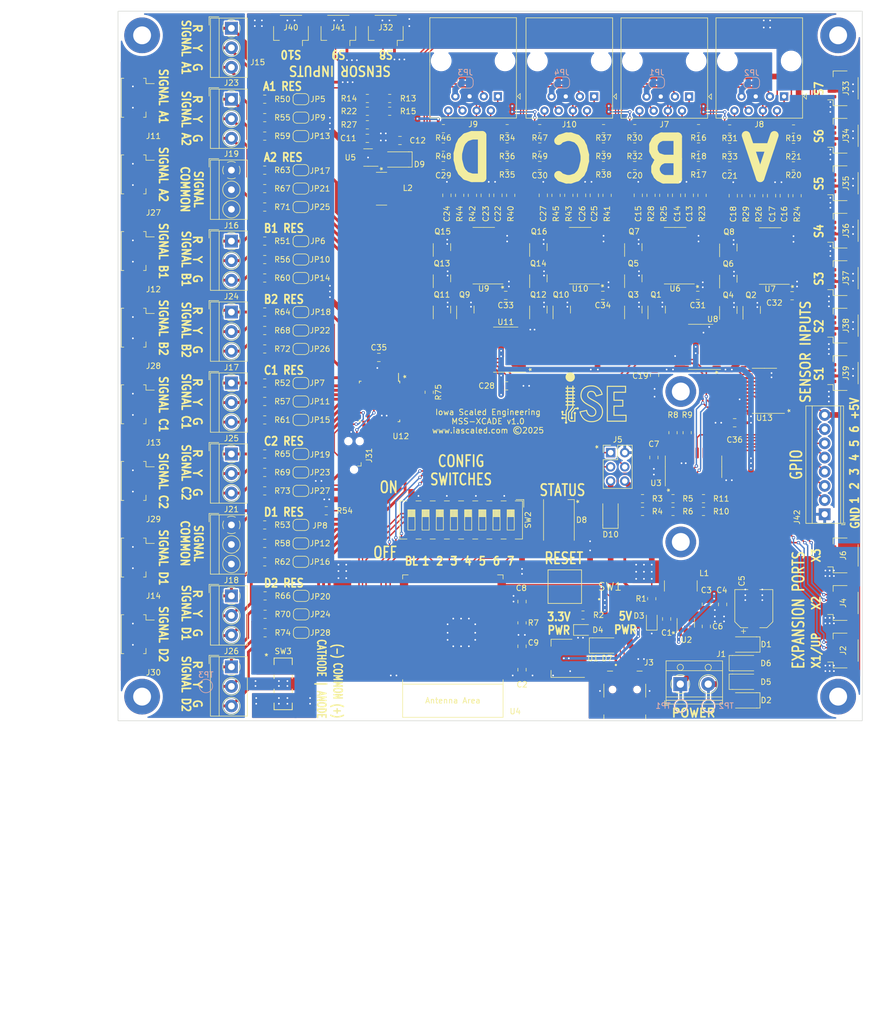
<source format=kicad_pcb>
(kicad_pcb (version 20211014) (generator pcbnew)
  (layers (0 "F.Cu" signal) (31 "B.Cu" signal) (34 "B.Paste" user) (35 "F.Paste" user) (36 "B.SilkS" user "B.Silkscreen") (37 "F.SilkS" user "F.Silkscreen") (38 "B.Mask" user) (39 "F.Mask" user) (44 "Edge.Cuts" user))
  (net 0 "")
  (net 1 "/VPWR")
  (net 2 "GND")
  (net 3 "+5V")
  (net 4 "Net-(C1-Pad1)")
  (net 5 "Net-(D1-Pad2)")
  (net 6 "Net-(D2-Pad2)")
  (net 7 "Net-(C1-Pad2)")
  (net 8 "+3.3V")
  (net 13 "/~{RST}")
  (net 14 "Net-(C13-Pad1)")
  (net 15 "+12V")
  (net 16 "Net-(C14-Pad1)")
  (net 17 "Net-(C15-Pad1)")
  (net 18 "Net-(C16-Pad1)")
  (net 19 "Net-(C17-Pad1)")
  (net 20 "Net-(D9-Pad2)")
  (net 22 "Net-(C18-Pad1)")
  (net 24 "Net-(C20-Pad1)")
  (net 25 "Net-(C21-Pad1)")
  (net 26 "Net-(C22-Pad1)")
  (net 27 "Net-(C23-Pad1)")
  (net 28 "Net-(C24-Pad1)")
  (net 29 "Net-(C25-Pad1)")
  (net 30 "Net-(C26-Pad1)")
  (net 31 "Net-(C27-Pad1)")
  (net 32 "Net-(C29-Pad1)")
  (net 33 "Net-(J7-Pad1)")
  (net 34 "Net-(J7-Pad3)")
  (net 35 "Net-(J7-Pad4)")
  (net 36 "Net-(J8-Pad1)")
  (net 37 "Net-(J8-Pad2)")
  (net 38 "Net-(J8-Pad3)")
  (net 39 "Net-(J9-Pad1)")
  (net 40 "Net-(J9-Pad2)")
  (net 41 "Net-(J9-Pad3)")
  (net 42 "Net-(C30-Pad1)")
  (net 43 "Net-(D3-Pad2)")
  (net 44 "Net-(D4-Pad2)")
  (net 45 "Net-(D7-Pad2)")
  (net 47 "Net-(D8-Pad4)")
  (net 50 "Net-(J2-Pad3)")
  (net 51 "Net-(R15-Pad1)")
  (net 52 "Net-(J2-Pad4)")
  (net 53 "/D-")
  (net 54 "/D+")
  (net 55 "Net-(J4-Pad3)")
  (net 56 "Net-(J4-Pad4)")
  (net 57 "/CAN_AUX1")
  (net 58 "/CAN_TX")
  (net 59 "/CAN_RX")
  (net 61 "Net-(J6-Pad3)")
  (net 62 "Net-(J6-Pad4)")
  (net 63 "Net-(J7-Pad2)")
  (net 64 "Net-(J7-Pad6)")
  (net 65 "Net-(J7-Pad7)")
  (net 66 "Net-(J7-Pad8)")
  (net 67 "Net-(J8-Pad4)")
  (net 68 "Net-(J8-Pad6)")
  (net 69 "Net-(J8-Pad7)")
  (net 70 "Net-(J8-Pad8)")
  (net 71 "Net-(J9-Pad4)")
  (net 72 "Net-(J9-Pad6)")
  (net 73 "Net-(J9-Pad7)")
  (net 74 "Net-(J9-Pad8)")
  (net 75 "Net-(J10-Pad1)")
  (net 76 "Net-(J10-Pad2)")
  (net 77 "Net-(J10-Pad3)")
  (net 78 "Net-(J10-Pad4)")
  (net 79 "Net-(J10-Pad6)")
  (net 80 "Net-(J10-Pad7)")
  (net 81 "Net-(J10-Pad8)")
  (net 82 "Net-(J11-Pad1)")
  (net 83 "Net-(J11-Pad2)")
  (net 84 "Net-(J11-Pad3)")
  (net 85 "Net-(J11-Pad4)")
  (net 86 "Net-(J12-Pad1)")
  (net 87 "Net-(J12-Pad2)")
  (net 88 "Net-(J12-Pad3)")
  (net 89 "Net-(J13-Pad1)")
  (net 90 "Net-(J13-Pad2)")
  (net 91 "Net-(J13-Pad3)")
  (net 92 "Net-(J14-Pad1)")
  (net 93 "Net-(J14-Pad2)")
  (net 94 "Net-(J14-Pad3)")
  (net 95 "Net-(J23-Pad1)")
  (net 96 "Net-(J23-Pad2)")
  (net 97 "Net-(J23-Pad3)")
  (net 98 "Net-(J24-Pad1)")
  (net 99 "Net-(J24-Pad2)")
  (net 100 "Net-(J24-Pad3)")
  (net 101 "Net-(J25-Pad1)")
  (net 102 "Net-(J25-Pad2)")
  (net 103 "Net-(J25-Pad3)")
  (net 104 "Net-(J26-Pad1)")
  (net 105 "Net-(J26-Pad2)")
  (net 106 "Net-(J26-Pad3)")
  (net 107 "/Signals & Sensors/A2_SIGNAL_Y")
  (net 108 "/Signals & Sensors/A2_SIGNAL_G")
  (net 109 "/Signals & Sensors/A2_SIGNAL_R")
  (net 110 "Net-(J31-Pad5)")
  (net 111 "/Signals & Sensors/SENSOR_IN_7")
  (net 113 "/Signals & Sensors/SENSOR_IN_6")
  (net 115 "/Signals & Sensors/SENSOR_IN_15")
  (net 116 "/Signals & Sensors/SENSOR_IN_5")
  (net 118 "/Signals & Sensors/SENSOR_IN_4")
  (net 120 "/Signals & Sensors/SENSOR_IN_3")
  (net 123 "/Signals & Sensors/SENSOR_IN_2")
  (net 126 "/Signals & Sensors/SENSOR_IN_1")
  (net 128 "/Signals & Sensors/SENSOR_IN_0")
  (net 130 "/Signals & Sensors/SENSOR_IN_9")
  (net 132 "/Signals & Sensors/SENSOR_IN_8")
  (net 134 "/Signals & Sensors/SENSOR_IN_10")
  (net 135 "/Signals & Sensors/SENSOR_IN_11")
  (net 136 "/Signals & Sensors/SENSOR_IN_12")
  (net 137 "/Signals & Sensors/SENSOR_IN_13")
  (net 138 "/Signals & Sensors/SENSOR_IN_14")
  (net 140 "/Signals & Sensors/A1_SIGNAL_R")
  (net 141 "/Signals & Sensors/B1_SIGNAL_R")
  (net 142 "/Signals & Sensors/C1_SIGNAL_R")
  (net 143 "/Signals & Sensors/D1_SIGNAL_R")
  (net 144 "/Signals & Sensors/A1_SIGNAL_Y")
  (net 145 "/Signals & Sensors/B1_SIGNAL_Y")
  (net 146 "/Signals & Sensors/C1_SIGNAL_Y")
  (net 147 "/Signals & Sensors/D1_SIGNAL_Y")
  (net 148 "/Signals & Sensors/A1_SIGNAL_G")
  (net 149 "/Signals & Sensors/B1_SIGNAL_G")
  (net 150 "/Signals & Sensors/C1_SIGNAL_G")
  (net 151 "/Signals & Sensors/D1_SIGNAL_G")
  (net 152 "/Signals & Sensors/B2_SIGNAL_R")
  (net 153 "/Signals & Sensors/C2_SIGNAL_R")
  (net 154 "/Signals & Sensors/D2_SIGNAL_R")
  (net 155 "/Signals & Sensors/B2_SIGNAL_Y")
  (net 156 "/Signals & Sensors/C2_SIGNAL_Y")
  (net 157 "/Signals & Sensors/D2_SIGNAL_Y")
  (net 158 "/Signals & Sensors/B2_SIGNAL_G")
  (net 159 "/Signals & Sensors/C2_SIGNAL_G")
  (net 160 "/Signals & Sensors/D2_SIGNAL_G")
  (net 161 "/MSS Bus Interface/MSS2_S_OUT")
  (net 162 "/MSS Bus Interface/MSS1_S_OUT")
  (net 163 "/MSS Bus Interface/MSS2_A_OUT")
  (net 164 "/MSS Bus Interface/MSS1_A_OUT")
  (net 165 "/MSS Bus Interface/MSS2_AA_OUT")
  (net 166 "/MSS Bus Interface/MSS1_AA_OUT")
  (net 167 "/MSS Bus Interface/MSS2_DA_OUT")
  (net 168 "/MSS Bus Interface/MSS1_DA_OUT")
  (net 169 "/MSS Bus Interface/MSS4_S_OUT")
  (net 170 "/MSS Bus Interface/MSS3_S_OUT")
  (net 171 "/MSS Bus Interface/MSS4_A_OUT")
  (net 172 "/MSS Bus Interface/MSS3_A_OUT")
  (net 173 "/MSS Bus Interface/MSS4_AA_OUT")
  (net 174 "/MSS Bus Interface/MSS3_AA_OUT")
  (net 175 "/MSS Bus Interface/MSS4_DA_OUT")
  (net 176 "/MSS Bus Interface/MSS3_DA_OUT")
  (net 177 "Net-(R3-Pad1)")
  (net 178 "Net-(R4-Pad1)")
  (net 179 "SDA")
  (net 180 "SCL")
  (net 181 "Net-(R8-Pad1)")
  (net 182 "Net-(R9-Pad1)")
  (net 183 "Net-(R13-Pad1)")
  (net 184 "Net-(R14-Pad1)")
  (net 185 "Net-(R22-Pad1)")
  (net 186 "/Signals & Sensors/COM_SENSE")
  (net 187 "/BOOT")
  (net 188 "/CONF_SW2")
  (net 189 "/CONF_SW3")
  (net 190 "/CONF_SW4")
  (net 191 "/CONF_SW5")
  (net 192 "/CONF_SW6")
  (net 193 "/CONF_SW7")
  (net 194 "/CONF_SW8")
  (net 195 "Net-(U3-Pad3)")
  (net 206 "/MSS Bus Interface/MSS2_AA_IN")
  (net 207 "/MSS Bus Interface/MSS2_A_IN")
  (net 208 "/MSS Bus Interface/MSS2_S_IN")
  (net 209 "/MSS Bus Interface/MSS2_DA_IN")
  (net 210 "/MSS Bus Interface/MSS1_AA_IN")
  (net 211 "/MSS Bus Interface/MSS1_A_IN")
  (net 212 "/MSS Bus Interface/MSS1_S_IN")
  (net 213 "/MSS Bus Interface/MSS1_DA_IN")
  (net 215 "/MSS Bus Interface/MSS4_AA_IN")
  (net 216 "/MSS Bus Interface/MSS4_A_IN")
  (net 217 "/MSS Bus Interface/MSS4_S_IN")
  (net 218 "/MSS Bus Interface/MSS4_DA_IN")
  (net 219 "/MSS Bus Interface/MSS3_AA_IN")
  (net 220 "/MSS Bus Interface/MSS3_A_IN")
  (net 221 "/MSS Bus Interface/MSS3_S_IN")
  (net 222 "/MSS Bus Interface/MSS3_DA_IN")
  (net 237 "Net-(J5-Pad5)")
  (footprint "Resistor_SMD:R_0805_2012Metric" (layer "F.Cu") (at 139.7 55.8165 -90)
    (fp_text reference "R42")
    (fp_text value "10k")
  )
  (footprint "Resistor_SMD:R_0805_2012Metric" (layer "F.Cu") (at 102.489 108.712 180)
    (fp_text reference "R73")
    (fp_text value "330")
  )
  (footprint "Resistor_SMD:R_0805_2012Metric" (layer "F.Cu") (at 102.489 89.408 180)
    (fp_text reference "R52")
    (fp_text value "330")
  )
  (footprint "Capacitor_SMD:C_0805_2012Metric" (layer "F.Cu") (at 163.068 73.7235)
    (fp_text reference "C34")
    (fp_text value "0.1uF")
  )
  (footprint "Resistor_SMD:R_0805_2012Metric" (layer "F.Cu") (at 102.489 92.71 180)
    (fp_text reference "R57")
    (fp_text value "330")
  )
  (footprint "TerminalBlock_MetzConnect:TerminalBlock_MetzConnect_Type059_RT06303HBWC_1x03_P3.50mm_Horizontal" (layer "F.Cu") (at 96.52 89.408 -90)
    (fp_text reference "J17")
    (fp_text value "Screw_Terminal_01x02")
  )
  (footprint "Resistor_SMD:R_0805_2012Metric" (layer "F.Cu") (at 102.489 38.608 180)
    (fp_text reference "R50")
    (fp_text value "330")
  )
  (footprint "Resistor_SMD:R_0805_2012Metric" (layer "F.Cu") (at 102.489 83.312 180)
    (fp_text reference "R72")
    (fp_text value "330")
  )
  (footprint "Package_TO_SOT_SMD:SOT-23" (layer "F.Cu") (at 185.547 70.739 90)
    (fp_text reference "Q6")
    (fp_text value "ZXMS6004FF")
  )
  (footprint "Jumper:SolderJumper-2_P1.3mm_Open_RoundedPad1.0x1.5mm" (layer "F.Cu") (at 108.966 96.012 180)
    (fp_text reference "JP15")
    (fp_text value "SolderJumper_2_Open")
  )
  (footprint "ISE_UltraLibrarian:MSS6132-xxxMLC" (layer "F.Cu") (at 177.038 125.73 90)
    (fp_text reference "L1")
    (fp_text value "4.7uH" hide)
  )
  (footprint "TerminalBlock_MetzConnect:TerminalBlock_MetzConnect_Type059_RT06303HBWC_1x03_P3.50mm_Horizontal" (layer "F.Cu") (at 96.52 38.608 -90)
    (fp_text reference "J23")
    (fp_text value "Screw_Terminal_01x02")
  )
  (footprint "TerminalBlock_MetzConnect:TerminalBlock_MetzConnect_Type059_RT06303HBWC_1x03_P3.50mm_Horizontal" (layer "F.Cu") (at 96.52 127.508 -90)
    (fp_text reference "J18")
    (fp_text value "Screw_Terminal_01x02")
  )
  (footprint "Package_TO_SOT_SMD:SOT-23" (layer "F.Cu") (at 172.72 76.2635 90)
    (fp_text reference "Q1")
    (fp_text value "ZXMS6004FF")
  )
  (footprint "Connector_Molex:Molex_PicoBlade_53261-0471_1x04-1MP_P1.25mm_Horizontal" (layer "F.Cu") (at 79.502 38.354 -90)
    (fp_text reference "J11")
    (fp_text value "Molex 0532610471")
  )
  (footprint "Connector_PinHeader_2.54mm:PinHeader_2x03_P2.54mm_Vertical" (layer "F.Cu") (at 164.46 101.869)
    (fp_text reference "J5")
    (fp_text value "Conn_02x03_Odd_Even")
  )
  (footprint "Jumper:SolderJumper-2_P1.3mm_Open_RoundedPad1.0x1.5mm" (layer "F.Cu") (at 108.966 80.01 180)
    (fp_text reference "JP22")
    (fp_text value "SolderJumper_2_Open")
  )
  (footprint "Package_TO_SOT_SMD:SOT-23" (layer "F.Cu") (at 138.43 76.2635 90)
    (fp_text reference "Q9")
    (fp_text value "ZXMS6004FF")
  )
  (footprint "Connector_JST:JST_SH_SM04B-SRSS-TB_1x04-1MP_P1.00mm_Horizontal" (layer "F.Cu") (at 206.121 137.287 90)
    (fp_text reference "J2")
    (fp_text value "SM04B-SRSS")
  )
  (footprint "Capacitor_SMD:C_0805_2012Metric" (layer "F.Cu") (at 178.562 55.8165 90)
    (fp_text reference "C13")
    (fp_text value "0.1uF")
  )
  (footprint "Package_TO_SOT_SMD:SOT-23" (layer "F.Cu") (at 151.511 70.6755 90)
    (fp_text reference "Q14")
    (fp_text value "ZXMS6004FF")
  )
  (footprint "Resistor_SMD:R_0805_2012Metric" (layer "F.Cu") (at 156.972 55.8165 -90)
    (fp_text reference "R43")
    (fp_text value "10k")
  )
  (footprint "Package_TO_SOT_SMD:SOT-23" (layer "F.Cu") (at 168.529 70.6755 90)
    (fp_text reference "Q5")
    (fp_text value "ZXMS6004FF")
  )
  (footprint "Connector_Molex:Molex_PicoBlade_53261-0471_1x04-1MP_P1.25mm_Horizontal" (layer "F.Cu") (at 79.502 134.366 -90)
    (fp_text reference "J30")
    (fp_text value "Molex 0532610471")
  )
  (footprint "Connector_JST:JST_SH_SM04B-SRSS-TB_1x04-1MP_P1.00mm_Horizontal" (layer "F.Cu") (at 124.177776 26.289 180)
    (fp_text reference "J32")
    (fp_text value "SM04B-SRSS")
  )
  (footprint "Package_SO:TSSOP-24_4.4x7.8mm_P0.65mm" (layer "F.Cu") (at 180.594 82.931 180)
    (fp_text reference "U8")
    (fp_text value "TCA9555PWR")
  )
  (footprint "Resistor_SMD:R_0805_2012Metric" (layer "F.Cu") (at 173.99 55.8165 -90)
    (fp_text reference "R25")
    (fp_text value "10k")
  )
  (footprint "Jumper:SolderJumper-2_P1.3mm_Open_RoundedPad1.0x1.5mm" (layer "F.Cu") (at 109.0295 130.81 180)
    (fp_text reference "JP24")
    (fp_text value "SolderJumper_2_Open")
  )
  (footprint "Capacitor_SMD:C_0805_2012Metric" (layer "F.Cu") (at 181.61 132.969 90)
    (fp_text reference "C6")
    (fp_text value "10uF")
  )
  (footprint "Capacitor_SMD:C_0805_2012Metric" (layer "F.Cu") (at 180.086 73.7235)
    (fp_text reference "C31")
    (fp_text value "0.1uF")
  )
  (footprint "Capacitor_SMD:C_0805_2012Metric" (layer "F.Cu") (at 126.71925 45.9994 180)
    (fp_text reference "C12")
    (fp_text value "10uF")
  )
  (footprint "Resistor_SMD:R_0805_2012Metric" (layer "F.Cu") (at 180.1895 50.4825)
    (fp_text reference "R17")
    (fp_text value "10k")
  )
  (footprint "Package_SO:SO-16_3.9x9.9mm_P1.27mm" (layer "F.Cu") (at 176.022 66.6115 180)
    (fp_text reference "U6")
    (fp_text value "74HC4049")
  )
  (footprint "Fiducial:Fiducial_1mm_Mask2mm" (layer "F.Cu") (at 86.36 25.4)
    (fp_text reference "REF3" hide)
    (fp_text value "Fiducial")
  )
  (footprint "Capacitor_SMD:C_0805_2012Metric" (layer "F.Cu") (at 152.4 55.8165 90)
    (fp_text reference "C27")
    (fp_text value "0.1uF")
  )
  (footprint "Capacitor_SMD:C_0805_2012Metric" (layer "F.Cu") (at 176.276 55.8165 90)
    (fp_text reference "C14")
    (fp_text value "0.1uF")
  )
  (footprint "Resistor_SMD:R_0805_2012Metric" (layer "F.Cu") (at 134.493 43.8785 180)
    (fp_text reference "R46")
    (fp_text value "10k")
  )
  (footprint "Resistor_SMD:R_0805_2012Metric" (layer "F.Cu") (at 145.8995 50.4825)
    (fp_text reference "R35")
    (fp_text value "10k")
  )
  (footprint "Connector_JST:JST_SH_SM04B-SRSS-TB_1x04-1MP_P1.00mm_Horizontal" (layer "F.Cu") (at 206.121 70.640216 90)
    (fp_text reference "J37")
    (fp_text value "SM04B-SRSS")
  )
  (footprint "Resistor_SMD:R_0805_2012Metric" (layer "F.Cu") (at 163.1715 50.4825)
    (fp_text reference "R38")
    (fp_text value "10k")
  )
  (footprint "Connector_Molex:Molex_PicoBlade_53261-0471_1x04-1MP_P1.25mm_Horizontal" (layer "F.Cu") (at 79.502 65.786 -90)
    (fp_text reference "J12")
    (fp_text value "Molex 0532610471")
  )
  (footprint "Package_TO_SOT_SMD:SOT-23" (layer "F.Cu") (at 168.529 65.0875 90)
    (fp_text reference "Q7")
    (fp_text value "ZXMS6004FF")
  )
  (footprint "Connector_RJ:RJ45_Amphenol_54602-x08_Horizontal" (layer "F.Cu") (at 195.5445 38.12 180)
    (fp_text reference "J8")
    (fp_text value "8P8C")
  )
  (footprint "Connector_RJ:RJ45_Amphenol_54602-x08_Horizontal" (layer "F.Cu") (at 144.272 38.1 180)
    (fp_text reference "J9")
    (fp_text value "8P8C")
  )
  (footprint "Jumper:SolderJumper-2_P1.3mm_Open_RoundedPad1.0x1.5mm" (layer "F.Cu") (at 108.966 83.312 180)
    (fp_text reference "JP26")
    (fp_text value "SolderJumper_2_Open")
  )
  (footprint "Resistor_SMD:R_0805_2012Metric" (layer "F.Cu") (at 124.88075 40.767)
    (fp_text reference "R15")
    (fp_text value "1k")
  )
  (footprint "Resistor_SMD:R_0805_2012Metric" (layer "F.Cu") (at 102.489 76.708 180)
    (fp_text reference "R64")
    (fp_text value "330")
  )
  (footprint "Resistor_SMD:R_0805_2012Metric" (layer "F.Cu") (at 163.195 43.8785)
    (fp_text reference "R37")
    (fp_text value "10k")
  )
  (footprint "Resistor_SMD:R_0805_2012Metric" (layer "F.Cu") (at 145.923 47.1805)
    (fp_text reference "R36")
    (fp_text value "10k")
  )
  (footprint "Capacitor_SMD:C_0805_2012Metric" (layer "F.Cu") (at 141.986 55.8165 90)
    (fp_text reference "C23")
    (fp_text value "0.1uF")
  )
  (footprint "Capacitor_SMD:C_0805_2012Metric" (layer "F.Cu") (at 144.272 55.8165 90)
    (fp_text reference "C22")
    (fp_text value "0.1uF")
  )
  (footprint "Capacitor_SMD:C_0805_2012Metric" (layer "F.Cu") (at 193.294 55.88 90)
    (fp_text reference "C17")
    (fp_text value "0.1uF")
  )
  (footprint "TerminalBlock_MetzConnect:TerminalBlock_MetzConnect_Type059_RT06303HBWC_1x03_P3.50mm_Horizontal" (layer "F.Cu") (at 96.52 25.908 -90)
    (fp_text reference "J15")
    (fp_text value "Screw_Terminal_01x02")
  )
  (footprint "Package_TO_SOT_SMD:SOT-23" (layer "F.Cu") (at 151.511 65.0875 90)
    (fp_text reference "Q16")
    (fp_text value "ZXMS6004FF")
  )
  (footprint "Package_TO_SOT_SMD:SOT-23-5" (layer "F.Cu") (at 121.00425 49.0474 180)
    (fp_text reference "U5")
    (fp_text value "AP3012")
  )
  (footprint "Resistor_SMD:R_0805_2012Metric" (layer "F.Cu") (at 120.87725 40.767)
    (fp_text reference "R22")
    (fp_text value "1k")
  )
  (footprint "TerminalBlock_MetzConnect:TerminalBlock_MetzConnect_Type059_RT06303HBWC_1x03_P3.50mm_Horizontal" (layer "F.Cu") (at 96.52 64.008 -90)
    (fp_text reference "J16")
    (fp_text value "Screw_Terminal_01x02")
  )
  (footprint "Resistor_SMD:R_0805_2012Metric" (layer "F.Cu") (at 151.765 47.1805 180)
    (fp_text reference "R49")
    (fp_text value "10k")
  )
  (footprint "Capacitor_SMD:C_0805_2012Metric" (layer "F.Cu") (at 120.87725 45.6184)
    (fp_text reference "C11")
    (fp_text value "22uF")
  )
  (footprint "Package_TO_SOT_SMD:SOT-23" (layer "F.Cu") (at 134.239 76.2635 90)
    (fp_text reference "Q11")
    (fp_text value "ZXMS6004FF")
  )
  (footprint "Resistor_SMD:R_0805_2012Metric" (layer "F.Cu") (at 175.641 98.298 90)
    (fp_text reference "R8")
    (fp_text value "10k")
  )
  (footprint "MountingHole:MountingHole_3.2mm_M3_Pad" (layer "F.Cu") (at 80.518 145.542)
    (fp_text reference "H4" hide)
    (fp_text value "MountingHole")
  )
  (footprint "Package_TO_SOT_SMD:SOT-23" (layer "F.Cu") (at 151.511 76.2635 90)
    (fp_text reference "Q12")
    (fp_text value "ZXMS6004FF")
  )
  (footprint "Jumper:SolderJumper-2_P1.3mm_Open_RoundedPad1.0x1.5mm" (layer "F.Cu") (at 108.981 92.71 180)
    (fp_text reference "JP11")
    (fp_text value "SolderJumper_2_Open")
  )
  (footprint "Package_SO:TSSOP-24_4.4x7.8mm_P0.65mm" (layer "F.Cu") (at 145.669 83.439 180)
    (fp_text reference "U11")
    (fp_text value "TCA9555PWR")
  )
  (footprint "Capacitor_SMD:C_0805_2012Metric" (layer "F.Cu") (at 186.436 55.88 90)
    (fp_text reference "C18")
    (fp_text value "0.1uF")
  )
  (footprint "ISE_Generic:SOD-123T" (layer "F.Cu") (at 126.13675 49.3776 180)
    (fp_text reference "D9")
    (fp_text value "CDBM140G")
  )
  (footprint "Resistor_SMD:R_0805_2012Metric" (layer "F.Cu") (at 185.801 47.244 180)
    (fp_text reference "R33")
    (fp_text value "10k")
  )
  (footprint "Resistor_SMD:R_0805_2012Metric" (layer "F.Cu") (at 170.18 112.395 180)
    (fp_text reference "R4")
    (fp_text value "1k")
  )
  (footprint "Connector_JST:JST_SH_SM04B-SRSS-TB_1x04-1MP_P1.00mm_Horizontal" (layer "F.Cu") (at 107.188 26.289 180)
    (fp_text reference "J40")
    (fp_text value "SM04B-SRSS")
  )
  (footprint "Resistor_SMD:R_0805_2012Metric" (layer "F.Cu") (at 188.722 55.88 -90)
    (fp_text reference "R29")
    (fp_text value "10k")
  )
  (footprint "Resistor_SMD:R_0805_2012Metric" (layer "F.Cu") (at 102.489 51.308 180)
    (fp_text reference "R63")
    (fp_text value "330")
  )
  (footprint "Resistor_SMD:R_0805_2012Metric" (layer "F.Cu") (at 180.213 47.1805)
    (fp_text reference "R18")
    (fp_text value "10k")
  )
  (footprint "Resistor_SMD:R_0805_2012Metric" (layer "F.Cu") (at 191.008 55.88 -90)
    (fp_text reference "R26")
    (fp_text value "10k")
  )
  (footprint "Resistor_SMD:R_0805_2012Metric" (layer "F.Cu") (at 102.489 96.012 180)
    (fp_text reference "R61")
    (fp_text value "330")
  )
  (footprint "Capacitor_SMD:C_0805_2012Metric" (layer "F.Cu") (at 195.58 55.88 90)
    (fp_text reference "C16")
    (fp_text value "0.1uF")
  )
  (footprint "Resistor_SMD:R_0805_2012Metric" (layer "F.Cu") (at 151.765 43.8785 180)
    (fp_text reference "R47")
    (fp_text value "10k")
  )
  (footprint "Resistor_SMD:R_0805_2012Metric" (layer "F.Cu") (at 102.489 114.808 180)
    (fp_text reference "R53")
    (fp_text value "330")
  )
  (footprint "Jumper:SolderJumper-2_P1.3mm_Open_RoundedPad1.0x1.5mm" (layer "F.Cu") (at 108.966 121.412 180)
    (fp_text reference "JP16")
    (fp_text value "SolderJumper_2_Open")
  )
  (footprint "Resistor_SMD:R_0805_2012Metric" (layer "F.Cu") (at 197.231 47.244)
    (fp_text reference "R21")
    (fp_text value "10k")
  )
  (footprint "Connector_JST:JST_SH_SM04B-SRSS-TB_1x04-1MP_P1.00mm_Horizontal" (layer "F.Cu") (at 206.121 87.63 90)
    (fp_text reference "J39")
    (fp_text value "SM04B-SRSS")
  )
  (footprint "Resistor_SMD:R_0805_2012Metric" (layer "F.Cu") (at 171.831 128.016 90)
    (fp_text reference "R1")
    (fp_text value "1k")
  )
  (footprint "Connector_JST:JST_SH_SM04B-SRSS-TB_1x04-1MP_P1.00mm_Horizontal" (layer "F.Cu") (at 206.121 36.660664 90)
    (fp_text reference "J33")
    (fp_text value "SM04B-SRSS")
  )
  (footprint "Jumper:SolderJumper-2_P1.3mm_Open_RoundedPad1.0x1.5mm" (layer "F.Cu") (at 108.966 89.408 180)
    (fp_text reference "JP7")
    (fp_text value "SolderJumper_2_Open")
  )
  (footprint "Package_TO_SOT_SMD:TSOT-23-6" (layer "F.Cu") (at 177.927 132.334 90)
    (fp_text reference "U2")
    (fp_text value "AP63205WU")
  )
  (footprint "Resistor_SMD:R_0805_2012Metric" (layer "F.Cu") (at 175.641 112.395 180)
    (fp_text reference "R6")
    (fp_text value "1k")
  )
  (footprint "ISE_Generic:SOD-123T" (layer "F.Cu") (at 188.468 136.186334 180)
    (fp_text reference "D1")
    (fp_text value "CDBM140G")
  )
  (footprint "Package_SO:SO-16_3.9x9.9mm_P1.27mm" (layer "F.Cu") (at 159.004 66.6115 180)
    (fp_text reference "U10")
    (fp_text value "74HC4049")
  )
  (footprint "Capacitor_SMD:C_0805_2012Metric" (layer "F.Cu") (at 145.796 89.916)
    (fp_text reference "C28")
    (fp_text value "0.1uF")
  )
  (footprint "Jumper:SolderJumper-2_P1.3mm_Open_RoundedPad1.0x1.5mm" (layer "F.Cu") (at 108.966 76.708 180)
    (fp_text reference "JP18")
    (fp_text value "SolderJumper_2_Open")
  )
  (footprint "MountingHole:MountingHole_3.2mm_M3_ISO14580_Pad" (layer "F.Cu") (at 177.038 117.856)
    (fp_text reference "H5" hide)
    (fp_text value "MountingHole")
  )
  (footprint "Resistor_SMD:R_0805_2012Metric" (layer "F.Cu") (at 171.704 55.8165 -90)
    (fp_text reference "R28")
    (fp_text value "10k")
  )
  (footprint "Resistor_SMD:R_0805_2012Metric" (layer "F.Cu") (at 102.489 105.41 180)
    (fp_text reference "R69")
    (fp_text value "330")
  )
  (footprint "Connector:Tag-Connect_TC2030-IDC-NL_2x03_P1.27mm_Vertical" (layer "F.Cu") (at 118.491 102.362 90)
    (fp_text reference "J31")
    (fp_text value "AVR-ISP")
  )
  (footprint "Capacitor_SMD:C_0805_2012Metric" (layer "F.Cu") (at 174.498 131.638 -90)
    (fp_text reference "C1")
    (fp_text value "0.1uF")
  )
  (footprint "ISE_Generic:SOD-123T" (layer "F.Cu") (at 188.468 139.573)
    (fp_text reference "D6")
    (fp_text value "CDBM140G")
  )
  (footprint "Connector_JST:JST_SH_SM04B-SRSS-TB_1x04-1MP_P1.00mm_Horizontal" (layer "F.Cu") (at 206.121 128.778 90)
    (fp_text reference "J4")
    (fp_text value "SM04B-SRSS")
  )
  (footprint "Resistor_SMD:R_0805_2012Metric" (layer "F.Cu") (at 113.5145 112.268 180)
    (fp_text reference "R54")
    (fp_text value "10k")
  )
  (footprint "MountingHole:MountingHole_3.2mm_M3_Pad" (layer "F.Cu") (at 205.232 145.542)
    (fp_text reference "H1" hide)
    (fp_text value "MountingHole")
  )
  (footprint "Package_TO_SOT_SMD:SOT-23" (layer "F.Cu") (at 185.547 76.327 90)
    (fp_text reference "Q4")
    (fp_text value "ZXMS6004FF")
  )
  (footprint "Capacitor_SMD:C_0805_2012Metric" (layer "F.Cu") (at 151.765 50.4825)
    (fp_text reference "C30")
    (fp_text value "0.1uF")
  )
  (footprint "Resistor_SMD:R_0805_2012Metric" (layer "F.Cu") (at 102.489 118.11 180)
    (fp_text reference "R58")
    (fp_text value "330")
  )
  (footprint "Fiducial:Fiducial_1mm_Mask2mm" (layer "F.Cu") (at 86.36 147.32)
    (fp_text reference "REF2" hide)
    (fp_text value "Fiducial")
  )
  (footprint "Capacitor_SMD:C_0805_2012Metric" (layer "F.Cu") (at 186.69 96.52 180)
    (fp_text reference "C36")
    (fp_text value "0.1uF")
  )
  (footprint "TerminalBlock_MetzConnect:TerminalBlock_MetzConnect_Type059_RT06303HBWC_1x03_P3.50mm_Horizontal" (layer "F.Cu") (at 96.52 140.208 -90)
    (fp_text reference "J26")
    (fp_text value "Screw_Terminal_01x02")
  )
  (footprint "Connector_JST:JST_SH_SM04B-SRSS-TB_1x04-1MP_P1.00mm_Horizontal" (layer "F.Cu") (at 206.121 45.155552 90)
    (fp_text reference "J34")
    (fp_text value "SM04B-SRSS")
  )
  (footprint "Capacitor_SMD:CP_Elec_6.3x5.8" (layer "F.Cu") (at 190.119 129.794 90)
    (fp_text reference "C5")
    (fp_text value "68uF")
  )
  (footprint "Resistor_SMD:R_0805_2012Metric" (layer "F.Cu") (at 180.848 55.8165 -90)
    (fp_text reference "R23")
    (fp_text value "10k")
  )
  (footprint "Resistor_SMD:R_0805_2012Metric" (layer "F.Cu") (at 146.558 55.8165 -90)
    (fp_text reference "R40")
    (fp_text value "10k")
  )
  (footprint "Resistor_SMD:R_0805_2012Metric" (layer "F.Cu") (at 148.59 132.334 -90)
    (fp_text reference "R7")
    (fp_text value "10k")
  )
  (footprint "Capacitor_SMD:C_0805_2012Metric" (layer "F.Cu") (at 148.59 128.524 90)
    (fp_text reference "C8")
    (fp_text value "1uF")
  )
  (footprint "Resistor_SMD:R_0805_2012Metric" (layer "F.Cu") (at 120.87725 43.18 180)
    (fp_text reference "R27")
    (fp_text value "330")
  )
  (footprint "Fiducial:Fiducial_1mm_Mask2mm" (layer "F.Cu") (at 199.39 143.51)
    (fp_text reference "REF1" hide)
    (fp_text value "Fiducial")
  )
  (footprint "ISE_Generic:ESP32-S2-SOLO" (layer "F.Cu") (at 136.19775 133.4955 180)
    (fp_text reference "U4")
    (fp_text value "ESP32-S2-SOLO")
  )
  (footprint "Capacitor_SMD:C_0805_2012Metric" (layer "F.Cu") (at 172.339 88.011 -90)
    (fp_text reference "C19")
    (fp_text value "0.1uF")
  )
  (footprint "Resistor_SMD:R_0805_2012Metric" (layer "F.Cu") (at 145.923 43.8785)
    (fp_text reference "R34")
    (fp_text value "10k")
  )
  (footprint "ISE_UltraLibrarian:MSS6132-xxxMLC" (layer "F.Cu") (at 123.41725 54.6354)
    (fp_text reference "L2")
    (fp_text value "4.7uH" hide)
  )
  (footprint "ISE_UltraLibrarian:SW_JS202011SCQN" (layer "F.Cu") (at 105.791 143.256)
    (fp_text reference "SW3")
    (fp_text value "JS202011SCQN")
  )
  (footprint "ISE_Generic:SOD-123T" (layer "F.Cu") (at 188.468 142.908866)
    (fp_text reference "D5")
    (fp_text value "CDBM140G")
  )
  (footprint "Resistor_SMD:R_0805_2012Metric" (layer "F.Cu") (at 163.83 55.8165 -90)
    (fp_text reference "R41")
    (fp_text value "10k")
  )
  (footprint "Package_TO_SOT_SMD:SOT-23" (layer "F.Cu") (at 134.239 65.0875 90)
    (fp_text reference "Q15")
    (fp_text value "ZXMS6004FF")
  )
  (footprint "Capacitor_SMD:C_0805_2012Metric" (layer "F.Cu") (at 196.977 73.787)
    (fp_text reference "C32")
    (fp_text value "0.1uF")
  )
  (footprint "Resistor_SMD:R_0805_2012Metric" (layer "F.Cu") (at 102.489 121.412 180)
    (fp_text reference "R62")
    (fp_text value "330")
  )
  (footprint "Connector_JST:JST_SH_SM04B-SRSS-TB_1x04-1MP_P1.00mm_Horizontal" (layer "F.Cu") (at 206.121 120.269 90)
    (fp_text reference "J6")
    (fp_text value "SM04B-SRSS")
  )
  (footprint "TerminalBlock_MetzConnect:TerminalBlock_MetzConnect_Type059_RT06303HBWC_1x03_P3.50mm_Horizontal" (layer "F.Cu") (at 96.52 102.108 -90)
    (fp_text reference "J25")
    (fp_text value "Screw_Terminal_01x02")
  )
  (footprint "Resistor_SMD:R_0805_2012Metric" (layer "F.Cu") (at 168.783 47.1805 180)
    (fp_text reference "R32")
    (fp_text value "10k")
  )
  (footprint "Capacitor_SMD:C_0805_2012Metric" (layer "F.Cu") (at 122.936 84.836 180)
    (fp_text reference "C35")
    (fp_text value "1uF")
  )
  (footprint "Package_SO:TSSOP-24_4.4x7.8mm_P0.65mm" (layer "F.Cu") (at 192.024 90.805 180)
    (fp_text reference "U13")
    (fp_text value "TCA9555PWR")
  )
  (footprint "Resistor_SMD:R_0805_2012Metric" (layer "F.Cu") (at 102.5525 134.112 180)
    (fp_text reference "R74")
    (fp_text value "330")
  )
  (footprint "Package_TO_SOT_SMD:SOT-23" (layer "F.Cu") (at 168.529 76.2635 90)
    (fp_text reference "Q3")
    (fp_text value "ZXMS6004FF")
  )
  (footprint "Resistor_SMD:R_0805_2012Metric" (layer "F.Cu") (at 102.489 64.008 180)
    (fp_text reference "R51")
    (fp_text value "330")
  )
  (footprint "Resistor_SMD:R_0805_2012Metric" (layer "F.Cu") (at 131.953 91.059 -90)
    (fp_text reference "R75")
    (fp_text value "10k")
  )
  (footprint "Jumper:SolderJumper-2_P1.3mm_Open_RoundedPad1.0x1.5mm" (layer "F.Cu") (at 108.966 102.108 180)
    (fp_text reference "JP19")
    (fp_text value "SolderJumper_2_Open")
  )
  (footprint "MountingHole:MountingHole_3.2mm_M3_ISO14580_Pad" (layer "F.Cu") (at 177.038 90.932)
    (fp_text reference "H6" hide)
    (fp_text value "MountingHole")
  )
  (footprint "Connector_JST:JST_SH_SM04B-SRSS-TB_1x04-1MP_P1.00mm_Horizontal" (layer "F.Cu") (at 115.682888 26.289 180)
    (fp_text reference "J41")
    (fp_text value "SM04B-SRSS")
  )
  (footprint "Jumper:SolderJumper-2_P1.3mm_Open_RoundedPad1.0x1.5mm" (layer "F.Cu") (at 108.966 57.912 180)
    (fp_text reference "JP25")
    (fp_text value "SolderJumper_2_Open")
  )
  (footprint "Resistor_SMD:R_0805_2012Metric" (layer "F.Cu") (at 181.102 110.109 180)
    (fp_text reference "R11")
    (fp_text value "0")
  )
  (footprint "Resistor_SMD:R_0805_2012Metric" (layer "F.Cu") (at 102.489 67.31 180)
    (fp_text reference "R56")
    (fp_text value "330")
  )
  (footprint "Package_TO_SOT_SMD:SOT-23" (layer "F.Cu") (at 155.702 76.2635 90)
    (fp_text reference "Q10")
    (fp_text value "ZXMS6004FF")
  )
  (footprint "Resistor_SMD:R_0805_2012Metric" (layer "F.Cu") (at 134.493 47.1805 180)
    (fp_text reference "R48")
    (fp_text value "10k")
  )
  (footprint "Capacitor_SMD:C_0805_2012Metric" (layer "F.Cu") (at 135.128 55.8165 90)
    (fp_text reference "C24")
    (fp_text value "0.1uF")
  )
  (footprint "Capacitor_SMD:C_0805_2012Metric" (layer "F.Cu") (at 172.212 102.743 -90)
    (fp_text reference "C7")
    (fp_text value "0.1uF")
  )
  (footprint "Package_TO_SOT_SMD:SOT-23" (layer "F.Cu") (at 134.239 70.6755 90)
    (fp_text reference "Q13")
    (fp_text value "ZXMS6004FF")
  )
  (footprint "Jumper:SolderJumper-2_P1.3mm_Open_RoundedPad1.0x1.5mm" (layer "F.Cu") (at 108.966 108.712 180)
    (fp_text reference "JP27")
    (fp_text value "SolderJumper_2_Open")
  )
  (footprint "Connector_Molex:Molex_PicoBlade_53261-0471_1x04-1MP_P1.25mm_Horizontal" (layer "F.Cu") (at 79.502 120.65 -90)
    (fp_text reference "J14")
    (fp_text value "Molex 0532610471")
  )
  (footprint "ISE_Generic:SOD-123T" (layer "F.Cu") (at 164.465 112.649 90)
    (fp_text reference "D10")
    (fp_text value "CDBM140G")
  )
  (footprint "Capacitor_SMD:C_0805_2012Metric" (layer "F.Cu") (at 169.418 55.8165 90)
    (fp_text reference "C15")
    (fp_text value "0.1uF")
  )
  (footprint "Resistor_SMD:R_0805_2012Metric" (layer "F.Cu") (at 197.866 55.88 -90)
    (fp_text reference "R24")
    (fp_text value "10k")
  )
  (footprint "ISE_Generic:SOD-123T" (layer "F.Cu") (at 163.42325 136.4234)
    (fp_text reference "D7")
    (fp_text value "CDBM140G")
  )
  (footprint "Capacitor_SMD:C_0805_2012Metric" (layer "F.Cu") (at 159.258 55.8165 90)
    (fp_text reference "C26")
    (fp_text value "0.1uF")
  )
  (footprint "LED_SMD:LED_WS2812B_PLCC4_5.0x5.0mm_P3.2mm" (layer "F.Cu") (at 155.194 113.919 90)
    (fp_text reference "D8")
    (fp_text value "WS2812B")
  )
  (footprint "Connector_JST:JST_SH_SM04B-SRSS-TB_1x04-1MP_P1.00mm_Horizontal" (layer "F.Cu") (at 206.121 62.145328 90)
    (fp_text reference "J36")
    (fp_text value "SM04B-SRSS")
  )
  (footprint "ISE_Generic:SOD-123T" (layer "F.Cu") (at 188.468 146.193934 180)
    (fp_text reference "D2")
    (fp_text value "CDBM140G")
  )
  (footprint "Capacitor_SMD:C_0805_2012Metric" (layer "F.Cu") (at 181.61 129.032 -90)
    (fp_text reference "C3")
    (fp_text value "22uF")
  )
  (footprint "Package_SO:SO-16_3.9x9.9mm_P1.27mm" (layer "F.Cu") (at 141.732 66.6115 180)
    (fp_text reference "U9")
    (fp_text value "74HC4049")
  )
  (footprint "Capacitor_SMD:C_0805_2012Metric" (layer "F.Cu") (at 134.493 50.4825)
    (fp_text reference "C29")
    (fp_text value "0.1uF")
  )
  (footprint "Resistor_SMD:R_0805_2012Metric" (layer "F.Cu") (at 170.18 110.109 180)
    (fp_text reference "R3")
    (fp_text value "1k")
  )
  (footprint "MountingHole:MountingHole_3.2mm_M3_Pad" (layer "F.Cu") (at 205.232 27.178)
    (fp_text reference "H3" hide)
    (fp_text value "MountingHole")
  )
  (footprint "Connector_JST:JST_SH_SM04B-SRSS-TB_1x04-1MP_P1.00mm_Horizontal" (layer "F.Cu") (at 206.121 53.65044 90)
    (fp_text reference "J35")
    (fp_text value "SM04B-SRSS")
  )
  (footprint "Resistor_SMD:R_0805_2012Metric" (layer "F.Cu") (at 181.102 112.395 180)
    (fp_text reference "R10")
    (fp_text value "0")
  )
  (footprint "Resistor_SMD:R_0805_2012Metric" (layer "F.Cu") (at 102.489 54.61 180)
    (fp_text reference "R67")
    (fp_text value "330")
  )
  (footprint "Connector_Molex:Molex_PicoBlade_53261-0471_1x04-1MP_P1.25mm_Horizontal" (layer "F.Cu") (at 79.502 79.502 -90)
    (fp_text reference "J28")
    (fp_text value "Molex 0532610471")
  )
  (footprint "Jumper:SolderJumper-2_P1.3mm_Open_RoundedPad1.0x1.5mm" (layer "F.Cu") (at 108.966 64.008 180)
    (fp_text reference "JP6")
    (fp_text value "SolderJumper_2_Open")
  )
  (footprint "Resistor_SMD:R_0805_2012Metric" (layer "F.Cu") (at 185.801 43.942 180)
    (fp_text reference "R31")
    (fp_text value "10k")
  )
  (footprint "Jumper:SolderJumper-2_P1.3mm_Open_RoundedPad1.0x1.5mm" (layer "F.Cu") (at 108.966 118.11 180)
    (fp_text reference "JP12")
    (fp_text value "SolderJumper_2_Open")
  )
  (footprint "Package_TO_SOT_SMD:SOT-23" (layer "F.Cu") (at 189.738 76.327 90)
    (fp_text reference "Q2")
    (fp_text value "ZXMS6004FF")
  )
  (footprint "MountingHole:MountingHole_3.2mm_M3_Pad" (layer "F.Cu") (at 80.518 27.178)
    (fp_text reference "H2" hide)
    (fp_text value "MountingHole")
  )
  (footprint "TerminalBlock_MetzConnect:TerminalBlock_MetzConnect_Type059_RT06303HBWC_1x03_P3.50mm_Horizontal" (layer "F.Cu") (at 96.52 76.708 -90)
    (fp_text reference "J24")
    (fp_text value "Screw_Terminal_01x02")
  )
  (footprint "Capacitor_SMD:C_0805_2012Metric" (layer "F.Cu") (at 184.531 129.032 -90)
    (fp_text reference "C4")
    (fp_text value "22uF")
  )
  (footprint "Capacitor_SMD:C_0805_2012Metric" (layer "F.Cu") (at 185.801 50.546)
    (fp_text reference "C21")
    (fp_text value "0.1uF")
  )
  (footprint "TerminalBlock_RND:TerminalBlock_RND_205-00012_1x02_P5.00mm_Horizontal" (layer "F.Cu") (at 176.951 143.302)
    (fp_text reference "J1")
    (fp_text value "Screw_Terminal_01x02")
  )
  (footprint "Connector_Molex:Molex_PicoBlade_53261-0471_1x04-1MP_P1.25mm_Horizontal" (layer "F.Cu") (at 79.502 106.934 -90)
    (fp_text reference "J29")
    (fp_text value "Molex 0532610471")
  )
  (footprint "Connector_JST:JST_SH_SM04B-SRSS-TB_1x04-1MP_P1.00mm_Horizontal" (layer "F.Cu") (at 206.121 79.135104 90)
    (fp_text reference "J38")
    (fp_text value "SM04B-SRSS")
  )
  (footprint "Capacitor_SMD:C_0805_2012Metric" (layer "F.Cu") (at 161.544 55.8165 90)
    (fp_text reference "C25")
    (fp_text value "0.1uF")
  )
  (footprint "TerminalBlock_MetzConnect:TerminalBlock_MetzConnect_Type059_RT06303HBWC_1x03_P3.50mm_Horizontal" (layer "F.Cu") (at 96.52 114.808 -90)
    (fp_text reference "J21")
    (fp_text value "Screw_Terminal_01x02")
  )
  (footprint "Jumper:SolderJumper-2_P1.3mm_Open_RoundedPad1.0x1.5mm" (layer "F.Cu") (at 108.981 67.31 180)
    (fp_text reference "JP10")
    (fp_text value "SolderJumper_2_Open")
  )
  (footprint "Package_SO:SOIC-16_3.9x9.9mm_P1.27mm" (layer "F.Cu") (at 179.324 104.394 90)
    (fp_text reference "U3")
    (fp_text value "PCA9546ADR")
  )
  (footprint "Resistor_SMD:R_0805_2012Metric" (layer "F.Cu") (at 154.686 55.8165 -90)
    (fp_text reference "R45")
    (fp_text value "10k")
  )
  (footprint "Resistor_SMD:R_0805_2012Metric" (layer "F.Cu") (at 159.512 130.937 180)
    (fp_text reference "R2")
    (fp_text value "1k")
  )
  (footprint "Jumper:SolderJumper-2_P1.3mm_Open_RoundedPad1.0x1.5mm" (layer "F.Cu") (at 108.966 54.61 180)
    (fp_text reference "JP21")
    (fp_text value "SolderJumper_2_Open")
  )
  (footprint "Jumper:SolderJumper-2_P1.3mm_Open_RoundedPad1.0x1.5mm" (layer "F.Cu") (at 108.966 70.612 180)
    (fp_text reference "JP14")
    (fp_text value "SolderJumper_2_Open")
  )
  (footprint "Connector_RJ:RJ45_Amphenol_54602-x08_Horizontal" (layer "F.Cu") (at 178.5265 38.14 180)
    (fp_text reference "J7")
    (fp_text value "8P8C")
  )
  (footprint "Resistor_SMD:R_0805_2012Metric" (layer "F.Cu") (at 168.783 43.8785 180)
    (fp_text reference "R30")
    (fp_text value "10k")
  )
  (footprint "Resistor_SMD:R_0805_2012Metric" (layer "F.Cu") (at 102.489 57.912 180)
    (fp_text reference "R71")
    (fp_text value "330")
  )
  (footprint "Resistor_SMD:R_0805_2012Metric" (layer "F.Cu") (at 120.87725 38.481)
    (fp_text reference "R14")
    (fp_text value "10k")
  )
  (footprint "Jumper:SolderJumper-2_P1.3mm_Open_RoundedPad1.0x1.5mm" (layer "F.Cu") (at 109.0295 127.508 180)
    (fp_text reference "JP20")
    (fp_text value "SolderJumper_2_Open")
  )
  (footprint "ISE_UltraLibrarian:EDAC_690-005-299-043" (layer "F.Cu") (at 167.005 144.272)
    (fp_text reference "J3")
    (fp_text value "690-005-299-043")
  )
  (footprint "Jumper:SolderJumper-2_P1.3mm_Open_RoundedPad1.0x1.5mm" (layer "F.Cu") (at 108.966 114.808 180)
    (fp_text reference "JP8")
    (fp_text value "SolderJumper_2_Open")
  )
  (footprint "Resistor_SMD:R_0805_2012Metric" (layer "F.Cu") (at 180.213 43.8785)
    (fp_text reference "R16")
    (fp_text value "10k")
  )
  (footprint "Resistor_SMD:R_0805_2012Metric" (layer "F.Cu") (at 178.181 98.298 90)
    (fp_text reference "R9")
    (fp_text value "10k")
  )
  (footprint "Capacitor_SMD:C_0805_2012Metric" (layer "F.Cu") (at 148.59 140.716 -90)
    (fp_text reference "C2")
    (fp_text value "22uF")
  )
  (footprint "Resistor_SMD:R_0805_2012Metric" (layer "F.Cu") (at 102.489 80.01 180)
    (fp_text reference "R68")
    (fp_text value "330")
  )
  (footprint "Resistor_SMD:R_0805_2012Metric" (layer "F.Cu") (at 102.489 41.91 180)
    (fp_text reference "R55")
    (fp_text value "330")
  )
  (footprint "Jumper:SolderJumper-2_P1.3mm_Open_RoundedPad1.0x1.5mm" (layer "F.Cu") (at 108.981 41.91 180)
    (fp_text reference "JP9")
    (fp_text value "SolderJumper_2_Open")
  )
  (footprint "Connector_RJ:RJ45_Amphenol_54602-x08_Horizontal" (layer "F.Cu") (at 161.5085 38.12 180)
    (fp_text reference "J10")
    (fp_text value "8P8C")
  )
  (footprint "Resistor_SMD:R_0805_2012Metric" (layer "F.Cu") (at 102.5525 130.81 180)
    (fp_text reference "R70")
    (fp_text value "330")
  )
  (footprint "Jumper:SolderJumper-2_P1.3mm_Open_RoundedPad1.0x1.5mm" (layer "F.Cu") (at 109.0295 134.112 180)
    (fp_text reference "JP28")
    (fp_text value "SolderJumper_2_Open")
  )
  (footprint "LED_SMD:LED_0805_2012Metric" (layer "F.Cu") (at 171.831 131.953 90)
    (fp_text reference "D3")
    (fp_text value "GREEN LED")
  )
  (footprint "Capacitor_SMD:C_0805_2012Metric" (layer "F.Cu") (at 168.783 50.4825)
    (fp_text reference "C20")
    (fp_text value "0.1uF")
  )
  (footprint "Package_SO:SO-16_3.9x9.9mm_P1.27mm" (layer "F.Cu") (at 193.04 66.675 180)
    (fp_text reference "U7")
    (fp_text value "74HC4049")
  )
  (footprint "Resistor_SMD:R_0805_2012Metric" (layer "F.Cu") (at 175.641 110.109 180)
    (fp_text reference "R5")
    (fp_text value "1k")
  )
  (footprint "Jumper:SolderJumper-2_P1.3mm_Open_RoundedPad1.0x1.5mm" (layer "F.Cu") (at 108.966 45.212 180)
    (fp_text reference "JP13")
    (fp_text value "SolderJumper_2_Open")
  )
  (footprint "ISE_Generic:TE_FSM4JSMA" (layer "F.Cu") (at 156.251 125.857 180)
    (fp_text reference "SW1")
    (fp_text value "FSM4JSMATR")
  )
  (footprint "Resistor_SMD:R_0805_2012Metric" (layer "F.Cu") (at 163.195 47.1805)
    (fp_text reference "R39")
    (fp_text value "10k")
  )
  (footprint "Resistor_SMD:R_0805_2012Metric" (layer "F.Cu") (at 102.5525 127.508 180)
    (fp_text reference "R66")
    (fp_text value "330")
  )
  (footprint "Jumper:SolderJumper-2_P1.3mm_Open_RoundedPad1.0x1.5mm" (layer "F.Cu") (at 108.966 38.608 180)
    (fp_text reference "JP5")
    (fp_text value "SolderJumper_2_Open")
  )
  (footprint "Resistor_SMD:R_0805_2012Metric" (layer "F.Cu") (at 137.414 55.8165 -90)
    (fp_text reference "R44")
    (fp_text value "10k")
  )
  (footprint "Resistor_SMD:R_0805_2012Metric" (layer "F.Cu") (at 124.88075 38.481)
    (fp_text reference "R13")
    (fp_text value "10k")
  )
  (footprint "Resistor_SMD:R_0805_2012Metric" (layer "F.Cu") (at 102.489 70.612 180)
    (fp_text reference "R60")
    (fp_text value "330")
  )
  (footprint "Package_TO_SOT_SMD:SOT-23" (layer "F.Cu") (at 185.547 65.151 90)
    (fp_text reference "Q8")
    (fp_text value "ZXMS6004FF")
  )
  (footprint "Package_TO_SOT_SMD:SOT-223-3_TabPin2" (layer "F.Cu") (at 155.702 138.684 180)
    (fp_text reference "U1")
    (fp_text value "AZ1117-3.3")
  )
  (footprint "LED_SMD:LED_0805_2012Metric" (layer "F.Cu") (at 159.512 133.604)
    (fp_text reference "D4")
    (fp_text value "GREEN LED")
  )
  (footprint "Resistor_SMD:R_0805_2012Metric" (layer "F.Cu") (at 197.2075 50.546)
    (fp_text reference "R20")
    (fp_text value "10k")
  )
  (footprint "Jumper:SolderJumper-2_P1.3mm_Open_RoundedPad1.0x1.5mm" (layer "F.Cu") (at 108.966 51.308 180)
    (fp_text reference "JP17")
    (fp_text value "SolderJumper_2_Open")
  )
  (footprint "TerminalBlock_TE-Connectivity:TerminalBlock_TE_282834-8_1x08_P2.54mm_Horizontal" (layer "F.Cu") (at 202.819 112.903 90)
    (fp_text reference "J42")
    (fp_text value "Screw_Terminal_01x08")
  )
  (footprint "Resistor_SMD:R_0805_2012Metric" (layer "F.Cu") (at 102.489 102.108 180)
    (fp_text reference "R65")
    (fp_text value "330")
  )
  (footprint "Package_QFP:TQFP-32_7x7mm_P0.8mm" (layer "F.Cu") (at 123.063 92.71 -90)
    (fp_text reference "U12")
    (fp_text value "ATtiny88-A")
  )
  (footprint "TerminalBlock_MetzConnect:TerminalBlock_MetzConnect_Type059_RT06303HBWC_1x03_P3.50mm_Horizontal" (layer "F.Cu") (at 96.52 51.308 -90)
    (fp_text reference "J19")
    (fp_text value "Screw_Terminal_01x02")
  )
  (footprint "Jumper:SolderJumper-2_P1.3mm_Open_RoundedPad1.0x1.5mm" (layer "F.Cu") (at 108.966 105.41 180)
    (fp_text reference "JP23")
    (fp_text value "SolderJumper_2_Open")
  )
  (footprint "Resistor_SMD:R_0805_2012Metric" (layer "F.Cu") (at 197.231 43.942)
    (fp_text reference "R19")
    (fp_text value "10k")
  )
  (footprint "Button_Switch_SMD:SW_DIP_SPSTx08_Slide_6.7x21.88mm_W8.61mm_P2.54mm_LowProfile" (layer "F.Cu") (at 137.668 113.919 -90)
    (fp_text reference "SW2")
    (fp_text value "SW_DIP_x08")
  )
  (footprint "Resistor_SMD:R_0805_2012Metric" (layer "F.Cu") (at 102.489 45.212 180)
    (fp_text reference "R59")
    (fp_text value "330")
  )
  (footprint "Connector_Molex:Molex_PicoBlade_53261-0471_1x04-1MP_P1.25mm_Horizontal" (layer "F.Cu") (at 79.502 93.218 -90)
    (fp_text reference "J13")
    (fp_text value "Molex 0532610471")
  )
  (footprint "Connector_Molex:Molex_PicoBlade_53261-0471_1x04-1MP_P1.25mm_Horizontal" (layer "F.Cu") (at 79.502 52.07 -90)
    (fp_text reference "J27")
    (fp_text value "Molex 0532610471")
  )
  (footprint "Capacitor_SMD:C_0805_2012Metric" (layer "F.Cu") (at 145.669 73.7235)
    (fp_text reference "C33")
    (fp_text value "0.1uF")
  )
  (footprint "Capacitor_SMD:C_0805_2012Metric" (layer "F.Cu") (at 148.59 136.525 90)
    (fp_text reference "C9")
    (fp_text value "0.1uF")
  )
  (footprint "TestPoint:TestPoint_Pad_D2.0mm" (layer "B.Cu") (at 91.948 143.637 180)
    (fp_text reference "TP3")
    (fp_text value "TestPoint")
  )
  (footprint "Jumper:SolderJumper-2_P1.3mm_Bridged_RoundedPad1.0x1.5mm" (layer "B.Cu") (at 172.72 35.6235 180)
    (fp_text reference "JP1")
    (fp_text value "SolderJumper_2_Bridged")
  )
  (footprint "Jumper:SolderJumper-2_P1.3mm_Bridged_RoundedPad1.0x1.5mm" (layer "B.Cu") (at 155.702 35.6235 180)
    (fp_text reference "JP4")
    (fp_text value "SolderJumper_2_Bridged")
  )
  (footprint "TestPoint:TestPoint_Pad_D2.0mm" (layer "B.Cu") (at 177.038 147.193 180)
    (fp_text reference "TP1")
    (fp_text value "TestPoint")
  )
  (footprint "Jumper:SolderJumper-2_P1.3mm_Bridged_RoundedPad1.0x1.5mm" (layer "B.Cu") (at 189.738 35.687 180)
    (fp_text reference "JP2")
    (fp_text value "SolderJumper_2_Bridged")
  )
  (footprint "Jumper:SolderJumper-2_P1.3mm_Bridged_RoundedPad1.0x1.5mm" (layer "B.Cu") (at 138.43 35.6235 180)
    (fp_text reference "JP3")
    (fp_text value "SolderJumper_2_Bridged")
  )
  (footprint "TestPoint:TestPoint_Pad_D2.0mm" (layer "B.Cu") (at 181.991 147.193 180)
    (fp_text reference "TP2")
    (fp_text value "TestPoint")
  )
  (gr_poly (pts (xy 161.087774 89.825603) (xy 161.157555 89.826681) (xy 161.217183 89.828585) (xy 161.261779 89.831333) (xy 161.417414 89.850591) (xy 161.567492 89.879429) (xy 161.64039 89.897397) (xy 161.71183 89.917706) (xy 161.78179 89.940339) (xy 161.850245 89.965278) (xy 161.917174 89.992506) (xy 161.982554 90.022004) (xy 162.046361 90.053754) (xy 162.108574 90.087739) (xy 162.169168 90.123941) (xy 162.228121 90.162342) (xy 162.285411 90.202925) (xy 162.341014 90.245671) (xy 162.394908 90.290562) (xy 162.447069 90.337581) (xy 162.497475 90.38671) (xy 162.546104 90.437932) (xy 162.592931 90.491227) (xy 162.637934 90.546579) (xy 162.681091 90.60397) (xy 162.722378 90.663381) (xy 162.761773 90.724796) (xy 162.799252 90.788196) (xy 162.834794 90.853562) (xy 162.868374 90.920879) (xy 162.899971 90.990127) (xy 162.929561 91.061289) (xy 162.982629 91.209283) (xy 162.993996 91.245469) (xy 163.005967 91.286177) (xy 163.017889 91.328854) (xy 163.029107 91.370943) (xy 163.03897 91.409891) (xy 163.046823 91.443141) (xy 163.052014 91.46814) (xy 163.053407 91.476747) (xy 163.05389 91.482333) (xy 163.052119 91.484247) (xy 163.046636 91.487131) (xy 163.023507 91.496113) (xy 162.921422 91.529076) (xy 162.731231 91.586116) (xy 162.436529 91.672127) (xy 162.196353 91.741558) (xy 161.999437 91.797892) (xy 161.866021 91.835441) (xy 161.829451 91.845393) (xy 161.816346 91.848516) (xy 161.815147 91.846038) (xy 161.812708 91.839939) (xy 161.804704 91.81853) (xy 161.793525 91.787596) (xy 161.780362 91.750444) (xy 161.749748 91.666927) (xy 161.718443 91.588821) (xy 161.686366 91.516029) (xy 161.653439 91.448455) (xy 161.619582 91.386004) (xy 161.584715 91.328578) (xy 161.566878 91.30172) (xy 161.548759 91.276083) (xy 161.530347 91.251654) (xy 161.511634 91.228421) (xy 161.492608 91.206373) (xy 161.47326 91.185497) (xy 161.45358 91.165782) (xy 161.433558 91.147215) (xy 161.413184 91.129784) (xy 161.392449 91.113478) (xy 161.371341 91.098284) (xy 161.349852 91.08419) (xy 161.327971 91.071185) (xy 161.305688 91.059256) (xy 161.282994 91.048391) (xy 161.259879 91.038578) (xy 161.236331 91.029806) (xy 161.212343 91.022062) (xy 161.187903 91.015334) (xy 161.163001 91.009611) (xy 161.146346 91.00637) (xy 161.128513 91.003527) (xy 161.109682 91.001082) (xy 161.090031 90.999038) (xy 161.048986 90.996154) (xy 161.006809 90.994882) (xy 160.964929 90.995231) (xy 160.924777 90.997209) (xy 160.905796 90.998811) (xy 160.887784 91.000823) (xy 160.870918 91.003247) (xy 160.855379 91.006083) (xy 160.809886 91.017181) (xy 160.767063 91.0309) (xy 160.726903 91.047251) (xy 160.689397 91.066243) (xy 160.671637 91.076732) (xy 160.654537 91.087884) (xy 160.638096 91.099702) (xy 160.622314 91.112185) (xy 160.607189 91.125335) (xy 160.592721 91.139154) (xy 160.578907 91.153643) (xy 160.565748 91.168802) (xy 160.553242 91.184632) (xy 160.541389 91.201136) (xy 160.530186 91.218314) (xy 160.519634 91.236167) (xy 160.500475 91.273904) (xy 160.483904 91.314356) (xy 160.469913 91.357532) (xy 160.458493 91.403442) (xy 160.449636 91.452094) (xy 160.443334 91.5035) (xy 160.441518 91.524954) (xy 160.440312 91.545455) (xy 160.439733 91.565093) (xy 160.439796 91.583955) (xy 160.440516 91.602131) (xy 160.441908 91.619709) (xy 160.443989 91.63678) (xy 160.446774 91.65343) (xy 160.450278 91.66975) (xy 160.454517 91.685828) (xy 160.459507 91.701753) (xy 160.465262 91.717614) (xy 160.471799 91.733499) (xy 160.479132 91.749499) (xy 160.487278 91.765701) (xy 160.496251 91.782194) (xy 160.507622 91.801419) (xy 160.520309 91.820738) (xy 160.534323 91.84016) (xy 160.549675 91.859695) (xy 160.566375 91.879354) (xy 160.584432 91.899148) (xy 160.603858 91.919087) (xy 160.624662 91.93918) (xy 160.646856 91.959439) (xy 160.670449 91.979874) (xy 160.695452 92.000494) (xy 160.721875 92.021311) (xy 160.749728 92.042335) (xy 160.779022 92.063576) (xy 160.809767 92.085044) (xy 160.841973 92.10675) (xy 160.887472 92.136448) (xy 160.933177 92.165211) (xy 160.98181 92.19462) (xy 161.036089 92.226253) (xy 161.172471 92.302508) (xy 161.364084 92.406611) (xy 161.495153 92.477374) (xy 161.607766 92.538936) (xy 161.704901 92.593006) (xy 161.789535 92.641296) (xy 161.864643 92.685519) (xy 161.933203 92.727385) (xy 161.998191 92.768606) (xy 162.062584 92.810894) (xy 162.184674 92.895919) (xy 162.298602 92.982302) (xy 162.404475 93.070211) (xy 162.502399 93.159813) (xy 162.592481 93.251275) (xy 162.674826 93.344765) (xy 162.749542 93.44045) (xy 162.816735 93.538498) (xy 162.876512 93.639076) (xy 162.928978 93.742351) (xy 162.97424 93.848492) (xy 163.012406 93.957664) (xy 163.04358 94.070037) (xy 163.06787 94.185776) (xy 163.085382 94.305051) (xy 163.096223 94.428027) (xy 163.099247 94.503607) (xy 163.099376 94.581552) (xy 163.096695 94.660919) (xy 163.091284 94.740765) (xy 163.083228 94.820148) (xy 163.072609 94.898126) (xy 163.059509 94.973755) (xy 163.044012 95.046094) (xy 163.007913 95.177372) (xy 162.962986 95.303068) (xy 162.909431 95.423004) (xy 162.847449 95.537006) (xy 162.777239 95.644898) (xy 162.699004 95.746504) (xy 162.612942 95.841648) (xy 162.519255 95.930155) (xy 162.418143 96.011849) (xy 162.309807 96.086554) (xy 162.194447 96.154095) (xy 162.072264 96.214295) (xy 161.943458 96.26698) (xy 161.808229 96.311973) (xy 161.666778 96.349099) (xy 161.519307 96.378182) (xy 161.413053 96.393521) (xy 161.303748 96.405115) (xy 161.19284 96.412922) (xy 161.081774 96.4169) (xy 160.971998 96.417009) (xy 160.864959 96.413207) (xy 160.762104 96.405453) (xy 160.712697 96.400081) (xy 160.664879 96.393705) (xy 160.55011 96.373821) (xy 160.438647 96.348573) (xy 160.330503 96.317968) (xy 160.225693 96.282018) (xy 160.124232 96.24073) (xy 160.026134 96.194114) (xy 159.931413 96.14218) (xy 159.840085 96.084936) (xy 159.752163 96.022393) (xy 159.667662 95.954558) (xy 159.586596 95.881443) (xy 159.508981 95.803056) (xy 159.434829 95.719405) (xy 159.364157 95.630502) (xy 159.296978 95.536354) (xy 159.233307 95.436972) (xy 159.209727 95.396397) (xy 159.183179 95.347719) (xy 159.154862 95.293352) (xy 159.125974 95.235712) (xy 159.097715 95.177211) (xy 159.071282 95.120265) (xy 159.047876 95.067288) (xy 159.028695 95.020694) (xy 159.001654 94.948898) (xy 158.973497 94.867941) (xy 158.945885 94.783412) (xy 158.920481 94.700901) (xy 158.90562 94.649211) (xy 159.101839 94.649211) (xy 159.102073 94.652658) (xy 159.10277 94.65699) (xy 159.103945 94.662328) (xy 159.105611 94.668792) (xy 159.107784 94.676504) (xy 159.113707 94.696153) (xy 159.121829 94.722244) (xy 159.140171 94.778829) (xy 159.159458 94.83477) (xy 159.179658 94.890002) (xy 159.200741 94.944461) (xy 159.222676 94.99808) (xy 159.245431 95.050794) (xy 159.268976 95.102539) (xy 159.293279 95.15325) (xy 159.31831 95.202861) (xy 159.344038 95.251307) (xy 159.370431 95.298523) (xy 159.397459 95.344444) (xy 159.42509 95.389006) (xy 159.453294 95.432141) (xy 159.48204 95.473787) (xy 159.511296 95.513877) (xy 159.572534 95.591402) (xy 159.636408 95.664444) (xy 159.70294 95.733017) (xy 159.772153 95.797136) (xy 159.84407 95.856814) (xy 159.918713 95.912067) (xy 159.996105 95.962908) (xy 160.076269 96.009354) (xy 160.159228 96.051416) (xy 160.245005 96.089112) (xy 160.333621 96.122454) (xy 160.4251 96.151457) (xy 160.519465 96.176136) (xy 160.616739 96.196505) (xy 160.716943 96.212579) (xy 160.820101 96.224371) (xy 160.875843 96.227961) (xy 160.94364 96.229806) (xy 161.019605 96.230014) (xy 161.099854 96.228693) (xy 161.1805 96.225949) (xy 161.257656 96.221891) (xy 161.327437 96.216625) (xy 161.385957 96.21026) (xy 161.468591 96.197891) (xy 161.549015 96.18327) (xy 161.627235 96.166396) (xy 161.703258 96.147267) (xy 161.77709 96.125881) (xy 161.848738 96.102236) (xy 161.918206 96.076329) (xy 161.985502 96.048159) (xy 162.050632 96.017723) (xy 162.113602 95.98502) (xy 162.174418 95.950047) (xy 162.233086 95.912803) (xy 162.289613 95.873284) (xy 162.344005 95.83149) (xy 162.396267 95.787418) (xy 162.446407 95.741066) (xy 162.492383 95.69463) (xy 162.535874 95.64683) (xy 162.57691 95.597608) (xy 162.615519 95.546906) (xy 162.651731 95.494666) (xy 162.685573 95.44083) (xy 162.717076 95.385341) (xy 162.746268 95.32814) (xy 162.773177 95.269169) (xy 162.797834 95.208372) (xy 162.820266 95.145689) (xy 162.840504 95.081063) (xy 162.858575 95.014436) (xy 162.874508 94.945751) (xy 162.888333 94.874948) (xy 162.900079 94.801972) (xy 162.902652 94.780674) (xy 162.904817 94.754788) (xy 162.90795 94.691861) (xy 162.90953 94.618417) (xy 162.909604 94.539681) (xy 162.908223 94.46088) (xy 162.905437 94.387237) (xy 162.901294 94.32398) (xy 162.895845 94.276333) (xy 162.889118 94.237586) (xy 162.880786 94.195756) (xy 162.871165 94.152123) (xy 162.860568 94.107969) (xy 162.849309 94.064576) (xy 162.837704 94.023226) (xy 162.826065 93.985199) (xy 162.814707 93.951777) (xy 162.803852 93.923417) (xy 162.791962 93.894495) (xy 162.779095 93.86511) (xy 162.765307 93.835361) (xy 162.750654 93.805347) (xy 162.735195 93.775168) (xy 162.702082 93.714711) (xy 162.666423 93.654782) (xy 162.628671 93.596177) (xy 162.609153 93.567619) (xy 162.589283 93.539689) (xy 162.569117 93.512486) (xy 162.548712 93.48611) (xy 162.534924 93.469378) (xy 162.518639 93.450607) (xy 162.479843 93.408191) (xy 162.434846 93.361343) (xy 162.38617 93.312544) (xy 162.336336 93.264274) (xy 162.287866 93.219014) (xy 162.243283 93.179244) (xy 162.205107 93.147444) (xy 162.117647 93.080232) (xy 162.030757 93.017071) (xy 161.94018 92.955332) (xy 161.841658 92.892386) (xy 161.730931 92.825603) (xy 161.603742 92.752355) (xy 161.455833 92.670012) (xy 161.282946 92.575944) (xy 161.109005 92.481218) (xy 160.963913 92.400084) (xy 160.900927 92.363798) (xy 160.843642 92.329931) (xy 160.791556 92.298156) (xy 160.744166 92.268145) (xy 160.700967 92.239574) (xy 160.661457 92.212114) (xy 160.625133 92.18544) (xy 160.59149 92.159225) (xy 160.560026 92.133142) (xy 160.530238 92.106865) (xy 160.501621 92.080067) (xy 160.473673 92.052422) (xy 160.446916 92.024688) (xy 160.422171 91.997506) (xy 160.39938 91.970763) (xy 160.378489 91.94435) (xy 160.359443 91.918157) (xy 160.342184 91.892072) (xy 160.326657 91.865985) (xy 160.312807 91.839785) (xy 160.300577 91.813362) (xy 160.289912 91.786605) (xy 160.280756 91.759404) (xy 160.273053 91.731648) (xy 160.266747 91.703226) (xy 160.261783 91.674028) (xy 160.258105 91.643943) (xy 160.255657 91.612861) (xy 160.253967 91.564007) (xy 160.25494 91.515451) (xy 160.258509 91.467361) (xy 160.264609 91.419902) (xy 160.273172 91.373242) (xy 160.284133 91.327545) (xy 160.297425 91.282979) (xy 160.312983 91.23971) (xy 160.330741 91.197905) (xy 160.350631 91.157729) (xy 160.372589 91.11935) (xy 160.396547 91.082933) (xy 160.422441 91.048646) (xy 160.450203 91.016654) (xy 160.479767 90.987124) (xy 160.495205 90.973334) (xy 160.511068 90.960222) (xy 160.55765 90.926788) (xy 160.60793 90.897408) (xy 160.661456 90.8721) (xy 160.717774 90.850883) (xy 160.776431 90.833775) (xy 160.836977 90.820795) (xy 160.898956 90.811961) (xy 160.961918 90.807293) (xy 161.025408 90.806808) (xy 161.088976 90.810526) (xy 161.152167 90.818464) (xy 161.214529 90.830642) (xy 161.275609 90.847078) (xy 161.334956 90.867791) (xy 161.392115 90.892799) (xy 161.446635 90.922122) (xy 161.462478 90.932136) (xy 161.479457 90.944061) (xy 161.497382 90.957709) (xy 161.516066 90.972889) (xy 161.53532 90.989412) (xy 161.554957 91.00709) (xy 161.574788 91.025734) (xy 161.594625 91.045153) (xy 161.61428 91.06516) (xy 161.633565 91.085564) (xy 161.652293 91.106177) (xy 161.670274 91.12681) (xy 161.68732 91.147273) (xy 161.703245 91.167378) (xy 161.717858 91.186935) (xy 161.730974 91.205755) (xy 161.753044 91.240708) (xy 161.776041 91.279794) (xy 161.799435 91.32199) (xy 161.822696 91.366269) (xy 161.845296 91.411607) (xy 161.866705 91.456977) (xy 161.886394 91.501356) (xy 161.903834 91.543717) (xy 161.90817 91.554603) (xy 161.912194 91.564528) (xy 161.915924 91.573522) (xy 161.919379 91.581618) (xy 161.922577 91.588845) (xy 161.925538 91.595236) (xy 161.926936 91.598126) (xy 161.92828 91.60082) (xy 161.929575 91.603319) (xy 161.930822 91.605629) (xy 161.932023 91.607752) (xy 161.933181 91.609694) (xy 161.934299 91.611457) (xy 161.935378 91.613045) (xy 161.93642 91.614463) (xy 161.937429 91.615715) (xy 161.938406 91.616804) (xy 161.939355 91.617733) (xy 161.940276 91.618508) (xy 161.941173 91.619132) (xy 161.942047 91.619608) (xy 161.942902 91.619941) (xy 161.943739 91.620134) (xy 161.94456 91.620192) (xy 161.945369 91.620118) (xy 161.946168 91.619916) (xy 162.383612 91.492916) (xy 162.6885 91.404281) (xy 162.78396 91.375938) (xy 162.811221 91.367583) (xy 162.822468 91.3638) (xy 162.824194 91.362951) (xy 162.825658 91.361938) (xy 162.826847 91.360679) (xy 162.827748 91.359092) (xy 162.828348 91.357096) (xy 162.828632 91.35461) (xy 162.828587 91.35155) (xy 162.8282 91.347836) (xy 162.827458 91.343387) (xy 162.826347 91.33812) (xy 162.822964 91.324807) (xy 162.817944 91.307244) (xy 162.811179 91.284777) (xy 162.796567 91.239362) (xy 162.780797 91.194177) (xy 162.763906 91.149285) (xy 162.745926 91.10475) (xy 162.726892 91.060638) (xy 162.706838 91.017011) (xy 162.685798 90.973934) (xy 162.663806 90.93147) (xy 162.640896 90.889685) (xy 162.617103 90.848642) (xy 162.59246 90.808405) (xy 162.567001 90.769038) (xy 162.540762 90.730606) (xy 162.513775 90.693172) (xy 162.486074 90.6568) (xy 162.457695 90.621555) (xy 162.445157 90.606857) (xy 162.431207 90.591186) (xy 162.399774 90.557592) (xy 162.364802 90.522113) (xy 162.327697 90.486089) (xy 162.289864 90.450858) (xy 162.252709 90.41776) (xy 162.217638 90.388135) (xy 162.201323 90.375043) (xy 162.186057 90.363322) (xy 162.14057 90.330388) (xy 162.094057 90.299054) (xy 162.046501 90.269313) (xy 161.997883 90.241161) (xy 161.948186 90.214593) (xy 161.897392 90.189602) (xy 161.845484 90.166185) (xy 161.792445 90.144335) (xy 161.738256 90.124048) (xy 161.682901 90.105319) (xy 161.626361 90.088142) (xy 161.568619 90.072512) (xy 161.509657 90.058424) (xy 161.449458 90.045873) (xy 161.388005 90.034854) (xy 161.325279 90.025361) (xy 161.279072 90.020682) (xy 161.216899 90.016773) (xy 161.143894 90.01374) (xy 161.065193 90.011691) (xy 160.98593 90.010733) (xy 160.911239 90.010974) (xy 160.846255 90.012522) (xy 160.796112 90.015483) (xy 160.635075 90.034241) (xy 160.557717 90.046863) (xy 160.482478 90.061636) (xy 160.409365 90.078553) (xy 160.33839 90.097605) (xy 160.269559 90.118786) (xy 160.202883 90.142086) (xy 160.13837 90.167499) (xy 160.07603 90.195017) (xy 160.01587 90.224632) (xy 159.9579 90.256337) (xy 159.902129 90.290122) (xy 159.848566 90.325982) (xy 159.797219 90.363908) (xy 159.748098 90.403891) (xy 159.701211 90.445926) (xy 159.656568 90.490003) (xy 159.614177 90.536115) (xy 159.574047 90.584254) (xy 159.536188 90.634413) (xy 159.500607 90.686584) (xy 159.467315 90.740759) (xy 159.436319 90.79693) (xy 159.40763 90.855089) (xy 159.381255 90.91523) (xy 159.357203 90.977343) (xy 159.335484 91.041421) (xy 159.316107 91.107457) (xy 159.29908 91.175443) (xy 159.284412 91.245371) (xy 159.272112 91.317233) (xy 159.264596 91.371172) (xy 159.258451 91.424729) (xy 159.253673 91.477839) (xy 159.250262 91.530432) (xy 159.248216 91.582442) (xy 159.247531 91.633803) (xy 159.248207 91.684446) (xy 159.25024 91.734304) (xy 159.25363 91.783311) (xy 159.258373 91.8314) (xy 159.264469 91.878502) (xy 159.271914 91.924551) (xy 159.280707 91.96948) (xy 159.290846 92.013221) (xy 159.302328 92.055707) (xy 159.315151 92.096872) (xy 159.329469 92.137734) (xy 159.345657 92.178767) (xy 159.363649 92.219877) (xy 159.383381 92.260968) (xy 159.404787 92.301949) (xy 159.427802 92.342723) (xy 159.452361 92.383198) (xy 159.478399 92.423279) (xy 159.505851 92.462873) (xy 159.534652 92.501884) (xy 159.564737 92.540219) (xy 159.59604 92.577785) (xy 159.628496 92.614486) (xy 159.662041 92.65023) (xy 159.696609 92.684921) (xy 159.732135 92.718466) (xy 159.816206 92.792398) (xy 159.903188 92.862907) (xy 159.99685 92.932456) (xy 160.100964 93.00351) (xy 160.219299 93.078534) (xy 160.355625 93.15999) (xy 160.513714 93.250342) (xy 160.697334 93.352055) (xy 160.903092 93.465638) (xy 160.985118 93.51171) (xy 161.055933 93.552168) (xy 161.117553 93.588161) (xy 161.171997 93.620839) (xy 161.221281 93.65135) (xy 161.267423 93.680844) (xy 161.327634 93.721121) (xy 161.384248 93.760802) (xy 161.437373 93.800001) (xy 161.487116 93.838833) (xy 161.533584 93.877413) (xy 161.576887 93.915856) (xy 161.617129 93.954276) (xy 161.654421 93.992788) (xy 161.688867 94.031506) (xy 161.720577 94.070546) (xy 161.749658 94.110022) (xy 161.776217 94.150049) (xy 161.800362 94.190742) (xy 161.822199 94.232215) (xy 161.841838 94.274583) (xy 161.859384 94.317961) (xy 161.869148 94.346109) (xy 161.8778 94.375433) (xy 161.885336 94.405803) (xy 161.891752 94.437089) (xy 161.897043 94.469161) (xy 161.901205 94.501887) (xy 161.904235 94.535139) (xy 161.906127 94.568786) (xy 161.906879 94.602697) (xy 161.906486 94.636742) (xy 161.904943 94.670792) (xy 161.902247 94.704715) (xy 161.898393 94.738383) (xy 161.893378 94.771663) (xy 161.887197 94.804427) (xy 161.879846 94.836544) (xy 161.860553 94.901763) (xy 161.836893 94.963734) (xy 161.808999 95.022353) (xy 161.777 95.077514) (xy 161.741028 95.12911) (xy 161.701215 95.177038) (xy 161.657691 95.221191) (xy 161.610588 95.261465) (xy 161.560037 95.297753) (xy 161.50617 95.329951) (xy 161.449117 95.357952) (xy 161.389011 95.381652) (xy 161.325981 95.400945) (xy 161.26016 95.415725) (xy 161.191678 95.425888) (xy 161.120668 95.431327) (xy 161.076995 95.432116) (xy 161.033837 95.430796) (xy 160.991218 95.427388) (xy 160.949165 95.421916) (xy 160.907705 95.414404) (xy 160.866863 95.404874) (xy 160.826666 95.39335) (xy 160.787139 95.379855) (xy 160.748308 95.364411) (xy 160.7102 95.347042) (xy 160.672841 95.327771) (xy 160.636257 95.306622) (xy 160.600474 95.283616) (xy 160.565518 95.258778) (xy 160.531415 95.232131) (xy 160.498192 95.203697) (xy 160.465873 95.1735) (xy 160.434487 95.141563) (xy 160.404057 95.107909) (xy 160.374612 95.072562) (xy 160.318776 94.996877) (xy 160.267188 94.914695) (xy 160.220057 94.8262) (xy 160.177591 94.731577) (xy 160.139999 94.631012) (xy 160.10749 94.524688) (xy 160.10278 94.506859) (xy 160.098252 94.490138) (xy 160.094021 94.474905) (xy 160.090204 94.461541) (xy 160.086916 94.450426) (xy 160.084273 94.44194) (xy 160.082391 94.436464) (xy 160.081771 94.434973) (xy 160.081385 94.434378) (xy 159.616512 94.531479) (xy 159.111951 94.639694) (xy 159.107109 94.641013) (xy 159.105245 94.64185) (xy 159.103771 94.642968) (xy 159.102703 94.644487) (xy 159.102054 94.646527) (xy 159.101839 94.649211) (xy 158.90562 94.649211) (xy 158.898946 94.625996) (xy 158.882943 94.564287) (xy 158.877535 94.540128) (xy 158.874133 94.521364) (xy 158.872945 94.508694) (xy 158.873246 94.504862) (xy 158.874179 94.502816) (xy 159.088414 94.454055) (xy 159.552482 94.354032) (xy 160.015889 94.256257) (xy 160.22814 94.214243) (xy 160.22905 94.216656) (xy 160.230654 94.222567) (xy 160.235548 94.24326) (xy 160.242031 94.27308) (xy 160.249307 94.308788) (xy 160.265937 94.387039) (xy 160.284853 94.462219) (xy 160.306024 94.534281) (xy 160.32942 94.603181) (xy 160.355012 94.668873) (xy 160.382768 94.731311) (xy 160.41266 94.790451) (xy 160.444657 94.846245) (xy 160.461436 94.872874) (xy 160.47873 94.89865) (xy 160.496535 94.923567) (xy 160.514848 94.947619) (xy 160.533664 94.970801) (xy 160.552981 94.993108) (xy 160.572794 95.014532) (xy 160.5931 95.035069) (xy 160.613894 95.054714) (xy 160.635174 95.073459) (xy 160.656935 95.091301) (xy 160.679173 95.108232) (xy 160.701886 95.124248) (xy 160.725068 95.139342) (xy 160.748717 95.153509) (xy 160.772829 95.166743) (xy 160.80362 95.182073) (xy 160.834606 95.195782) (xy 160.865788 95.20787) (xy 160.897161 95.218337) (xy 160.928725 95.227185) (xy 160.960476 95.234411) (xy 160.992414 95.240017) (xy 161.024536 95.244002) (xy 161.056839 95.246367) (xy 161.089323 95.247111) (xy 161.121984 95.246235) (xy 161.154821 95.243738) (xy 161.187832 95.23962) (xy 161.221014 95.233882) (xy 161.254365 95.226523) (xy 161.287885 95.217544) (xy 161.337274 95.201101) (xy 161.384054 95.181215) (xy 161.428144 95.157999) (xy 161.469466 95.131565) (xy 161.507939 95.102027) (xy 161.543484 95.069497) (xy 161.576022 95.034088) (xy 161.605473 94.995911) (xy 161.631756 94.955081) (xy 161.654794 94.911709) (xy 161.674506 94.865908) (xy 161.690812 94.817791) (xy 161.703633 94.767471) (xy 161.712889 94.71506) (xy 161.718502 94.660671) (xy 161.72039 94.604416) (xy 161.71979 94.573341) (xy 161.717974 94.543038) (xy 161.714916 94.513439) (xy 161.710589 94.484472) (xy 161.704969 94.456067) (xy 161.698029 94.428154) (xy 161.689743 94.400663) (xy 161.680085 94.373523) (xy 161.66903 94.346664) (xy 161.656552 94.320017) (xy 161.642625 94.293509) (xy 161.627223 94.267072) (xy 161.610321 94.240635) (xy 161.591892 94.214128) (xy 161.571911 94.18748) (xy 161.550351 94.160621) (xy 161.521287 94.126731) (xy 161.490649 94.093624) (xy 161.457935 94.060959) (xy 161.422645 94.028396) (xy 161.38428 93.995593) (xy 161.342339 93.962209) (xy 161.296321 93.927903) (xy 161.245727 93.892334) (xy 161.128809 93.816043) (xy 160.987582 93.730608) (xy 160.818045 93.633299) (xy 160.616196 93.521389) (xy 160.453026 93.431232) (xy 160.312553 93.351923) (xy 160.191279 93.281279) (xy 160.085706 93.217118) (xy 159.992337 93.157256) (xy 159.907675 93.09951) (xy 159.828221 93.041699) (xy 159.750479 92.981638) (xy 159.709302 92.947566) (xy 159.664214 92.907897) (xy 159.616993 92.864374) (xy 159.569416 92.818743) (xy 159.523261 92.772749) (xy 159.480306 92.728135) (xy 159.442329 92.686646) (xy 159.425762 92.667619) (xy 159.411107 92.650028) (xy 159.365877 92.591522) (xy 159.323841 92.532124) (xy 159.284984 92.471786) (xy 159.249292 92.410458) (xy 159.21675 92.348093) (xy 159.187344 92.284642) (xy 159.161059 92.220056) (xy 159.13788 92.154286) (xy 159.117794 92.087285) (xy 159.100786 92.019003) (xy 159.086842 91.949392) (xy 159.075946 91.878403) (xy 159.068084 91.805988) (xy 159.063243 91.732098) (xy 159.061407 91.656685) (xy 159.062562 91.5797) (xy 159.066879 91.494205) (xy 159.073745 91.410752) (xy 159.083164 91.329333) (xy 159.095139 91.24994) (xy 159.109673 91.172565) (xy 159.126769 91.097199) (xy 159.146431 91.023833) (xy 159.16866 90.952461) (xy 159.193461 90.883072) (xy 159.220837 90.81566) (xy 159.25079 90.750216) (xy 159.283324 90.686731) (xy 159.318442 90.625197) (xy 159.356146 90.565607) (xy 159.396441 90.507951) (xy 159.439329 90.452222) (xy 159.450896 90.438355) (xy 159.46403 90.423341) (xy 159.494197 90.39064) (xy 159.528217 90.355657) (xy 159.564477 90.31993) (xy 159.601366 90.284997) (xy 159.637271 90.252395) (xy 159.670579 90.223663) (xy 159.685756 90.211229) (xy 159.699679 90.200339) (xy 159.752523 90.16253) (xy 159.807314 90.126636) (xy 159.864012 90.092668) (xy 159.92258 90.060639) (xy 159.982979 90.030561) (xy 160.045171 90.002447) (xy 160.109118 89.976309) (xy 160.174782 89.95216) (xy 160.242125 89.930011) (xy 160.311108 89.909876) (xy 160.381692 89.891766) (xy 160.453841 89.875695) (xy 160.527514 89.861674) (xy 160.602676 89.849716) (xy 160.679286 89.839833) (xy 160.757307 89.832039) (xy 160.804681 89.82923) (xy 160.866293 89.827166) (xy 160.937265 89.825862) (xy 161.012718 89.825336)) (layer "F.SilkS") (width 0) (fill solid))
  (gr_poly (pts (xy 157.239407 87.504235) (xy 157.282005 87.505582) (xy 157.321692 87.50774) (xy 157.355691 87.510659) (xy 157.369689 87.512388) (xy 157.381223 87.514289) (xy 157.411971 87.52067) (xy 157.442293 87.528168) (xy 157.472176 87.536774) (xy 157.501609 87.54648) (xy 157.530579 87.557277) (xy 157.559073 87.569157) (xy 157.58708 87.582112) (xy 157.614586 87.596133) (xy 157.64158 87.611213) (xy 157.668048 87.627343) (xy 157.69398 87.644515) (xy 157.719361 87.66272) (xy 157.74418 87.681951) (xy 157.768425 87.702198) (xy 157.792082 87.723454) (xy 157.81514 87.745711) (xy 157.834975 87.766191) (xy 157.853999 87.787147) (xy 157.872211 87.808577) (xy 157.889609 87.830477) (xy 157.906193 87.852844) (xy 157.921961 87.875675) (xy 157.936913 87.898967) (xy 157.951048 87.922717) (xy 157.964364 87.946922) (xy 157.97686 87.971578) (xy 157.988535 87.996683) (xy 157.999389 88.022234) (xy 158.009421 88.048226) (xy 158.018628 88.074658) (xy 158.027011 88.101526) (xy 158.034568 88.128827) (xy 158.041059 88.156229) (xy 158.046513 88.18463) (xy 158.050933 88.213886) (xy 158.054323 88.243855) (xy 158.056689 88.274395) (xy 158.058033 88.305362) (xy 158.05836 88.336615) (xy 158.057675 88.368011) (xy 158.05598 88.399406) (xy 158.053282 88.430659) (xy 158.049582 88.461627) (xy 158.044886 88.492167) (xy 158.039199 88.522136) (xy 158.032523 88.551392) (xy 158.024863 88.579792) (xy 158.016223 88.607194) (xy 158.007729 88.631135) (xy 157.99864 88.654556) (xy 157.988938 88.677483) (xy 157.978608 88.699942) (xy 157.967634 88.721958) (xy 157.955998 88.743558) (xy 157.943683 88.764767) (xy 157.930675 88.785611) (xy 157.916955 88.806117) (xy 157.902508 88.826309) (xy 157.887316 88.846214) (xy 157.871364 88.865857) (xy 157.854635 88.885265) (xy 157.837112 88.904463) (xy 157.818778 88.923477) (xy 157.799618 88.942333) (xy 157.771621 88.968279) (xy 157.742923 88.992674) (xy 157.713518 89.015521) (xy 157.6834 89.036822) (xy 157.652562 89.056582) (xy 157.620999 89.074802) (xy 157.588705 89.091487) (xy 157.555672 89.106639) (xy 157.521895 89.120262) (xy 157.487368 89.132358) (xy 157.452085 89.14293) (xy 157.416038 89.151982) (xy 157.379223 89.159517) (xy 157.341632 89.165538) (xy 157.303261 89.170048) (xy 157.264101 89.17305) (xy 157.220376 89.174378) (xy 157.176833 89.173354) (xy 157.133554 89.170009) (xy 157.090623 89.164373) (xy 157.048121 89.156476) (xy 157.006132 89.146347) (xy 156.964739 89.134017) (xy 156.924023 89.119516) (xy 156.884069 89.102873) (xy 156.844957 89.084118) (xy 156.806772 89.063282) (xy 156.769595 89.040394) (xy 156.73351 89.015485) (xy 156.698599 88.988584) (xy 156.664944 88.959722) (xy 156.632629 88.928927) (xy 156.603237 88.898282) (xy 156.57566 88.86669) (xy 156.549907 88.83418) (xy 156.525991 88.800781) (xy 156.503923 88.766522) (xy 156.483714 88.731432) (xy 156.465376 88.695541) (xy 156.44892 88.658876) (xy 156.434357 88.621467) (xy 156.4217 88.583343) (xy 156.410958 88.544533) (xy 156.402144 88.505065) (xy 156.395269 88.464969) (xy 156.390344 88.424273) (xy 156.38738 88.383007) (xy 156.38639 88.341199) (xy 156.387146 88.304726) (xy 156.389398 88.268617) (xy 156.393117 88.232907) (xy 156.398278 88.19763) (xy 156.404855 88.16282) (xy 156.412821 88.128512) (xy 156.422149 88.094739) (xy 156.432814 88.061535) (xy 156.444787 88.028935) (xy 156.458044 87.996973) (xy 156.472557 87.965682) (xy 156.4883 87.935098) (xy 156.505247 87.905253) (xy 156.523371 87.876182) (xy 156.542645 87.84792) (xy 156.563044 87.8205) (xy 156.58454 87.793956) (xy 156.607107 87.768323) (xy 156.630719 87.743635) (xy 156.655349 87.719925) (xy 156.68097 87.697228) (xy 156.707557 87.675579) (xy 156.735083 87.65501) (xy 156.763521 87.635556) (xy 156.792844 87.617252) (xy 156.823027 87.600131) (xy 156.854042 87.584228) (xy 156.885864 87.569576) (xy 156.918466 87.55621) (xy 156.951821 87.544163) (xy 156.985902 87.533471) (xy 157.020685 87.524167) (xy 157.043284 87.518853) (xy 157.064958 87.513936) (xy 157.074662 87.511833) (xy 157.083192 87.510078) (xy 157.090234 87.508752) (xy 157.095473 87.507939) (xy 157.107504 87.506615) (xy 157.121932 87.505549) (xy 157.156592 87.504168) (xy 157.196677 87.503747)) (layer "F.SilkS") (width 0) (fill solid))
  (gr_poly (pts (xy 167.230779 91.150722) (xy 165.156445 91.150722) (xy 165.156445 92.399555) (xy 166.73689 92.399555) (xy 166.73689 93.634277) (xy 165.156445 93.634277) (xy 165.156445 95.094777) (xy 167.315446 95.094777) (xy 167.315446 96.329499) (xy 163.780612 96.329499) (xy 163.780612 96.146055) (xy 163.964056 96.146055) (xy 167.132001 96.146055) (xy 167.132001 95.278222) (xy 164.973 95.278222) (xy 164.973 93.450833) (xy 166.553445 93.450833) (xy 166.553445 92.583) (xy 164.973 92.583) (xy 164.973 90.960222) (xy 167.047334 90.960222) (xy 167.047334 90.092389) (xy 163.964056 90.092389) (xy 163.964056 96.146055) (xy 163.780612 96.146055) (xy 163.780612 89.908944) (xy 167.230779 89.908944)) (layer "F.SilkS") (width 0) (fill solid))
  (gr_poly (pts (xy 158.573384 93.743595) (xy 158.588251 93.745364) (xy 158.603034 93.748033) (xy 158.617621 93.751576) (xy 158.631903 93.755961) (xy 158.645768 93.761161) (xy 158.659106 93.767147) (xy 158.671806 93.773889) (xy 158.683758 93.781358) (xy 158.694851 93.789527) (xy 158.70004 93.793864) (xy 158.704974 93.798365) (xy 158.709638 93.803026) (xy 158.714018 93.807844) (xy 158.722768 93.818389) (xy 158.730768 93.829235) (xy 158.738023 93.840352) (xy 158.744537 93.851711) (xy 158.750317 93.863281) (xy 158.755369 93.875032) (xy 158.759697 93.886935) (xy 158.763307 93.89896) (xy 158.766206 93.911076) (xy 158.768398 93.923255) (xy 158.769889 93.935466) (xy 158.770684 93.94768) (xy 158.77079 93.959866) (xy 158.770211 93.971995) (xy 158.768953 93.984037) (xy 158.767023 93.995962) (xy 158.764424 94.007741) (xy 158.761164 94.019342) (xy 158.757247 94.030738) (xy 158.752679 94.041897) (xy 158.747465 94.052789) (xy 158.741612 94.063386) (xy 158.735124 94.073657) (xy 158.728008 94.083573) (xy 158.720268 94.093102) (xy 158.711911 94.102217) (xy 158.702941 94.110886) (xy 158.693365 94.11908) (xy 158.683188 94.12677) (xy 158.672416 94.133924) (xy 158.661053 94.140514) (xy 158.649107 94.14651) (xy 158.639172 94.150727) (xy 158.628731 94.154382) (xy 158.617856 94.157474) (xy 158.606619 94.160004) (xy 158.595093 94.161972) (xy 158.583349 94.163378) (xy 158.571461 94.164221) (xy 158.559501 94.164502) (xy 158.547541 94.164221) (xy 158.535653 94.163378) (xy 158.523909 94.161972) (xy 158.512383 94.160004) (xy 158.501146 94.157474) (xy 158.490271 94.154382) (xy 158.47983 94.150727) (xy 158.469896 94.14651) (xy 158.463261 94.143064) (xy 158.45614 94.138883) (xy 158.44866 94.134075) (xy 158.440946 94.12875) (xy 158.433124 94.123016) (xy 158.425321 94.116981) (xy 158.417663 94.110753) (xy 158.410276 94.104442) (xy 158.403286 94.098155) (xy 158.396818 94.092002) (xy 158.391 94.086091) (xy 158.385956 94.08053) (xy 158.381814 94.075428) (xy 158.380121 94.073083) (xy 158.3787 94.070894) (xy 158.377567 94.068873) (xy 158.376738 94.067035) (xy 158.37623 94.065393) (xy 158.376057 94.063961) (xy 158.375333 94.063308) (xy 158.373208 94.062675) (xy 158.365043 94.06148) (xy 158.352132 94.060401) (xy 158.335046 94.059463) (xy 158.314355 94.05869) (xy 158.290629 94.058107) (xy 158.236357 94.057611) (xy 158.096657 94.057611) (xy 157.841246 94.380049) (xy 157.585835 94.703194) (xy 157.585835 95.494827) (xy 157.604179 95.504705) (xy 157.60999 95.508157) (xy 157.616007 95.512379) (xy 157.62217 95.517298) (xy 157.628421 95.52284) (xy 157.634702 95.528932) (xy 157.640952 95.5355) (xy 157.647113 95.542471) (xy 157.653127 95.549772) (xy 157.658934 95.55733) (xy 157.664475 95.56507) (xy 157.669692 95.57292) (xy 157.674525 95.580806) (xy 157.678916 95.588654) (xy 157.682806 95.596392) (xy 157.686135 95.603947) (xy 157.688846 95.611243) (xy 157.691757 95.621371) (xy 157.694146 95.632104) (xy 157.696017 95.643338) (xy 157.697378 95.654966) (xy 157.698235 95.666884) (xy 157.698594 95.678985) (xy 157.698461 95.691166) (xy 157.697842 95.703319) (xy 157.696743 95.71534) (xy 157.695171 95.727123) (xy 157.693132 95.738563) (xy 157.690632 95.749555) (xy 157.687677 95.759992) (xy 157.684273 95.769771) (xy 157.680428 95.778784) (xy 157.676146 95.786927) (xy 157.667977 95.799883) (xy 157.659346 95.812025) (xy 157.650254 95.823351) (xy 157.640703 95.833857) (xy 157.630692 95.843541) (xy 157.620224 95.852399) (xy 157.609298 95.860428) (xy 157.597917 95.867625) (xy 157.586081 95.873987) (xy 157.573792 95.879511) (xy 157.56105 95.884193) (xy 157.547856 95.888031) (xy 157.534211 95.891022) (xy 157.520117 95.893162) (xy 157.505575 95.894448) (xy 157.490584 95.894877) (xy 157.4793 95.894615) (xy 157.468209 95.893834) (xy 157.457321 95.892546) (xy 157.446648 95.890761) (xy 157.436202 95.888492) (xy 157.425992 95.885748) (xy 157.416029 95.882541) (xy 157.406326 95.878881) (xy 157.396892 95.87478) (xy 157.387739 95.870249) (xy 157.378878 95.865299) (xy 157.370319 95.85994) (xy 157.362074 95.854184) (xy 157.354154 95.848041) (xy 157.346569 95.841523) (xy 157.339331 95.83464) (xy 157.332451 95.827404) (xy 157.325939 95.819826) (xy 157.319806 95.811916) (xy 157.314065 95.803685) (xy 157.308725 95.795145) (xy 157.303797 95.786307) (xy 157.299293 95.777181) (xy 157.295223 95.767778) (xy 157.291599 95.758109) (xy 157.288431 95.748186) (xy 157.28573 95.73802) (xy 157.283508 95.72762) (xy 157.281775 95.716999) (xy 157.280543 95.706168) (xy 157.279822 95.695136) (xy 157.279623 95.683916) (xy 157.279897 95.671661) (xy 157.28072 95.659759) (xy 157.282098 95.6482) (xy 157.284033 95.636974) (xy 157.286531 95.626071) (xy 157.289595 95.61548) (xy 157.29323 95.60519) (xy 157.297439 95.595192) (xy 157.302227 95.585476) (xy 157.307598 95.576029) (xy 157.313556 95.566844) (xy 157.320105 95.557908) (xy 157.327249 95.549213) (xy 157.334993 95.540746) (xy 157.343341 95.532499) (xy 157.352296 95.524461) (xy 157.388279 95.493416) (xy 157.388279 94.627699) (xy 157.693785 94.241055) (xy 157.998584 93.853705) (xy 158.185557 93.852999) (xy 158.372529 93.852294) (xy 158.391579 93.824777) (xy 158.396164 93.818488) (xy 158.40117 93.812331) (xy 158.406573 93.806322) (xy 158.412349 93.80048) (xy 158.418471 93.794818) (xy 158.424916 93.789356) (xy 158.431659 93.784108) (xy 158.438675 93.779092) (xy 158.445938 93.774324) (xy 158.453425 93.769821) (xy 158.46111 93.765599) (xy 158.468969 93.761674) (xy 158.476977 93.758064) (xy 158.485109 93.754784) (xy 158.49334 93.751852) (xy 158.501646 93.749283) (xy 158.508396 93.747565) (xy 158.515278 93.746111) (xy 158.529379 93.743986) (xy 158.543837 93.742877) (xy 158.558542 93.742756)) (layer "F.SilkS") (width 0) (fill solid))
  (gr_poly (pts (xy 156.837946 90.2335) (xy 157.607001 90.2335) (xy 157.607001 89.880722) (xy 157.804557 89.880722) (xy 157.804557 90.2335) (xy 158.058557 90.2335) (xy 158.058557 90.452222) (xy 157.804557 90.452222) (xy 157.804557 90.826166) (xy 158.058557 90.826166) (xy 158.058557 91.051944) (xy 157.804557 91.051944) (xy 157.804557 91.425888) (xy 158.058557 91.425888) (xy 158.058557 91.644611) (xy 157.804557 91.644611) (xy 157.804557 92.018555) (xy 158.058557 92.018555) (xy 158.058557 92.244333) (xy 157.804557 92.244333) (xy 157.804557 92.618277) (xy 158.058557 92.618277) (xy 158.058557 92.844055) (xy 157.804557 92.844055) (xy 157.804557 93.210944) (xy 158.058557 93.210944) (xy 158.058557 93.443778) (xy 157.804557 93.443778) (xy 157.804557 93.772566) (xy 157.412973 94.26716) (xy 157.02139 94.76246) (xy 157.02139 95.874416) (xy 157.157562 96.010588) (xy 157.293029 96.146055) (xy 157.959779 96.146055) (xy 157.959779 95.561149) (xy 157.959751 95.370882) (xy 157.959686 95.293549) (xy 157.959558 95.226992) (xy 157.959465 95.197499) (xy 157.959348 95.170394) (xy 157.959206 95.145574) (xy 157.959035 95.122937) (xy 157.958833 95.102382) (xy 157.958597 95.083805) (xy 157.958326 95.067105) (xy 157.958015 95.052179) (xy 157.957663 95.038926) (xy 157.957267 95.027242) (xy 157.956825 95.017027) (xy 157.956586 95.012437) (xy 157.956334 95.008177) (xy 157.956069 95.004232) (xy 157.955791 95.000591) (xy 157.955499 94.997239) (xy 157.955193 94.994166) (xy 157.954874 94.991357) (xy 157.954539 94.9888) (xy 157.95419 94.986482) (xy 157.953826 94.984391) (xy 157.953446 94.982513) (xy 157.95305 94.980836) (xy 157.952638 94.979348) (xy 157.95221 94.978035) (xy 157.951765 94.976884) (xy 157.951303 94.975883) (xy 157.950823 94.97502) (xy 157.950326 94.97428) (xy 157.94981 94.973652) (xy 157.949276 94.973123) (xy 157.948723 94.97268) (xy 157.948152 94.972309) (xy 157.947561 94.972) (xy 157.94695 94.971738) (xy 157.945668 94.971305) (xy 157.943338 94.970413) (xy 157.940856 94.969201) (xy 157.935481 94.96588) (xy 157.929644 94.961465) (xy 157.923443 94.95608) (xy 157.916977 94.949848) (xy 157.910346 94.942891) (xy 157.903649 94.935333) (xy 157.896985 94.927296) (xy 157.890453 94.918903) (xy 157.884152 94.910278) (xy 157.878183 94.901544) (xy 157.872643 94.892823) (xy 157.867632 94.884238) (xy 157.86325 94.875913) (xy 157.859596 94.86797) (xy 157.856768 94.860533) (xy 157.853741 94.850383) (xy 157.851269 94.83982) (xy 157.849348 94.828912) (xy 157.84797 94.817726) (xy 157.84713 94.806329) (xy 157.846821 94.794788) (xy 157.847037 94.783171) (xy 157.847772 94.771545) (xy 157.849019 94.759976) (xy 157.850773 94.748533) (xy 157.853027 94.737282) (xy 157.855776 94.72629) (xy 157.859012 94.715625) (xy 157.862729 94.705353) (xy 157.866922 94.695543) (xy 157.871584 94.686261) (xy 157.876113 94.678177) (xy 157.880725 94.670571) (xy 157.885455 94.663411) (xy 157.890337 94.65666) (xy 157.895405 94.650286) (xy 157.900693 94.644254) (xy 157.906235 94.638529) (xy 157.912066 94.633079) (xy 157.918219 94.627868) (xy 157.924728 94.622864) (xy 157.931629 94.61803) (xy 157.938954 94.613334) (xy 157.946738 94.608742) (xy 157.955015 94.604219) (xy 157.963819 94.599731) (xy 157.973184 94.595244) (xy 157.984512 94.590268) (xy 157.989673 94.588198) (xy 157.994616 94.586391) (xy 157.999426 94.584837) (xy 158.00419 94.583523) (xy 158.008996 94.582439) (xy 158.01393 94.581574) (xy 158.019079 94.580914) (xy 158.02453 94.58045) (xy 158.03037 94.580171) (xy 158.036685 94.580063) (xy 158.043562 94.580117) (xy 158.051088 94.580321) (xy 158.068434 94.581132) (xy 158.080491 94.58193) (xy 158.091828 94.583015) (xy 158.102504 94.58441) (xy 158.112576 94.586137) (xy 158.122102 94.588221) (xy 158.131141 94.590682) (xy 158.139749 94.593545) (xy 158.147986 94.596831) (xy 158.155908 94.600564) (xy 158.163574 94.604766) (xy 158.171042 94.60946) (xy 158.178369 94.614669) (xy 158.185613 94.620415) (xy 158.192833 94.626721) (xy 158.200085 94.63361) (xy 158.207429 94.641105) (xy 158.215295 94.649597) (xy 158.222505 94.657915) (xy 158.229077 94.666116) (xy 158.235034 94.674255) (xy 158.240395 94.68239) (xy 158.245182 94.690578) (xy 158.249414 94.698875) (xy 158.253114 94.707339) (xy 158.2563 94.716026) (xy 158.258995 94.724993) (xy 158.261219 94.734297) (xy 158.262991 94.743995) (xy 158.264334 94.754143) (xy 158.265268 94.764799) (xy 158.265813 94.776019) (xy 158.26599 94.78786) (xy 158.26584 94.801373) (xy 158.265122 94.8144) (xy 158.263829 94.826954) (xy 158.261955 94.839046) (xy 158.259494 94.850688) (xy 158.25644 94.86189) (xy 158.252787 94.872665) (xy 158.248527 94.883023) (xy 158.243656 94.892975) (xy 158.24099 94.897803) (xy 158.238167 94.902534) (xy 158.235189 94.90717) (xy 158.232054 94.911711) (xy 158.22531 94.920516) (xy 158.21793 94.928962) (xy 158.209907 94.93706) (xy 158.201234 94.94482) (xy 158.191907 94.952255) (xy 158.15804 94.978361) (xy 158.15804 95.660632) (xy 158.157334 96.34361) (xy 157.208362 96.34361) (xy 157.016451 96.1517) (xy 156.823835 95.959083) (xy 156.823835 94.686261) (xy 157.215418 94.190961) (xy 157.607001 93.696366) (xy 157.607001 93.443778) (xy 156.837946 93.443778) (xy 156.837946 93.766216) (xy 156.83724 94.08936) (xy 156.710946 94.24811) (xy 156.584651 94.40686) (xy 156.583946 95.352305) (xy 156.583946 96.297749) (xy 156.619223 96.328089) (xy 156.628768 96.336561) (xy 156.637569 96.34507) (xy 156.645645 96.353651) (xy 156.653013 96.362341) (xy 156.65969 96.371175) (xy 156.665695 96.38019) (xy 156.671044 96.389423) (xy 156.675756 96.398908) (xy 156.679848 96.408683) (xy 156.683337 96.418784) (xy 156.686241 96.429246) (xy 156.688577 96.440106) (xy 156.690364 96.4514) (xy 156.691619 96.463165) (xy 156.692359 96.475436) (xy 156.692601 96.488249) (xy 156.69268 96.504788) (xy 156.692556 96.512084) (xy 156.692304 96.518831) (xy 156.691906 96.525107) (xy 156.691349 96.530988) (xy 156.690615 96.536551) (xy 156.689691 96.541872) (xy 156.68856 96.547027) (xy 156.687206 96.552094) (xy 156.685615 96.557148) (xy 156.683771 96.562266) (xy 156.681658 96.567525) (xy 156.67926 96.573001) (xy 156.676563 96.57877) (xy 156.673551 96.58491) (xy 156.666227 96.598642) (xy 156.65828 96.611525) (xy 156.649717 96.623553) (xy 156.640544 96.634718) (xy 156.630768 96.645015) (xy 156.620395 96.654438) (xy 156.60943 96.66298) (xy 156.59788 96.670635) (xy 156.585752 96.677398) (xy 156.573051 96.683261) (xy 156.559784 96.688219) (xy 156.545956 96.692265) (xy 156.531574 96.695394) (xy 156.516645 96.697598) (xy 156.501174 96.698872) (xy 156.485168 96.69921) (xy 156.47258 96.698977) (xy 156.460462 96.698268) (xy 156.448792 96.697071) (xy 156.437543 96.695374) (xy 156.426691 96.693164) (xy 156.416211 96.690429) (xy 156.406078 96.687157) (xy 156.396268 96.683335) (xy 156.386755 96.678951) (xy 156.377516 96.673992) (xy 156.368524 96.668446) (xy 156.359755 96.662301) (xy 156.351185 96.655544) (xy 156.342789 96.648162) (xy 156.334541 96.640144) (xy 156.326418 96.631477) (xy 156.319049 96.622889) (xy 156.312282 96.614299) (xy 156.306106 96.605671) (xy 156.300511 96.596971) (xy 156.295486 96.588164) (xy 156.291022 96.579214) (xy 156.287107 96.570086) (xy 156.283732 96.560745) (xy 156.280886 96.551157) (xy 156.278559 96.541285) (xy 156.27674 96.531094) (xy 156.27542 96.520551) (xy 156.274587 96.509618) (xy 156.274232 96.498262) (xy 156.274344 96.486447) (xy 156.274912 96.474138) (xy 156.27597 96.462249) (xy 156.277554 96.450662) (xy 156.279661 96.439381) (xy 156.282288 96.42841) (xy 156.285431 96.417752) (xy 156.289088 96.407414) (xy 156.293256 96.397397) (xy 156.297931 96.387708) (xy 156.303111 96.378349) (xy 156.308791 96.369325) (xy 156.31497 96.360639) (xy 156.321644 96.352298) (xy 156.32881 96.344303) (xy 156.336465 96.33666) (xy 156.344606 96.329372) (xy 156.353229 96.322444) (xy 156.38639 96.297749) (xy 156.38639 95.786221) (xy 156.023029 95.786221) (xy 155.991985 95.822205) (xy 155.98228 95.832828) (xy 155.972109 95.84261) (xy 155.96151 95.851555) (xy 155.950521 95.85967) (xy 155.93918 95.866959) (xy 155.927525 95.873428) (xy 155.915594 95.879083) (xy 155.903426 95.88393) (xy 155.891059 95.887974) (xy 155.87853 95.89122) (xy 155.865878 95.893674) (xy 155.85314 95.895342) (xy 155.840356 95.896229) (xy 155.827563 95.89634) (xy 155.814799 95.895682) (xy 155.802102 95.89426) (xy 155.789511 95.892079) (xy 155.777063 95.889145) (xy 155.764797 95.885464) (xy 155.75275 95.88104) (xy 155.740962 95.875881) (xy 155.729469 95.86999) (xy 155.718311 95.863374) (xy 155.707524 95.856039) (xy 155.697149 95.847989) (xy 155.687221 95.839231) (xy 155.67778 95.829769) (xy 155.668864 95.81961) (xy 155.66051 95.808759) (xy 155.652757 95.797222) (xy 155.645644 95.785004) (xy 155.639207 95.772111) (xy 155.635868 95.764512) (xy 155.632862 95.756805) (xy 155.630186 95.749) (xy 155.627838 95.74111) (xy 155.625816 95.733146) (xy 155.624116 95.725118) (xy 155.622738 95.717039) (xy 155.621678 95.708919) (xy 155.620505 95.692605) (xy 155.620579 95.676265) (xy 155.62188 95.659992) (xy 155.62439 95.643876) (xy 155.628091 95.628008) (xy 155.632964 95.612479) (xy 155.638991 95.59738) (xy 155.646152 95.582801) (xy 155.650153 95.575736) (xy 155.65443 95.568835) (xy 155.658981 95.56211) (xy 155.663805 95.555571) (xy 155.668898 95.549231) (xy 155.674259 95.543101) (xy 155.679885 95.537193) (xy 155.685774 95.531516) (xy 155.694133 95.524146) (xy 155.702311 95.517372) (xy 155.71036 95.511176) (xy 155.718328 95.505543) (xy 155.726268 95.500455) (xy 155.734229 95.495896) (xy 155.742263 95.49185) (xy 155.75042 95.488301) (xy 155.75875 95.48523) (xy 155.767305 95.482623) (xy 155.776135 95.480462) (xy 155.78529 95.478732) (xy 155.794821 95.477414) (xy 155.80478 95.476494) (xy 155.815215 95.475953) (xy 155.826179 95.475777) (xy 155.839419 95.475963) (xy 155.851928 95.476541) (xy 155.863769 95.477535) (xy 155.875006 95.478974) (xy 155.885701 95.480884) (xy 155.895917 95.483293) (xy 155.905719 95.486226) (xy 155.915167 95.489712) (xy 155.924327 95.493776) (xy 155.93326 95.498446) (xy 155.942029 95.503748) (xy 155.950699 95.50971) (xy 155.959331 95.516358) (xy 155.967989 95.523719) (xy 155.976736 95.53182) (xy 155.985635 95.540688) (xy 156.026557 95.58161) (xy 156.38639 95.58161) (xy 156.38639 95.179444) (xy 155.730224 95.179444) (xy 155.730224 94.77375) (xy 155.69424 94.742705) (xy 155.682914 94.732367) (xy 155.672492 94.721483) (xy 155.662983 94.710087) (xy 155.654398 94.698211) (xy 155.646748 94.685888) (xy 155.640042 94.673153) (xy 155.634291 94.660036) (xy 155.629505 94.646573) (xy 155.625696 94.632795) (xy 155.622872 94.618737) (xy 155.621044 94.60443) (xy 155.620223 94.589908) (xy 155.620419 94.575204) (xy 155.621642 94.560352) (xy 155.623903 94.545384) (xy 155.627212 94.530333) (xy 155.632572 94.512156) (xy 155.639102 94.494949) (xy 155.642794 94.486718) (xy 155.646765 94.478741) (xy 155.651009 94.47102) (xy 155.655523 94.463559) (xy 155.660301 94.456361) (xy 155.665339 94.449431) (xy 155.670633 94.442771) (xy 155.676177 94.436385) (xy 155.681967 94.430277) (xy 155.687998 94.424449) (xy 155.694266 94.418907) (xy 155.700767 94.413652) (xy 155.707494 94.408688) (xy 155.714444 94.40402) (xy 155.721613 94.39965) (xy 155.728994 94.395581) (xy 155.736585 94.391819) (xy 155.744379 94.388365) (xy 155.752374 94.385223) (xy 155.760562 94.382398) (xy 155.768941 94.379891) (xy 155.777506 94.377708) (xy 155.795173 94.374324) (xy 155.813527 94.372273) (xy 155.832529 94.371583) (xy 155.840427 94.371777) (xy 155.848241 94.372224) (xy 155.855969 94.372924) (xy 155.863607 94.373872) (xy 155.871149 94.375066) (xy 155.878591 94.376505) (xy 155.885931 94.378185) (xy 155.893163 94.380105) (xy 155.900283 94.382261) (xy 155.907288 94.384651) (xy 155.914172 94.387273) (xy 155.920933 94.390124) (xy 155.927565 94.393203) (xy 155.934066 94.396505) (xy 155.940429 94.40003) (xy 155.946653 94.403774) (xy 155.952731 94.407735) (xy 155.958661 94.411911) (xy 155.964438 94.416298) (xy 155.970057 94.420896) (xy 155.975516 94.425701) (xy 155.980809 94.43071) (xy 155.985932 94.435922) (xy 155.990882 94.441334) (xy 155.995654 94.446943) (xy 156.000245 94.452747) (xy 156.004649 94.458743) (xy 156.008863 94.46493) (xy 156.012883 94.471304) (xy 156.016704 94.477863) (xy 156.020323 94.484605) (xy 156.023735 94.491527) (xy 156.027356 94.499955) (xy 156.030546 94.509045) (xy 156.033305 94.518713) (xy 156.03563 94.528878) (xy 156.037521 94.539455) (xy 156.038977 94.550364) (xy 156.039997 94.56152) (xy 156.04058 94.572842) (xy 156.040724 94.584247) (xy 156.04043 94.595652) (xy 156.039695 94.606974) (xy 156.038518 94.61813) (xy 156.0369 94.629039) (xy 156.034837 94.639617) (xy 156.032331 94.649781) (xy 156.029379 94.65945) (xy 156.026739 94.666311) (xy 156.023376 94.673594) (xy 156.019377 94.681191) (xy 156.014827 94.688995) (xy 156.009814 94.696898) (xy 156.004426 94.704792) (xy 155.998747 94.712571) (xy 155.992867 94.720127) (xy 155.98687 94.727352) (xy 155.980845 94.734139) (xy 155.974877 94.74038) (xy 155.969054 94.745968) (xy 155.963463 94.750795) (xy 155.95819 94.754754) (xy 155.9557 94.756375) (xy 155.953322 94.757738) (xy 155.951067 94.75883) (xy 155.948946 94.759638) (xy 155.946578 94.760488) (xy 155.944491 94.761539) (xy 155.942666 94.762926) (xy 155.941085 94.764787) (xy 155.939733 94.767254) (xy 155.93859 94.770465) (xy 155.937639 94.774555) (xy 155.936863 94.779658) (xy 155.936244 94.785911) (xy 155.935765 94.793448) (xy 155.935154 94.812919) (xy 155.934891 94.839152) (xy 155.934835 94.873233) (xy 155.934835 94.981889) (xy 156.38639 94.981889) (xy 156.38639 94.331366) (xy 156.51339 94.171911) (xy 156.64039 94.011749) (xy 156.64039 93.443778) (xy 156.38639 93.443778) (xy 156.38639 93.210944) (xy 156.64039 93.210944) (xy 156.837946 93.210944) (xy 157.607001 93.210944) (xy 157.607001 92.844055) (xy 156.837946 92.844055) (xy 156.837946 93.210944) (xy 156.64039 93.210944) (xy 156.64039 92.844055) (xy 156.38639 92.844055) (xy 156.38639 92.618277) (xy 156.64039 92.618277) (xy 156.837946 92.618277) (xy 157.607001 92.618277) (xy 157.607001 92.244333) (xy 156.837946 92.244333) (xy 156.837946 92.618277) (xy 156.64039 92.618277) (xy 156.64039 92.244333) (xy 156.38639 92.244333) (xy 156.38639 92.018555) (xy 156.64039 92.018555) (xy 156.837946 92.018555) (xy 157.607001 92.018555) (xy 157.607001 91.644611) (xy 156.837946 91.644611) (xy 156.837946 92.018555) (xy 156.64039 92.018555) (xy 156.64039 91.644611) (xy 156.38639 91.644611) (xy 156.38639 91.425888) (xy 156.64039 91.425888) (xy 156.837946 91.425888) (xy 157.607001 91.425888) (xy 157.607001 91.051944) (xy 156.837946 91.051944) (xy 156.837946 91.425888) (xy 156.64039 91.425888) (xy 156.64039 91.051944) (xy 156.38639 91.051944) (xy 156.38639 90.826166) (xy 156.64039 90.826166) (xy 156.837946 90.826166) (xy 157.607001 90.826166) (xy 157.607001 90.452222) (xy 156.837946 90.452222) (xy 156.837946 90.826166) (xy 156.64039 90.826166) (xy 156.64039 90.452222) (xy 156.38639 90.452222) (xy 156.38639 90.2335) (xy 156.64039 90.2335) (xy 156.64039 89.880722) (xy 156.837946 89.880722)) (layer "F.SilkS") (width 0) (fill solid))
  (gr_rect (start 76.2 22.86) (end 209.55 149.86) (layer "Edge.Cuts") (width 0.1) (fill none))
  (gr_text "3" (at 208.153 105.283 90) (layer "F.SilkS") (effects (font (size 1.5 1.27) (thickness 0.3))))
  (gr_text "SIGNAL C1" (at 84.328 93.218 270) (layer "F.SilkS") (effects (font (size 1.5 1.27) (thickness 0.3))))
  (gr_text "2" (at 133.858 121.285) (layer "F.SilkS") (effects (font (size 1.5 1.27) (thickness 0.3))))
  (gr_text "SIGNAL\nCOMMON" (at 89.408 54.737 270) (layer "F.SilkS") (effects (font (size 1.5 1.27) (thickness 0.3))))
  (gr_text "X2" (at 201.295 128.778 90) (layer "F.SilkS") (effects (font (size 1.5 1.27) (thickness 0.3))))
  (gr_text "STATUS" (at 155.829 108.585) (layer "F.SilkS") (effects (font (size 2.032 1.524) (thickness 0.3))))
  (gr_text "*" (at 180.34 72.136 90) (layer "F.SilkS") (effects (font (size 1 1))))
  (gr_text "R" (at 90.424 139.827 270) (layer "F.SilkS") (effects (font (size 1.5 1.5) (thickness 0.3))))
  (gr_text "S3" (at 201.803 70.739 90) (layer "F.SilkS") (effects (font (size 1.5 1.27) (thickness 0.3))))
  (gr_text "*" (at 183.769 87.503 90) (layer "F.SilkS") (effects (font (size 1 1))))
  (gr_text "Y" (at 90.424 130.683 270) (layer "F.SilkS") (effects (font (size 1.5 1.5) (thickness 0.3))))
  (gr_text "4" (at 138.938 121.285) (layer "F.SilkS") (effects (font (size 1.5 1.27) (thickness 0.3))))
  (gr_text "S8" (at 124.206 30.607 180) (layer "F.SilkS") (effects (font (size 1.5 1.27) (thickness 0.3))))
  (gr_text "Y" (at 90.424 67.31 270) (layer "F.SilkS") (effects (font (size 1.5 1.5) (thickness 0.3))))
  (gr_text "R" (at 90.424 38.608 270) (layer "F.SilkS") (effects (font (size 1.5 1.5) (thickness 0.3))))
  (gr_text "CONFIG\nSWITCHES" (at 137.668 105.029) (layer "F.SilkS") (effects (font (size 2.032 1.524) (thickness 0.3))))
  (gr_text "G" (at 90.424 32.893 270) (layer "F.SilkS") (effects (font (size 1.5 1.5) (thickness 0.3))))
  (gr_text "B2 RES" (at 105.918 74.422) (layer "F.SilkS") (effects (font (size 1.5 1.27) (thickness 0.3))))
  (gr_text "Y" (at 90.424 42.164 270) (layer "F.SilkS") (effects (font (size 1.5 1.5) (thickness 0.3))))
  (gr_text "X1/UP" (at 201.295 137.287 90) (layer "F.SilkS") (effects (font (size 1.5 1.27) (thickness 0.3))))
  (gr_text "RESET" (at 156.083 120.777) (layer "F.SilkS") (effects (font (size 2.032 1.524) (thickness 0.3))))
  (gr_text "R" (at 90.424 63.754 270) (layer "F.SilkS") (effects (font (size 1.5 1.5) (thickness 0.3))))
  (gr_text "G" (at 90.424 70.739 270) (layer "F.SilkS") (effects (font (size 1.5 1.5) (thickness 0.3))))
  (gr_text "*" (at 163.322 72.009 90) (layer "F.SilkS") (effects (font (size 1 1))))
  (gr_text "G" (at 90.424 96.266 270) (layer "F.SilkS") (effects (font (size 1.5 1.5) (thickness 0.3))))
  (gr_text "1" (at 208.153 110.363 90) (layer "F.SilkS") (effects (font (size 1.5 1.27) (thickness 0.3))))
  (gr_text "A1 RES" (at 105.664 36.322) (layer "F.SilkS") (effects (font (size 1.5 1.27) (thickness 0.3))))
  (gr_text "R" (at 90.424 89.281 270) (layer "F.SilkS") (effects (font (size 1.5 1.5) (thickness 0.3))))
  (gr_text "G" (at 90.424 108.966 270) (layer "F.SilkS") (effects (font (size 1.5 1.5) (thickness 0.3))))
  (gr_text "5" (at 141.478 121.285) (layer "F.SilkS") (effects (font (size 1.5 1.27) (thickness 0.3))))
  (gr_text "SIGNAL\nCOMMON" (at 89.408 118.11 270) (layer "F.SilkS") (effects (font (size 1.5 1.27) (thickness 0.3))))
  (gr_text "SIGNAL A2" (at 84.328 52.07 270) (layer "F.SilkS") (effects (font (size 1.5 1.27) (thickness 0.3))))
  (gr_text "R" (at 90.424 76.454 270) (layer "F.SilkS") (effects (font (size 1.5 1.5) (thickness 0.3))))
  (gr_text "C2 RES" (at 105.918 99.822) (layer "F.SilkS") (effects (font (size 1.5 1.27) (thickness 0.3))))
  (gr_text "SENSOR INPUTS" (at 115.951 33.528 180) (layer "F.SilkS") (effects (font (size 1.778 1.524) (thickness 0.3))))
  (gr_text "5" (at 208.153 100.203 90) (layer "F.SilkS") (effects (font (size 1.5 1.27) (thickness 0.3))))
  (gr_text "OFF" (at 124.079 119.761) (layer "F.SilkS") (effects (font (size 2.032 1.524) (thickness 0.3))))
  (gr_text "7" (at 146.558 121.285) (layer "F.SilkS") (effects (font (size 1.5 1.27) (thickness 0.3))))
  (gr_text "S2" (at 201.803 79.248 90) (layer "F.SilkS") (effects (font (size 1.5 1.27) (thickness 0.3))))
  (gr_text "GND" (at 208.28 113.538 90) (layer "F.SilkS") (effects (font (size 1.5 1.27) (thickness 0.3))))
  (gr_text "ON" (at 124.714 108.077) (layer "F.SilkS") (effects (font (size 2.032 1.524) (thickness 0.3))))
  (gr_text "S10" (at 107.188 30.607 180) (layer "F.SilkS") (effects (font (size 1.5 1.27) (thickness 0.3))))
  (gr_text "S6" (at 201.803 45.212 90) (layer "F.SilkS") (effects (font (size 1.5 1.27) (thickness 0.3))))
  (gr_text " CATHODE | ANODE" (at 112.649 141.986 270) (layer "F.SilkS") (effects (font (size 1.5 1.016) (thickness 0.254))))
  (gr_text "SIGNAL C2" (at 88.392 105.41 270) (layer "F.SilkS") (effects (font (size 1.5 1.27) (thickness 0.3))))
  (gr_text "*" (at 158.877 110.617 90) (layer "F.SilkS") (effects (font (size 1 1))))
  (gr_text "X3" (at 201.295 120.269 90) (layer "F.SilkS") (effects (font (size 1.5 1.27) (thickness 0.3))))
  (gr_text "*" (at 175.133 108.585 90) (layer "F.SilkS") (effects (font (size 1 1))))
  (gr_text "SIGNAL D1" (at 88.392 130.556 270) (layer "F.SilkS") (effects (font (size 1.5 1.27) (thickness 0.3))))
  (gr_text "GPIO" (at 197.739 104.013 90) (layer "F.SilkS") (effects (font (size 2.032 1.524) (thickness 0.3))))
  (gr_text "A2 RES" (at 105.791 49.022) (layer "F.SilkS") (effects (font (size 1.5 1.27) (thickness 0.3))))
  (gr_text "SIGNAL B1" (at 88.392 67.183 270) (layer "F.SilkS") (effects (font (size 1.5 1.27) (thickness 0.3))))
  (gr_text "SIGNAL B2" (at 88.392 79.883 270) (layer "F.SilkS") (effects (font (size 1.5 1.27) (thickness 0.3))))
  (gr_text "6" (at 144.018 121.285) (layer "F.SilkS") (effects (font (size 1.5 1.27) (thickness 0.3))))
  (gr_text "D1 RES" (at 105.918 112.522) (layer "F.SilkS") (effects (font (size 1.5 1.27) (thickness 0.3))))
  (gr_text "D2 RES" (at 105.918 125.222) (layer "F.SilkS") (effects (font (size 1.5 1.27) (thickness 0.3))))
  (gr_text "SIGNAL B2" (at 84.328 79.502 270) (layer "F.SilkS") (effects (font (size 1.5 1.27) (thickness 0.3))))
  (gr_text "Y" (at 90.424 105.537 270) (layer "F.SilkS") (effects (font (size 1.5 1.5) (thickness 0.3))))
  (gr_text "BL" (at 128.778 121.285) (layer "F.SilkS") (effects (font (size 1.5 1.27) (thickness 0.3))))
  (gr_text "G" (at 90.424 45.593 270) (layer "F.SilkS") (effects (font (size 1.5 1.5) (thickness 0.3))))
  (gr_text "A" (at 191.262 48.514 180) (layer "F.SilkS") (effects (font (size 7.62 7.62) (thickness 1.524))))
  (gr_text "C" (at 157.48 48.768 180) (layer "F.SilkS") (effects (font (size 7.62 7.62) (thickness 1.524))))
  (gr_text "3" (at 136.398 121.285) (layer "F.SilkS") (effects (font (size 1.5 1.27) (thickness 0.3))))
  (gr_text "EXPANSION PORTS" (at 198.12 130.048 90) (layer "F.SilkS") (effects (font (size 2.032 1.524) (thickness 0.3))))
  (gr_text "Iowa Scaled Engineering\nMSS-XCADE v1.0\nwww.iascaled.com ©2025" (at 142.494 96.266) (layer "F.SilkS") (effects (font (size 1.016 1.016) (thickness 0.1524))))
  (gr_text "6" (at 208.153 97.663 90) (layer "F.SilkS") (effects (font (size 1.5 1.27) (thickness 0.3))))
  (gr_text "S4" (at 201.803 62.23 90) (layer "F.SilkS") (effects (font (size 1.5 1.27) (thickness 0.3))))
  (gr_text "*" (at 145.415 72.263 90) (layer "F.SilkS") (effects (font (size 1 1))))
  (gr_text "SIGNAL D2" (at 88.392 143.256 270) (layer "F.SilkS") (effects (font (size 1.5 1.27) (thickness 0.3))))
  (gr_text "3.3V\nPWR" (at 155.194 132.461) (layer "F.SilkS") (effects (font (size 1.5 1.27) (thickness 0.3))))
  (gr_text "Y" (at 90.424 92.837 270) (layer "F.SilkS") (effects (font (size 1.5 1.5) (thickness 0.3))))
  (gr_text "*" (at 162.306 100.838 90) (layer "F.SilkS") (effects (font (size 1 1))))
  (gr_text "G" (at 90.424 134.112 270) (layer "F.SilkS") (effects (font (size 1.5 1.5) (thickness 0.3))))
  (gr_text "SIGNAL A1" (at 88.392 29.337 270) (layer "F.SilkS") (effects (font (size 1.5 1.27) (thickness 0.3))))
  (gr_text "*" (at 197.358 72.136 90) (layer "F.SilkS") (effects (font (size 1 1))))
  (gr_text "*" (at 150.368 86.995 90) (layer "F.SilkS") (effects (font (size 1 1))))
  (gr_text "SIGNAL B1" (at 84.328 65.786 270) (layer "F.SilkS") (effects (font (size 1.5 1.27) (thickness 0.3))))
  (gr_text "D" (at 139.446 48.514 180) (layer "F.SilkS") (effects (font (size 7.62 7.62) (thickness 1.524))))
  (gr_text "Y" (at 90.424 29.464 270) (layer "F.SilkS") (effects (font (size 1.5 1.5) (thickness 0.3))))
  (gr_text "*" (at 123.698 51.054 90) (layer "F.SilkS") (effects (font (size 1 1))))
  (gr_text "(-) COMMON (+)" (at 115.57 142.748 270) (layer "F.SilkS") (effects (font (size 1.5 1.016) (thickness 0.254))))
  (gr_text "2" (at 208.153 107.823 90) (layer "F.SilkS") (effects (font (size 1.5 1.27) (thickness 0.3))))
  (gr_text "SIGNAL A2" (at 88.392 42.037 270) (layer "F.SilkS") (effects (font (size 1.5 1.27) (thickness 0.3))))
  (gr_text "SIGNAL D1" (at 84.328 120.65 270) (layer "F.SilkS") (effects (font (size 1.5 1.27) (thickness 0.3))))
  (gr_text "Y" (at 90.424 80.01 270) (layer "F.SilkS") (effects (font (size 1.5 1.5) (thickness 0.3))))
  (gr_text "*" (at 127.889 88.265 90) (layer "F.SilkS") (effects (font (size 1 1))))
  (gr_text "4" (at 208.153 102.743 90) (layer "F.SilkS") (effects (font (size 1.5 1.27) (thickness 0.3))))
  (gr_text "SIGNAL A1" (at 84.328 38.1 270) (layer "F.SilkS") (effects (font (size 1.5 1.27) (thickness 0.3))))
  (gr_text "POWER" (at 179.324 148.463) (layer "F.SilkS") (effects (font (size 1.524 1.524) (thickness 0.3))))
  (gr_text "Y" (at 90.424 143.383 270) (layer "F.SilkS") (effects (font (size 1.5 1.5) (thickness 0.3))))
  (gr_text "R" (at 90.424 25.908 270) (layer "F.SilkS") (effects (font (size 1.5 1.5) (thickness 0.3))))
  (gr_text "B1 RES" (at 105.918 61.722) (layer "F.SilkS") (effects (font (size 1.5 1.27) (thickness 0.3))))
  (gr_text "S7" (at 201.803 36.703 90) (layer "F.SilkS") (effects (font (size 1.5 1.27) (thickness 0.3))))
  (gr_text "1" (at 131.318 121.285) (layer "F.SilkS") (effects (font (size 1.5 1.27) (thickness 0.3))))
  (gr_text "S5" (at 201.803 53.721 90) (layer "F.SilkS") (effects (font (size 1.5 1.27) (thickness 0.3))))
  (gr_text "C1 RES" (at 105.918 87.122) (layer "F.SilkS") (effects (font (size 1.5 1.27) (thickness 0.3))))
  (gr_text "5V\nPWR" (at 167.1085 132.3465) (layer "F.SilkS") (effects (font (size 1.5 1.27) (thickness 0.3))))
  (gr_text "SENSOR INPUTS" (at 199.39 83.82 90) (layer "F.SilkS") (effects (font (size 1.778 1.524) (thickness 0.3))))
  (gr_text "SIGNAL D2" (at 84.328 134.366 270) (layer "F.SilkS") (effects (font (size 1.5 1.27) (thickness 0.3))))
  (gr_text "*" (at 196.723 94.361 90) (layer "F.SilkS") (effects (font (size 1 1))))
  (gr_text "R" (at 90.424 127.127 270) (layer "F.SilkS") (effects (font (size 1.5 1.5) (thickness 0.3))))
  (gr_text "G" (at 90.424 83.439 270) (layer "F.SilkS") (effects (font (size 1.5 1.5) (thickness 0.3))))
  (gr_text "SIGNAL C2" (at 84.328 106.934 270) (layer "F.SilkS") (effects (font (size 1.5 1.27) (thickness 0.3))))
  (gr_text "R" (at 90.424 101.981 270) (layer "F.SilkS") (effects (font (size 1.5 1.5) (thickness 0.3))))
  (gr_text "*" (at 176.022 134.112 90) (layer "F.SilkS") (effects (font (size 1 1))))
  (gr_text "S9" (at 115.697 30.607 180) (layer "F.SilkS") (effects (font (size 1.5 1.27) (thickness 0.3))))
  (gr_text "S1" (at 201.803 87.757 90) (layer "F.SilkS") (effects (font (size 1.5 1.27) (thickness 0.3))))
  (gr_text "B" (at 174.498 48.768 180) (layer "F.SilkS") (effects (font (size 7.62 7.62) (thickness 1.524))))
  (gr_text "G" (at 90.424 146.812 270) (layer "F.SilkS") (effects (font (size 1.5 1.5) (thickness 0.3))))
  (gr_text "+5V" (at 208.153 93.98 90) (layer "F.SilkS") (effects (font (size 1.5 1.27) (thickness 0.3))))
  (gr_text "SIGNAL C1" (at 88.392 92.71 270) (layer "F.SilkS") (effects (font (size 1.5 1.27) (thickness 0.3))))
  (segment (start 188.468 137.836334) (end 190.118 136.186334) (width 1.016) (layer "F.Cu") (net 1))
  (segment (start 164.465 124.968) (end 167.894 128.397) (width 1.016) (layer "F.Cu") (net 1))
  (segment (start 168.91 137.287) (end 177.8 137.287) (width 1.016) (layer "F.Cu") (net 1))
  (segment (start 167.894 128.397) (end 167.894 136.271) (width 1.016) (layer "F.Cu") (net 1))
  (segment (start 190.118 146.193934) (end 190.118 146.178) (width 1.016) (layer "F.Cu") (net 1))
  (segment (start 190.118 146.178) (end 188.468 144.528) (width 1.016) (layer "F.Cu") (net 1))
  (segment (start 177.8 137.287) (end 178.816 136.271) (width 1.016) (layer "F.Cu") (net 1))
  (segment (start 164.465 114.299) (end 164.465 124.968) (width 1.016) (layer "F.Cu") (net 1))
  (segment (start 178.816 136.271) (end 178.816 134.366) (width 1.016) (layer "F.Cu") (net 1))
  (segment (start 167.894 136.271) (end 168.91 137.287) (width 1.016) (layer "F.Cu") (net 1))
  (segment (start 188.468 144.528) (end 188.468 137.836334) (width 1.016) (layer "F.Cu") (net 1))
  (segment (start 188.595 66.675) (end 188.595 68.072) (width 0.254) (layer "F.Cu") (net 2))
  (segment (start 181.752 85.206) (end 181.091 84.545) (width 0.254) (layer "F.Cu") (net 2))
  (segment (start 169.733 53.0885) (end 169.733 50.4825) (width 0.508) (layer "F.Cu") (net 2))
  (segment (start 156.7155 75.758) (end 156.7155 74.996) (width 0.508) (layer "F.Cu") (net 2))
  (segment (start 153.9725 66.025) (end 154.559 66.6115) (width 0.254) (layer "F.Cu") (net 2))
  (segment (start 192.278 138.303) (end 192.278 130.429) (width 1.016) (layer "F.Cu") (net 2))
  (segment (start 203.835 66.675) (end 203.835 63.931328) (width 0.508) (layer "F.Cu") (net 2))
  (segment (start 190.118 142.908866) (end 190.118 139.573) (width 1.016) (layer "F.Cu") (net 2))
  (segment (start 178.308 53.4035) (end 178.562 53.6575) (width 0.508) (layer "F.Cu") (net 2))
  (segment (start 152.527 71.68275) (end 152.527 70.17625) (width 0.508) (layer "F.Cu") (net 2))
  (segment (start 146.558 85.725) (end 146.558 80.391) (width 0.254) (layer "F.Cu") (net 2))
  (segment (start 146.2805 141.7555) (end 146.9155 141.7555) (width 1.016) (layer "F.Cu") (net 2))
  (segment (start 121.00425 49.0474) (end 122.14175 49.0474) (width 0.508) (layer "F.Cu") (net 2))
  (segment (start 152.527 77.27075) (end 152.527 75.76425) (width 0.508) (layer "F.Cu") (net 2))
  (segment (start 146.943 86.364) (end 146.558 85.979) (width 0.254) (layer "F.Cu") (net 2))
  (segment (start 187.579 92.329) (end 187.68 92.43) (width 0.254) (layer "F.Cu") (net 2))
  (segment (start 204.47 131.445) (end 204.47 132.429) (width 1.016) (layer "F.Cu") (net 2))
  (segment (start 204.121 73.374) (end 203.581 73.914) (width 0.508) (layer "F.Cu") (net 2))
  (segment (start 157.212 140.984) (end 156.4405 141.7555) (width 1.016) (layer "F.Cu") (net 2))
  (segment (start 122.663 86.722) (end 121.986 86.045) (width 0.508) (layer "F.Cu") (net 2))
  (segment (start 204.121 72.182552) (end 204.121 73.374) (width 0.508) (layer "F.Cu") (net 2))
  (segment (start 148.6275 141.7555) (end 148.717 141.666) (width 1.016) (layer "F.Cu") (net 2))
  (segment (start 204.105 81.899) (end 203.565 82.439) (width 0.508) (layer "F.Cu") (net 2))
  (segment (start 115.824 100.457) (end 116.459 101.092) (width 0.508) (layer "F.Cu") (net 2))
  (segment (start 158.852 140.984) (end 157.212 140.984) (width 1.016) (layer "F.Cu") (net 2))
  (segment (start 204.105 80.707552) (end 204.105 81.899) (width 0.508) (layer "F.Cu") (net 2))
  (segment (start 186.497 64.582) (end 186.497 63.82) (width 0.508) (layer "F.Cu") (net 2))
  (segment (start 186.497 66.0885) (end 188.0085 66.0885) (width 0.254) (layer "F.Cu") (net 2))
  (segment (start 186.436 54.93) (end 186.436 53.467) (width 0.508) (layer "F.Cu") (net 2))
  (segment (start 121.986 86.045) (end 121.986 84.836) (width 0.508) (layer "F.Cu") (net 2))
  (segment (start 116.459 101.092) (end 117.856 101.092) (width 0.508) (layer "F.Cu") (net 2))
  (segment (start 193.694 87.23) (end 194.8865 87.23) (width 0.508) (layer "F.Cu") (net 2))
  (segment (start 176.53 53.4035) (end 176.911 53.4035) (width 0.508) (layer "F.Cu") (net 2))
  (segment (start 164.084 69.215) (end 163.3855 68.5165) (width 0.254) (layer "F.Cu") (net 2))
  (segment (start 139.4435 75.758) (end 139.4435 74.996) (width 0.508) (layer "F.Cu") (net 2))
  (segment (start 135.255 70.17625) (end 135.255 69.41425) (width 0.508) (layer "F.Cu") (net 2))
  (segment (start 190.7515 77.328) (end 190.7515 75.8215) (width 0.508) (layer "F.Cu") (net 2))
  (segment (start 191.008 139.573) (end 192.278 138.303) (width 1.016) (layer "F.Cu") (net 2))
  (segment (start 197.866 73.721) (end 197.866 71.242) (width 0.508) (layer "F.Cu") (net 2))
  (segment (start 145.402 109.614) (end 146.418 109.614) (width 1.016) (layer "F.Cu") (net 2))
  (segment (start 152.527 70.17625) (end 152.527 69.41425) (width 0.508) (layer "F.Cu") (net 2))
  (segment (start 169.479 66.025) (end 169.479 64.5185) (width 0.508) (layer "F.Cu") (net 2))
  (segment (start 158.5745 133.604) (end 158.5745 134.9525) (width 0.508) (layer "F.Cu") (net 2))
  (segment (start 169.479 63.7565) (end 169.4815 63.754) (width 0.508) (layer "F.Cu") (net 2))
  (segment (start 193.294 54.93) (end 193.294 53.721) (width 0.508) (layer "F.Cu") (net 2))
  (segment (start 180.975 71.374) (end 180.975 69.215) (width 0.254) (layer "F.Cu") (net 2))
  (segment (start 171.831 134.239) (end 171.831 132.8905) (width 0.254) (layer "F.Cu") (net 2))
  (segment (start 159.258 54.8665) (end 159.258 53.6575) (width 0.508) (layer "F.Cu") (net 2))
  (segment (start 145.542 62.1665) (end 145.923 62.5475) (width 0.508) (layer "F.Cu") (net 2))
  (segment (start 163.195 63.0555) (end 163.195 64.0715) (width 0.508) (layer "F.Cu") (net 2))
  (segment (start 152.461 64.5185) (end 152.461 63.7565) (width 0.508) (layer "F.Cu") (net 2))
  (segment (start 147.066 128.524) (end 147.066 127.508) (width 0.508) (layer "F.Cu") (net 2))
  (segment (start 125.73 31.496) (end 127.508 31.496) (width 0.508) (layer "F.Cu") (net 2))
  (segment (start 135.189 66.025) (end 135.189 64.5185) (width 0.508) (layer "F.Cu") (net 2))
  (segment (start 188.595 68.072) (end 189.103 68.58) (width 0.254) (layer "F.Cu") (net 2))
  (segment (start 193.675 88.773) (end 193.675 92.837) (width 0.254) (layer "F.Cu") (net 2))
  (segment (start 169.418 53.4035) (end 169.733 53.0885) (width 0.508) (layer "F.Cu") (net 2))
  (segment (start 203.835 58.039) (end 203.835 55.295328) (width 0.508) (layer "F.Cu") (net 2))
  (segment (start 142.24 53.4035) (end 142.621 53.4035) (width 0.508) (layer "F.Cu") (net 2))
  (segment (start 147.066 127.508) (end 148.529 127.508) (width 0.508) (layer "F.Cu") (net 2))
  (segment (start 180.975 73.853) (end 180.975 71.374) (width 0.508) (layer "F.Cu") (net 2))
  (segment (start 159.258 53.6575) (end 159.512 53.4035) (width 0.508) (layer "F.Cu") (net 2))
  (segment (start 135.128 54.8665) (end 135.128 53.4035) (width 0.508) (layer "F.Cu") (net 2))
  (segment (start 143.764 53.4035) (end 144.018 53.4035) (width 0.508) (layer "F.Cu") (net 2))
  (segment (start 154.559 68.0085) (end 155.067 68.5165) (width 0.254) (layer "F.Cu") (net 2))
  (segment (start 139.4435 77.2645) (end 139.4435 75.758) (width 0.508) (layer "F.Cu") (net 2))
  (segment (start 135.189 66.025) (end 136.7005 66.025) (width 0.254) (layer "F.Cu") (net 2))
  (segment (start 154.559 66.6115) (end 154.559 68.0085) (width 0.254) (layer "F.Cu") (net 2))
  (segment (start 168.605 140.987) (end 168.605 139.624) (width 0.4572) (layer "F.Cu") (net 2))
  (segment (start 204.47 140.97) (end 202.946 140.97) (width 1.016) (layer "F.Cu") (net 2))
  (segment (start 147.1695 141.7555) (end 148.6275 141.7555) (width 1.016) (layer "F.Cu") (net 2))
  (segment (start 203.565 92.726) (end 203.565 90.948) (width 0.508) (layer "F.Cu") (net 2))
  (segment (start 202.946 139.986) (end 202.946 140.97) (width 1.016) (layer "F.Cu") (net 2))
  (segment (start 202.946 122.968) (end 202.946 123.952) (width 1.016) (layer "F.Cu") (net 2))
  (segment (start 204.105 90.408) (end 203.565 90.948) (width 0.508) (layer "F.Cu") (net 2))
  (segment (start 142.621 53.4035) (end 143.764 53.4035) (width 0.508) (layer "F.Cu") (net 2))
  (segment (start 115.824 99.314) (end 115.824 100.457) (width 0.508) (layer "F.Cu") (net 2))
  (segment (start 152.715 53.0885) (end 152.715 50.4825) (width 0.508) (layer "F.Cu") (net 2))
  (segment (start 161.544 53.6575) (end 161.544 54.8665) (width 0.508) (layer "F.Cu") (net 2))
  (segment (start 188.0085 66.0885) (end 188.595 66.675) (width 0.254) (layer "F.Cu") (net 2))
  (segment (start 183.4565 85.856) (end 182.402 85.856) (width 0.254) (layer "F.Cu") (net 2))
  (segment (start 146.746 89.916) (end 148.844 89.916) (width 1.016) (layer "F.Cu") (net 2))
  (segment (start 181.091 84.545) (end 181.091 80.402) (width 0.254) (layer "F.Cu") (net 2))
  (segment (start 182.137 79.356) (end 182.118 79.375) (width 0.508) (layer "F.Cu") (net 2))
  (segment (start 193.294 53.721) (end 193.548 53.467) (width 0.508) (layer "F.Cu") (net 2))
  (segment (start 146.558 80.391) (end 147.085 79.864) (width 0.254) (layer "F.Cu") (net 2))
  (segment (start 121.00425 47.01675) (end 121.412 46.609) (width 0.508) (layer "F.Cu") (net 2))
  (segment (start 176.911 53.4035) (end 178.054 53.4035) (width 0.508) (layer "F.Cu") (net 2))
  (segment (start 182.402 85.856) (end 181.752 85.206) (width 0.254) (layer "F.Cu") (net 2))
  (segment (start 161.036 53.4035) (end 161.29 53.4035) (width 0.508) (layer "F.Cu") (net 2))
  (segment (start 135.255 75.76425) (end 135.255 75.00225) (width 0.508) (layer "F.Cu") (net 2))
  (segment (start 204.121 138.819) (end 204.121 139.637) (width 0.508) (layer "F.Cu") (net 2))
  (segment (start 195.326 53.467) (end 195.58 53.721) (width 0.508) (layer "F.Cu") (net 2))
  (segment (start 193.294 87.63) (end 193.294 88.392) (width 0.4572) (layer "F.Cu") (net 2))
  (segment (start 123.482 95.25) (end 123.463 95.231) (width 0.508) (layer "F.Cu") (net 2))
  (segment (start 202.946 122.968) (end 204.47 122.968) (width 1.016) (layer "F.Cu") (net 2))
  (segment (start 146.569 85.714) (end 146.558 85.725) (width 0.254) (layer "F.Cu") (net 2))
  (segment (start 203.565 84.217) (end 203.565 82.439) (width 0.508) (layer "F.Cu") (net 2))
  (segment (start 180.213 63.0555) (end 180.213 64.0715) (width 0.508) (layer "F.Cu") (net 2))
  (segment (start 204.121 130.278) (end 204.121 131.096) (width 0.508) (layer "F.Cu") (net 2))
  (segment (start 204.47 123.952) (end 202.946 123.952) (width 1.016) (layer "F.Cu") (net 2))
  (segment (start 169.418 54.8665) (end 169.418 53.4035) (width 0.508) (layer "F.Cu") (net 2))
  (segment (start 179.832 62.1665) (end 180.213 62.5475) (width 0.508) (layer "F.Cu") (net 2))
  (segment (start 144.307 62.1665) (end 145.542 62.1665) (width 0.508) (layer "F.Cu") (net 2))
  (segment (start 169.545 71.68275) (end 169.545 70.17625) (width 0.508) (layer "F.Cu") (net 2))
  (segment (start 145.542 68.5165) (end 144.307 68.5165) (width 0.508) (layer "F.Cu") (net 2))
  (segment (start 146.238 69.2125) (end 145.542 68.5165) (width 0.508) (layer "F.Cu") (net 2))
  (segment (start 178.435 103.759) (end 178.689 103.505) (width 0.254) (layer "F.Cu") (net 2))
  (segment (start 146.238 71.2445) (end 146.238 69.2125) (width 0.508) (layer "F.Cu") (net 2))
  (segment (start 204.47 132.429) (end 202.946 132.429) (width 1.016) (layer "F.Cu") (net 2))
  (segment (start 159.893 53.4035) (end 161.036 53.4035) (width 0.508) (layer "F.Cu") (net 2))
  (segment (start 163.3855 68.5165) (end 161.579 68.5165) (width 0.254) (layer "F.Cu") (net 2))
  (segment (start 204.47 122.968) (end 204.47 123.952) (width 1.016) (layer "F.Cu") (net 2))
  (segment (start 204.47 139.986) (end 204.47 140.97) (width 1.016) (layer "F.Cu") (net 2))
  (segment (start 148.844 89.916) (end 149.86 89.916) (width 1.016) (layer "F.Cu") (net 2))
  (segment (start 117.221 28.327112) (end 117.182888 28.289) (width 0.508) (layer "F.Cu") (net 2))
  (segment (start 197.231 68.58) (end 195.615 68.58) (width 0.254) (layer "F.Cu") (net 2))
  (segment (start 169.545 75.76425) (end 169.545 75.00225) (width 0.508) (layer "F.Cu") (net 2))
  (segment (start 150.07225 79.85) (end 150.83425 79.85) (width 0.508) (layer "F.Cu") (net 2))
  (segment (start 160.801 123.617) (end 160.78731 119.37469) (width 1.016) (layer "F.Cu") (net 2))
  (segment (start 117.983 98.171) (end 116.967 98.171) (width 0.508) (layer "F.Cu") (net 2))
  (segment (start 204.47 131.953) (end 204.47 131.445) (width 0.508) (layer "F.Cu") (net 2))
  (segment (start 136.7005 66.025) (end 137.287 66.6115) (width 0.254) (layer "F.Cu") (net 2))
  (segment (start 193.675 92.837) (end 193.918 93.08) (width 0.254) (layer "F.Cu") (net 2))
  (segment (start 160.78731 119.37469) (end 160.782 117.729) (width 1.016) (layer "F.Cu") (net 2))
  (segment (start 193.294 88.392) (end 193.675 88.773) (width 0.254) (layer "F.Cu") (net 2))
  (segment (start 135.443 53.0885) (end 135.443 50.4825) (width 0.508) (layer "F.Cu") (net 2))
  (segment (start 176.276 54.8665) (end 176.276 53.6575) (width 0.508) (layer "F.Cu") (net 2))
  (segment (start 148.5315 86.364) (end 146.943 86.364) (width 0.254) (layer "F.Cu") (net 2))
  (segment (start 146.238 69.3445) (end 146.238 72.1385) (width 0.508) (layer "F.Cu") (net 2))
  (segment (start 135.255 77.27075) (end 135.255 75.76425) (width 0.508) (layer "F.Cu") (net 2))
  (segment (start 168.605 139.624) (end 169.418 138.811) (width 0.4572) (layer "F.Cu") (net 2))
  (segment (start 160.782 117.729) (end 160.801 116.859) (width 1.016) (layer "F.Cu") (net 2))
  (segment (start 146.9155 141.7555) (end 147.1695 141.7555) (width 1.016) (layer "F.Cu") (net 2))
  (segment (start 183.4565 85.206) (end 181.752 85.206) (width 0.254) (layer "F.Cu") (net 2))
  (segment (start 192.278 130.429) (end 192.278 128.016) (width 1.016) (layer "F.Cu") (net 2))
  (segment (start 181.091 80.402) (end 181.102 80.391) (width 0.254) (layer "F.Cu") (net 2))
  (segment (start 147.955 134.493) (end 148.59 134.493) (width 0.508) (layer "F.Cu") (net 2))
  (segment (start 190.7515 75.8215) (end 190.7515 75.0595) (width 0.508) (layer "F.Cu") (net 2))
  (segment (start 176.276 53.6575) (end 176.53 53.4035) (width 0.508) (layer "F.Cu") (net 2))
  (segment (start 121.00425 49.0474) (end 121.00425 47.01675) (width 0.508) (layer "F.Cu") (net 2))
  (segment (start 116.967 98.171) (end 115.824 99.314) (width 0.508) (layer "F.Cu") (net 2))
  (segment (start 156.845 111.47) (end 156.844 111.469) (width 1.016) (layer "F.Cu") (net 2))
  (segment (start 203.581 75.692) (end 203.581 73.914) (width 0.508) (layer "F.Cu") (net 2))
  (segment (start 117.221 31.623) (end 118.999 31.623) (width 0.508) (layer "F.Cu") (net 2))
  (segment (start 204.47 140.97) (end 204.47 140.494) (width 0.508) (layer "F.Cu") (net 2))
  (segment (start 193.929 53.467) (end 195.072 53.467) (width 0.508) (layer "F.Cu") (net 2))
  (segment (start 173.7335 77.2645) (end 173.7335 75.758) (width 0.508) (layer "F.Cu") (net 2))
  (segment (start 197.866 69.215) (end 197.231 68.58) (width 0.254) (layer "F.Cu") (net 2))
  (segment (start 154.1545 141.7555) (end 150.4715 141.7555) (width 1.016) (layer "F.Cu") (net 2))
  (segment (start 135.255 71.68275) (end 135.255 70.17625) (width 0.508) (layer "F.Cu") (net 2))
  (segment (start 195.072 53.467) (end 195.326 53.467) (width 0.508) (layer "F.Cu") (net 2))
  (segment (start 204.105 89.216552) (end 204.105 90.408) (width 0.508) (layer "F.Cu") (net 2))
  (segment (start 178.054 53.4035) (end 178.308 53.4035) (width 0.508) (layer "F.Cu") (net 2))
  (segment (start 161.579 62.1665) (end 162.814 62.1665) (width 0.508) (layer "F.Cu") (net 2))
  (segment (start 195.615 62.23) (end 196.85 62.23) (width 0.508) (layer "F.Cu") (net 2))
  (segment (start 186.751 53.152) (end 186.751 50.546) (width 0.508) (layer "F.Cu") (net 2))
  (segment (start 137.795 68.5165) (end 139.157 68.5165) (width 0.254) (layer "F.Cu") (net 2))
  (segment (start 187.68 92.43) (end 189.1615 92.43) (width 0.254) (layer "F.Cu") (net 2))
  (segment (start 193.294 87.63) (end 193.694 87.23) (width 0.508) (layer "F.Cu") (net 2))
  (segment (start 183.831 106.807) (end 183.769 106.869) (width 0.508) (layer "F.Cu") (net 2))
  (segment (start 170.434 138.811) (end 169.418 138.811) (width 0.508) (layer "F.Cu") (net 2))
  (segment (start 172.212 105.156) (end 172.212 103.566) (width 0.508) (layer "F.Cu") (net 2))
  (segment (start 186.563 75.82775) (end 186.563 75.06575) (width 0.508) (layer "F.Cu") (net 2))
  (segment (start 204.121 131.096) (end 204.47 131.445) (width 0.508) (layer "F.Cu") (net 2))
  (segment (start 112.141 35.56) (end 108.688 32.107) (width 0.508) (layer "F.Cu") (net 2))
  (segment (start 186.497 63.82) (end 186.4995 63.8175) (width 0.508) (layer "F.Cu") (net 2))
  (segment (start 197.231 62.611) (end 197.231 63.119) (width 0.508) (layer "F.Cu") (net 2))
  (segment (start 186.436 53.467) (end 186.751 53.152) (width 0.508) (layer "F.Cu") (net 2))
  (segment (start 180.975 69.215) (end 180.2765 68.5165) (width 0.254) (layer "F.Cu") (net 2))
  (segment (start 178.689 103.505) (end 178.689 101.919) (width 0.254) (layer "F.Cu") (net 2))
  (segment (start 183.261 96.52) (end 185.801 96.52) (width 1.016) (layer "F.Cu") (net 2))
  (segment (start 124.333 95.25) (end 123.482 95.25) (width 0.508) (layer "F.Cu") (net 2))
  (segment (start 150.4715 141.7555) (end 144.94775 141.7555) (width 1.016) (layer "F.Cu") (net 2))
  (segment (start 172.085 68.5165) (end 173.447 68.5165) (width 0.254) (layer "F.Cu") (net 2))
  (segment (start 204.47 123.952) (end 204.47 123.476) (width 0.508) (layer "F.Cu") (net 2))
  (segment (start 196.85 62.23) (end 197.231 62.611) (width 0.508) (layer "F.Cu") (net 2))
  (segment (start 145.923 62.5475) (end 145.923 63.0555) (width 0.508) (layer "F.Cu") (net 2))
  (segment (start 127.44775 141.7555) (end 126.0875 141.7555) (width 0.508) (layer "F.Cu") (net 2))
  (segment (start 169.479 66.025) (end 170.9905 66.025) (width 0.254) (layer "F.Cu") (net 2))
  (segment (start 117.221 31.623) (end 117.221 28.327112) (width 0.508) (layer "F.Cu") (net 2))
  (segment (start 137.287 68.0085) (end 137.795 68.5165) (width 0.254) (layer "F.Cu") (net 2))
  (segment (start 203.835 49.403) (end 203.835 46.659328) (width 0.508) (layer "F.Cu") (net 2))
  (segment (start 189.103 68.58) (end 190.465 68.58) (width 0.254) (layer "F.Cu") (net 2))
  (segment (start 148.56575 79.85) (end 150.07225 79.85) (width 0.508) (layer "F.Cu") (net 2))
  (segment (start 146.558 85.979) (end 146.558 85.725) (width 0.254) (layer "F.Cu") (net 2))
  (segment (start 135.115 109.614) (end 140.322 109.614) (width 1.016) (layer "F.Cu") (net 2))
  (segment (start 202.946 139.986) (end 204.47 139.986) (width 1.016) (layer "F.Cu") (net 2))
  (segment (start 158.5745 134.9525) (end 158.623 135.001) (width 0.254) (layer "F.Cu") (net 2))
  (segment (start 135.189 63.7565) (end 135.1915 63.754) (width 0.508) (layer "F.Cu") (net 2))
  (segment (start 135.189 64.5185) (end 135.189 63.7565) (width 0.508) (layer "F.Cu") (net 2))
  (segment (start 197.231 63.119) (end 197.231 64.135) (width 0.508) (layer "F.Cu") (net 2))
  (segment (start 141.986 54.8665) (end 141.986 53.6575) (width 0.508) (layer "F.Cu") (net 2))
  (segment (start 172.212 105.791) (end 172.212 105.156) (width 0.508) (layer "F.Cu") (net 2))
  (segment (start 169.479 64.5185) (end 169.479 63.7565) (width 0.508) (layer "F.Cu") (net 2))
  (segment (start 171.577 68.0085) (end 172.085 68.5165) (width 0.254) (layer "F.Cu") (net 2))
  (segment (start 197.866 71.242) (end 197.866 69.215) (width 0.254) (layer "F.Cu") (net 2))
  (segment (start 152.461 63.7565) (end 152.4635 63.754) (width 0.508) (layer "F.Cu") (net 2))
  (segment (start 193.918 93.08) (end 194.8865 93.08) (width 0.254) (layer "F.Cu") (net 2))
  (segment (start 137.287 66.6115) (end 137.287 68.0085) (width 0.254) (layer "F.Cu") (net 2))
  (segment (start 145.923 63.0555) (end 145.923 64.0715) (width 0.508) (layer "F.Cu") (net 2))
  (segment (start 190.118 139.573) (end 191.008 139.573) (width 1.016) (layer "F.Cu") (net 2))
  (segment (start 152.461 66.025) (end 153.9725 66.025) (width 0.254) (layer "F.Cu") (net 2))
  (segment (start 186.563 70.23975) (end 186.563 69.47775) (width 0.508) (layer "F.Cu") (net 2))
  (segment (start 172.339 88.994) (end 172.339 91.854) (width 1.016) (layer "F.Cu") (net 2))
  (segment (start 130.035 109.614) (end 135.115 109.614) (width 1.016) (layer "F.Cu") (net 2))
  (segment (start 178.597 62.1665) (end 179.832 62.1665) (width 0.508) (layer "F.Cu") (net 2))
  (segment (start 123.463 96.96) (end 123.463 95.231) (width 0.508) (layer "F.Cu") (net 2))
  (segment (start 176.048 84.556) (end 176.022 84.582) (width 0.254) (layer "F.Cu") (net 2))
  (segment (start 193.548 53.467) (end 193.929 53.467) (width 0.508) (layer "F.Cu") (net 2))
  (segment (start 178.562 53.6575) (end 178.562 54.8665) (width 0.508) (layer "F.Cu") (net 2))
  (segment (start 204.121 121.801) (end 204.121 122.619) (width 0.508) (layer "F.Cu") (net 2))
  (segment (start 202.946 131.445) (end 202.946 132.429) (width 1.016) (layer "F.Cu") (net 2))
  (segment (start 144.94775 141.7555) (end 146.2805 141.7555) (width 1.016) (layer "F.Cu") (net 2))
  (segment (start 144.272 53.6575) (end 144.272 54.8665) (width 0.508) (layer "F.Cu") (net 2))
  (segment (start 163.195 62.5475) (end 163.195 63.0555) (width 0.508) (layer "F.Cu") (net 2))
  (segment (start 160.801 116.859) (end 156.845 112.903) (width 1.016) (layer "F.Cu") (net 2))
  (segment (start 156.7155 77.2645) (end 156.7155 75.758) (width 0.508) (layer "F.Cu") (net 2))
  (segment (start 148.59 134.493) (end 148.59 135.575) (width 0.508) (layer "F.Cu") (net 2))
  (segment (start 186.563 77.33425) (end 186.563 75.82775) (width 0.508) (layer "F.Cu") (net 2))
  (segment (start 177.165 103.759) (end 178.435 103.759) (width 0.254) (layer "F.Cu") (net 2))
  (segment (start 180.2765 68.5165) (end 178.597 68.5165) (width 0.254) (layer "F.Cu") (net 2))
  (segment (start 180.213 62.5475) (end 180.213 63.0555) (width 0.508) (layer "F.Cu") (net 2))
  (segment (start 173.7335 75.758) (end 173.7335 74.996) (width 0.508) (layer "F.Cu") (net 2))
  (segment (start 164.084 71.369) (end 164.084 69.215) (width 0.254) (layer "F.Cu") (net 2))
  (segment (start 169.545 70.17625) (end 169.545 69.41425) (width 0.508) (layer "F.Cu") (net 2))
  (segment (start 159.512 53.4035) (end 159.893 53.4035) (width 0.508) (layer "F.Cu") (net 2))
  (segment (start 164.084 73.848) (end 164.084 71.369) (width 0.508) (layer "F.Cu") (net 2))
  (segment (start 181.102 80.391) (end 182.137 79.356) (width 0.254) (layer "F.Cu") (net 2))
  (segment (start 173.29 106.869) (end 172.212 105.791) (width 0.254) (layer "F.Cu") (net 2))
  (segment (start 122.663 88.46) (end 122.663 86.722) (width 0.508) (layer "F.Cu") (net 2))
  (segment (start 202.946 131.445) (end 204.47 131.445) (width 1.016) (layer "F.Cu") (net 2))
  (segment (start 126.0875 141.7555) (end 125.0715 141.7555) (width 0.508) (layer "F.Cu") (net 2))
  (segment (start 171.577 66.6115) (end 171.577 68.0085) (width 0.254) (layer "F.Cu") (net 2))
  (segment (start 156.4405 141.7555) (end 154.1545 141.7555) (width 1.016) (layer "F.Cu") (net 2))
  (segment (start 152.527 75.76425) (end 152.527 75.00225) (width 0.508) (layer "F.Cu") (net 2))
  (segment (start 169.545 77.27075) (end 169.545 75.76425) (width 0.508) (layer "F.Cu") (net 2))
  (segment (start 186.497 66.0885) (end 186.497 64.582) (width 0.508) (layer "F.Cu") (net 2))
  (segment (start 117.221 35.56) (end 112.141 35.56) (width 0.508) (layer "F.Cu") (net 2))
  (segment (start 155.067 68.5165) (end 156.429 68.5165) (width 0.254) (layer "F.Cu") (net 2))
  (segment (start 141.986 53.6575) (end 142.24 53.4035) (width 0.508) (layer "F.Cu") (net 2))
  (segment (start 195.58 53.721) (end 195.58 54.93) (width 0.508) (layer "F.Cu") (net 2))
  (segment (start 144.018 53.4035) (end 144.272 53.6575) (width 0.508) (layer "F.Cu") (net 2))
  (segment (start 146.238 73.7235) (end 146.238 71.2445) (width 0.508) (layer "F.Cu") (net 2))
  (segment (start 159.512 135.001) (end 158.623 135.001) (width 0.508) (layer "F.Cu") (net 2))
  (segment (start 156.845 112.903) (end 156.845 111.47) (width 1.016) (layer "F.Cu") (net 2))
  (segment (start 152.4 53.4035) (end 152.715 53.0885) (width 0.508) (layer "F.Cu") (net 2))
  (segment (start 161.29 53.4035) (end 161.544 53.6575) (width 0.508) (layer "F.Cu") (net 2))
  (segment (start 148.59 134.493) (end 149.098 134.493) (width 0.508) (layer "F.Cu") (net 2))
  (segment (start 182.137 79.356) (end 183.4565 79.356) (width 0.254) (layer "F.Cu") (net 2))
  (segment (start 140.322 109.614) (end 145.402 109.614) (width 1.016) (layer "F.Cu") (net 2))
  (segment (start 177.7315 84.556) (end 176.048 84.556) (width 0.254) (layer "F.Cu") (net 2))
  (segment (start 152.4 54.8665) (end 152.4 53.4035) (width 0.508) (layer "F.Cu") (net 2))
  (segment (start 152.461 66.025) (end 152.461 64.5185) (width 0.508) (layer "F.Cu") (net 2))
  (segment (start 181.102 80.391) (end 182.118 79.375) (width 0.508) (layer "F.Cu") (net 2))
  (segment (start 162.814 62.1665) (end 163.195 62.5475) (width 0.508) (layer "F.Cu") (net 2))
  (segment (start 176.149 106.869) (end 173.29 106.869) (width 0.254) (layer "F.Cu") (net 2))
  (segment (start 108.688 32.107) (end 108.688 28.289) (width 0.508) (layer "F.Cu") (net 2))
  (segment (start 186.182 106.807) (end 183.831 106.807) (width 0.508) (layer "F.Cu") (net 2))
  (segment (start 135.128 53.4035) (end 135.443 53.0885) (width 0.508) (layer "F.Cu") (net 2))
  (segment (start 118.237 35.56) (end 116.459 35.56) (width 0.508) (layer "F.Cu") (net 2))
  (segment (start 186.563 71.74625) (end 186.563 70.23975) (width 0.508) (layer "F.Cu") (net 2))
  (segment (start 204.47 132.429) (end 204.47 131.953) (width 0.508) (layer "F.Cu") (net 2))
  (segment (start 170.9905 66.025) (end 171.577 66.6115) (width 0.254) (layer "F.Cu") (net 2))
  (segment (start 128.778 109.614) (end 130.035 109.614) (width 1.016) (layer "F.Cu") (net 2))
  (segment (start 203.835 40.894) (end 203.835 38.150328) (width 0.508) (layer "F.Cu") (net 2))
  (segment (start 147.085 79.864) (end 148.5315 79.864) (width 0.254) (layer "F.Cu") (net 2))
  (segment (start 148.5315 85.714) (end 146.569 85.714) (width 0.254) (layer "F.Cu") (net 2))
  (segment (start 125.73 31.496) (end 125.73 28.200112) (width 0.508) (layer "F.Cu") (net 2))
  (via (at 135.2575 74.99975) (size 0.6096) (drill 0.3048) (layers "F.Cu" "B.Cu") (net 2))
  (via (at 184.785 132.08) (size 0.6096) (drill 0.3048) (layers "F.Cu" "B.Cu") (net 2))
  (via (at 188.595 126.365) (size 0.6096) (drill 0.3048) (layers "F.Cu" "B.Cu") (net 2))
  (via (at 203.708 123.952) (size 0.6096) (drill 0.3048) (layers "F.Cu" "B.Cu") (net 2))
  (via (at 160.782 117.729) (size 0.6096) (drill 0.3048) (layers "F.Cu" "B.Cu") (net 2))
  (via (at 203.835 40.894) (size 0.6096) (drill 0.3048) (layers "F.Cu" "B.Cu") (net 2))
  (via (at 170.434 138.811) (size 0.6096) (drill 0.3048) (layers "F.Cu" "B.Cu") (net 2))
  (via (at 136.271 131.572) (size 0.6096) (drill 0.3048) (layers "F.Cu" "B.Cu") (net 2))
  (via (at 169.5475 69.41175) (size 0.6096) (drill 0.3048) (layers "F.Cu" "B.Cu") (net 2))
  (via (at 162.56 144.526) (size 0.6096) (drill 0.3048) (layers "F.Cu" "B.Cu") (net 2))
  (via (at 135.255 135.382) (size 0.6096) (drill 0.3048) (layers "F.Cu" "B.Cu") (net 2))
  (via (at 203.835 48.514) (size 0.6096) (drill 0.3048) (layers "F.Cu" "B.Cu") (net 2))
  (via (at 158.623 135.001) (size 0.6096) (drill 0.3048) (layers "F.Cu" "B.Cu") (net 2))
  (via (at 110.617 145.796) (size 0.6096) (drill 0.3048) (layers "F.Cu" "B.Cu") (net 2))
  (via (at 152.461 64.5185) (size 0.6096) (drill 0.3048) (layers "F.Cu" "B.Cu") (net 2))
  (via (at 156.7155 75.758) (size 0.6096) (drill 0.3048) (layers "F.Cu" "B.Cu") (net 2))
  (via (at 169.545 75.76425) (size 0.6096) (drill 0.3048) (layers "F.Cu" "B.Cu") (net 2))
  (via (at 187.579 92.329) (size 0.6096) (drill 0.3048) (layers "F.Cu" "B.Cu") (net 2))
  (via (at 183.134 130.048) (size 0.6096) (drill 0.3048) (layers "F.Cu" "B.Cu") (net 2))
  (via (at 118.999 31.623) (size 0.6096) (drill 0.3048) (layers "F.Cu" "B.Cu") (net 2))
  (via (at 146.238 72.1385) (size 0.6096) (drill 0.3048) (layers "F.Cu" "B.Cu") (net 2))
  (via (at 183.261 96.52) (size 0.6096) (drill 0.3048) (layers "F.Cu" "B.Cu") (net 2))
  (via (at 149.86 89.916) (size 0.6096) (drill 0.3048) (layers "F.Cu" "B.Cu") (net 2))
  (via (at 188.595 128.27) (size 0.6096) (drill 0.3048) (layers "F.Cu" "B.Cu") (net 2))
  (via (at 183.134 132.08) (size 0.6096) (drill 0.3048) (layers "F.Cu" "B.Cu") (net 2))
  (via (at 169.5475 74.99975) (size 0.6096) (drill 0.3048) (layers "F.Cu" "B.Cu") (net 2))
  (via (at 203.835 47.625) (size 0.6096) (drill 0.3048) (layers "F.Cu" "B.Cu") (net 2))
  (via (at 100.965 145.796) (size 0.6096) (drill 0.3048) (layers "F.Cu" "B.Cu") (net 2))
  (via (at 117.983 98.171) (size 0.6096) (drill 0.3048) (layers "F.Cu" "B.Cu") (net 2))
  (via (at 181.102 80.391) (size 0.6096) (drill 0.3048) (layers "F.Cu" "B.Cu") (net 2))
  (via (at 147.955 134.493) (size 0.6096) (drill 0.3048) (layers "F.Cu" "B.Cu") (net 2))
  (via (at 203.581 74.803) (size 0.6096) (drill 0.3048) (layers "F.Cu" "B.Cu") (net 2))
  (via (at 203.565 82.439) (size 0.6096) (drill 0.3048) (layers "F.Cu" "B.Cu") (net 2))
  (via (at 204.47 140.97) (size 0.6096) (drill 0.3048) (layers "F.Cu" "B.Cu") (net 2))
  (via (at 152.527 75.76425) (size 0.6096) (drill 0.3048) (layers "F.Cu" "B.Cu") (net 2))
  (via (at 150.4715 141.7555) (size 0.6096) (drill 0.3048) (layers "F.Cu" "B.Cu") (net 2))
  (via (at 193.294 87.63) (size 0.6096) (drill 0.3048) (layers "F.Cu" "B.Cu") (net 2))
  (via (at 195.072 53.467) (size 0.6096) (drill 0.3048) (layers "F.Cu" "B.Cu") (net 2))
  (via (at 203.835 40.005) (size 0.6096) (drill 0.3048) (layers "F.Cu" "B.Cu") (net 2))
  (via (at 204.47 122.968) (size 0.6096) (drill 0.3048) (layers "F.Cu" "B.Cu") (net 2))
  (via (at 130.035 109.614) (size 0.6096) (drill 0.3048) (layers "F.Cu" "B.Cu") (net 2))
  (via (at 173.736 74.9935) (size 0.6096) (drill 0.3048) (layers "F.Cu" "B.Cu") (net 2))
  (via (at 100.965 146.812) (size 0.6096) (drill 0.3048) (layers "F.Cu" "B.Cu") (net 2))
  (via (at 139.065 131.572) (size 0.6096) (drill 0.3048) (layers "F.Cu" "B.Cu") (net 2))
  (via (at 159.893 53.4035) (size 0.6096) (drill 0.3048) (layers "F.Cu" "B.Cu") (net 2))
  (via (at 152.4635 63.754) (size 0.6096) (drill 0.3048) (layers "F.Cu" "B.Cu") (net 2))
  (via (at 203.581 73.914) (size 0.6096) (drill 0.3048) (layers "F.Cu" "B.Cu") (net 2))
  (via (at 161.036 53.4035) (size 0.6096) (drill 0.3048) (layers "F.Cu" "B.Cu") (net 2))
  (via (at 164.084 71.369) (size 0.6096) (drill 0.3048) (layers "F.Cu" "B.Cu") (net 2))
  (via (at 159.512 135.001) (size 0.6096) (drill 0.3048) (layers "F.Cu" "B.Cu") (net 2))
  (via (at 204.47 139.986) (size 0.6096) (drill 0.3048) (layers "F.Cu" "B.Cu") (net 2))
  (via (at 203.708 139.986) (size 0.6096) (drill 0.3048) (layers "F.Cu" "B.Cu") (net 2))
  (via (at 185.166 106.807) (size 0.6096) (drill 0.3048) (layers "F.Cu" "B.Cu") (net 2))
  (via (at 122.663 86.722) (size 0.6096) (drill 0.3048) (layers "F.Cu" "B.Cu") (net 2))
  (via (at 191.643 127.381) (size 0.6096) (drill 0.3048) (layers "F.Cu" "B.Cu") (net 2))
  (via (at 197.866 72.136) (size 0.6096) (drill 0.3048) (layers "F.Cu" "B.Cu") (net 2))
  (via (at 118.11 31.623) (size 0.6096) (drill 0.3048) (layers "F.Cu" "B.Cu") (net 2))
  (via (at 177.927 103.759) (size 0.6096) (drill 0.3048) (layers "F.Cu" "B.Cu") (net 2))
  (via (at 172.339 90.457) (size 0.6096) (drill 0.3048) (layers "F.Cu" "B.Cu") (net 2))
  (via (at 140.322 109.614) (size 0.6096) (drill 0.3048) (layers "F.Cu" "B.Cu") (net 2))
  (via (at 139.4435 75.758) (size 0.6096) (drill 0.3048) (layers "F.Cu" "B.Cu") (net 2))
  (via (at 126.619 31.496) (size 0.6096) (drill 0.3048) (layers "F.Cu" "B.Cu") (net 2))
  (via (at 186.563 70.23975) (size 0.6096) (drill 0.3048) (layers "F.Cu" "B.Cu") (net 2))
  (via (at 183.134 131.191) (size 0.6096) (drill 0.3048) (layers "F.Cu" "B.Cu") (net 2))
  (via (at 135.255 132.588) (size 0.6096) (drill 0.3048) (layers "F.Cu" "B.Cu") (net 2))
  (via (at 163.195 64.0715) (size 0.6096) (drill 0.3048) (layers "F.Cu" "B.Cu") (net 2))
  (via (at 163.195 63.0555) (size 0.6096) (drill 0.3048) (layers "F.Cu" "B.Cu") (net 2))
  (via (at 126.0875 141.7555) (size 0.6096) (drill 0.3048) (layers "F.Cu" "B.Cu") (net 2))
  (via (at 110.617 146.812) (size 0.6096) (drill 0.3048) (layers "F.Cu" "B.Cu") (net 2))
  (via (at 204.47 123.952) (size 0.6096) (drill 0.3048) (layers "F.Cu" "B.Cu") (net 2))
  (via (at 169.418 138.811) (size 0.6096) (drill 0.3048) (layers "F.Cu" "B.Cu") (net 2))
  (via (at 169.479 64.5185) (size 0.6096) (drill 0.3048) (layers "F.Cu" "B.Cu") (net 2))
  (via (at 152.527 70.17625) (size 0.6096) (drill 0.3048) (layers "F.Cu" "B.Cu") (net 2))
  (via (at 197.231 64.135) (size 0.6096) (drill 0.3048) (layers "F.Cu" "B.Cu") (net 2))
  (via (at 135.128 53.4035) (size 0.6096) (drill 0.3048) (layers "F.Cu" "B.Cu") (net 2))
  (via (at 186.5655 69.47525) (size 0.6096) (drill 0.3048) (layers "F.Cu" "B.Cu") (net 2))
  (via (at 135.255 75.76425) (size 0.6096) (drill 0.3048) (layers "F.Cu" "B.Cu") (net 2))
  (via (at 191.643 128.27) (size 0.6096) (drill 0.3048) (layers "F.Cu" "B.Cu") (net 2))
  (via (at 172.212 105.791) (size 0.6096) (drill 0.3048) (layers "F.Cu" "B.Cu") (net 2))
  (via (at 203.565 83.328) (size 0.6096) (drill 0.3048) (layers "F.Cu" "B.Cu") (net 2))
  (via (at 125.73 31.496) (size 0.6096) (drill 0.3048) (layers "F.Cu" "B.Cu") (net 2))
  (via (at 202.946 140.97) (size 0.6096) (drill 0.3048) (layers "F.Cu" "B.Cu") (net 2))
  (via (at 203.565 84.217) (size 0.6096) (drill 0.3048) (layers "F.Cu" "B.Cu") (net 2))
  (via (at 171.45 144.526) (size 0.6096) (drill 0.3048) (layers "F.Cu" "B.Cu") (net 2))
  (via (at 178.054 53.4035) (size 0.6096) (drill 0.3048) (layers "F.Cu" "B.Cu") (net 2))
  (via (at 180.975 72.268) (size 0.6096) (drill 0.3048) (layers "F.Cu" "B.Cu") (net 2))
  (via (at 152.5295 74.99975) (size 0.6096) (drill 0.3048) (layers "F.Cu" "B.Cu") (net 2))
  (via (at 105.029 146.812) (size 0.6096) (drill 0.3048) (layers "F.Cu" "B.Cu") (net 2))
  (via (at 157.212 140.984) (size 0.6096) (drill 0.3048) (layers "F.Cu" "B.Cu") (net 2))
  (via (at 190.7515 75.8215) (size 0.6096) (drill 0.3048) (layers "F.Cu" "B.Cu") (net 2))
  (via (at 164.084 72.263) (size 0.6096) (drill 0.3048) (layers "F.Cu" "B.Cu") (net 2))
  (via (at 106.553 145.796) (size 0.6096) (drill 0.3048) (layers "F.Cu" "B.Cu") (net 2))
  (via (at 204.47 132.429) (size 0.6096) (drill 0.3048) (layers "F.Cu" "B.Cu") (net 2))
  (via (at 135.189 64.5185) (size 0.6096) (drill 0.3048) (layers "F.Cu" "B.Cu") (net 2))
  (via (at 203.835 66.675) (size 0.6096) (drill 0.3048) (layers "F.Cu" "B.Cu") (net 2))
  (via (at 169.4815 63.754) (size 0.6096) (drill 0.3048) (layers "F.Cu" "B.Cu") (net 2))
  (via (at 190.754 75.057) (size 0.6096) (drill 0.3048) (layers "F.Cu" "B.Cu") (net 2))
  (via (at 125.0715 141.7555) (size 0.6096) (drill 0.3048) (layers "F.Cu" "B.Cu") (net 2))
  (via (at 203.835 56.261) (size 0.6096) (drill 0.3048) (layers "F.Cu" "B.Cu") (net 2))
  (via (at 123.463 95.231) (size 0.6096) (drill 0.3048) (layers "F.Cu" "B.Cu") (net 2))
  (via (at 152.5295 69.41175) (size 0.6096) (drill 0.3048) (layers "F.Cu" "B.Cu") (net 2))
  (via (at 203.835 65.786) (size 0.6096) (drill 0.3048) (layers "F.Cu" "B.Cu") (net 2))
  (via (at 202.946 131.445) (size 0.6096) (drill 0.3048) (layers "F.Cu" "B.Cu") (net 2))
  (via (at 142.621 53.4035) (size 0.6096) (drill 0.3048) (layers "F.Cu" "B.Cu") (net 2))
  (via (at 176.022 84.582) (size 0.6096) (drill 0.3048) (layers "F.Cu" "B.Cu") (net 2))
  (via (at 117.348 35.56) (size 0.6096) (drill 0.3048) (layers "F.Cu" "B.Cu") (net 2))
  (via (at 182.118 79.375) (size 0.6096) (drill 0.3048) (layers "F.Cu" "B.Cu") (net 2))
  (via (at 150.83425 79.85) (size 0.6096) (drill 0.3048) (layers "F.Cu" "B.Cu") (net 2))
  (via (at 180.975 71.374) (size 0.6096) (drill 0.3048) (layers "F.Cu" "B.Cu") (net 2))
  (via (at 106.553 146.812) (size 0.6096) (drill 0.3048) (layers "F.Cu" "B.Cu") (net 2))
  (via (at 172.339 91.854) (size 0.6096) (drill 0.3048) (layers "F.Cu" "B.Cu") (net 2))
  (via (at 203.708 131.445) (size 0.6096) (drill 0.3048) (layers "F.Cu" "B.Cu") (net 2))
  (via (at 171.831 134.239) (size 0.6096) (drill 0.3048) (layers "F.Cu" "B.Cu") (net 2))
  (via (at 156.718 74.9935) (size 0.6096) (drill 0.3048) (layers "F.Cu" "B.Cu") (net 2))
  (via (at 188.595 127.381) (size 0.6096) (drill 0.3048) (layers "F.Cu" "B.Cu") (net 2))
  (via (at 202.946 139.986) (size 0.6096) (drill 0.3048) (layers "F.Cu" "B.Cu") (net 2))
  (via (at 146.238 71.2445) (size 0.6096) (drill 0.3048) (layers "F.Cu" "B.Cu") (net 2))
  (via (at 152.4 53.4035) (size 0.6096) (drill 0.3048) (layers "F.Cu" "B.Cu") (net 2))
  (via (at 127.508 31.496) (size 0.6096) (drill 0.3048) (layers "F.Cu" "B.Cu") (net 2))
  (via (at 123.29025 44.7294) (size 0.6096) (drill 0.3048) (layers "F.Cu" "B.Cu") (net 2))
  (via (at 137.668 136.525) (size 0.6096) (drill 0.3048) (layers "F.Cu" "B.Cu") (net 2))
  (via (at 169.418 53.4035) (size 0.6096) (drill 0.3048) (layers "F.Cu" "B.Cu") (net 2))
  (via (at 203.835 49.403) (size 0.6096) (drill 0.3048) (layers "F.Cu" "B.Cu") (net 2))
  (via (at 203.581 75.692) (size 0.6096) (drill 0.3048) (layers "F.Cu" "B.Cu") (net 2))
  (via (at 145.402 109.614) (size 0.6096) (drill 0.3048) (layers "F.Cu" "B.Cu") (net 2))
  (via (at 184.785 131.191) (size 0.6096) (drill 0.3048) (layers "F.Cu" "B.Cu") (net 2))
  (via (at 145.923 64.0715) (size 0.6096) (drill 0.3048) (layers "F.Cu" "B.Cu") (net 2))
  (via (at 124.333 95.25) (size 0.6096) (drill 0.3048) (layers "F.Cu" "B.Cu") (net 2))
  (via (at 193.929 53.467) (size 0.6096) (drill 0.3048) (layers "F.Cu" "B.Cu") (net 2))
  (via (at 202.946 123.952) (size 0.6096) (drill 0.3048) (layers "F.Cu" "B.Cu") (net 2))
  (via (at 143.764 53.4035) (size 0.6096) (drill 0.3048) (layers "F.Cu" "B.Cu") (net 2))
  (via (at 135.255 134.112) (size 0.6096) (drill 0.3048) (layers "F.Cu" "B.Cu") (net 2))
  (via (at 135.255 70.17625) (size 0.6096) (drill 0.3048) (layers "F.Cu" "B.Cu") (net 2))
  (via (at 135.1915 63.754) (size 0.6096) (drill 0.3048) (layers "F.Cu" "B.Cu") (net 2))
  (via (at 139.446 74.9935) (size 0.6096) (drill 0.3048) (layers "F.Cu" "B.Cu") (net 2))
  (via (at 180.213 64.0715) (size 0.6096) (drill 0.3048) (layers "F.Cu" "B.Cu") (net 2))
  (via (at 118.237 35.56) (size 0.6096) (drill 0.3048) (layers "F.Cu" "B.Cu") (net 2))
  (via (at 150.07225 79.85) (size 0.6096) (drill 0.3048) (layers "F.Cu" "B.Cu") (net 2))
  (via (at 186.563 75.82775) (size 0.6096) (drill 0.3048) (layers "F.Cu" "B.Cu") (net 2))
  (via (at 203.835 57.15) (size 0.6096) (drill 0.3048) (layers "F.Cu" "B.Cu") (net 2))
  (via (at 203.565 90.948) (size 0.6096) (drill 0.3048) (layers "F.Cu" "B.Cu") (net 2))
  (via (at 140.208 134.112) (size 0.6096) (drill 0.3048) (layers "F.Cu" "B.Cu") (net 2))
  (via (at 140.208 135.382) (size 0.6096) (drill 0.3048) (layers "F.Cu" "B.Cu") (net 2))
  (via (at 202.946 122.968) (size 0.6096) (drill 0.3048) (layers "F.Cu" "B.Cu") (net 2))
  (via (at 203.835 39.116) (size 0.6096) (drill 0.3048) (layers "F.Cu" "B.Cu") (net 2))
  (via (at 173.7335 75.758) (size 0.6096) (drill 0.3048) (layers "F.Cu" "B.Cu") (net 2))
  (via (at 191.643 126.365) (size 0.6096) (drill 0.3048) (layers "F.Cu" "B.Cu") (net 2))
  (via (at 177.165 103.759) (size 0.6096) (drill 0.3048) (layers "F.Cu" "B.Cu") (net 2))
  (via (at 140.208 132.588) (size 0.6096) (drill 0.3048) (layers "F.Cu" "B.Cu") (net 2))
  (via (at 149.098 134.493) (size 0.6096) (drill 0.3048) (layers "F.Cu" "B.Cu") (net 2))
  (via (at 203.565 92.726) (size 0.6096) (drill 0.3048) (layers "F.Cu" "B.Cu") (net 2))
  (via (at 117.221 31.623) (size 0.6096) (drill 0.3048) (layers "F.Cu" "B.Cu") (net 2))
  (via (at 204.47 131.445) (size 0.6096) (drill 0.3048) (layers "F.Cu" "B.Cu") (net 2))
  (via (at 116.459 35.56) (size 0.6096) (drill 0.3048) (layers "F.Cu" "B.Cu") (net 2))
  (via (at 186.497 64.582) (size 0.6096) (drill 0.3048) (layers "F.Cu" "B.Cu") (net 2))
  (via (at 203.835 58.039) (size 0.6096) (drill 0.3048) (layers "F.Cu" "B.Cu") (net 2))
  (via (at 135.115 109.614) (size 0.6096) (drill 0.3048) (layers "F.Cu" "B.Cu") (net 2))
  (via (at 124.17925 45.9994) (size 0.6096) (drill 0.3048) (layers "F.Cu" "B.Cu") (net 2))
  (via (at 145.923 63.0555) (size 0.6096) (drill 0.3048) (layers "F.Cu" "B.Cu") (net 2))
  (via (at 154.1545 141.7555) (size 0.6096) (drill 0.3048) (layers "F.Cu" "B.Cu") (net 2))
  (via (at 172.212 104.775) (size 0.6096) (drill 0.3048) (layers "F.Cu" "B.Cu") (net 2))
  (via (at 203.565 91.837) (size 0.6096) (drill 0.3048) (layers "F.Cu" "B.Cu") (net 2))
  (via (at 121.00425 49.0474) (size 0.6096) (drill 0.3048) (layers "F.Cu" "B.Cu") (net 2))
  (via (at 147.066 127.508) (size 0.6096) (drill 0.3048) (layers "F.Cu" "B.Cu") (net 2))
  (via (at 184.277 96.52) (size 0.6096) (drill 0.3048) (layers "F.Cu" "B.Cu") (net 2))
  (via (at 136.271 136.525) (size 0.6096) (drill 0.3048) (layers "F.Cu" "B.Cu") (net 2))
  (via (at 203.708 122.968) (size 0.6096) (drill 0.3048) (layers "F.Cu" "B.Cu") (net 2))
  (via (at 193.294 88.392) (size 0.6096) (drill 0.3048) (layers "F.Cu" "B.Cu") (net 2))
  (via (at 176.911 53.4035) (size 0.6096) (drill 0.3048) (layers "F.Cu" "B.Cu") (net 2))
  (via (at 160.78731 119.37469) (size 0.6096) (drill 0.3048) (layers "F.Cu" "B.Cu") (net 2))
  (via (at 203.835 64.897) (size 0.6096) (drill 0.3048) (layers "F.Cu" "B.Cu") (net 2))
  (via (at 186.182 106.807) (size 0.6096) (drill 0.3048) (layers "F.Cu" "B.Cu") (net 2))
  (via (at 197.231 63.119) (size 0.6096) (drill 0.3048) (layers "F.Cu" "B.Cu") (net 2))
  (via (at 203.708 140.97) (size 0.6096) (drill 0.3048) (layers "F.Cu" "B.Cu") (net 2))
  (via (at 148.844 89.916) (size 0.6096) (drill 0.3048) (layers "F.Cu" "B.Cu") (net 2))
  (via (at 135.2575 69.41175) (size 0.6096) (drill 0.3048) (layers "F.Cu" "B.Cu") (net 2))
  (via (at 186.5655 75.06325) (size 0.6096) (drill 0.3048) (layers "F.Cu" "B.Cu") (net 2))
  (via (at 180.213 63.0555) (size 0.6096) (drill 0.3048) (layers "F.Cu" "B.Cu") (net 2))
  (via (at 147.066 128.524) (size 0.6096) (drill 0.3048) (layers "F.Cu" "B.Cu") (net 2))
  (via (at 146.9155 141.7555) (size 0.6096) (drill 0.3048) (layers "F.Cu" "B.Cu") (net 2))
  (via (at 124.17925 44.7294) (size 0.6096) (drill 0.3048) (layers "F.Cu" "B.Cu") (net 2))
  (via (at 169.545 70.17625) (size 0.6096) (drill 0.3048) (layers "F.Cu" "B.Cu") (net 2))
  (via (at 105.029 145.796) (size 0.6096) (drill 0.3048) (layers "F.Cu" "B.Cu") (net 2))
  (via (at 123.29025 45.9994) (size 0.6096) (drill 0.3048) (layers "F.Cu" "B.Cu") (net 2))
  (via (at 137.668 131.572) (size 0.6096) (drill 0.3048) (layers "F.Cu" "B.Cu") (net 2))
  (via (at 186.4995 63.8175) (size 0.6096) (drill 0.3048) (layers "F.Cu" "B.Cu") (net 2))
  (via (at 197.866 71.242) (size 0.6096) (drill 0.3048) (layers "F.Cu" "B.Cu") (net 2))
  (via (at 203.708 132.429) (size 0.6096) (drill 0.3048) (layers "F.Cu" "B.Cu") (net 2))
  (via (at 202.946 132.429) (size 0.6096) (drill 0.3048) (layers "F.Cu" "B.Cu") (net 2))
  (via (at 186.436 53.467) (size 0.6096) (drill 0.3048) (layers "F.Cu" "B.Cu") (net 2))
  (via (at 139.065 136.525) (size 0.6096) (drill 0.3048) (layers "F.Cu" "B.Cu") (net 2))
  (segment (start 117.475 110.236) (end 121.666 106.045) (width 1.016) (layer "F.Cu") (net 3))
  (segment (start 185.039 86.995) (end 186.182 86.995) (width 1.016) (layer "F.Cu") (net 3))
  (segment (start 162.6616 136.4234) (end 161.77325 136.4234) (width 1.016) (layer "F.Cu") (net 3))
  (segment (start 115.8494 45.6184) (end 114.173 43.942) (width 1.016) (layer "F.Cu") (net 3))
  (segment (start 204.0455 88.138) (end 206.1645 88.138) (width 0.508) (layer "F.Cu") (net 3))
  (segment (start 121.666 99.06) (end 121.666 99.695) (width 0.508) (layer "F.Cu") (net 3))
  (segment (start 148.59 122.682) (end 148.59 123.571) (width 1.016) (layer "F.Cu") (net 3))
  (segment (start 206.42344 54.15044) (end 206.502 54.229) (width 0.508) (layer "F.Cu") (net 3))
  (segment (start 144.846 78.166) (end 144.846 73.8505) (width 1.016) (layer "F.Cu") (net 3))
  (segment (start 206.113 129.278) (end 206.121 129.286) (width 0.508) (layer "F.Cu") (net 3))
  (segment (start 176.13 86.506) (end 177.7315 86.506) (width 0.4572) (layer "F.Cu") (net 3))
  (segment (start 142.8065 85.064) (end 144.425 85.064) (width 0.254) (layer "F.Cu") (net 3))
  (segment (start 195.615 72.044) (end 196.088 72.517) (width 0.508) (layer "F.Cu") (net 3))
  (segment (start 123.463 86.468) (end 123.886 86.045) (width 0.508) (layer "F.Cu") (net 3))
  (segment (start 122.8916 90.17) (end 123.463 89.5986) (width 0.508) (layer "F.Cu") (net 3))
  (segment (start 189.1615 94.9275) (end 189.611 95.377) (width 0.508) (layer "F.Cu") (net 3))
  (segment (start 172.4 86.995) (end 174.498 86.995) (width 0.4572) (layer "F.Cu") (net 3))
  (segment (start 121.063 98.457) (end 121.666 99.06) (width 0.508) (layer "F.Cu") (net 3))
  (segment (start 171.831 127.1035) (end 171.831 124.46) (width 0.254) (layer "F.Cu") (net 3))
  (segment (start 150.077 116.369) (end 148.717 117.729) (width 1.016) (layer "F.Cu") (net 3))
  (segment (start 176.977 134.427) (end 176.977 133.4715) (width 0.508) (layer "F.Cu") (net 3))
  (segment (start 114.173 42.926) (end 114.173 41.91) (width 1.016) (layer "F.Cu") (net 3))
  (segment (start 114.046 110.236) (end 113.157 110.236) (width 1.016) (layer "F.Cu") (net 3))
  (segment (start 148.59 117.856) (end 148.59 122.682) (width 1.016) (layer "F.Cu") (net 3))
  (segment (start 131.953 87.376) (end 131.953 90.1465) (width 0.254) (layer "F.Cu") (net 3))
  (segment (start 114.173 74.295) (end 114.173 74.041) (width 1.016) (layer "F.Cu") (net 3))
  (segment (start 144.2565 71.133) (end 144.2565 72.1205) (width 0.508) (layer "F.Cu") (net 3))
  (segment (start 206.51 137.787) (end 206.629 137.668) (width 0.508) (layer "F.Cu") (net 3))
  (segment (start 204.0455 79.629) (end 206.1645 79.629) (width 0.508) (layer "F.Cu") (net 3))
  (segment (start 183.007 127.127) (end 183.007 128.016) (width 0.508) (layer "F.Cu") (net 3))
  (segment (start 119.86125 52.7431) (end 119.86125 50.0029) (width 1.016) (layer "F.Cu") (net 3))
  (segment (start 144.2565 72.1205) (end 144.7955 72.6595) (width 0.508) (layer "F.Cu") (net 3))
  (segment (start 196.088 72.517) (end 196.088 73.726) (width 0.508) (layer "F.Cu") (net 3))
  (segment (start 189.611 96.52) (end 187.64 96.52) (width 0.508) (layer "F.Cu") (net 3))
  (segment (start 186.182 86.995) (end 187.706 85.471) (width 1.016) (layer "F.Cu") (net 3))
  (segment (start 167 106.949) (end 169.2675 109.2165) (width 1.016) (layer "F.Cu") (net 3))
  (segment (start 206.183552 45.655552) (end 206.248 45.72) (width 0.508) (layer "F.Cu") (net 3))
  (segment (start 119.86675 45.6789) (end 119.92725 45.6184) (width 1.016) (layer "F.Cu") (net 3))
  (segment (start 174.498 86.995) (end 175.641 86.995) (width 0.4572) (layer "F.Cu") (net 3))
  (segment (start 121.063 96.96) (end 121.063 90.646) (width 0.508) (layer "F.Cu") (net 3))
  (segment (start 144.425 85.064) (end 144.846 84.643) (width 0.254) (layer "F.Cu") (net 3))
  (segment (start 113.157 110.236) (end 117.475 110.236) (width 1.016) (layer "F.Cu") (net 3))
  (segment (start 196.088 80.899) (end 196.088 73.848) (width 1.016) (layer "F.Cu") (net 3))
  (segment (start 119.86675 49.9974) (end 119.86675 45.6789) (width 1.016) (layer "F.Cu") (net 3))
  (segment (start 144.7955 72.6595) (end 144.7955 73.8) (width 0.508) (layer "F.Cu") (net 3))
  (segment (start 161.5285 72.1205) (end 162.0675 72.6595) (width 0.508) (layer "F.Cu") (net 3))
  (segment (start 167.005 106.954) (end 167 106.949) (width 1.016) (layer "F.Cu") (net 3))
  (segment (start 121.063 90.646) (end 121.539 90.17) (width 0.508) (layer "F.Cu") (net 3))
  (segment (start 124.714 28.3645) (end 124.714 26.2455) (width 0.508) (layer "F.Cu") (net 3))
  (segment (start 162.0675 72.6595) (end 162.0675 73.8) (width 0.508) (layer "F.Cu") (net 3))
  (segment (start 206.24 120.769) (end 206.248 120.777) (width 0.508) (layer "F.Cu") (net 3))
  (segment (start 107.688 26.17) (end 107.696 26.162) (width 0.508) (layer "F.Cu") (net 3))
  (segment (start 191.516 85.471) (end 196.088 80.899) (width 1.016) (layer "F.Cu") (net 3))
  (segment (start 169.2675 110.109) (end 169.291 110.1325) (width 0.508) (layer "F.Cu") (net 3))
  (segment (start 166.878 107.071) (end 167.142 106.807) (width 0.508) (layer "F.Cu") (net 3))
  (segment (start 123.463 88.46) (end 123.463 86.468) (width 0.508) (layer "F.Cu") (net 3))
  (segment (start 176.657 135.763) (end 176.657 134.874) (width 0.508) (layer "F.Cu") (net 3))
  (segment (start 179.136 77.79) (end 179.136 73.7235) (width 1.016) (layer "F.Cu") (net 3))
  (segment (start 134.265 85.064) (end 131.953 87.376) (width 0.254) (layer "F.Cu") (net 3))
  (segment (start 204.121 54.15044) (end 206.42344 54.15044) (width 0.508) (layer "F.Cu") (net 3))
  (segment (start 148.717 117.729) (end 148.59 117.856) (width 1.016) (layer "F.Cu") (net 3))
  (segment (start 119.92725 45.6184) (end 115.8494 45.6184) (width 1.016) (layer "F.Cu") (net 3))
  (segment (start 114.173 43.942) (end 114.173 42.926) (width 1.016) (layer "F.Cu") (net 3))
  (segment (start 144.846 89.916) (end 144.846 91.501) (width 1.016) (layer "F.Cu") (net 3))
  (segment (start 123.886 84.836) (end 123.886 84.008) (width 1.016) (layer "F.Cu") (net 3))
  (segment (start 121.539 90.17) (end 122.8916 90.17) (width 0.508) (layer "F.Cu") (net 3))
  (segment (start 204.121 129.278) (end 206.113 129.278) (width 0.508) (layer "F.Cu") (net 3))
  (segment (start 202.819 95.123) (end 207.391 95.123) (width 1.016) (layer "F.Cu") (net 3))
  (segment (start 206.451664 37.160664) (end 206.502 37.211) (width 0.508) (layer "F.Cu") (net 3))
  (segment (start 171.831 118.491) (end 171.831 123.19) (width 1.016) (layer "F.Cu") (net 3))
  (segment (start 179.705 84.074) (end 179.7304 84.0486) (width 1.016) (layer "F.Cu") (net 3))
  (segment (start 175.641 86.995) (end 176.13 86.506) (width 0.4572) (layer "F.Cu") (net 3))
  (segment (start 189.611 102.87) (end 189.611 122.936) (width 1.016) (layer "F.Cu") (net 3))
  (segment (start 158.852 136.384) (end 161.73385 136.384) (width 1.016) (layer "F.Cu") (net 3))
  (segment (start 189.1615 94.38) (end 189.1615 94.9275) (width 0.508) (layer "F.Cu") (net 3))
  (segment (start 179.7304 78.3844) (end 179.136 77.79) (width 1.016) (layer "F.Cu") (net 3))
  (segment (start 196.088 73.848) (end 196.027 73.787) (width 1.016) (layer "F.Cu") (net 3))
  (segment (start 121.063 96.96) (end 121.063 98.457) (width 0.508) (layer "F.Cu") (net 3))
  (segment (start 169.2675 115.9275) (end 171.831 118.491) (width 1.016) (layer "F.Cu") (net 3))
  (segment (start 162.118 73.7235) (end 162.118 86.934) (width 1.016) (layer "F.Cu") (net 3))
  (segment (start 162.179 86.995) (end 160.909 86.995) (width 1.016) (layer "F.Cu") (net 3))
  (segment (start 189.611 95.377) (end 189.611 96.52) (width 0.508) (layer "F.Cu") (net 3))
  (segment (start 153.544 116.369) (end 150.077 116.369) (width 1.016) (layer "F.Cu") (net 3))
  (segment (start 204.0455 62.738) (end 206.1645 62.738) (width 0.508) (layer "F.Cu") (net 3))
  (segment (start 196.088 73.726) (end 196.027 73.787) (width 0.508) (layer "F.Cu") (net 3))
  (segment (start 162.118 86.934) (end 162.179 86.995) (width 1.016) (layer "F.Cu") (net 3))
  (segment (start 116.205 28.3645) (end 116.205 26.2455) (width 0.508) (layer "F.Cu") (net 3))
  (segment (start 114.173 74.295) (end 114.173 72.009) (width 1.016) (layer "F.Cu") (net 3))
  (segment (start 194.8865 93.73) (end 201.426 93.73) (width 0.254) (layer "F.Cu") (net 3))
  (segment (start 144.846 73.8505) (end 144.719 73.7235) (width 1.016) (layer "F.Cu") (net 3))
  (segment (start 176.657 135.763) (end 176.657 134.747) (width 0.508) (layer "F.Cu") (net 3))
  (segment (start 123.463 89.5986) (end 123.463 88.46) (width 0.508) (layer "F.Cu") (net 3))
  (segment (start 163.42325 135.66175) (end 162.6616 136.4234) (width 1.016) (layer "F.Cu") (net 3))
  (segment (start 178.597 72.044) (end 179.136 72.583) (width 0.508) (layer "F.Cu") (net 3))
  (segment (start 204.121 137.787) (end 206.51 137.787) (width 0.508) (layer "F.Cu") (net 3))
  (segment (start 107.688 28.289) (end 107.688 26.17) (width 0.508) (layer "F.Cu") (net 3))
  (segment (start 142.8065 85.064) (end 134.265 85.064) (width 0.254) (layer "F.Cu") (net 3))
  (segment (start 195.615 71.12) (end 195.615 72.044) (width 0.508) (layer "F.Cu") (net 3))
  (segment (start 169.2675 109.2165) (end 169.2675 115.9275) (width 1.016) (layer "F.Cu") (net 3))
  (segment (start 176.657 134.747) (end 176.977 134.427) (width 0.508) (layer "F.Cu") (net 3))
  (segment (start 119.86125 50.0029) (end 119.86675 49.9974) (width 1.016) (layer "F.Cu") (net 3))
  (segment (start 161.5285 71.133) (end 161.5285 72.1205) (width 0.508) (layer "F.Cu") (net 3))
  (segment (start 204.121 120.769) (end 206.24 120.769) (width 0.508) (layer "F.Cu") (net 3))
  (segment (start 187.706 85.471) (end 191.516 85.471) (width 1.016) (layer "F.Cu") (net 3))
  (segment (start 143.783 87.014) (end 142.8065 87.014) (width 0.508) (layer "F.Cu") (net 3))
  (segment (start 204.121 37.160664) (end 206.451664 37.160664) (width 0.508) (layer "F.Cu") (net 3))
  (segment (start 163.42325 128.27) (end 163.42325 135.66175) (width 1.016) (layer "F.Cu") (net 3))
  (segment (start 204.0455 71.247) (end 206.1645 71.247) (width 0.508) (layer "F.Cu") (net 3))
  (segment (start 201.426 93.73) (end 202.819 95.123) (width 0.254) (layer "F.Cu") (net 3))
  (segment (start 144.846 88.077) (end 144.846 89.916) (width 0.508) (layer "F.Cu") (net 3))
  (segment (start 121.666 106.045) (end 121.666 99.695) (width 1.016) (layer "F.Cu") (net 3))
  (segment (start 144.846 88.077) (end 143.783 87.014) (width 0.508) (layer "F.Cu") (net 3))
  (segment (start 123.886 84.008) (end 114.173 74.295) (width 1.016) (layer "F.Cu") (net 3))
  (segment (start 179.7304 84.0486) (end 179.7304 78.3844) (width 1.016) (layer "F.Cu") (net 3))
  (segment (start 204.121 45.655552) (end 206.183552 45.655552) (width 0.508) (layer "F.Cu") (net 3))
  (segment (start 114.554 106.934) (end 117.856 103.632) (width 0.508) (layer "F.Cu") (net 3))
  (segment (start 179.136 72.583) (end 179.136 73.7235) (width 0.508) (layer "F.Cu") (net 3))
  (segment (start 144.846 84.643) (end 144.846 78.166) (width 1.016) (layer "F.Cu") (net 3))
  (segment (start 178.597 71.0565) (end 178.597 72.044) (width 0.508) (layer "F.Cu") (net 3))
  (segment (start 161.73385 136.384) (end 161.77325 136.4234) (width 1.016) (layer "F.Cu") (net 3))
  (segment (start 123.886 86.045) (end 123.886 84.836) (width 0.508) (layer "F.Cu") (net 3))
  (segment (start 121.11855 54.0004) (end 119.86125 52.7431) (width 1.016) (layer "F.Cu") (net 3))
  (segment (start 111.633 106.934) (end 114.554 106.934) (width 0.508) (layer "F.Cu") (net 3))
  (via (at 162.179 86.995) (size 0.6096) (drill 0.3048) (layers "F.Cu" "B.Cu") (net 3))
  (via (at 101.981 24.511) (size 0.6096) (drill 0.3048) (layers "F.Cu" "B.Cu") (net 3))
  (via (at 207.899 71.12) (size 0.6096) (drill 0.3048) (layers "F.Cu" "B.Cu") (net 3))
  (via (at 114.046 110.236) (size 0.6096) (drill 0.3048) (layers "F.Cu" "B.Cu") (net 3))
  (via (at 193.04 24.511) (size 0.6096) (drill 0.3048) (layers "F.Cu" "B.Cu") (net 3))
  (via (at 183.007 127.127) (size 0.6096) (drill 0.3048) (layers "F.Cu" "B.Cu") (net 3))
  (via (at 171.831 121.92) (size 0.6096) (drill 0.3048) (layers "F.Cu" "B.Cu") (net 3))
  (via (at 189.611 103.759) (size 0.6096) (drill 0.3048) (layers "F.Cu" "B.Cu") (net 3))
  (via (at 160.909 86.995) (size 0.6096) (drill 0.3048) (layers "F.Cu" "B.Cu") (net 3))
  (via (at 207.899 35.941) (size 0.6096) (drill 0.3048) (layers "F.Cu" "B.Cu") (net 3))
  (via (at 207.899 44.323) (size 0.6096) (drill 0.3048) (layers "F.Cu" "B.Cu") (net 3))
  (via (at 170.434 124.46) (size 0.6096) (drill 0.3048) (layers "F.Cu" "B.Cu") (net 3))
  (via (at 148.59 123.571) (size 0.6096) (drill 0.3048) (layers "F.Cu" "B.Cu") (net 3))
  (via (at 111.633 106.934) (size 0.6096) (drill 0.3048) (layers "F.Cu" "B.Cu") (net 3))
  (via (at 189.611 96.52) (size 0.6096) (drill 0.3048) (layers "F.Cu" "B.Cu") (net 3))
  (via (at 193.04 25.781) (size 0.6096) (drill 0.3048) (layers "F.Cu" "B.Cu") (net 3))
  (via (at 186.182 86.995) (size 0.6096) (drill 0.3048) (layers "F.Cu" "B.Cu") (net 3))
  (via (at 169.037 123.19) (size 0.6096) (drill 0.3048) (layers "F.Cu" "B.Cu") (net 3))
  (via (at 144.846 91.501) (size 0.6096) (drill 0.3048) (layers "F.Cu" "B.Cu") (net 3))
  (via (at 176.657 135.763) (size 0.6096) (drill 0.3048) (layers "F.Cu" "B.Cu") (net 3))
  (via (at 114.173 43.942) (size 0.6096) (drill 0.3048) (layers "F.Cu" "B.Cu") (net 3))
  (via (at 128.397 24.257) (size 0.6096) (drill 0.3048) (layers "F.Cu" "B.Cu") (net 3))
  (via (at 189.611 104.648) (size 0.6096) (drill 0.3048) (layers "F.Cu" "B.Cu") (net 3))
  (via (at 207.899 62.738) (size 0.6096) (drill 0.3048) (layers "F.Cu" "B.Cu") (net 3))
  (via (at 176.657 134.874) (size 0.6096) (drill 0.3048) (layers "F.Cu" "B.Cu") (net 3))
  (via (at 106.553 24.511) (size 0.6096) (drill 0.3048) (layers "F.Cu" "B.Cu") (net 3))
  (via (at 116.205 24.511) (size 0.6096) (drill 0.3048) (layers "F.Cu" "B.Cu") (net 3))
  (via (at 114.173 42.926) (size 0.6096) (drill 0.3048) (layers "F.Cu" "B.Cu") (net 3))
  (via (at 124.841 24.511) (size 0.6096) (drill 0.3048) (layers "F.Cu" "B.Cu") (net 3))
  (via (at 115.697 121.92) (size 0.6096) (drill 0.3048) (layers "F.Cu" "B.Cu") (net 3))
  (via (at 175.641 86.995) (size 0.6096) (drill 0.3048) (layers "F.Cu" "B.Cu") (net 3))
  (via (at 207.899 86.868) (size 0.6096) (drill 0.3048) (layers "F.Cu" "B.Cu") (net 3))
  (via (at 163.42325 128.27) (size 0.6096) (drill 0.3048) (layers "F.Cu" "B.Cu") (net 3))
  (via (at 207.899 54.102) (size 0.6096) (drill 0.3048) (layers "F.Cu" "B.Cu") (net 3))
  (via (at 107.823 24.511) (size 0.6096) (drill 0.3048) (layers "F.Cu" "B.Cu") (net 3))
  (via (at 101.981 25.527) (size 0.6096) (drill 0.3048) (layers "F.Cu" "B.Cu") (net 3))
  (via (at 207.899 79.756) (size 0.6096) (drill 0.3048) (layers "F.Cu" "B.Cu") (net 3))
  (via (at 144.846 88.077) (size 0.6096) (drill 0.3048) (layers "F.Cu" "B.Cu") (net 3))
  (via (at 114.173 73.025) (size 0.6096) (drill 0.3048) (layers "F.Cu" "B.Cu") (net 3))
  (via (at 179.705 84.074) (size 0.6096) (drill 0.3048) (layers "F.Cu" "B.Cu") (net 3))
  (via (at 207.899 45.593) (size 0.6096) (drill 0.3048) (layers "F.Cu" "B.Cu") (net 3))
  (via (at 144.846 83.627) (size 0.6096) (drill 0.3048) (layers "F.Cu" "B.Cu") (net 3))
  (via (at 183.007 128.016) (size 0.6096) (drill 0.3048) (layers "F.Cu" "B.Cu") (net 3))
  (via (at 207.899 88.138) (size 0.6096) (drill 0.3048) (layers "F.Cu" "B.Cu") (net 3))
  (via (at 207.899 78.486) (size 0.6096) (drill 0.3048) (layers "F.Cu" "B.Cu") (net 3))
  (via (at 114.173 72.009) (size 0.6096) (drill 0.3048) (layers "F.Cu" "B.Cu") (net 3))
  (via (at 123.571 24.511) (size 0.6096) (drill 0.3048) (layers "F.Cu" "B.Cu") (net 3))
  (via (at 185.039 86.995) (size 0.6096) (drill 0.3048) (layers "F.Cu" "B.Cu") (net 3))
  (via (at 100.711 25.527) (size 0.6096) (drill 0.3048) (layers "F.Cu" "B.Cu") (net 3))
  (via (at 113.157 110.236) (size 0.6096) (drill 0.3048) (layers "F.Cu" "B.Cu") (net 3))
  (via (at 163.42325 129.159) (size 0.6096) (drill 0.3048) (layers "F.Cu" "B.Cu") (net 3))
  (via (at 117.094 121.92) (size 0.6096) (drill 0.3048) (layers "F.Cu" "B.Cu") (net 3))
  (via (at 170.434 121.92) (size 0.6096) (drill 0.3048) (layers "F.Cu" "B.Cu") (net 3))
  (via (at 189.611 102.87) (size 0.6096) (drill 0.3048) (layers "F.Cu" "B.Cu") (net 3))
  (via (at 169.037 124.46) (size 0.6096) (drill 0.3048) (layers "F.Cu" "B.Cu") (net 3))
  (via (at 191.897 24.511) (size 0.6096) (drill 0.3048) (layers "F.Cu" "B.Cu") (net 3))
  (via (at 189.611 95.377) (size 0.6096) (drill 0.3048) (layers "F.Cu" "B.Cu") (net 3))
  (via (at 112.649 106.934) (size 0.6096) (drill 0.3048) (layers "F.Cu" "B.Cu") (net 3))
  (via (at 114.935 24.511) (size 0.6096) (drill 0.3048) (layers "F.Cu" "B.Cu") (net 3))
  (via (at 207.899 37.211) (size 0.6096) (drill 0.3048) (layers "F.Cu" "B.Cu") (net 3))
  (via (at 170.434 123.19) (size 0.6096) (drill 0.3048) (layers "F.Cu" "B.Cu") (net 3))
  (via (at 115.697 124.333) (size 0.6096) (drill 0.3048) (layers "F.Cu" "B.Cu") (net 3))
  (via (at 115.697 123.063) (size 0.6096) (drill 0.3048) (layers "F.Cu" "B.Cu") (net 3))
  (via (at 207.899 69.85) (size 0.6096) (drill 0.3048) (layers "F.Cu" "B.Cu") (net 3))
  (via (at 174.498 86.995) (size 0.6096) (drill 0.3048) (layers "F.Cu" "B.Cu") (net 3))
  (via (at 169.037 121.92) (size 0.6096) (drill 0.3048) (layers "F.Cu" "B.Cu") (net 3))
  (via (at 171.831 124.46) (size 0.6096) (drill 0.3048) (layers "F.Cu" "B.Cu") (net 3))
  (via (at 207.899 61.468) (size 0.6096) (drill 0.3048) (layers "F.Cu" "B.Cu") (net 3))
  (via (at 148.59 122.682) (size 0.6096) (drill 0.3048) (layers "F.Cu" "B.Cu") (net 3))
  (via (at 114.173 41.91) (size 0.6096) (drill 0.3048) (layers "F.Cu" "B.Cu") (net 3))
  (via (at 100.711 24.511) (size 0.6096) (drill 0.3048) (layers "F.Cu" "B.Cu") (net 3))
  (via (at 114.173 74.041) (size 0.6096) (drill 0.3048) (layers "F.Cu" "B.Cu") (net 3))
  (via (at 128.397 25.527) (size 0.6096) (drill 0.3048) (layers "F.Cu" "B.Cu") (net 3))
  (via (at 179.705 82.931) (size 0.6096) (drill 0.3048) (layers "F.Cu" "B.Cu") (net 3))
  (via (at 171.831 123.19) (size 0.6096) (drill 0.3048) (layers "F.Cu" "B.Cu") (net 3))
  (via (at 117.094 123.063) (size 0.6096) (drill 0.3048) (layers "F.Cu" "B.Cu") (net 3))
  (via (at 144.846 84.643) (size 0.6096) (drill 0.3048) (layers "F.Cu" "B.Cu") (net 3))
  (via (at 117.094 124.333) (size 0.6096) (drill 0.3048) (layers "F.Cu" "B.Cu") (net 3))
  (via (at 191.897 25.781) (size 0.6096) (drill 0.3048) (layers "F.Cu" "B.Cu") (net 3))
  (via (at 163.42325 130.048) (size 0.6096) (drill 0.3048) (layers "F.Cu" "B.Cu") (net 3))
  (via (at 207.899 52.832) (size 0.6096) (drill 0.3048) (layers "F.Cu" "B.Cu") (net 3))
  (segment (start 183.007 127.127) (end 183.007 128.016) (width 0.508) (layer "B.Cu") (net 3))
  (segment (start 183.007 128.016) (end 176.657 134.366) (width 0.508) (layer "B.Cu") (net 3))
  (segment (start 144.846 88.077) (end 144.846 84.643) (width 1.016) (layer "B.Cu") (net 3))
  (segment (start 189.611 102.87) (end 189.611 103.759) (width 1.016) (layer "B.Cu") (net 3))
  (segment (start 186.182 86.995) (end 179.705 86.995) (width 1.016) (layer "B.Cu") (net 3))
  (segment (start 144.846 91.501) (end 144.846 88.077) (width 1.016) (layer "B.Cu") (net 3))
  (segment (start 189.611 103.759) (end 189.611 104.648) (width 1.016) (layer "B.Cu") (net 3))
  (segment (start 163.42325 130.048) (end 163.42325 123.72375) (width 1.016) (layer "B.Cu") (net 3))
  (segment (start 186.182 86.995) (end 188.214 86.995) (width 1.016) (layer "B.Cu") (net 3))
  (segment (start 144.846 84.643) (end 144.846 83.627) (width 1.016) (layer "B.Cu") (net 3))
  (segment (start 188.214 86.995) (end 189.611 88.392) (width 1.016) (layer "B.Cu") (net 3))
  (segment (start 176.657 134.366) (end 176.657 135.763) (width 0.508) (layer "B.Cu") (net 3))
  (segment (start 189.611 88.392) (end 189.611 102.87) (width 1.016) (layer "B.Cu") (net 3))
  (segment (start 179.705 84.074) (end 179.705 82.931) (width 1.016) (layer "B.Cu") (net 3))
  (segment (start 179.705 86.995) (end 179.705 84.074) (width 1.016) (layer "B.Cu") (net 3))
  (segment (start 144.7088 86.995) (end 179.705 86.995) (width 1.016) (layer "B.Cu") (net 3))
  (segment (start 177.927 128.9177) (end 177.038 128.0287) (width 0.508) (layer "F.Cu") (net 4))
  (segment (start 177.927 131.1965) (end 177.927 128.9177) (width 0.508) (layer "F.Cu") (net 4))
  (segment (start 176.951 143.302) (end 176.992 143.302) (width 1.016) (layer "F.Cu") (net 5))
  (segment (start 186.818 136.186334) (end 186.818 139.573) (width 1.016) (layer "F.Cu") (net 5))
  (segment (start 176.992 143.302) (end 180.721 139.573) (width 1.016) (layer "F.Cu") (net 5))
  (segment (start 180.721 139.573) (end 186.818 139.573) (width 1.016) (layer "F.Cu") (net 5))
  (segment (start 177.038 143.389) (end 176.951 143.302) (width 0.508) (layer "B.Cu") (net 5))
  (segment (start 177.038 147.193) (end 177.038 143.389) (width 0.508) (layer "B.Cu") (net 5))
  (segment (start 186.424866 143.302) (end 186.818 142.908866) (width 1.016) (layer "F.Cu") (net 6))
  (segment (start 186.818 142.908866) (end 186.818 146.193934) (width 1.016) (layer "F.Cu") (net 6))
  (segment (start 181.951 143.302) (end 186.424866 143.302) (width 1.016) (layer "F.Cu") (net 6))
  (segment (start 181.991 143.342) (end 181.951 143.302) (width 0.508) (layer "B.Cu") (net 6))
  (segment (start 181.991 147.193) (end 181.991 143.342) (width 0.508) (layer "B.Cu") (net 6))
  (segment (start 174.498 132.588) (end 175.5855 132.588) (width 0.508) (layer "F.Cu") (net 7))
  (segment (start 175.5855 132.588) (end 176.977 131.1965) (width 0.508) (layer "F.Cu") (net 7))
  (segment (start 178.1575 97.409) (end 178.181 97.3855) (width 0.254) (layer "F.Cu") (net 8))
  (segment (start 174.879 103.632) (end 176.784 105.537) (width 0.254) (layer "F.Cu") (net 8))
  (segment (start 169.418 127.635) (end 167.005 125.222) (width 0.508) (layer "F.Cu") (net 8))
  (segment (start 147.254 139.766) (end 148.717 139.766) (width 1.016) (layer "F.Cu") (net 8))
  (segment (start 169.7976 105.6654) (end 166.2444 105.6654) (width 0.4572) (layer "F.Cu") (net 8))
  (segment (start 179.324 103.759) (end 179.324 98.5285) (width 0.254) (layer "F.Cu") (net 8))
  (segment (start 158.5995 130.937) (end 156.464 130.937) (width 0.508) (layer "F.Cu") (net 8))
  (segment (start 174.879 101.919) (end 174.879 103.632) (width 0.254) (layer "F.Cu") (net 8))
  (segment (start 176.784 105.537) (end 176.784 108.204) (width 0.254) (layer "F.Cu") (net 8))
  (segment (start 171.003 101.793) (end 170.434 102.362) (width 0.4572) (layer "F.Cu") (net 8))
  (segment (start 150.8525 133.2465) (end 150.876 133.223) (width 0.508) (layer "F.Cu") (net 8))
  (segment (start 167.005 110.744) (end 167.005 109.855) (width 0.508) (layer "F.Cu") (net 8))
  (segment (start 179.324 98.5285) (end 178.181 97.3855) (width 0.254) (layer "F.Cu") (net 8))
  (segment (start 178.054 108.204) (end 178.054 105.029) (width 0.254) (layer "F.Cu") (net 8))
  (segment (start 172.212 101.793) (end 171.003 101.793) (width 0.4572) (layer "F.Cu") (net 8))
  (segment (start 178.054 105.029) (end 179.324 103.759) (width 0.254) (layer "F.Cu") (net 8))
  (segment (start 165.7164 106.1906) (end 165.7164 108.5664) (width 0.4572) (layer "F.Cu") (net 8))
  (segment (start 167.005 125.222) (end 167.005 110.744) (width 0.508) (layer "F.Cu") (net 8))
  (segment (start 177.038 108.458) (end 177.8 108.458) (width 0.254) (layer "F.Cu") (net 8))
  (segment (start 176.784 108.204) (end 177.038 108.458) (width 0.254) (layer "F.Cu") (net 8))
  (segment (start 177.8 108.458) (end 178.054 108.204) (width 0.254) (layer "F.Cu") (net 8))
  (segment (start 148.59 133.2465) (end 150.8525 133.2465) (width 0.508) (layer "F.Cu") (net 8))
  (segment (start 144.94775 140.4855) (end 146.5345 140.4855) (width 1.016) (layer "F.Cu") (net 8))
  (segment (start 169.418 134.747) (end 169.418 127.635) (width 0.508) (layer "F.Cu") (net 8))
  (segment (start 170.434 102.362) (end 170.434 105.029) (width 0.4572) (layer "F.Cu") (net 8))
  (segment (start 166.243 105.664) (end 165.7164 106.1906) (width 0.4572) (layer "F.Cu") (net 8))
  (segment (start 175.641 97.3855) (end 178.181 97.3855) (width 0.254) (layer "F.Cu") (net 8))
  (segment (start 166.2444 105.6654) (end 166.243 105.664) (width 0.4572) (layer "F.Cu") (net 8))
  (segment (start 178.4115 97.3855) (end 178.181 97.3855) (width 0.254) (layer "F.Cu") (net 8))
  (segment (start 146.5345 140.4855) (end 147.254 139.766) (width 1.016) (layer "F.Cu") (net 8))
  (segment (start 170.434 105.029) (end 169.7976 105.6654) (width 0.4572) (layer "F.Cu") (net 8))
  (segment (start 165.7164 108.5664) (end 167.005 109.855) (width 0.4572) (layer "F.Cu") (net 8))
  (segment (start 172.655 101.919) (end 174.879 101.919) (width 0.508) (layer "F.Cu") (net 8))
  (via (at 169.418 133.604) (size 0.6096) (drill 0.3048) (layers "F.Cu" "B.Cu") (net 8))
  (via (at 156.083 138.684) (size 0.6096) (drill 0.3048) (layers "F.Cu" "B.Cu") (net 8))
  (via (at 156.972 138.684) (size 0.6096) (drill 0.3048) (layers "F.Cu" "B.Cu") (net 8))
  (via (at 169.418 134.747) (size 0.6096) (drill 0.3048) (layers "F.Cu" "B.Cu") (net 8))
  (segment (start 169.418 134.747) (end 165.481 138.684) (width 0.508) (layer "B.Cu") (net 8))
  (segment (start 169.418 134.747) (end 169.418 133.604) (width 0.508) (layer "B.Cu") (net 8))
  (segment (start 165.481 138.684) (end 156.083 138.684) (width 0.508) (layer "B.Cu") (net 8))
  (segment (start 146.1535 139.2155) (end 144.94775 139.2155) (width 0.254) (layer "F.Cu") (net 13))
  (segment (start 146.685 138.684) (end 146.1535 139.2155) (width 0.254) (layer "F.Cu") (net 13))
  (segment (start 148.59 131.4215) (end 148.59 129.474) (width 0.254) (layer "F.Cu") (net 13))
  (segment (start 148.59 129.474) (end 150.324 129.474) (width 0.254) (layer "F.Cu") (net 13))
  (segment (start 150.324 129.474) (end 151.701 128.097) (width 0.254) (layer "F.Cu") (net 13))
  (segment (start 148.59 131.4215) (end 147.2165 131.4215) (width 0.254) (layer "F.Cu") (net 13))
  (segment (start 146.685 131.953) (end 146.685 138.684) (width 0.254) (layer "F.Cu") (net 13))
  (segment (start 147.2165 131.4215) (end 146.685 131.953) (width 0.254) (layer "F.Cu") (net 13))
  (segment (start 180.086 65.9765) (end 180.975 65.0875) (width 0.254) (layer "F.Cu") (net 14))
  (segment (start 180.848 56.729) (end 178.3455 56.729) (width 0.254) (layer "F.Cu") (net 14))
  (segment (start 180.975 65.0875) (end 180.975 56.856) (width 0.254) (layer "F.Cu") (net 14))
  (segment (start 178.597 65.9765) (end 180.086 65.9765) (width 0.254) (layer "F.Cu") (net 14))
  (segment (start 180.975 56.856) (end 180.848 56.729) (width 0.254) (layer "F.Cu") (net 14))
  (segment (start 133.5805 42.1405) (end 133.5805 43.8785) (width 0.508) (layer "F.Cu") (net 15))
  (segment (start 127.76 49.403) (end 127.76 46.09015) (width 1.016) (layer "F.Cu") (net 15))
  (segment (start 198.1435 43.942) (end 198.1435 35.7105) (width 1.016) (layer "F.Cu") (net 15))
  (segment (start 181.1255 43.8785) (end 181.1255 34.5675) (width 1.016) (layer "F.Cu") (net 15))
  (segment (start 197.231 34.798) (end 196.977 34.544) (width 1.016) (layer "F.Cu") (net 15))
  (segment (start 131.445 34.544) (end 146.558 34.544) (width 1.016) (layer "F.Cu") (net 15))
  (segment (start 164.1075 43.8785) (end 164.1075 50.459) (width 0.508) (layer "F.Cu") (net 15))
  (segment (start 181.1255 50.459) (end 181.102 50.4825) (width 0.508) (layer "F.Cu") (net 15))
  (segment (start 146.8355 43.8785) (end 146.8355 50.459) (width 0.508) (layer "F.Cu") (net 15))
  (segment (start 129.855 43.81365) (end 129.855 38.542) (width 1.016) (layer "F.Cu") (net 15))
  (segment (start 146.8355 39.8545) (end 146.8355 34.8215) (width 1.016) (layer "F.Cu") (net 15))
  (segment (start 129.855 36.134) (end 131.445 34.544) (width 1.016) (layer "F.Cu") (net 15))
  (segment (start 129.794 38.481) (end 129.855 38.542) (width 0.508) (layer "F.Cu") (net 15))
  (segment (start 146.8355 43.8785) (end 146.8355 40.8705) (width 1.016) (layer "F.Cu") (net 15))
  (segment (start 125.79325 38.481) (end 129.794 38.481) (width 0.508) (layer "F.Cu") (net 15))
  (segment (start 164.1075 34.5675) (end 164.084 34.544) (width 1.016) (layer "F.Cu") (net 15))
  (segment (start 181.1255 43.8785) (end 181.1255 50.459) (width 0.508) (layer "F.Cu") (net 15))
  (segment (start 164.1075 50.459) (end 164.084 50.4825) (width 0.508) (layer "F.Cu") (net 15))
  (segment (start 150.876 41.91) (end 150.876 40.894) (width 0.254) (layer "F.Cu") (net 15))
  (segment (start 181.1255 34.5675) (end 181.102 34.544) (width 1.016) (layer "F.Cu") (net 15))
  (segment (start 127.76 46.09015) (end 127.66925 45.9994) (width 1.016) (layer "F.Cu") (net 15))
  (segment (start 129.855 38.542) (end 129.855 36.134) (width 1.016) (layer "F.Cu") (net 15))
  (segment (start 167.894 43.601) (end 167.894 41.91) (width 0.254) (layer "F.Cu") (net 15))
  (segment (start 198.1435 43.942) (end 198.1435 50.5225) (width 0.508) (layer "F.Cu") (net 15))
  (segment (start 146.8355 50.459) (end 146.812 50.4825) (width 0.508) (layer "F.Cu") (net 15))
  (segment (start 164.1075 43.8785) (end 164.1075 34.5675) (width 1.016) (layer "F.Cu") (net 15))
  (segment (start 198.1435 35.7105) (end 197.231 34.798) (width 1.016) (layer "F.Cu") (net 15))
  (segment (start 196.977 34.544) (end 181.102 34.544) (width 1.016) (layer "F.Cu") (net 15))
  (segment (start 181.102 34.544) (end 164.084 34.544) (width 1.016) (layer "F.Cu") (net 15))
  (segment (start 146.8355 40.8705) (end 146.8355 39.8545) (width 1.016) (layer "F.Cu") (net 15))
  (segment (start 198.1435 50.5225) (end 198.12 50.546) (width 0.508) (layer "F.Cu") (net 15))
  (segment (start 150.8525 43.8785) (end 150.8525 41.9335) (width 0.254) (layer "F.Cu") (net 15))
  (segment (start 184.912 41.91) (end 184.912 40.894) (width 0.254) (layer "F.Cu") (net 15))
  (segment (start 146.8355 34.8215) (end 146.558 34.544) (width 1.016) (layer "F.Cu") (net 15))
  (segment (start 184.8885 43.8785) (end 184.8885 41.9335) (width 0.254) (layer "F.Cu") (net 15))
  (segment (start 167.894 41.91) (end 167.894 40.894) (width 0.254) (layer "F.Cu") (net 15))
  (segment (start 150.8525 41.9335) (end 150.876 41.91) (width 0.254) (layer "F.Cu") (net 15))
  (segment (start 164.084 34.544) (end 146.558 34.544) (width 1.016) (layer "F.Cu") (net 15))
  (segment (start 127.66925 45.9994) (end 129.855 43.81365) (width 1.016) (layer "F.Cu") (net 15))
  (via (at 167.894 41.91) (size 0.6096) (drill 0.3048) (layers "F.Cu" "B.Cu") (net 15))
  (via (at 184.912 40.894) (size 0.6096) (drill 0.3048) (layers "F.Cu" "B.Cu") (net 15))
  (via (at 164.131 40.847) (size 0.6096) (drill 0.3048) (layers "F.Cu" "B.Cu") (net 15))
  (via (at 150.876 41.91) (size 0.6096) (drill 0.3048) (layers "F.Cu" "B.Cu") (net 15))
  (via (at 184.912 41.91) (size 0.6096) (drill 0.3048) (layers "F.Cu" "B.Cu") (net 15))
  (via (at 129.855 42.103) (size 0.6096) (drill 0.3048) (layers "F.Cu" "B.Cu") (net 15))
  (via (at 181.102 39.878) (size 0.6096) (drill 0.3048) (layers "F.Cu" "B.Cu") (net 15))
  (via (at 167.894 40.894) (size 0.6096) (drill 0.3048) (layers "F.Cu" "B.Cu") (net 15))
  (via (at 146.8355 40.8705) (size 0.6096) (drill 0.3048) (layers "F.Cu" "B.Cu") (net 15))
  (via (at 150.876 40.894) (size 0.6096) (drill 0.3048) (layers "F.Cu" "B.Cu") (net 15))
  (via (at 146.8355 39.8545) (size 0.6096) (drill 0.3048) (layers "F.Cu" "B.Cu") (net 15))
  (via (at 133.5805 42.1405) (size 0.6096) (drill 0.3048) (layers "F.Cu" "B.Cu") (net 15))
  (via (at 181.102 40.894) (size 0.6096) (drill 0.3048) (layers "F.Cu" "B.Cu") (net 15))
  (via (at 164.131 39.831) (size 0.6096) (drill 0.3048) (layers "F.Cu" "B.Cu") (net 15))
  (segment (start 146.8355 39.8545) (end 146.8355 40.8705) (width 0.254) (layer "B.Cu") (net 15))
  (segment (start 184.912 41.91) (end 184.912 40.894) (width 0.254) (layer "B.Cu") (net 15))
  (segment (start 167.9175 40.8705) (end 164.1545 40.8705) (width 0.254) (layer "B.Cu") (net 15))
  (segment (start 164.131 39.831) (end 164.131 40.847) (width 0.254) (layer "B.Cu") (net 15))
  (segment (start 181.102 39.878) (end 181.102 40.894) (width 0.254) (layer "B.Cu") (net 15))
  (segment (start 167.9175 41.8865) (end 167.9175 40.8705) (width 0.254) (layer "B.Cu") (net 15))
  (segment (start 150.876 40.894) (end 146.859 40.894) (width 0.254) (layer "B.Cu") (net 15))
  (segment (start 146.859 40.894) (end 146.8355 40.8705) (width 0.254) (layer "B.Cu") (net 15))
  (segment (start 167.894 41.91) (end 167.9175 41.8865) (width 0.254) (layer "B.Cu") (net 15))
  (segment (start 150.876 41.91) (end 150.876 40.894) (width 0.254) (layer "B.Cu") (net 15))
  (segment (start 184.8885 40.9175) (end 181.1255 40.9175) (width 0.254) (layer "B.Cu") (net 15))
  (segment (start 184.912 40.894) (end 184.8885 40.9175) (width 0.254) (layer "B.Cu") (net 15))
  (segment (start 133.543 42.103) (end 129.855 42.103) (width 0.508) (layer "B.Cu") (net 15))
  (segment (start 133.5805 42.1405) (end 133.543 42.103) (width 0.508) (layer "B.Cu") (net 15))
  (segment (start 176.276 62.8015) (end 176.276 56.7665) (width 0.254) (layer "F.Cu") (net 16))
  (segment (start 178.597 63.4365) (end 176.911 63.4365) (width 0.254) (layer "F.Cu") (net 16))
  (segment (start 176.911 63.4365) (end 176.276 62.8015) (width 0.254) (layer "F.Cu") (net 16))
  (segment (start 173.99 56.729) (end 176.2385 56.729) (width 0.254) (layer "F.Cu") (net 16))
  (segment (start 176.2385 56.729) (end 176.276 56.7665) (width 0.254) (layer "F.Cu") (net 16))
  (segment (start 171.6665 56.7665) (end 171.704 56.729) (width 0.254) (layer "F.Cu") (net 17))
  (segment (start 173.447 62.1665) (end 173.447 60.8615) (width 0.254) (layer "F.Cu") (net 17))
  (segment (start 169.418 56.7665) (end 171.6665 56.7665) (width 0.254) (layer "F.Cu") (net 17))
  (segment (start 171.704 59.1185) (end 171.704 56.729) (width 0.254) (layer "F.Cu") (net 17))
  (segment (start 173.447 60.8615) (end 171.704 59.1185) (width 0.254) (layer "F.Cu") (net 17))
  (segment (start 195.615 66.04) (end 197.104 66.04) (width 0.254) (layer "F.Cu") (net 18))
  (segment (start 197.993 56.9195) (end 197.866 56.7925) (width 0.254) (layer "F.Cu") (net 18))
  (segment (start 197.993 65.151) (end 197.993 56.9195) (width 0.254) (layer "F.Cu") (net 18))
  (segment (start 197.104 66.04) (end 197.993 65.151) (width 0.254) (layer "F.Cu") (net 18))
  (segment (start 197.866 56.7925) (end 195.3635 56.7925) (width 0.254) (layer "F.Cu") (net 18))
  (segment (start 193.2565 56.7925) (end 193.294 56.83) (width 0.254) (layer "F.Cu") (net 19))
  (segment (start 193.929 63.5) (end 193.294 62.865) (width 0.254) (layer "F.Cu") (net 19))
  (segment (start 195.615 63.5) (end 193.929 63.5) (width 0.254) (layer "F.Cu") (net 19))
  (segment (start 191.008 56.7925) (end 193.2565 56.7925) (width 0.254) (layer "F.Cu") (net 19))
  (segment (start 193.294 62.865) (end 193.294 56.83) (width 0.254) (layer "F.Cu") (net 19))
  (segment (start 188.6845 56.83) (end 188.722 56.7925) (width 0.254) (layer "F.Cu") (net 22))
  (segment (start 186.436 56.83) (end 188.6845 56.83) (width 0.254) (layer "F.Cu") (net 22))
  (segment (start 190.465 60.925) (end 188.722 59.182) (width 0.254) (layer "F.Cu") (net 22))
  (segment (start 188.722 59.182) (end 188.722 56.7925) (width 0.254) (layer "F.Cu") (net 22))
  (segment (start 190.465 62.23) (end 190.465 60.925) (width 0.254) (layer "F.Cu") (net 22))
  (segment (start 167.833 50.4825) (end 167.833 60.9625) (width 0.254) (layer "F.Cu") (net 24))
  (segment (start 173.447 64.7065) (end 171.577 64.7065) (width 0.254) (layer "F.Cu") (net 24))
  (segment (start 167.8705 50.445) (end 167.833 50.4825) (width 0.254) (layer "F.Cu") (net 24))
  (segment (start 167.8705 47.1805) (end 167.8705 50.445) (width 0.254) (layer "F.Cu") (net 24))
  (segment (start 171.577 64.7065) (end 167.833 60.9625) (width 0.254) (layer "F.Cu") (net 24))
  (segment (start 184.8885 47.244) (end 184.8885 50.5085) (width 0.254) (layer "F.Cu") (net 25))
  (segment (start 190.465 64.77) (end 188.595 64.77) (width 0.254) (layer "F.Cu") (net 25))
  (segment (start 184.8885 50.5085) (end 184.851 50.546) (width 0.254) (layer "F.Cu") (net 25))
  (segment (start 188.595 64.77) (end 184.851 61.026) (width 0.254) (layer "F.Cu") (net 25))
  (segment (start 184.851 61.026) (end 184.851 50.546) (width 0.254) (layer "F.Cu") (net 25))
  (segment (start 145.796 65.9765) (end 146.685 65.0875) (width 0.254) (layer "F.Cu") (net 26))
  (segment (start 146.558 56.729) (end 144.0555 56.729) (width 0.254) (layer "F.Cu") (net 26))
  (segment (start 146.685 56.856) (end 146.558 56.729) (width 0.254) (layer "F.Cu") (net 26))
  (segment (start 146.685 65.0875) (end 146.685 56.856) (width 0.254) (layer "F.Cu") (net 26))
  (segment (start 144.307 65.9765) (end 145.796 65.9765) (width 0.254) (layer "F.Cu") (net 26))
  (segment (start 141.9485 56.729) (end 141.986 56.7665) (width 0.254) (layer "F.Cu") (net 27))
  (segment (start 141.986 62.8015) (end 141.986 56.7665) (width 0.254) (layer "F.Cu") (net 27))
  (segment (start 144.307 63.4365) (end 142.621 63.4365) (width 0.254) (layer "F.Cu") (net 27))
  (segment (start 142.621 63.4365) (end 141.986 62.8015) (width 0.254) (layer "F.Cu") (net 27))
  (segment (start 139.7 56.729) (end 141.9485 56.729) (width 0.254) (layer "F.Cu") (net 27))
  (segment (start 139.157 62.1665) (end 139.157 60.8615) (width 0.254) (layer "F.Cu") (net 28))
  (segment (start 137.414 59.1185) (end 137.414 56.729) (width 0.254) (layer "F.Cu") (net 28))
  (segment (start 139.157 60.8615) (end 137.414 59.1185) (width 0.254) (layer "F.Cu") (net 28))
  (segment (start 137.3765 56.7665) (end 137.414 56.729) (width 0.254) (layer "F.Cu") (net 28))
  (segment (start 135.128 56.7665) (end 137.3765 56.7665) (width 0.254) (layer "F.Cu") (net 28))
  (segment (start 163.957 56.856) (end 163.83 56.729) (width 0.254) (layer "F.Cu") (net 29))
  (segment (start 163.068 65.9765) (end 163.957 65.0875) (width 0.254) (layer "F.Cu") (net 29))
  (segment (start 161.579 65.9765) (end 163.068 65.9765) (width 0.254) (layer "F.Cu") (net 29))
  (segment (start 163.957 65.0875) (end 163.957 56.856) (width 0.254) (layer "F.Cu") (net 29))
  (segment (start 163.83 56.729) (end 161.3275 56.729) (width 0.254) (layer "F.Cu") (net 29))
  (segment (start 159.258 62.8015) (end 159.258 56.7665) (width 0.254) (layer "F.Cu") (net 30))
  (segment (start 159.2205 56.729) (end 159.258 56.7665) (width 0.254) (layer "F.Cu") (net 30))
  (segment (start 156.972 56.729) (end 159.2205 56.729) (width 0.254) (layer "F.Cu") (net 30))
  (segment (start 161.579 63.4365) (end 159.893 63.4365) (width 0.254) (layer "F.Cu") (net 30))
  (segment (start 159.893 63.4365) (end 159.258 62.8015) (width 0.254) (layer "F.Cu") (net 30))
  (segment (start 154.686 59.1185) (end 154.686 56.729) (width 0.254) (layer "F.Cu") (net 31))
  (segment (start 156.429 62.1665) (end 156.429 60.8615) (width 0.254) (layer "F.Cu") (net 31))
  (segment (start 156.429 60.8615) (end 154.686 59.1185) (width 0.254) (layer "F.Cu") (net 31))
  (segment (start 152.4 56.7665) (end 154.6485 56.7665) (width 0.254) (layer "F.Cu") (net 31))
  (segment (start 154.6485 56.7665) (end 154.686 56.729) (width 0.254) (layer "F.Cu") (net 31))
  (segment (start 137.287 64.7065) (end 133.543 60.9625) (width 0.254) (layer "F.Cu") (net 32))
  (segment (start 139.157 64.7065) (end 137.287 64.7065) (width 0.254) (layer "F.Cu") (net 32))
  (segment (start 133.5805 47.1805) (end 133.5805 50.445) (width 0.254) (layer "F.Cu") (net 32))
  (segment (start 133.543 60.9625) (end 133.543 50.4825) (width 0.254) (layer "F.Cu") (net 32))
  (segment (start 133.5805 50.445) (end 133.543 50.4825) (width 0.254) (layer "F.Cu") (net 32))
  (segment (start 180.213 49.2125) (end 179.3005 48.3) (width 0.254) (layer "F.Cu") (net 33))
  (segment (start 180.213 52.3875) (end 180.213 49.2125) (width 0.254) (layer "F.Cu") (net 33))
  (segment (start 179.3005 47.1805) (end 179.3005 46.268) (width 0.254) (layer "F.Cu") (net 33))
  (segment (start 178.054 42.8625) (end 178.5265 42.39) (width 0.254) (layer "F.Cu") (net 33))
  (segment (start 179.3005 48.3) (end 179.3005 47.1805) (width 0.254) (layer "F.Cu") (net 33))
  (segment (start 179.3005 46.268) (end 178.054 45.0215) (width 0.254) (layer "F.Cu") (net 33))
  (segment (start 178.054 45.0215) (end 178.054 42.8625) (width 0.254) (layer "F.Cu") (net 33))
  (segment (start 180.848 54.904) (end 180.848 53.0225) (width 0.254) (layer "F.Cu") (net 33))
  (segment (start 178.5265 42.39) (end 178.5265 38.0565) (width 0.254) (layer "F.Cu") (net 33))
  (segment (start 180.848 53.0225) (end 180.213 52.3875) (width 0.254) (layer "F.Cu") (net 33))
  (segment (start 175.9865 37.493) (end 174.371 35.8775) (width 0.254) (layer "F.Cu") (net 34))
  (segment (start 165.735 53.4035) (end 165.735 74.3585) (width 0.254) (layer "F.Cu") (net 34))
  (segment (start 168.529 75.326) (end 166.7025 75.326) (width 0.254) (layer "F.Cu") (net 34))
  (segment (start 166.7025 75.326) (end 165.735 74.3585) (width 0.254) (layer "F.Cu") (net 34))
  (segment (start 175.9865 38.0565) (end 175.9865 37.493) (width 0.254) (layer "F.Cu") (net 34))
  (segment (start 165.354 37.1475) (end 165.354 53.0225) (width 0.254) (layer "F.Cu") (net 34))
  (segment (start 165.354 53.0225) (end 165.735 53.4035) (width 0.254) (layer "F.Cu") (net 34))
  (segment (start 174.371 35.8775) (end 166.624 35.8775) (width 0.254) (layer "F.Cu") (net 34))
  (segment (start 166.624 35.8775) (end 165.354 37.1475) (width 0.254) (layer "F.Cu") (net 34))
  (segment (start 171.704 54.904) (end 171.704 48.9345) (width 0.254) (layer "F.Cu") (net 35))
  (segment (start 175.641 39.5605) (end 176.53 39.5605) (width 0.254) (layer "F.Cu") (net 35))
  (segment (start 174.7165 37.239) (end 174.7165 40.5965) (width 0.254) (layer "F.Cu") (net 35))
  (segment (start 176.53 39.5605) (end 177.292 38.7985) (width 0.254) (layer "F.Cu") (net 35))
  (segment (start 166.878 36.3855) (end 173.863 36.3855) (width 0.254) (layer "F.Cu") (net 35))
  (segment (start 173.863 36.3855) (end 174.7165 37.239) (width 0.254) (layer "F.Cu") (net 35))
  (segment (start 179.3005 42.378) (end 179.3005 43.8785) (width 0.254) (layer "F.Cu") (net 35))
  (segment (start 174.7165 40.5965) (end 174.7165 40.485) (width 0.254) (layer "F.Cu") (net 35))
  (segment (start 179.832 41.8465) (end 179.3005 42.378) (width 0.254) (layer "F.Cu") (net 35))
  (segment (start 177.292 38.7985) (end 177.292 36.8935) (width 0.254) (layer "F.Cu") (net 35))
  (segment (start 165.862 52.7685) (end 165.862 37.4015) (width 0.254) (layer "F.Cu") (net 35))
  (segment (start 172.72 75.326) (end 171.6555 75.326) (width 0.254) (layer "F.Cu") (net 35))
  (segment (start 179.451 36.5125) (end 179.832 36.8935) (width 0.254) (layer "F.Cu") (net 35))
  (segment (start 166.243 53.1495) (end 165.862 52.7685) (width 0.254) (layer "F.Cu") (net 35))
  (segment (start 171.704 48.9345) (end 174.7165 45.922) (width 0.254) (layer "F.Cu") (net 35))
  (segment (start 174.7165 40.485) (end 175.641 39.5605) (width 0.254) (layer "F.Cu") (net 35))
  (segment (start 177.673 36.5125) (end 179.451 36.5125) (width 0.254) (layer "F.Cu") (net 35))
  (segment (start 177.292 36.8935) (end 177.673 36.5125) (width 0.254) (layer "F.Cu") (net 35))
  (segment (start 165.862 37.4015) (end 166.878 36.3855) (width 0.254) (layer "F.Cu") (net 35))
  (segment (start 170.307 73.9775) (end 167.259 73.9775) (width 0.254) (layer "F.Cu") (net 35))
  (segment (start 166.243 72.9615) (end 166.243 53.1495) (width 0.254) (layer "F.Cu") (net 35))
  (segment (start 179.832 36.8935) (end 179.832 41.8465) (width 0.254) (layer "F.Cu") (net 35))
  (segment (start 167.259 73.9775) (end 166.243 72.9615) (width 0.254) (layer "F.Cu") (net 35))
  (segment (start 174.7165 45.922) (end 174.7165 40.5965) (width 0.254) (layer "F.Cu") (net 35))
  (segment (start 171.6555 75.326) (end 170.307 73.9775) (width 0.254) (layer "F.Cu") (net 35))
  (segment (start 197.231 49.276) (end 196.3185 48.3635) (width 0.254) (layer "F.Cu") (net 36))
  (segment (start 197.231 52.451) (end 197.231 49.276) (width 0.254) (layer "F.Cu") (net 36))
  (segment (start 195.5445 42.4535) (end 195.5445 38.12) (width 0.254) (layer "F.Cu") (net 36))
  (segment (start 195.072 45.085) (end 195.072 42.926) (width 0.254) (layer "F.Cu") (net 36))
  (segment (start 197.866 53.086) (end 197.231 52.451) (width 0.254) (layer "F.Cu") (net 36))
  (segment (start 195.072 42.926) (end 195.5445 42.4535) (width 0.254) (layer "F.Cu") (net 36))
  (segment (start 196.3185 46.3315) (end 195.072 45.085) (width 0.254) (layer "F.Cu") (net 36))
  (segment (start 196.3185 48.3635) (end 196.3185 47.244) (width 0.254) (layer "F.Cu") (net 36))
  (segment (start 196.3185 47.244) (end 196.3185 46.3315) (width 0.254) (layer "F.Cu") (net 36))
  (segment (start 197.866 54.9675) (end 197.866 53.086) (width 0.254) (layer "F.Cu") (net 36))
  (segment (start 191.008 51.943) (end 192.405 50.546) (width 0.254) (layer "F.Cu") (net 37))
  (segment (start 191.008 54.9675) (end 191.008 51.943) (width 0.254) (layer "F.Cu") (net 37))
  (segment (start 192.405 50.546) (end 196.295 50.546) (width 0.254) (layer "F.Cu") (net 37))
  (segment (start 196.295 49.554) (end 194.2745 47.5335) (width 0.254) (layer "F.Cu") (net 37))
  (segment (start 196.295 50.546) (end 196.295 49.554) (width 0.254) (layer "F.Cu") (net 37))
  (segment (start 194.2745 40.66) (end 194.2745 47.5335) (width 0.254) (layer "F.Cu") (net 37))
  (segment (start 183.7205 75.3895) (end 182.753 74.422) (width 0.254) (layer "F.Cu") (net 38))
  (segment (start 193.0045 38.12) (end 193.0045 37.5565) (width 0.254) (layer "F.Cu") (net 38))
  (segment (start 182.372 53.086) (end 182.753 53.467) (width 0.254) (layer "F.Cu") (net 38))
  (segment (start 183.642 35.941) (end 182.372 37.211) (width 0.254) (layer "F.Cu") (net 38))
  (segment (start 193.0045 37.5565) (end 191.389 35.941) (width 0.254) (layer "F.Cu") (net 38))
  (segment (start 185.547 75.3895) (end 183.7205 75.3895) (width 0.254) (layer "F.Cu") (net 38))
  (segment (start 182.372 37.211) (end 182.372 53.086) (width 0.254) (layer "F.Cu") (net 38))
  (segment (start 182.753 53.467) (end 182.753 74.422) (width 0.254) (layer "F.Cu") (net 38))
  (segment (start 191.389 35.941) (end 183.642 35.941) (width 0.254) (layer "F.Cu") (net 38))
  (segment (start 145.0105 47.1805) (end 145.0105 46.268) (width 0.254) (layer "F.Cu") (net 39))
  (segment (start 145.0105 46.268) (end 143.764 45.0215) (width 0.254) (layer "F.Cu") (net 39))
  (segment (start 145.923 52.3875) (end 145.923 49.2125) (width 0.254) (layer "F.Cu") (net 39))
  (segment (start 146.558 53.0225) (end 145.923 52.3875) (width 0.254) (layer "F.Cu") (net 39))
  (segment (start 145.0105 48.3) (end 145.0105 47.1805) (width 0.254) (layer "F.Cu") (net 39))
  (segment (start 145.923 49.2125) (end 145.0105 48.3) (width 0.254) (layer "F.Cu") (net 39))
  (segment (start 144.2365 42.39) (end 144.2365 38.0565) (width 0.254) (layer "F.Cu") (net 39))
  (segment (start 143.764 45.0215) (end 143.764 42.8625) (width 0.254) (layer "F.Cu") (net 39))
  (segment (start 146.558 54.904) (end 146.558 53.0225) (width 0.254) (layer "F.Cu") (net 39))
  (segment (start 143.764 42.8625) (end 144.2365 42.39) (width 0.254) (layer "F.Cu") (net 39))
  (segment (start 144.987 49.4905) (end 142.9665 47.47) (width 0.254) (layer "F.Cu") (net 40))
  (segment (start 142.9665 40.5965) (end 142.9665 47.47) (width 0.254) (layer "F.Cu") (net 40))
  (segment (start 139.7 51.8795) (end 141.097 50.4825) (width 0.254) (layer "F.Cu") (net 40))
  (segment (start 144.987 50.4825) (end 144.987 49.4905) (width 0.254) (layer "F.Cu") (net 40))
  (segment (start 141.097 50.4825) (end 144.987 50.4825) (width 0.254) (layer "F.Cu") (net 40))
  (segment (start 139.7 54.904) (end 139.7 51.8795) (width 0.254) (layer "F.Cu") (net 40))
  (segment (start 141.6965 38.0565) (end 141.6965 37.493) (width 0.254) (layer "F.Cu") (net 41))
  (segment (start 131.064 53.0225) (end 131.445 53.4035) (width 0.254) (layer "F.Cu") (net 41))
  (segment (start 132.334 35.8775) (end 131.064 37.1475) (width 0.254) (layer "F.Cu") (net 41))
  (segment (start 132.4125 75.326) (end 131.445 74.3585) (width 0.254) (layer "F.Cu") (net 41))
  (segment (start 140.081 35.8775) (end 132.334 35.8775) (width 0.254) (layer "F.Cu") (net 41))
  (segment (start 141.6965 37.493) (end 140.081 35.8775) (width 0.254) (layer "F.Cu") (net 41))
  (segment (start 134.239 75.326) (end 132.4125 75.326) (width 0.254) (layer "F.Cu") (net 41))
  (segment (start 131.064 37.1475) (end 131.064 53.0225) (width 0.254) (layer "F.Cu") (net 41))
  (segment (start 131.445 53.4035) (end 131.445 74.3585) (width 0.254) (layer "F.Cu") (net 41))
  (segment (start 150.815 50.4825) (end 150.815 60.9625) (width 0.254) (layer "F.Cu") (net 42))
  (segment (start 154.559 64.7065) (end 150.815 60.9625) (width 0.254) (layer "F.Cu") (net 42))
  (segment (start 150.8525 47.1805) (end 150.8525 50.445) (width 0.254) (layer "F.Cu") (net 42))
  (segment (start 150.8525 50.445) (end 150.815 50.4825) (width 0.254) (layer "F.Cu") (net 42))
  (segment (start 156.429 64.7065) (end 154.559 64.7065) (width 0.254) (layer "F.Cu") (net 42))
  (segment (start 171.831 128.9285) (end 171.831 131.0155) (width 0.254) (layer "F.Cu") (net 43))
  (segment (start 160.4495 130.962) (end 160.4245 130.937) (width 0.254) (layer "F.Cu") (net 44))
  (segment (start 160.4495 133.604) (end 160.4495 130.962) (width 0.508) (layer "F.Cu") (net 44))
  (segment (start 165.405 140.987) (end 165.405 136.75515) (width 0.4572) (layer "F.Cu") (net 45))
  (segment (start 165.405 136.75515) (end 165.07325 136.4234) (width 0.4572) (layer "F.Cu") (net 45))
  (segment (start 152.527 114.681) (end 153.544 113.664) (width 0.254) (layer "F.Cu") (net 47))
  (segment (start 130.175 114.681) (end 152.527 114.681) (width 0.254) (layer "F.Cu") (net 47))
  (segment (start 153.544 113.664) (end 153.544 111.469) (width 0.254) (layer "F.Cu") (net 47))
  (segment (start 130.048 120.777) (end 130.048 114.808) (width 0.254) (layer "F.Cu") (net 47))
  (segment (start 129.21275 121.61225) (end 130.048 120.777) (width 0.254) (layer "F.Cu") (net 47))
  (segment (start 130.048 114.808) (end 130.175 114.681) (width 0.254) (layer "F.Cu") (net 47))
  (segment (start 129.21275 123.9955) (end 129.21275 121.61225) (width 0.254) (layer "F.Cu") (net 47))
  (segment (start 184.2008 103.5812) (end 182.0418 103.5812) (width 0.254) (layer "F.Cu") (net 50))
  (segment (start 181.229 107.95) (end 182.0145 108.7355) (width 0.254) (layer "F.Cu") (net 50))
  (segment (start 196.342 106.426) (end 190.754 100.838) (width 0.254) (layer "F.Cu") (net 50))
  (segment (start 182.0418 103.5812) (end 181.229 104.267) (width 0.254) (layer "F.Cu") (net 50))
  (segment (start 204.121 136.787) (end 202.7 136.787) (width 0.254) (layer "F.Cu") (net 50))
  (segment (start 196.342 116.205) (end 196.342 106.426) (width 0.254) (layer "F.Cu") (net 50))
  (segment (start 186.944 100.838) (end 184.2008 103.5812) (width 0.254) (layer "F.Cu") (net 50))
  (segment (start 182.0145 108.7355) (end 182.0145 110.109) (width 0.254) (layer "F.Cu") (net 50))
  (segment (start 202.7 136.787) (end 202.692 136.779) (width 0.254) (layer "F.Cu") (net 50))
  (segment (start 181.229 106.869) (end 181.229 107.95) (width 0.254) (layer "F.Cu") (net 50))
  (segment (start 181.229 104.267) (end 181.229 104.394) (width 0.254) (layer "F.Cu") (net 50))
  (segment (start 197.231 117.094) (end 196.342 116.205) (width 0.254) (layer "F.Cu") (net 50))
  (segment (start 181.229 104.394) (end 181.229 106.869) (width 0.254) (layer "F.Cu") (net 50))
  (segment (start 190.754 100.838) (end 186.944 100.838) (width 0.254) (layer "F.Cu") (net 50))
  (via (at 202.692 136.779) (size 0.6096) (drill 0.3048) (layers "F.Cu" "B.Cu") (net 50))
  (via (at 197.231 117.094) (size 0.6096) (drill 0.3048) (layers "F.Cu" "B.Cu") (net 50))
  (segment (start 202.692 136.779) (end 202.057 136.144) (width 0.254) (layer "B.Cu") (net 50))
  (segment (start 201.422 128.905) (end 198.501 125.984) (width 0.254) (layer "B.Cu") (net 50))
  (segment (start 202.057 136.144) (end 202.057 134.62) (width 0.254) (layer "B.Cu") (net 50))
  (segment (start 202.057 134.62) (end 201.422 133.985) (width 0.254) (layer "B.Cu") (net 50))
  (segment (start 197.231 118.237) (end 197.231 117.094) (width 0.254) (layer "B.Cu") (net 50))
  (segment (start 198.501 119.507) (end 197.231 118.237) (width 0.254) (layer "B.Cu") (net 50))
  (segment (start 198.501 125.984) (end 198.501 119.507) (width 0.254) (layer "B.Cu") (net 50))
  (segment (start 201.422 133.985) (end 201.422 128.905) (width 0.254) (layer "B.Cu") (net 50))
  (segment (start 121.78975 40.767) (end 123.96825 40.767) (width 0.254) (layer "F.Cu") (net 51))
  (segment (start 182.499 106.869) (end 182.499 108.077) (width 0.254) (layer "F.Cu") (net 52))
  (segment (start 184.658 104.013) (end 183.134 104.013) (width 0.254) (layer "F.Cu") (net 52))
  (segment (start 195.707 106.68) (end 190.5 101.473) (width 0.254) (layer "F.Cu") (net 52))
  (segment (start 196.977 117.983) (end 195.707 116.713) (width 0.254) (layer "F.Cu") (net 52))
  (segment (start 182.499 104.648) (end 182.499 106.869) (width 0.254) (layer "F.Cu") (net 52))
  (segment (start 204.121 135.787) (end 202.668 135.787) (width 0.254) (layer "F.Cu") (net 52))
  (segment (start 198.12 117.983) (end 196.977 117.983) (width 0.254) (layer "F.Cu") (net 52))
  (segment (start 183.007 112.395) (end 182.0145 112.395) (width 0.254) (layer "F.Cu") (net 52))
  (segment (start 187.198 101.473) (end 184.658 104.013) (width 0.254) (layer "F.Cu") (net 52))
  (segment (start 190.5 101.473) (end 187.198 101.473) (width 0.254) (layer "F.Cu") (net 52))
  (segment (start 182.499 108.077) (end 183.642 109.22) (width 0.254) (layer "F.Cu") (net 52))
  (segment (start 183.642 109.22) (end 183.642 111.76) (width 0.254) (layer "F.Cu") (net 52))
  (segment (start 183.642 111.76) (end 183.007 112.395) (width 0.254) (layer "F.Cu") (net 52))
  (segment (start 195.707 116.713) (end 195.707 106.68) (width 0.254) (layer "F.Cu") (net 52))
  (segment (start 183.134 104.013) (end 182.499 104.648) (width 0.254) (layer "F.Cu") (net 52))
  (via (at 202.668 135.787) (size 0.6096) (drill 0.3048) (layers "F.Cu" "B.Cu") (net 52))
  (via (at 198.12 117.983) (size 0.6096) (drill 0.3048) (layers "F.Cu" "B.Cu") (net 52))
  (segment (start 202.057 133.755342) (end 202.057 128.651) (width 0.254) (layer "B.Cu") (net 52))
  (segment (start 202.057 128.651) (end 199.136 125.73) (width 0.254) (layer "B.Cu") (net 52))
  (segment (start 202.668 135.787) (end 202.668 134.366342) (width 0.254) (layer "B.Cu") (net 52))
  (segment (start 202.668 134.366342) (end 202.057 133.755342) (width 0.254) (layer "B.Cu") (net 52))
  (segment (start 199.136 125.73) (end 199.136 118.999) (width 0.254) (layer "B.Cu") (net 52))
  (segment (start 199.136 118.999) (end 198.12 117.983) (width 0.254) (layer "B.Cu") (net 52))
  (segment (start 145.22525 126.238) (end 144.94775 126.5155) (width 0.2) (layer "F.Cu") (net 53))
  (segment (start 166.205 129.502) (end 162.941 126.238) (width 0.2) (layer "F.Cu") (net 53))
  (segment (start 166.205 140.987) (end 166.205 129.502) (width 0.2) (layer "F.Cu") (net 53))
  (segment (start 162.941 126.238) (end 145.22525 126.238) (width 0.2) (layer "F.Cu") (net 53))
  (segment (start 166.878 129.159) (end 163.195 125.476) (width 0.2) (layer "F.Cu") (net 54))
  (segment (start 145.17825 125.476) (end 144.94775 125.2455) (width 0.2) (layer "F.Cu") (net 54))
  (segment (start 163.195 125.476) (end 145.17825 125.476) (width 0.2) (layer "F.Cu") (net 54))
  (segment (start 167.005 140.987) (end 166.878 140.86) (width 0.2) (layer "F.Cu") (net 54))
  (segment (start 166.878 140.86) (end 166.878 129.159) (width 0.2) (layer "F.Cu") (net 54))
  (segment (start 202.7 128.278) (end 202.692 128.27) (width 0.254) (layer "F.Cu") (net 55))
  (segment (start 199.263 117.983) (end 196.977 115.697) (width 0.254) (layer "F.Cu") (net 55))
  (segment (start 196.977 115.697) (end 196.977 106.299) (width 0.254) (layer "F.Cu") (net 55))
  (segment (start 204.121 128.278) (end 202.7 128.278) (width 0.254) (layer "F.Cu") (net 55))
  (segment (start 184.15 100.33) (end 183.769 100.711) (width 0.254) (layer "F.Cu") (net 55))
  (segment (start 183.769 100.711) (end 183.769 101.919) (width 0.254) (layer "F.Cu") (net 55))
  (segment (start 196.977 106.299) (end 191.008 100.33) (width 0.254) (layer "F.Cu") (net 55))
  (segment (start 191.008 100.33) (end 184.15 100.33) (width 0.254) (layer "F.Cu") (net 55))
  (via (at 199.263 117.983) (size 0.6096) (drill 0.3048) (layers "F.Cu" "B.Cu") (net 55))
  (via (at 202.692 128.27) (size 0.6096) (drill 0.3048) (layers "F.Cu" "B.Cu") (net 55))
  (segment (start 199.263 117.983) (end 199.771 118.491) (width 0.254) (layer "B.Cu") (net 55))
  (segment (start 199.771 118.491) (end 199.771 125.349) (width 0.254) (layer "B.Cu") (net 55))
  (segment (start 199.771 125.349) (end 202.692 128.27) (width 0.254) (layer "B.Cu") (net 55))
  (segment (start 197.5485 106.1085) (end 191.135 99.695) (width 0.254) (layer "F.Cu") (net 56))
  (segment (start 183.134 99.695) (end 182.499 100.33) (width 0.254) (layer "F.Cu") (net 56))
  (segment (start 204.121 127.278) (end 202.668 127.278) (width 0.254) (layer "F.Cu") (net 56))
  (segment (start 200.279 117.856) (end 197.5485 115.1255) (width 0.254) (layer "F.Cu") (net 56))
  (segment (start 182.499 100.33) (end 182.499 101.919) (width 0.254) (layer "F.Cu") (net 56))
  (segment (start 191.135 99.695) (end 183.134 99.695) (width 0.254) (layer "F.Cu") (net 56))
  (segment (start 200.406 117.856) (end 200.279 117.856) (width 0.254) (layer "F.Cu") (net 56))
  (segment (start 197.5485 115.1255) (end 197.5485 106.1085) (width 0.254) (layer "F.Cu") (net 56))
  (via (at 202.668 127.278) (size 0.6096) (drill 0.3048) (layers "F.Cu" "B.Cu") (net 56))
  (via (at 200.406 117.983) (size 0.6096) (drill 0.3048) (layers "F.Cu" "B.Cu") (net 56))
  (segment (start 200.533 117.983) (end 200.533 125.222) (width 0.254) (layer "B.Cu") (net 56))
  (segment (start 200.533 125.222) (end 202.589 127.278) (width 0.254) (layer "B.Cu") (net 56))
  (segment (start 202.589 127.278) (end 202.668 127.278) (width 0.254) (layer "B.Cu") (net 56))
  (segment (start 150.622 106.172) (end 150.622 111.379) (width 0.254) (layer "F.Cu") (net 57))
  (segment (start 164.46 101.869) (end 154.925 101.869) (width 0.254) (layer "F.Cu") (net 57))
  (segment (start 120.5465 134.1355) (end 127.44775 134.1355) (width 0.254) (layer "F.Cu") (net 57))
  (segment (start 126.873 112.776) (end 119.38 120.269) (width 0.254) (layer "F.Cu") (net 57))
  (segment (start 126.873 112.776) (end 149.225 112.776) (width 0.254) (layer "F.Cu") (net 57))
  (segment (start 150.622 111.379) (end 149.225 112.776) (width 0.254) (layer "F.Cu") (net 57))
  (segment (start 119.38 132.969) (end 120.5465 134.1355) (width 0.254) (layer "F.Cu") (net 57))
  (segment (start 154.925 101.869) (end 150.622 106.172) (width 0.254) (layer "F.Cu") (net 57))
  (segment (start 119.38 120.269) (end 119.38 132.969) (width 0.254) (layer "F.Cu") (net 57))
  (segment (start 127.44775 131.5955) (end 122.0705 131.5955) (width 0.254) (layer "F.Cu") (net 58))
  (segment (start 120.65 130.175) (end 120.65 121.031) (width 0.254) (layer "F.Cu") (net 58))
  (segment (start 122.0705 131.5955) (end 120.65 130.175) (width 0.254) (layer "F.Cu") (net 58))
  (segment (start 120.65 121.031) (end 127.635 114.046) (width 0.254) (layer "F.Cu") (net 58))
  (segment (start 127.635 114.046) (end 149.733 114.046) (width 0.254) (layer "F.Cu") (net 58))
  (segment (start 151.892 106.68) (end 154.163 104.409) (width 0.254) (layer "F.Cu") (net 58))
  (segment (start 149.733 114.046) (end 151.892 111.887) (width 0.254) (layer "F.Cu") (net 58))
  (segment (start 151.892 111.887) (end 151.892 106.68) (width 0.254) (layer "F.Cu") (net 58))
  (segment (start 154.163 104.409) (end 164.46 104.409) (width 0.254) (layer "F.Cu") (net 58))
  (segment (start 165.715 103.124) (end 167 104.409) (width 0.254) (layer "F.Cu") (net 59))
  (segment (start 120.015 120.65) (end 127.254 113.411) (width 0.254) (layer "F.Cu") (net 59))
  (segment (start 120.015 131.572) (end 120.015 120.65) (width 0.254) (layer "F.Cu") (net 59))
  (segment (start 127.44775 132.8655) (end 121.3085 132.8655) (width 0.254) (layer "F.Cu") (net 59))
  (segment (start 151.257 111.633) (end 151.257 106.426) (width 0.254) (layer "F.Cu") (net 59))
  (segment (start 127.254 113.411) (end 149.479 113.411) (width 0.254) (layer "F.Cu") (net 59))
  (segment (start 121.3085 132.8655) (end 120.015 131.572) (width 0.254) (layer "F.Cu") (net 59))
  (segment (start 149.479 113.411) (end 151.257 111.633) (width 0.254) (layer "F.Cu") (net 59))
  (segment (start 151.257 106.426) (end 154.559 103.124) (width 0.254) (layer "F.Cu") (net 59))
  (segment (start 154.559 103.124) (end 165.715 103.124) (width 0.254) (layer "F.Cu") (net 59))
  (segment (start 198.12 114.3) (end 203.589 119.769) (width 0.254) (layer "F.Cu") (net 61))
  (segment (start 181.229 101.919) (end 181.229 99.822) (width 0.254) (layer "F.Cu") (net 61))
  (segment (start 198.12 105.918) (end 198.12 114.3) (width 0.254) (layer "F.Cu") (net 61))
  (segment (start 181.864 99.187) (end 191.389 99.187) (width 0.254) (layer "F.Cu") (net 61))
  (segment (start 203.589 119.769) (end 204.121 119.769) (width 0.254) (layer "F.Cu") (net 61))
  (segment (start 191.389 99.187) (end 198.12 105.918) (width 0.254) (layer "F.Cu") (net 61))
  (segment (start 181.229 99.822) (end 181.864 99.187) (width 0.254) (layer "F.Cu") (net 61))
  (segment (start 198.6915 113.9825) (end 203.478 118.769) (width 0.254) (layer "F.Cu") (net 62))
  (segment (start 179.959 99.187) (end 180.467 98.679) (width 0.254) (layer "F.Cu") (net 62))
  (segment (start 180.467 98.679) (end 191.643 98.679) (width 0.254) (layer "F.Cu") (net 62))
  (segment (start 203.478 118.769) (end 204.121 118.769) (width 0.254) (layer "F.Cu") (net 62))
  (segment (start 179.959 101.919) (end 179.959 99.187) (width 0.254) (layer "F.Cu") (net 62))
  (segment (start 191.643 98.679) (end 198.6915 105.7275) (width 0.254) (layer "F.Cu") (net 62))
  (segment (start 198.6915 105.7275) (end 198.6915 113.9825) (width 0.254) (layer "F.Cu") (net 62))
  (segment (start 179.277 50.4825) (end 179.277 49.4905) (width 0.254) (layer "F.Cu") (net 63))
  (segment (start 173.99 54.904) (end 173.99 51.8795) (width 0.254) (layer "F.Cu") (net 63))
  (segment (start 173.99 51.8795) (end 175.387 50.4825) (width 0.254) (layer "F.Cu") (net 63))
  (segment (start 175.387 50.4825) (end 179.277 50.4825) (width 0.254) (layer "F.Cu") (net 63))
  (segment (start 177.2565 40.5965) (end 177.2565 47.47) (width 0.254) (layer "F.Cu") (net 63))
  (segment (start 179.277 49.4905) (end 177.2565 47.47) (width 0.254) (layer "F.Cu") (net 63))
  (segment (start 166.751 69.0245) (end 167.3375 69.611) (width 0.254) (layer "F.Cu") (net 64))
  (segment (start 166.37 40.5765) (end 166.37 52.5145) (width 0.254) (layer "F.Cu") (net 64))
  (segment (start 172.1765 40.5965) (end 170.95 39.37) (width 0.254) (layer "F.Cu") (net 64))
  (segment (start 166.37 52.5145) (end 166.751 52.8955) (width 0.254) (layer "F.Cu") (net 64))
  (segment (start 170.95 39.37) (end 167.5765 39.37) (width 0.254) (layer "F.Cu") (net 64))
  (segment (start 167.5765 39.37) (end 166.37 40.5765) (width 0.254) (layer "F.Cu") (net 64))
  (segment (start 166.751 52.8955) (end 166.751 69.0245) (width 0.254) (layer "F.Cu") (net 64))
  (segment (start 167.3375 69.611) (end 168.529 69.611) (width 0.254) (layer "F.Cu") (net 64))
  (segment (start 170.9065 38.0565) (end 170.9065 36.787) (width 1.016) (layer "B.Cu") (net 65))
  (segment (start 170.9065 36.787) (end 172.07 35.6235) (width 1.016) (layer "B.Cu") (net 65))
  (segment (start 167.259 52.6415) (end 167.259 63.5635) (width 0.254) (layer "F.Cu") (net 66))
  (segment (start 167.386 45.5295) (end 166.878 46.0375) (width 0.254) (layer "F.Cu") (net 66))
  (segment (start 167.259 63.5635) (end 167.8455 64.15) (width 0.254) (layer "F.Cu") (net 66))
  (segment (start 169.672 45.5295) (end 167.386 45.5295) (width 0.254) (layer "F.Cu") (net 66))
  (segment (start 169.672 40.632) (end 169.6365 40.5965) (width 0.508) (layer "F.Cu") (net 66))
  (segment (start 169.6365 43.8195) (end 169.6955 43.8785) (width 0.254) (layer "F.Cu") (net 66))
  (segment (start 169.6955 43.8785) (end 169.6955 47.1805) (width 0.254) (layer "F.Cu") (net 66))
  (segment (start 166.878 52.2605) (end 167.259 52.6415) (width 0.254) (layer "F.Cu") (net 66))
  (segment (start 169.6365 40.5965) (end 169.6365 43.8195) (width 0.254) (layer "F.Cu") (net 66))
  (segment (start 166.878 46.0375) (end 166.878 52.2605) (width 0.254) (layer "F.Cu") (net 66))
  (segment (start 167.8455 64.15) (end 168.529 64.15) (width 0.254) (layer "F.Cu") (net 66))
  (segment (start 169.6955 40.6555) (end 169.6365 40.5965) (width 0.508) (layer "F.Cu") (net 66))
  (segment (start 196.85 36.957) (end 196.85 41.91) (width 0.254) (layer "F.Cu") (net 67))
  (segment (start 192.659 39.624) (end 193.548 39.624) (width 0.254) (layer "F.Cu") (net 67))
  (segment (start 189.738 75.3895) (end 188.6735 75.3895) (width 0.254) (layer "F.Cu") (net 67))
  (segment (start 182.88 52.832) (end 182.88 37.465) (width 0.254) (layer "F.Cu") (net 67))
  (segment (start 187.325 74.041) (end 184.277 74.041) (width 0.254) (layer "F.Cu") (net 67))
  (segment (start 184.277 74.041) (end 183.261 73.025) (width 0.254) (layer "F.Cu") (net 67))
  (segment (start 191.7345 37.3025) (end 191.7345 40.66) (width 0.254) (layer "F.Cu") (net 67))
  (segment (start 194.31 36.957) (end 194.691 36.576) (width 0.254) (layer "F.Cu") (net 67))
  (segment (start 183.261 53.213) (end 182.88 52.832) (width 0.254) (layer "F.Cu") (net 67))
  (segment (start 188.6735 75.3895) (end 187.325 74.041) (width 0.254) (layer "F.Cu") (net 67))
  (segment (start 196.3185 42.4415) (end 196.3185 43.942) (width 0.254) (layer "F.Cu") (net 67))
  (segment (start 193.548 39.624) (end 194.31 38.862) (width 0.254) (layer "F.Cu") (net 67))
  (segment (start 191.7345 40.66) (end 191.7345 40.5485) (width 0.254) (layer "F.Cu") (net 67))
  (segment (start 194.691 36.576) (end 196.469 36.576) (width 0.254) (layer "F.Cu") (net 67))
  (segment (start 183.896 36.449) (end 190.881 36.449) (width 0.254) (layer "F.Cu") (net 67))
  (segment (start 188.722 54.9675) (end 188.722 48.998) (width 0.254) (layer "F.Cu") (net 67))
  (segment (start 196.469 36.576) (end 196.85 36.957) (width 0.254) (layer "F.Cu") (net 67))
  (segment (start 194.31 38.862) (end 194.31 36.957) (width 0.254) (layer "F.Cu") (net 67))
  (segment (start 182.88 37.465) (end 183.896 36.449) (width 0.254) (layer "F.Cu") (net 67))
  (segment (start 191.7345 45.9855) (end 191.7345 40.66) (width 0.254) (layer "F.Cu") (net 67))
  (segment (start 191.7345 40.5485) (end 192.659 39.624) (width 0.254) (layer "F.Cu") (net 67))
  (segment (start 183.261 73.025) (end 183.261 53.213) (width 0.254) (layer "F.Cu") (net 67))
  (segment (start 190.881 36.449) (end 191.7345 37.3025) (width 0.254) (layer "F.Cu") (net 67))
  (segment (start 196.85 41.91) (end 196.3185 42.4415) (width 0.254) (layer "F.Cu") (net 67))
  (segment (start 188.722 48.998) (end 191.7345 45.9855) (width 0.254) (layer "F.Cu") (net 67))
  (segment (start 183.388 40.64) (end 183.388 52.578) (width 0.254) (layer "F.Cu") (net 68))
  (segment (start 187.9045 39.37) (end 184.658 39.37) (width 0.254) (layer "F.Cu") (net 68))
  (segment (start 183.769 52.959) (end 183.769 69.088) (width 0.254) (layer "F.Cu") (net 68))
  (segment (start 189.1945 40.66) (end 187.9045 39.37) (width 0.254) (layer "F.Cu") (net 68))
  (segment (start 183.769 69.088) (end 184.3555 69.6745) (width 0.254) (layer "F.Cu") (net 68))
  (segment (start 184.658 39.37) (end 183.388 40.64) (width 0.254) (layer "F.Cu") (net 68))
  (segment (start 184.3555 69.6745) (end 185.547 69.6745) (width 0.254) (layer "F.Cu") (net 68))
  (segment (start 183.388 52.578) (end 183.769 52.959) (width 0.254) (layer "F.Cu") (net 68))
  (segment (start 187.9245 38.12) (end 187.9245 36.8505) (width 1.016) (layer "B.Cu") (net 69))
  (segment (start 187.9245 36.8505) (end 189.088 35.687) (width 1.016) (layer "B.Cu") (net 69))
  (segment (start 184.277 52.705) (end 184.277 63.627) (width 0.254) (layer "F.Cu") (net 70))
  (segment (start 183.896 52.324) (end 184.277 52.705) (width 0.254) (layer "F.Cu") (net 70))
  (segment (start 186.7135 43.942) (end 186.7135 47.244) (width 0.254) (layer "F.Cu") (net 70))
  (segment (start 186.6545 43.883) (end 186.7135 43.942) (width 0.254) (layer "F.Cu") (net 70))
  (segment (start 184.277 63.627) (end 184.8635 64.2135) (width 0.254) (layer "F.Cu") (net 70))
  (segment (start 184.8635 64.2135) (end 185.547 64.2135) (width 0.254) (layer "F.Cu") (net 70))
  (segment (start 183.896 46.101) (end 183.896 52.324) (width 0.254) (layer "F.Cu") (net 70))
  (segment (start 186.69 45.593) (end 184.404 45.593) (width 0.254) (layer "F.Cu") (net 70))
  (segment (start 184.404 45.593) (end 183.896 46.101) (width 0.254) (layer "F.Cu") (net 70))
  (segment (start 186.6545 40.66) (end 186.6545 43.883) (width 0.254) (layer "F.Cu") (net 70))
  (segment (start 139.573 36.3855) (end 140.4265 37.239) (width 0.254) (layer "F.Cu") (net 71))
  (segment (start 132.588 36.3855) (end 139.573 36.3855) (width 0.254) (layer "F.Cu") (net 71))
  (segment (start 132.969 73.9775) (end 131.953 72.9615) (width 0.254) (layer "F.Cu") (net 71))
  (segment (start 136.017 73.9775) (end 132.969 73.9775) (width 0.254) (layer "F.Cu") (net 71))
  (segment (start 142.24 39.5605) (end 143.002 38.7985) (width 0.254) (layer "F.Cu") (net 71))
  (segment (start 145.0105 42.378) (end 145.0105 43.8785) (width 0.254) (layer "F.Cu") (net 71))
  (segment (start 137.414 48.9345) (end 140.4265 45.922) (width 0.254) (layer "F.Cu") (net 71))
  (segment (start 145.542 41.8465) (end 145.0105 42.378) (width 0.254) (layer "F.Cu") (net 71))
  (segment (start 137.414 54.904) (end 137.414 48.9345) (width 0.254) (layer "F.Cu") (net 71))
  (segment (start 137.3655 75.326) (end 136.017 73.9775) (width 0.254) (layer "F.Cu") (net 71))
  (segment (start 140.4265 37.239) (end 140.4265 40.5965) (width 0.254) (layer "F.Cu") (net 71))
  (segment (start 140.4265 40.485) (end 141.351 39.5605) (width 0.254) (layer "F.Cu") (net 71))
  (segment (start 140.4265 45.922) (end 140.4265 40.5965) (width 0.254) (layer "F.Cu") (net 71))
  (segment (start 145.542 36.8935) (end 145.542 41.8465) (width 0.254) (layer "F.Cu") (net 71))
  (segment (start 141.351 39.5605) (end 142.24 39.5605) (width 0.254) (layer "F.Cu") (net 71))
  (segment (start 140.4265 40.5965) (end 140.4265 40.485) (width 0.254) (layer "F.Cu") (net 71))
  (segment (start 131.953 53.1495) (end 131.572 52.7685) (width 0.254) (layer "F.Cu") (net 71))
  (segment (start 138.43 75.326) (end 137.3655 75.326) (width 0.254) (layer "F.Cu") (net 71))
  (segment (start 131.572 37.4015) (end 132.588 36.3855) (width 0.254) (layer "F.Cu") (net 71))
  (segment (start 143.002 36.8935) (end 143.383 36.5125) (width 0.254) (layer "F.Cu") (net 71))
  (segment (start 143.002 38.7985) (end 143.002 36.8935) (width 0.254) (layer "F.Cu") (net 71))
  (segment (start 143.383 36.5125) (end 145.161 36.5125) (width 0.254) (layer "F.Cu") (net 71))
  (segment (start 131.953 72.9615) (end 131.953 53.1495) (width 0.254) (layer "F.Cu") (net 71))
  (segment (start 131.572 52.7685) (end 131.572 37.4015) (width 0.254) (layer "F.Cu") (net 71))
  (segment (start 145.161 36.5125) (end 145.542 36.8935) (width 0.254) (layer "F.Cu") (net 71))
  (segment (start 137.8865 40.5965) (end 136.66 39.37) (width 0.254) (layer "F.Cu") (net 72))
  (segment (start 132.461 52.8955) (end 132.461 69.0245) (width 0.254) (layer "F.Cu") (net 72))
  (segment (start 132.461 69.0245) (end 133.0475 69.611) (width 0.254) (layer "F.Cu") (net 72))
  (segment (start 132.969 39.37) (end 132.08 40.259) (width 0.254) (layer "F.Cu") (net 72))
  (segment (start 133.0475 69.611) (end 134.239 69.611) (width 0.254) (layer "F.Cu") (net 72))
  (segment (start 132.08 40.259) (end 132.08 52.5145) (width 0.254) (layer "F.Cu") (net 72))
  (segment (start 136.66 39.37) (end 132.969 39.37) (width 0.254) (layer "F.Cu") (net 72))
  (segment (start 132.08 52.5145) (end 132.461 52.8955) (width 0.254) (layer "F.Cu") (net 72))
  (segment (start 136.6165 38.0565) (end 136.6165 36.787) (width 1.016) (layer "B.Cu") (net 73))
  (segment (start 136.6165 36.787) (end 137.78 35.6235) (width 1.016) (layer "B.Cu") (net 73))
  (segment (start 133.5555 64.15) (end 134.239 64.15) (width 0.254) (layer "F.Cu") (net 74))
  (segment (start 135.382 40.632) (end 135.3465 40.5965) (width 0.508) (layer "F.Cu") (net 74))
  (segment (start 135.3465 40.5965) (end 135.3465 43.8195) (width 0.254) (layer "F.Cu") (net 74))
  (segment (start 132.969 63.5635) (end 133.5555 64.15) (width 0.254) (layer "F.Cu") (net 74))
  (segment (start 132.588 46.0375) (end 132.588 52.2605) (width 0.254) (layer "F.Cu") (net 74))
  (segment (start 135.4055 40.6555) (end 135.3465 40.5965) (width 0.508) (layer "F.Cu") (net 74))
  (segment (start 135.382 45.5295) (end 133.096 45.5295) (width 0.254) (layer "F.Cu") (net 74))
  (segment (start 133.096 45.5295) (end 132.588 46.0375) (width 0.254) (layer "F.Cu") (net 74))
  (segment (start 132.588 52.2605) (end 132.969 52.6415) (width 0.254) (layer "F.Cu") (net 74))
  (segment (start 135.4055 43.8785) (end 135.4055 47.1805) (width 0.254) (layer "F.Cu") (net 74))
  (segment (start 135.3465 43.8195) (end 135.4055 43.8785) (width 0.254) (layer "F.Cu") (net 74))
  (segment (start 132.969 52.6415) (end 132.969 63.5635) (width 0.254) (layer "F.Cu") (net 74))
  (segment (start 162.2825 47.1805) (end 162.2825 46.268) (width 0.254) (layer "F.Cu") (net 75))
  (segment (start 161.5085 42.39) (end 161.5085 38.0565) (width 0.254) (layer "F.Cu") (net 75))
  (segment (start 161.036 45.0215) (end 161.036 42.8625) (width 0.254) (layer "F.Cu") (net 75))
  (segment (start 161.036 42.8625) (end 161.5085 42.39) (width 0.254) (layer "F.Cu") (net 75))
  (segment (start 163.83 53.0225) (end 163.195 52.3875) (width 0.254) (layer "F.Cu") (net 75))
  (segment (start 163.195 52.3875) (end 163.195 49.2125) (width 0.254) (layer "F.Cu") (net 75))
  (segment (start 162.2825 46.268) (end 161.036 45.0215) (width 0.254) (layer "F.Cu") (net 75))
  (segment (start 162.2825 48.3) (end 162.2825 47.1805) (width 0.254) (layer "F.Cu") (net 75))
  (segment (start 163.83 54.904) (end 163.83 53.0225) (width 0.254) (layer "F.Cu") (net 75))
  (segment (start 163.195 49.2125) (end 162.2825 48.3) (width 0.254) (layer "F.Cu") (net 75))
  (segment (start 160.2385 40.5965) (end 160.2385 47.47) (width 0.254) (layer "F.Cu") (net 76))
  (segment (start 156.972 54.904) (end 156.972 51.8795) (width 0.254) (layer "F.Cu") (net 76))
  (segment (start 158.369 50.4825) (end 162.259 50.4825) (width 0.254) (layer "F.Cu") (net 76))
  (segment (start 162.259 50.4825) (end 162.259 49.4905) (width 0.254) (layer "F.Cu") (net 76))
  (segment (start 162.259 49.4905) (end 160.2385 47.47) (width 0.254) (layer "F.Cu") (net 76))
  (segment (start 156.972 51.8795) (end 158.369 50.4825) (width 0.254) (layer "F.Cu") (net 76))
  (segment (start 148.336 53.0225) (end 148.717 53.4035) (width 0.254) (layer "F.Cu") (net 77))
  (segment (start 158.9685 37.493) (end 157.353 35.8775) (width 0.254) (layer "F.Cu") (net 77))
  (segment (start 148.717 53.4035) (end 148.717 74.3585) (width 0.254) (layer "F.Cu") (net 77))
  (segment (start 148.336 37.1475) (end 148.336 53.0225) (width 0.254) (layer "F.Cu") (net 77))
  (segment (start 149.606 35.8775) (end 148.336 37.1475) (width 0.254) (layer "F.Cu") (net 77))
  (segment (start 158.9685 38.0565) (end 158.9685 37.493) (width 0.254) (layer "F.Cu") (net 77))
  (segment (start 149.6845 75.326) (end 148.717 74.3585) (width 0.254) (layer "F.Cu") (net 77))
  (segment (start 157.353 35.8775) (end 149.606 35.8775) (width 0.254) (layer "F.Cu") (net 77))
  (segment (start 151.511 75.326) (end 149.6845 75.326) (width 0.254) (layer "F.Cu") (net 77))
  (segment (start 158.623 39.5605) (end 159.512 39.5605) (width 0.254) (layer "F.Cu") (net 78))
  (segment (start 156.845 36.3855) (end 157.6985 37.239) (width 0.254) (layer "F.Cu") (net 78))
  (segment (start 155.702 75.326) (end 154.6375 75.326) (width 0.254) (layer "F.Cu") (net 78))
  (segment (start 148.844 37.4015) (end 149.86 36.3855) (width 0.254) (layer "F.Cu") (net 78))
  (segment (start 154.686 48.9345) (end 157.6985 45.922) (width 0.254) (layer "F.Cu") (net 78))
  (segment (start 153.289 73.9775) (end 150.241 73.9775) (width 0.254) (layer "F.Cu") (net 78))
  (segment (start 150.241 73.9775) (end 149.225 72.9615) (width 0.254) (layer "F.Cu") (net 78))
  (segment (start 160.655 36.5125) (end 162.433 36.5125) (width 0.254) (layer "F.Cu") (net 78))
  (segment (start 149.225 72.9615) (end 149.225 53.1495) (width 0.254) (layer "F.Cu") (net 78))
  (segment (start 159.512 39.5605) (end 160.274 38.7985) (width 0.254) (layer "F.Cu") (net 78))
  (segment (start 157.6985 40.5965) (end 157.6985 40.485) (width 0.254) (layer "F.Cu") (net 78))
  (segment (start 160.274 38.7985) (end 160.274 36.8935) (width 0.254) (layer "F.Cu") (net 78))
  (segment (start 160.274 36.8935) (end 160.655 36.5125) (width 0.254) (layer "F.Cu") (net 78))
  (segment (start 162.814 41.8465) (end 162.2825 42.378) (width 0.254) (layer "F.Cu") (net 78))
  (segment (start 162.433 36.5125) (end 162.814 36.8935) (width 0.254) (layer "F.Cu") (net 78))
  (segment (start 149.86 36.3855) (end 156.845 36.3855) (width 0.254) (layer "F.Cu") (net 78))
  (segment (start 162.2825 42.378) (end 162.2825 43.8785) (width 0.254) (layer "F.Cu") (net 78))
  (segment (start 154.6375 75.326) (end 153.289 73.9775) (width 0.254) (layer "F.Cu") (net 78))
  (segment (start 157.6985 40.485) (end 158.623 39.5605) (width 0.254) (layer "F.Cu") (net 78))
  (segment (start 157.6985 45.922) (end 157.6985 40.5965) (width 0.254) (layer "F.Cu") (net 78))
  (segment (start 154.686 54.904) (end 154.686 48.9345) (width 0.254) (layer "F.Cu") (net 78))
  (segment (start 148.844 52.7685) (end 148.844 37.4015) (width 0.254) (layer "F.Cu") (net 78))
  (segment (start 157.6985 37.239) (end 157.6985 40.5965) (width 0.254) (layer "F.Cu") (net 78))
  (segment (start 162.814 36.8935) (end 162.814 41.8465) (width 0.254) (layer "F.Cu") (net 78))
  (segment (start 149.225 53.1495) (end 148.844 52.7685) (width 0.254) (layer "F.Cu") (net 78))
  (segment (start 150.3195 69.611) (end 151.511 69.611) (width 0.254) (layer "F.Cu") (net 79))
  (segment (start 149.352 52.5145) (end 149.733 52.8955) (width 0.254) (layer "F.Cu") (net 79))
  (segment (start 155.1585 40.5965) (end 153.932 39.37) (width 0.254) (layer "F.Cu") (net 79))
  (segment (start 150.5585 39.37) (end 149.352 40.5765) (width 0.254) (layer "F.Cu") (net 79))
  (segment (start 149.352 40.5765) (end 149.352 52.5145) (width 0.254) (layer "F.Cu") (net 79))
  (segment (start 153.932 39.37) (end 150.5585 39.37) (width 0.254) (layer "F.Cu") (net 79))
  (segment (start 149.733 52.8955) (end 149.733 69.0245) (width 0.254) (layer "F.Cu") (net 79))
  (segment (start 149.733 69.0245) (end 150.3195 69.611) (width 0.254) (layer "F.Cu") (net 79))
  (segment (start 153.8885 38.0565) (end 153.8885 36.787) (width 1.016) (layer "B.Cu") (net 80))
  (segment (start 153.8885 36.787) (end 155.052 35.6235) (width 1.016) (layer "B.Cu") (net 80))
  (segment (start 152.654 45.5295) (end 150.368 45.5295) (width 0.254) (layer "F.Cu") (net 81))
  (segment (start 150.241 63.5635) (end 150.8275 64.15) (width 0.254) (layer "F.Cu") (net 81))
  (segment (start 152.6185 40.5965) (end 152.6185 43.8195) (width 0.254) (layer "F.Cu") (net 81))
  (segment (start 152.6775 40.6555) (end 152.6185 40.5965) (width 0.508) (layer "F.Cu") (net 81))
  (segment (start 152.6185 43.8195) (end 152.6775 43.8785) (width 0.254) (layer "F.Cu") (net 81))
  (segment (start 152.654 40.632) (end 152.6185 40.5965) (width 0.508) (layer "F.Cu") (net 81))
  (segment (start 150.8275 64.15) (end 151.511 64.15) (width 0.254) (layer "F.Cu") (net 81))
  (segment (start 149.86 46.0375) (end 149.86 52.2605) (width 0.254) (layer "F.Cu") (net 81))
  (segment (start 149.86 52.2605) (end 150.241 52.6415) (width 0.254) (layer "F.Cu") (net 81))
  (segment (start 150.241 52.6415) (end 150.241 63.5635) (width 0.254) (layer "F.Cu") (net 81))
  (segment (start 152.6775 43.8785) (end 152.6775 47.1805) (width 0.254) (layer "F.Cu") (net 81))
  (segment (start 150.368 45.5295) (end 149.86 46.0375) (width 0.254) (layer "F.Cu") (net 81))
  (segment (start 101.5765 40.64) (end 106.172 40.64) (width 0.508) (layer "F.Cu") (net 82))
  (segment (start 101.5765 41.91) (end 101.5765 40.6635) (width 0.508) (layer "F.Cu") (net 82))
  (segment (start 106.172 40.64) (end 107.442 41.91) (width 0.508) (layer "F.Cu") (net 82))
  (segment (start 101.5765 41.91) (end 101.5765 40.64) (width 0.508) (layer "F.Cu") (net 82))
  (segment (start 100.33 33.655) (end 96.52 29.845) (width 0.508) (layer "F.Cu") (net 82))
  (segment (start 101.6 40.64) (end 101.346 40.64) (width 0.508) (layer "F.Cu") (net 82))
  (segment (start 81.902 36.479) (end 86.965 36.479) (width 0.508) (layer "F.Cu") (net 82))
  (segment (start 96.52 29.845) (end 96.52 29.408) (width 0.508) (layer "F.Cu") (net 82))
  (segment (start 101.346 40.64) (end 100.33 39.624) (width 0.508) (layer "F.Cu") (net 82))
  (segment (start 94.036 29.408) (end 96.52 29.408) (width 0.508) (layer "F.Cu") (net 82))
  (segment (start 101.5765 40.6635) (end 101.6 40.64) (width 0.508) (layer "F.Cu") (net 82))
  (segment (start 100.33 39.624) (end 100.33 33.655) (width 0.508) (layer "F.Cu") (net 82))
  (segment (start 86.965 36.479) (end 94.036 29.408) (width 0.508) (layer "F.Cu") (net 82))
  (segment (start 107.442 41.91) (end 108.331 41.91) (width 0.508) (layer "F.Cu") (net 82))
  (segment (start 96.52 33.655) (end 96.52 32.908) (width 0.508) (layer "F.Cu") (net 83))
  (segment (start 108.331 45.212) (end 107.442 45.212) (width 0.508) (layer "F.Cu") (net 83))
  (segment (start 81.902 37.729) (end 87.747 37.729) (width 0.508) (layer "F.Cu") (net 83))
  (segment (start 87.747 37.729) (end 92.568 32.908) (width 0.508) (layer "F.Cu") (net 83))
  (segment (start 99.441 42.164) (end 99.441 39.37) (width 0.508) (layer "F.Cu") (net 83))
  (segment (start 107.442 45.212) (end 106.172 43.942) (width 0.508) (layer "F.Cu") (net 83))
  (segment (start 101.219 43.942) (end 99.441 42.164) (width 0.508) (layer "F.Cu") (net 83))
  (segment (start 106.172 43.942) (end 101.219 43.942) (width 0.508) (layer "F.Cu") (net 83))
  (segment (start 101.5765 45.212) (end 101.5765 44.0455) (width 0.508) (layer "F.Cu") (net 83))
  (segment (start 98.552 38.481) (end 98.552 35.687) (width 0.508) (layer "F.Cu") (net 83))
  (segment (start 98.552 35.687) (end 96.52 33.655) (width 0.508) (layer "F.Cu") (net 83))
  (segment (start 92.568 32.908) (end 96.52 32.908) (width 0.508) (layer "F.Cu") (net 83))
  (segment (start 99.441 39.37) (end 98.552 38.481) (width 0.508) (layer "F.Cu") (net 83))
  (segment (start 92.837 27.178) (end 94.107 25.908) (width 0.508) (layer "F.Cu") (net 84))
  (segment (start 101.5765 38.608) (end 101.5765 37.3615) (width 0.508) (layer "F.Cu") (net 84))
  (segment (start 80.518 35.941) (end 81.28 35.179) (width 0.508) (layer "F.Cu") (net 84))
  (segment (start 92.837 28.829) (end 92.837 27.178) (width 0.508) (layer "F.Cu") (net 84))
  (segment (start 94.107 25.908) (end 96.52 25.908) (width 0.508) (layer "F.Cu") (net 84))
  (segment (start 80.889 38.979) (end 80.518 38.608) (width 0.508) (layer "F.Cu") (net 84))
  (segment (start 106.172 37.338) (end 107.442 38.608) (width 0.508) (layer "F.Cu") (net 84))
  (segment (start 86.487 35.179) (end 92.837 28.829) (width 0.508) (layer "F.Cu") (net 84))
  (segment (start 101.5765 33.6315) (end 101.5765 37.3615) (width 0.508) (layer "F.Cu") (net 84))
  (segment (start 108.331 38.608) (end 107.442 38.608) (width 0.508) (layer "F.Cu") (net 84))
  (segment (start 96.647 25.908) (end 99.06 28.321) (width 0.508) (layer "F.Cu") (net 84))
  (segment (start 99.06 28.321) (end 99.06 31.115) (width 0.508) (layer "F.Cu") (net 84))
  (segment (start 80.518 38.608) (end 80.518 35.941) (width 0.508) (layer "F.Cu") (net 84))
  (segment (start 101.5765 37.3615) (end 101.6 37.338) (width 0.508) (layer "F.Cu") (net 84))
  (segment (start 101.6 37.338) (end 106.172 37.338) (width 0.508) (layer "F.Cu") (net 84))
  (segment (start 99.06 31.115) (end 101.5765 33.6315) (width 0.508) (layer "F.Cu") (net 84))
  (segment (start 81.902 38.979) (end 80.889 38.979) (width 0.508) (layer "F.Cu") (net 84))
  (segment (start 96.52 25.908) (end 96.647 25.908) (width 0.508) (layer "F.Cu") (net 84))
  (segment (start 81.28 35.179) (end 86.487 35.179) (width 0.508) (layer "F.Cu") (net 84))
  (segment (start 78.74 114.808) (end 96.52 114.808) (width 1.016) (layer "F.Cu") (net 85))
  (segment (start 96.52 51.308) (end 96.52 58.308) (width 1.016) (layer "F.Cu") (net 85))
  (segment (start 81.902 67.661) (end 79.599 67.661) (width 0.508) (layer "F.Cu") (net 85))
  (segment (start 81.902 53.945) (end 79.345 53.945) (width 0.508) (layer "F.Cu") (net 85))
  (segment (start 96.52 113.538) (end 96.52 114.808) (width 0.508) (layer "F.Cu") (net 85))
  (segment (start 81.902 95.093) (end 79.599 95.093) (width 0.508) (layer "F.Cu") (net 85))
  (segment (start 96.52 121.808) (end 96.52 114.808) (width 1.016) (layer "F.Cu") (net 85))
  (segment (start 81.902 108.809) (end 79.599 108.809) (width 0.508) (layer "F.Cu") (net 85))
  (segment (start 96.52 58.308) (end 79.009 58.308) (width 1.016) (layer "F.Cu") (net 85))
  (segment (start 97.79 112.268) (end 96.52 113.538) (width 0.508) (layer "F.Cu") (net 85))
  (segment (start 81.902 122.525) (end 79.599 122.525) (width 0.508) (layer "F.Cu") (net 85))
  (segment (start 112.602 112.268) (end 97.79 112.268) (width 0.508) (layer "F.Cu") (net 85))
  (segment (start 81.902 136.241) (end 79.599 136.241) (width 0.508) (layer "F.Cu") (net 85))
  (segment (start 81.902 81.377) (end 79.599 81.377) (width 0.508) (layer "F.Cu") (net 85))
  (segment (start 81.902 40.229) (end 79.599 40.229) (width 0.508) (layer "F.Cu") (net 85))
  (via (at 78.867 81.407) (size 0.6096) (drill 0.3048) (layers "F.Cu" "B.Cu") (net 85))
  (via (at 78.867 95.123) (size 0.6096) (drill 0.3048) (layers "F.Cu" "B.Cu") (net 85))
  (via (at 105.029 142.748) (size 0.6096) (drill 0.3048) (layers "F.Cu" "B.Cu") (net 85))
  (via (at 78.867 132.461) (size 0.6096) (drill 0.3048) (layers "F.Cu" "B.Cu") (net 85))
  (via (at 78.867 67.691) (size 0.6096) (drill 0.3048) (layers "F.Cu" "B.Cu") (net 85))
  (via (at 105.029 143.637) (size 0.6096) (drill 0.3048) (layers "F.Cu" "B.Cu") (net 85))
  (via (at 106.553 142.748) (size 0.6096) (drill 0.3048) (layers "F.Cu" "B.Cu") (net 85))
  (via (at 78.867 118.745) (size 0.6096) (drill 0.3048) (layers "F.Cu" "B.Cu") (net 85))
  (via (at 106.553 143.637) (size 0.6096) (drill 0.3048) (layers "F.Cu" "B.Cu") (net 85))
  (via (at 78.867 36.322) (size 0.6096) (drill 0.3048) (layers "F.Cu" "B.Cu") (net 85))
  (via (at 78.867 136.271) (size 0.6096) (drill 0.3048) (layers "F.Cu" "B.Cu") (net 85))
  (via (at 78.867 108.839) (size 0.6096) (drill 0.3048) (layers "F.Cu" "B.Cu") (net 85))
  (via (at 78.867 91.313) (size 0.6096) (drill 0.3048) (layers "F.Cu" "B.Cu") (net 85))
  (via (at 100.838 142.748) (size 0.6096) (drill 0.3048) (layers "F.Cu" "B.Cu") (net 85))
  (via (at 78.867 40.132) (size 0.6096) (drill 0.3048) (layers "F.Cu" "B.Cu") (net 85))
  (via (at 100.838 143.637) (size 0.6096) (drill 0.3048) (layers "F.Cu" "B.Cu") (net 85))
  (via (at 78.867 63.881) (size 0.6096) (drill 0.3048) (layers "F.Cu" "B.Cu") (net 85))
  (via (at 78.867 50.165) (size 0.6096) (drill 0.3048) (layers "F.Cu" "B.Cu") (net 85))
  (via (at 78.867 53.975) (size 0.6096) (drill 0.3048) (layers "F.Cu" "B.Cu") (net 85))
  (via (at 78.867 105.029) (size 0.6096) (drill 0.3048) (layers "F.Cu" "B.Cu") (net 85))
  (via (at 78.867 77.597) (size 0.6096) (drill 0.3048) (layers "F.Cu" "B.Cu") (net 85))
  (via (at 78.867 122.555) (size 0.6096) (drill 0.3048) (layers "F.Cu" "B.Cu") (net 85))
  (segment (start 86.644 63.911) (end 90.241 67.508) (width 0.508) (layer "F.Cu") (net 86))
  (segment (start 90.241 67.508) (end 96.52 67.508) (width 0.508) (layer "F.Cu") (net 86))
  (segment (start 101.5765 66.04) (end 101.981 66.04) (width 0.508) (layer "F.Cu") (net 86))
  (segment (start 101.5765 67.31) (end 101.5765 66.04) (width 0.508) (layer "F.Cu") (net 86))
  (segment (start 100.203 66.04) (end 101.981 66.04) (width 0.508) (layer "F.Cu") (net 86))
  (segment (start 107.442 67.31) (end 108.331 67.31) (width 0.508) (layer "F.Cu") (net 86))
  (segment (start 81.902 63.911) (end 86.644 63.911) (width 0.508) (layer "F.Cu") (net 86))
  (segment (start 101.5765 66.0635) (end 101.6 66.04) (width 0.508) (layer "F.Cu") (net 86))
  (segment (start 101.5765 67.31) (end 101.5765 66.0635) (width 0.508) (layer "F.Cu") (net 86))
  (segment (start 96.52 67.508) (end 98.735 67.508) (width 0.508) (layer "F.Cu") (net 86))
  (segment (start 101.981 66.04) (end 106.172 66.04) (width 0.508) (layer "F.Cu") (net 86))
  (segment (start 106.172 66.04) (end 107.442 67.31) (width 0.508) (layer "F.Cu") (net 86))
  (segment (start 98.735 67.508) (end 100.203 66.04) (width 0.508) (layer "F.Cu") (net 86))
  (segment (start 96.52 71.008) (end 98.664 71.008) (width 0.508) (layer "F.Cu") (net 87))
  (segment (start 106.172 69.342) (end 107.442 70.612) (width 0.508) (layer "F.Cu") (net 87))
  (segment (start 98.664 71.008) (end 100.33 69.342) (width 0.508) (layer "F.Cu") (net 87))
  (segment (start 86.116 65.161) (end 91.963 71.008) (width 0.508) (layer "F.Cu") (net 87))
  (segment (start 107.442 70.612) (end 108.331 70.612) (width 0.508) (layer "F.Cu") (net 87))
  (segment (start 100.33 69.342) (end 106.172 69.342) (width 0.508) (layer "F.Cu") (net 87))
  (segment (start 81.902 65.161) (end 86.116 65.161) (width 0.508) (layer "F.Cu") (net 87))
  (segment (start 101.5765 69.4455) (end 101.473 69.342) (width 0.508) (layer "F.Cu") (net 87))
  (segment (start 101.5765 70.612) (end 101.5765 69.4455) (width 0.508) (layer "F.Cu") (net 87))
  (segment (start 91.963 71.008) (end 96.52 71.008) (width 0.508) (layer "F.Cu") (net 87))
  (segment (start 80.518 66.1035) (end 80.889 66.4745) (width 0.508) (layer "F.Cu") (net 88))
  (segment (start 86.8045 62.6745) (end 81.28 62.6745) (width 0.508) (layer "F.Cu") (net 88))
  (segment (start 96.52 64.008) (end 98.679 64.008) (width 0.508) (layer "F.Cu") (net 88))
  (segment (start 106.172 62.738) (end 107.442 64.008) (width 0.508) (layer "F.Cu") (net 88))
  (segment (start 101.6 62.738) (end 102.489 62.738) (width 0.508) (layer "F.Cu") (net 88))
  (segment (start 101.5765 64.008) (end 101.5765 62.7615) (width 0.508) (layer "F.Cu") (net 88))
  (segment (start 96.52 64.008) (end 88.138 64.008) (width 0.508) (layer "F.Cu") (net 88))
  (segment (start 88.138 64.008) (end 86.8045 62.6745) (width 0.508) (layer "F.Cu") (net 88))
  (segment (start 99.949 62.738) (end 102.489 62.738) (width 0.508) (layer "F.Cu") (net 88))
  (segment (start 98.679 64.008) (end 99.949 62.738) (width 0.508) (layer "F.Cu") (net 88))
  (segment (start 81.28 62.6745) (end 80.518 63.4365) (width 0.508) (layer "F.Cu") (net 88))
  (segment (start 102.489 62.738) (end 106.172 62.738) (width 0.508) (layer "F.Cu") (net 88))
  (segment (start 80.889 66.4745) (end 81.902 66.4745) (width 0.508) (layer "F.Cu") (net 88))
  (segment (start 108.331 64.008) (end 107.442 64.008) (width 0.508) (layer "F.Cu") (net 88))
  (segment (start 80.518 63.4365) (end 80.518 66.1035) (width 0.508) (layer "F.Cu") (net 88))
  (segment (start 101.5765 62.7615) (end 101.6 62.738) (width 0.508) (layer "F.Cu") (net 88))
  (segment (start 101.5765 92.71) (end 101.5765 91.44) (width 0.508) (layer "F.Cu") (net 89))
  (segment (start 101.5765 91.44) (end 102.108 91.44) (width 0.508) (layer "F.Cu") (net 89))
  (segment (start 98.862 92.908) (end 100.33 91.44) (width 0.508) (layer "F.Cu") (net 89))
  (segment (start 101.5765 91.4635) (end 101.6 91.44) (width 0.508) (layer "F.Cu") (net 89))
  (segment (start 96.52 92.908) (end 98.862 92.908) (width 0.508) (layer "F.Cu") (net 89))
  (segment (start 101.5765 92.71) (end 101.5765 91.4635) (width 0.508) (layer "F.Cu") (net 89))
  (segment (start 100.33 91.44) (end 102.108 91.44) (width 0.508) (layer "F.Cu") (net 89))
  (segment (start 90.368 92.908) (end 96.52 92.908) (width 0.508) (layer "F.Cu") (net 89))
  (segment (start 102.108 91.44) (end 106.172 91.44) (width 0.508) (layer "F.Cu") (net 89))
  (segment (start 88.803 91.343) (end 90.368 92.908) (width 0.508) (layer "F.Cu") (net 89))
  (segment (start 107.442 92.71) (end 108.331 92.71) (width 0.508) (layer "F.Cu") (net 89))
  (segment (start 81.902 91.343) (end 88.803 91.343) (width 0.508) (layer "F.Cu") (net 89))
  (segment (start 106.172 91.44) (end 107.442 92.71) (width 0.508) (layer "F.Cu") (net 89))
  (segment (start 101.5765 94.8455) (end 101.473 94.742) (width 0.508) (layer "F.Cu") (net 90))
  (segment (start 98.791 96.408) (end 100.457 94.742) (width 0.508) (layer "F.Cu") (net 90))
  (segment (start 101.5765 96.012) (end 101.5765 94.8455) (width 0.508) (layer "F.Cu") (net 90))
  (segment (start 81.902 92.593) (end 88.021 92.593) (width 0.508) (layer "F.Cu") (net 90))
  (segment (start 100.457 94.742) (end 106.172 94.742) (width 0.508) (layer "F.Cu") (net 90))
  (segment (start 91.836 96.408) (end 96.52 96.408) (width 0.508) (layer "F.Cu") (net 90))
  (segment (start 96.52 96.408) (end 98.791 96.408) (width 0.508) (layer "F.Cu") (net 90))
  (segment (start 88.021 92.593) (end 91.836 96.408) (width 0.508) (layer "F.Cu") (net 90))
  (segment (start 106.172 94.742) (end 107.442 96.012) (width 0.508) (layer "F.Cu") (net 90))
  (segment (start 107.442 96.012) (end 108.331 96.012) (width 0.508) (layer "F.Cu") (net 90))
  (segment (start 106.172 88.138) (end 107.442 89.408) (width 0.508) (layer "F.Cu") (net 91))
  (segment (start 93.98 89.408) (end 93.2815 90.1065) (width 0.508) (layer "F.Cu") (net 91))
  (segment (start 80.8255 93.843) (end 81.8385 93.843) (width 0.508) (layer "F.Cu") (net 91))
  (segment (start 101.5765 89.408) (end 101.6 89.408) (width 0.508) (layer "F.Cu") (net 91))
  (segment (start 81.28 90.1065) (end 80.518 90.8685) (width 0.508) (layer "F.Cu") (net 91))
  (segment (start 96.52 89.408) (end 101.5765 89.408) (width 0.508) (layer "F.Cu") (net 91))
  (segment (start 80.518 90.8685) (end 80.518 93.5355) (width 0.508) (layer "F.Cu") (net 91))
  (segment (start 93.2815 90.1065) (end 81.28 90.1065) (width 0.508) (layer "F.Cu") (net 91))
  (segment (start 108.331 89.408) (end 107.442 89.408) (width 0.508) (layer "F.Cu") (net 91))
  (segment (start 96.52 89.408) (end 93.98 89.408) (width 0.508) (layer "F.Cu") (net 91))
  (segment (start 101.6 89.408) (end 102.87 88.138) (width 0.508) (layer "F.Cu") (net 91))
  (segment (start 102.87 88.138) (end 106.172 88.138) (width 0.508) (layer "F.Cu") (net 91))
  (segment (start 81.8385 93.843) (end 81.902 93.9065) (width 0.508) (layer "F.Cu") (net 91))
  (segment (start 80.518 93.5355) (end 80.8255 93.843) (width 0.508) (layer "F.Cu") (net 91))
  (segment (start 107.3785 118.11) (end 108.2675 118.11) (width 0.508) (layer "F.Cu") (net 92))
  (segment (start 106.1085 116.84) (end 107.3785 118.11) (width 0.508) (layer "F.Cu") (net 92))
  (segment (start 98.425 124.333) (end 99.568 123.19) (width 0.508) (layer "F.Cu") (net 92))
  (segment (start 81.775 118.775) (end 84.612 118.775) (width 0.508) (layer "F.Cu") (net 92))
  (segment (start 96.464 131.064) (end 96.52 131.008) (width 0.508) (layer "F.Cu") (net 92))
  (segment (start 84.612 118.775) (end 87.249 121.412) (width 0.508) (layer "F.Cu") (net 92))
  (segment (start 90.17 131.064) (end 96.464 131.064) (width 0.508) (layer "F.Cu") (net 92))
  (segment (start 87.249 128.143) (end 90.17 131.064) (width 0.508) (layer "F.Cu") (net 92))
  (segment (start 87.249 121.412) (end 87.249 128.143) (width 0.508) (layer "F.Cu") (net 92))
  (segment (start 99.568 123.19) (end 99.568 117.602) (width 0.508) (layer "F.Cu") (net 92))
  (segment (start 96.52 131.008) (end 98.425 129.103) (width 0.508) (layer "F.Cu") (net 92))
  (segment (start 100.33 116.84) (end 106.1085 116.84) (width 0.508) (layer "F.Cu") (net 92))
  (segment (start 101.513 118.11) (end 101.513 116.9435) (width 0.508) (layer "F.Cu") (net 92))
  (segment (start 99.568 117.602) (end 100.33 116.84) (width 0.508) (layer "F.Cu") (net 92))
  (segment (start 98.425 129.103) (end 98.425 124.333) (width 0.508) (layer "F.Cu") (net 92))
  (segment (start 96.52 134.508) (end 98.552 132.476) (width 0.508) (layer "F.Cu") (net 93))
  (segment (start 84.084 120.025) (end 86.233 122.174) (width 0.508) (layer "F.Cu") (net 93))
  (segment (start 100.076 124.46) (end 101.5765 122.9595) (width 0.508) (layer "F.Cu") (net 93))
  (segment (start 100.076 128.778) (end 100.076 124.46) (width 0.508) (layer "F.Cu") (net 93))
  (segment (start 90.678 134.62) (end 96.408 134.62) (width 0.508) (layer "F.Cu") (net 93))
  (segment (start 106.1085 120.142) (end 102.8465 120.142) (width 0.508) (layer "F.Cu") (net 93))
  (segment (start 101.5765 122.9595) (end 101.5765 121.412) (width 0.508) (layer "F.Cu") (net 93))
  (segment (start 98.552 130.302) (end 100.076 128.778) (width 0.508) (layer "F.Cu") (net 93))
  (segment (start 108.2675 121.412) (end 107.3785 121.412) (width 0.508) (layer "F.Cu") (net 93))
  (segment (start 86.233 122.174) (end 86.233 130.175) (width 0.508) (layer "F.Cu") (net 93))
  (segment (start 96.408 134.62) (end 96.52 134.508) (width 0.508) (layer "F.Cu") (net 93))
  (segment (start 107.3785 121.412) (end 106.1085 120.142) (width 0.508) (layer "F.Cu") (net 93))
  (segment (start 98.552 132.476) (end 98.552 130.302) (width 0.508) (layer "F.Cu") (net 93))
  (segment (start 102.8465 120.142) (end 101.5765 121.412) (width 0.508) (layer "F.Cu") (net 93))
  (segment (start 86.233 130.175) (end 90.678 134.62) (width 0.508) (layer "F.Cu") (net 93))
  (segment (start 81.775 120.025) (end 84.084 120.025) (width 0.508) (layer "F.Cu") (net 93))
  (segment (start 98.552 114.3) (end 99.314 113.538) (width 0.508) (layer "F.Cu") (net 94))
  (segment (start 96.52 127.508) (end 96.52 124.841) (width 0.508) (layer "F.Cu") (net 94))
  (segment (start 107.3785 114.808) (end 108.2675 114.808) (width 0.508) (layer "F.Cu") (net 94))
  (segment (start 99.314 113.538) (end 102.108 113.538) (width 0.508) (layer "F.Cu") (net 94))
  (segment (start 88.392 120.904) (end 84.8995 117.4115) (width 0.508) (layer "F.Cu") (net 94))
  (segment (start 106.1085 113.538) (end 107.3785 114.808) (width 0.508) (layer "F.Cu") (net 94))
  (segment (start 81.902 121.275) (end 80.9525 121.275) (width 0.508) (layer "F.Cu") (net 94))
  (segment (start 80.9525 121.275) (end 80.518 120.8405) (width 0.508) (layer "F.Cu") (net 94))
  (segment (start 101.5765 114.808) (end 101.5765 113.538) (width 0.508) (layer "F.Cu") (net 94))
  (segment (start 84.8995 117.4115) (end 84.7725 117.4115) (width 0.508) (layer "F.Cu") (net 94))
  (segment (start 88.392 126.111) (end 88.392 120.904) (width 0.508) (layer "F.Cu") (net 94))
  (segment (start 96.52 127.508) (end 89.789 127.508) (width 0.508) (layer "F.Cu") (net 94))
  (segment (start 101.5765 113.538) (end 102.108 113.538) (width 0.508) (layer "F.Cu") (net 94))
  (segment (start 89.789 127.508) (end 88.392 126.111) (width 0.508) (layer "F.Cu") (net 94))
  (segment (start 102.108 113.538) (end 106.1085 113.538) (width 0.508) (layer "F.Cu") (net 94))
  (segment (start 96.52 124.841) (end 98.552 122.809) (width 0.508) (layer "F.Cu") (net 94))
  (segment (start 98.552 122.809) (end 98.552 114.3) (width 0.508) (layer "F.Cu") (net 94))
  (segment (start 80.518 120.8405) (end 80.518 118.1735) (width 0.508) (layer "F.Cu") (net 94))
  (segment (start 80.518 118.1735) (end 81.28 117.4115) (width 0.508) (layer "F.Cu") (net 94))
  (segment (start 81.28 117.4115) (end 84.7725 117.4115) (width 0.508) (layer "F.Cu") (net 94))
  (segment (start 99.441 45.72) (end 99.441 43.561) (width 0.508) (layer "F.Cu") (net 95))
  (segment (start 101.5765 50.038) (end 106.1085 50.038) (width 0.508) (layer "F.Cu") (net 95))
  (segment (start 96.52 38.608) (end 94.488 38.608) (width 0.508) (layer "F.Cu") (net 95))
  (segment (start 81.28 48.8315) (end 80.518 49.5935) (width 0.508) (layer "F.Cu") (net 95))
  (segment (start 98.552 42.672) (end 98.552 40.64) (width 0.508) (layer "F.Cu") (net 95))
  (segment (start 99.441 43.561) (end 98.552 42.672) (width 0.508) (layer "F.Cu") (net 95))
  (segment (start 106.1085 50.038) (end 107.3785 51.308) (width 0.508) (layer "F.Cu") (net 95))
  (segment (start 94.488 38.608) (end 84.2645 48.8315) (width 0.508) (layer "F.Cu") (net 95))
  (segment (start 80.518 49.5935) (end 80.518 52.2605) (width 0.508) (layer "F.Cu") (net 95))
  (segment (start 98.552 40.64) (end 96.52 38.608) (width 0.508) (layer "F.Cu") (net 95))
  (segment (start 107.3785 51.308) (end 108.2675 51.308) (width 0.508) (layer "F.Cu") (net 95))
  (segment (start 101.5765 50.038) (end 101.5765 47.8555) (width 0.508) (layer "F.Cu") (net 95))
  (segment (start 101.5765 51.308) (end 101.5765 50.038) (width 0.508) (layer "F.Cu") (net 95))
  (segment (start 101.5765 47.8555) (end 99.441 45.72) (width 0.508) (layer "F.Cu") (net 95))
  (segment (start 80.889 52.6315) (end 81.902 52.6315) (width 0.508) (layer "F.Cu") (net 95))
  (segment (start 80.518 52.2605) (end 80.889 52.6315) (width 0.508) (layer "F.Cu") (net 95))
  (segment (start 84.2645 48.8315) (end 81.28 48.8315) (width 0.508) (layer "F.Cu") (net 95))
  (segment (start 93.528 42.108) (end 96.52 42.108) (width 0.508) (layer "F.Cu") (net 96))
  (segment (start 107.3785 54.61) (end 108.2675 54.61) (width 0.508) (layer "F.Cu") (net 96))
  (segment (start 106.1085 53.34) (end 107.3785 54.61) (width 0.508) (layer "F.Cu") (net 96))
  (segment (start 81.902 50.195) (end 85.441 50.195) (width 0.508) (layer "F.Cu") (net 96))
  (segment (start 99.441 47.117) (end 98.552 46.228) (width 0.508) (layer "F.Cu") (net 96))
  (segment (start 98.552 46.228) (end 98.552 44.14) (width 0.508) (layer "F.Cu") (net 96))
  (segment (start 85.441 50.195) (end 93.528 42.108) (width 0.508) (layer "F.Cu") (net 96))
  (segment (start 101.513 54.61) (end 101.513 53.4435) (width 0.508) (layer "F.Cu") (net 96))
  (segment (start 100.33 53.34) (end 99.441 52.451) (width 0.508) (layer "F.Cu") (net 96))
  (segment (start 100.7745 53.34) (end 106.1085 53.34) (width 0.508) (layer "F.Cu") (net 96))
  (segment (start 99.441 52.451) (end 99.441 47.117) (width 0.508) (layer "F.Cu") (net 96))
  (segment (start 98.552 44.14) (end 96.52 42.108) (width 0.508) (layer "F.Cu") (net 96))
  (segment (start 100.076 56.642) (end 106.1085 56.642) (width 0.508) (layer "F.Cu") (net 97))
  (segment (start 106.1085 56.642) (end 107.3785 57.912) (width 0.508) (layer "F.Cu") (net 97))
  (segment (start 92.187 45.608) (end 96.52 45.608) (width 0.508) (layer "F.Cu") (net 97))
  (segment (start 98.552 47.64) (end 98.552 55.118) (width 0.508) (layer "F.Cu") (net 97))
  (segment (start 98.552 55.118) (end 100.076 56.642) (width 0.508) (layer "F.Cu") (net 97))
  (segment (start 86.35 51.445) (end 92.187 45.608) (width 0.508) (layer "F.Cu") (net 97))
  (segment (start 81.902 51.445) (end 86.35 51.445) (width 0.508) (layer "F.Cu") (net 97))
  (segment (start 107.3785 57.912) (end 108.2675 57.912) (width 0.508) (layer "F.Cu") (net 97))
  (segment (start 101.513 57.912) (end 101.513 56.7455) (width 0.508) (layer "F.Cu") (net 97))
  (segment (start 96.52 45.608) (end 98.552 47.64) (width 0.508) (layer "F.Cu") (net 97))
  (segment (start 107.3785 76.708) (end 108.2675 76.708) (width 0.508) (layer "F.Cu") (net 98))
  (segment (start 106.1085 75.438) (end 107.3785 76.708) (width 0.508) (layer "F.Cu") (net 98))
  (segment (start 80.889 80.1905) (end 80.518 79.8195) (width 0.508) (layer "F.Cu") (net 98))
  (segment (start 102.489 75.438) (end 106.1085 75.438) (width 0.508) (layer "F.Cu") (net 98))
  (segment (start 96.52 76.708) (end 101.5765 76.708) (width 0.508) (layer "F.Cu") (net 98))
  (segment (start 80.518 79.8195) (end 80.518 77.1525) (width 0.508) (layer "F.Cu") (net 98))
  (segment (start 101.5765 76.3505) (end 102.489 75.438) (width 0.508) (layer "F.Cu") (net 98))
  (segment (start 81.902 80.1905) (end 80.889 80.1905) (width 0.508) (layer "F.Cu") (net 98))
  (segment (start 81.28 76.3905) (end 96.2025 76.3905) (width 0.508) (layer "F.Cu") (net 98))
  (segment (start 101.5765 76.708) (end 101.5765 76.3505) (width 0.508) (layer "F.Cu") (net 98))
  (segment (start 80.518 77.1525) (end 81.28 76.3905) (width 0.508) (layer "F.Cu") (net 98))
  (segment (start 96.2025 76.3905) (end 96.52 76.708) (width 0.508) (layer "F.Cu") (net 98))
  (segment (start 106.1085 78.74) (end 107.3785 80.01) (width 0.508) (layer "F.Cu") (net 99))
  (segment (start 101.513 80.01) (end 101.513 78.8435) (width 0.508) (layer "F.Cu") (net 99))
  (segment (start 100.076 78.74) (end 106.1085 78.74) (width 0.508) (layer "F.Cu") (net 99))
  (segment (start 87.787 77.627) (end 90.368 80.208) (width 0.508) (layer "F.Cu") (net 99))
  (segment (start 81.902 77.627) (end 87.787 77.627) (width 0.508) (layer "F.Cu") (net 99))
  (segment (start 98.608 80.208) (end 100.076 78.74) (width 0.508) (layer "F.Cu") (net 99))
  (segment (start 107.3785 80.01) (end 108.2675 80.01) (width 0.508) (layer "F.Cu") (net 99))
  (segment (start 96.52 80.208) (end 98.608 80.208) (width 0.508) (layer "F.Cu") (net 99))
  (segment (start 90.368 80.208) (end 96.52 80.208) (width 0.508) (layer "F.Cu") (net 99))
  (segment (start 87.005 78.877) (end 91.836 83.708) (width 0.508) (layer "F.Cu") (net 100))
  (segment (start 81.902 78.877) (end 87.005 78.877) (width 0.508) (layer "F.Cu") (net 100))
  (segment (start 99.949 82.042) (end 98.283 83.708) (width 0.508) (layer "F.Cu") (net 100))
  (segment (start 101.6635 82.042) (end 99.949 82.042) (width 0.508) (layer "F.Cu") (net 100))
  (segment (start 98.283 83.708) (end 96.52 83.708) (width 0.508) (layer "F.Cu") (net 100))
  (segment (start 106.1085 82.042) (end 107.3785 83.312) (width 0.508) (layer "F.Cu") (net 100))
  (segment (start 100.076 82.042) (end 106.1085 82.042) (width 0.508) (layer "F.Cu") (net 100))
  (segment (start 101.513 83.312) (end 101.513 82.1455) (width 0.508) (layer "F.Cu") (net 100))
  (segment (start 91.836 83.708) (end 96.52 83.708) (width 0.508) (layer "F.Cu") (net 100))
  (segment (start 107.3785 83.312) (end 108.2675 83.312) (width 0.508) (layer "F.Cu") (net 100))
  (segment (start 80.518 107.2515) (end 80.8255 107.559) (width 0.508) (layer "F.Cu") (net 101))
  (segment (start 80.8255 107.559) (end 81.8385 107.559) (width 0.508) (layer "F.Cu") (net 101))
  (segment (start 80.518 104.5845) (end 80.518 107.2515) (width 0.508) (layer "F.Cu") (net 101))
  (segment (start 101.5765 102.108) (end 101.5765 101.8775) (width 0.508) (layer "F.Cu") (net 101))
  (segment (start 81.8385 107.559) (end 81.902 107.6225) (width 0.508) (layer "F.Cu") (net 101))
  (segment (start 96.52 102.108) (end 94.361 102.108) (width 0.508) (layer "F.Cu") (net 101))
  (segment (start 106.1085 100.838) (end 107.3785 102.108) (width 0.508) (layer "F.Cu") (net 101))
  (segment (start 107.3785 102.108) (end 108.2675 102.108) (width 0.508) (layer "F.Cu") (net 101))
  (segment (start 81.28 103.8225) (end 80.518 104.5845) (width 0.508) (layer "F.Cu") (net 101))
  (segment (start 94.361 102.108) (end 92.6465 103.8225) (width 0.508) (layer "F.Cu") (net 101))
  (segment (start 92.6465 103.8225) (end 81.28 103.8225) (width 0.508) (layer "F.Cu") (net 101))
  (segment (start 101.5765 101.8775) (end 102.616 100.838) (width 0.508) (layer "F.Cu") (net 101))
  (segment (start 96.52 102.108) (end 101.5765 102.108) (width 0.508) (layer "F.Cu") (net 101))
  (segment (start 102.616 100.838) (end 106.1085 100.838) (width 0.508) (layer "F.Cu") (net 101))
  (segment (start 98.735 105.608) (end 100.203 104.14) (width 0.508) (layer "F.Cu") (net 102))
  (segment (start 101.513 105.41) (end 101.513 104.2435) (width 0.508) (layer "F.Cu") (net 102))
  (segment (start 106.1085 104.14) (end 107.3785 105.41) (width 0.508) (layer "F.Cu") (net 102))
  (segment (start 89.987 105.608) (end 96.52 105.608) (width 0.508) (layer "F.Cu") (net 102))
  (segment (start 89.438 105.059) (end 89.987 105.608) (width 0.508) (layer "F.Cu") (net 102))
  (segment (start 100.203 104.14) (end 106.1085 104.14) (width 0.508) (layer "F.Cu") (net 102))
  (segment (start 107.3785 105.41) (end 108.2675 105.41) (width 0.508) (layer "F.Cu") (net 102))
  (segment (start 96.52 105.608) (end 98.735 105.608) (width 0.508) (layer "F.Cu") (net 102))
  (segment (start 81.902 105.059) (end 89.438 105.059) (width 0.508) (layer "F.Cu") (net 102))
  (segment (start 81.902 106.309) (end 88.656 106.309) (width 0.508) (layer "F.Cu") (net 103))
  (segment (start 100.076 107.442) (end 106.1085 107.442) (width 0.508) (layer "F.Cu") (net 103))
  (segment (start 98.41 109.108) (end 100.076 107.442) (width 0.508) (layer "F.Cu") (net 103))
  (segment (start 91.455 109.108) (end 96.52 109.108) (width 0.508) (layer "F.Cu") (net 103))
  (segment (start 101.513 108.712) (end 101.513 107.5455) (width 0.508) (layer "F.Cu") (net 103))
  (segment (start 106.1085 107.442) (end 107.3785 108.712) (width 0.508) (layer "F.Cu") (net 103))
  (segment (start 107.3785 108.712) (end 108.2675 108.712) (width 0.508) (layer "F.Cu") (net 103))
  (segment (start 88.656 106.309) (end 91.455 109.108) (width 0.508) (layer "F.Cu") (net 103))
  (segment (start 96.52 109.108) (end 98.41 109.108) (width 0.508) (layer "F.Cu") (net 103))
  (segment (start 80.518 132.0165) (end 80.518 134.6835) (width 0.508) (layer "F.Cu") (net 104))
  (segment (start 106.172 126.238) (end 107.442 127.508) (width 0.508) (layer "F.Cu") (net 104))
  (segment (start 99.441 130.937) (end 101.64 128.738) (width 0.508) (layer "F.Cu") (net 104))
  (segment (start 89.662 140.208) (end 88.519 139.065) (width 0.508) (layer "F.Cu") (net 104))
  (segment (start 80.8255 134.991) (end 81.8385 134.991) (width 0.508) (layer "F.Cu") (net 104))
  (segment (start 101.64 127.508) (end 101.64 127.341) (width 0.508) (layer "F.Cu") (net 104))
  (segment (start 81.28 131.2545) (end 80.518 132.0165) (width 0.508) (layer "F.Cu") (net 104))
  (segment (start 96.52 140.208) (end 96.52 137.922) (width 0.508) (layer "F.Cu") (net 104))
  (segment (start 96.52 140.208) (end 89.662 140.208) (width 0.508) (layer "F.Cu") (net 104))
  (segment (start 101.64 128.738) (end 101.64 127.508) (width 0.508) (layer "F.Cu") (net 104))
  (segment (start 81.8385 134.991) (end 81.902 135.0545) (width 0.508) (layer "F.Cu") (net 104))
  (segment (start 88.519 139.065) (end 88.519 134.62) (width 0.508) (layer "F.Cu") (net 104))
  (segment (start 101.64 127.341) (end 102.743 126.238) (width 0.508) (layer "F.Cu") (net 104))
  (segment (start 96.52 137.922) (end 99.441 135.001) (width 0.508) (layer "F.Cu") (net 104))
  (segment (start 102.743 126.238) (end 106.172 126.238) (width 0.508) (layer "F.Cu") (net 104))
  (segment (start 85.1535 131.2545) (end 81.28 131.2545) (width 0.508) (layer "F.Cu") (net 104))
  (segment (start 99.441 135.001) (end 99.441 130.937) (width 0.508) (layer "F.Cu") (net 104))
  (segment (start 88.519 134.62) (end 85.1535 131.2545) (width 0.508) (layer "F.Cu") (net 104))
  (segment (start 107.442 127.508) (end 108.331 127.508) (width 0.508) (layer "F.Cu") (net 104))
  (segment (start 80.518 134.6835) (end 80.8255 134.991) (width 0.508) (layer "F.Cu") (net 104))
  (segment (start 98.552 141.605) (end 98.552 137.16) (width 0.508) (layer "F.Cu") (net 105))
  (segment (start 100.33 132.12) (end 101.64 130.81) (width 0.508) (layer "F.Cu") (net 105))
  (segment (start 102.616 129.54) (end 106.172 129.54) (width 0.508) (layer "F.Cu") (net 105))
  (segment (start 106.172 129.54) (end 107.442 130.81) (width 0.508) (layer "F.Cu") (net 105))
  (segment (start 89.098 143.708) (end 96.52 143.708) (width 0.508) (layer "F.Cu") (net 105))
  (segment (start 107.442 130.81) (end 108.331 130.81) (width 0.508) (layer "F.Cu") (net 105))
  (segment (start 87.376 141.986) (end 89.098 143.708) (width 0.508) (layer "F.Cu") (net 105))
  (segment (start 101.64 130.81) (end 101.64 130.516) (width 0.508) (layer "F.Cu") (net 105))
  (segment (start 98.552 137.16) (end 100.33 135.382) (width 0.508) (layer "F.Cu") (net 105))
  (segment (start 101.64 130.516) (end 102.616 129.54) (width 0.508) (layer "F.Cu") (net 105))
  (segment (start 100.33 135.382) (end 100.33 132.12) (width 0.508) (layer "F.Cu") (net 105))
  (segment (start 96.52 143.637) (end 98.552 141.605) (width 0.508) (layer "F.Cu") (net 105))
  (segment (start 81.902 132.491) (end 84.739 132.491) (width 0.508) (layer "F.Cu") (net 105))
  (segment (start 87.376 135.128) (end 87.376 141.986) (width 0.508) (layer "F.Cu") (net 105))
  (segment (start 84.739 132.491) (end 87.376 135.128) (width 0.508) (layer "F.Cu") (net 105))
  (segment (start 96.52 143.708) (end 96.52 143.637) (width 0.508) (layer "F.Cu") (net 105))
  (segment (start 101.5765 134.112) (end 101.5765 134.0085) (width 0.508) (layer "F.Cu") (net 106))
  (segment (start 106.887868 134.112) (end 108.331 134.112) (width 0.508) (layer "F.Cu") (net 106))
  (segment (start 105.617868 132.842) (end 106.887868 134.112) (width 0.508) (layer "F.Cu") (net 106))
  (segment (start 101.5765 134.0085) (end 102.743 132.842) (width 0.508) (layer "F.Cu") (net 106))
  (segment (start 99.568 137.541) (end 99.568 144.16) (width 0.508) (layer "F.Cu") (net 106))
  (segment (start 102.743 132.842) (end 105.617868 132.842) (width 0.508) (layer "F.Cu") (net 106))
  (segment (start 81.902 133.741) (end 84.211 133.741) (width 0.508) (layer "F.Cu") (net 106))
  (segment (start 101.64 134.112) (end 101.64 135.469) (width 0.508) (layer "F.Cu") (net 106))
  (segment (start 84.211 133.741) (end 86.36 135.89) (width 0.508) (layer "F.Cu") (net 106))
  (segment (start 86.36 135.89) (end 86.36 143.764) (width 0.508) (layer "F.Cu") (net 106))
  (segment (start 89.804 147.208) (end 96.52 147.208) (width 0.508) (layer "F.Cu") (net 106))
  (segment (start 99.568 144.16) (end 96.52 147.208) (width 0.508) (layer "F.Cu") (net 106))
  (segment (start 86.36 143.764) (end 89.804 147.208) (width 0.508) (layer "F.Cu") (net 106))
  (segment (start 101.64 135.469) (end 99.568 137.541) (width 0.508) (layer "F.Cu") (net 106))
  (segment (start 117.348 65.913) (end 111.76 60.325) (width 0.508) (layer "F.Cu") (net 107))
  (segment (start 109.474 56.134) (end 110.49 56.134) (width 0.508) (layer "F.Cu") (net 107))
  (segment (start 105.8545 54.61) (end 107.2515 56.007) (width 0.508) (layer "F.Cu") (net 107))
  (segment (start 111.76 60.325) (end 111.76 57.404) (width 0.508) (layer "F.Cu") (net 107))
  (segment (start 109.5525 54.61) (end 109.5525 56.022) (width 0.508) (layer "F.Cu") (net 107))
  (segment (start 125.063 87.408) (end 126.238 86.233) (width 0.508) (layer "F.Cu") (net 107))
  (segment (start 111.76 57.404) (end 110.49 56.134) (width 0.508) (layer "F.Cu") (net 107))
  (segment (start 125.063 88.46) (end 125.063 87.408) (width 0.508) (layer "F.Cu") (net 107))
  (segment (start 117.348 73.5965) (end 117.348 65.913) (width 0.508) (layer "F.Cu") (net 107))
  (segment (start 126.238 86.233) (end 126.238 82.4865) (width 0.508) (layer "F.Cu") (net 107))
  (segment (start 103.338 54.61) (end 105.8545 54.61) (width 0.508) (layer "F.Cu") (net 107))
  (segment (start 107.3785 56.134) (end 109.474 56.134) (width 0.508) (layer "F.Cu") (net 107))
  (segment (start 126.238 82.4865) (end 117.348 73.5965) (width 0.508) (layer "F.Cu") (net 107))
  (segment (start 124.263 87.065) (end 125.349 85.979) (width 0.508) (layer "F.Cu") (net 108))
  (segment (start 124.263 88.46) (end 124.263 87.065) (width 0.508) (layer "F.Cu") (net 108))
  (segment (start 109.601 59.436) (end 107.3785 59.436) (width 0.508) (layer "F.Cu") (net 108))
  (segment (start 109.5525 57.912) (end 109.5525 59.324) (width 0.508) (layer "F.Cu") (net 108))
  (segment (start 125.349 85.979) (end 125.349 82.931) (width 0.508) (layer "F.Cu") (net 108))
  (segment (start 105.8545 57.912) (end 107.2515 59.309) (width 0.508) (layer "F.Cu") (net 108))
  (segment (start 116.459 66.294) (end 109.601 59.436) (width 0.508) (layer "F.Cu") (net 108))
  (segment (start 125.349 82.931) (end 116.459 74.041) (width 0.508) (layer "F.Cu") (net 108))
  (segment (start 103.338 57.912) (end 105.8545 57.912) (width 0.508) (layer "F.Cu") (net 108))
  (segment (start 116.459 74.041) (end 116.459 66.294) (width 0.508) (layer "F.Cu") (net 108))
  (segment (start 127.127 82.042) (end 118.237 73.152) (width 0.508) (layer "F.Cu") (net 109))
  (segment (start 109.5525 51.308) (end 109.5525 52.72) (width 0.508) (layer "F.Cu") (net 109))
  (segment (start 127.127 88.011) (end 127.127 82.042) (width 0.508) (layer "F.Cu") (net 109))
  (segment (start 105.8545 51.308) (end 107.2515 52.705) (width 0.508) (layer "F.Cu") (net 109))
  (segment (start 118.237 73.152) (end 118.237 65.532) (width 0.508) (layer "F.Cu") (net 109))
  (segment (start 118.237 65.532) (end 112.649 59.944) (width 0.508) (layer "F.Cu") (net 109))
  (segment (start 125.863 88.46) (end 126.678 88.46) (width 0.508) (layer "F.Cu") (net 109))
  (segment (start 112.649 59.944) (end 112.649 54.864) (width 0.508) (layer "F.Cu") (net 109))
  (segment (start 103.338 51.308) (end 105.8545 51.308) (width 0.508) (layer "F.Cu") (net 109))
  (segment (start 110.617 52.832) (end 107.3785 52.832) (width 0.508) (layer "F.Cu") (net 109))
  (segment (start 126.678 88.46) (end 127.127 88.011) (width 0.508) (layer "F.Cu") (net 109))
  (segment (start 112.649 54.864) (end 110.617 52.832) (width 0.508) (layer "F.Cu") (net 109))
  (segment (start 118.5926 100.5586) (end 119.126 101.092) (width 0.254) (layer "F.Cu") (net 110))
  (segment (start 118.999 97.79) (end 118.999 98.6472) (width 0.254) (layer "F.Cu") (net 110))
  (segment (start 122.447 92.31) (end 127.313 92.31) (width 0.254) (layer "F.Cu") (net 110))
  (segment (start 130.2785 91.9715) (end 131.953 91.9715) (width 0.254) (layer "F.Cu") (net 110))
  (segment (start 118.5926 99.0536) (end 118.5926 100.5586) (width 0.254) (layer "F.Cu") (net 110))
  (segment (start 122.047 94.742) (end 122.047 92.71) (width 0.254) (layer "F.Cu") (net 110))
  (segment (start 122.047 92.71) (end 122.447 92.31) (width 0.254) (layer "F.Cu") (net 110))
  (segment (start 118.999 98.6472) (end 118.5926 99.0536) (width 0.254) (layer "F.Cu") (net 110))
  (segment (start 127.313 92.31) (end 129.94 92.31) (width 0.254) (layer "F.Cu") (net 110))
  (segment (start 129.94 92.31) (end 130.2785 91.9715) (width 0.254) (layer "F.Cu") (net 110))
  (via (at 118.999 97.79) (size 0.6096) (drill 0.3048) (layers "F.Cu" "B.Cu") (net 110))
  (via (at 122.047 94.742) (size 0.6096) (drill 0.3048) (layers "F.Cu" "B.Cu") (net 110))
  (segment (start 118.999 97.79) (end 122.047 94.742) (width 0.254) (layer "B.Cu") (net 110))
  (segment (start 198.374 28.448) (end 201.295 31.369) (width 0.254) (layer "F.Cu") (net 111))
  (segment (start 200.279 76.7842) (end 199.771 77.2922) (width 0.254) (layer "F.Cu") (net 111))
  (segment (start 123.677776 28.289) (end 123.677776 31.602776) (width 0.254) (layer "F.Cu") (net 111))
  (segment (start 200.279 62.103) (end 200.279 76.7842) (width 0.254) (layer "F.Cu") (net 111))
  (segment (start 128.27 32.385) (end 132.207 28.448) (width 0.254) (layer "F.Cu") (net 111))
  (segment (start 196.981 87.88) (end 194.8865 87.88) (width 0.254) (layer "F.Cu") (net 111))
  (segment (start 132.207 28.448) (end 198.374 28.448) (width 0.254) (layer "F.Cu") (net 111))
  (segment (start 123.677776 31.602776) (end 124.46 32.385) (width 0.254) (layer "F.Cu") (net 111))
  (segment (start 201.295 31.369) (end 201.295 61.087) (width 0.254) (layer "F.Cu") (net 111))
  (segment (start 124.46 32.385) (end 128.27 32.385) (width 0.254) (layer "F.Cu") (net 111))
  (segment (start 199.771 77.2922) (end 199.771 85.09) (width 0.254) (layer "F.Cu") (net 111))
  (segment (start 199.771 85.09) (end 196.981 87.88) (width 0.254) (layer "F.Cu") (net 111))
  (segment (start 201.295 61.087) (end 200.279 62.103) (width 0.254) (layer "F.Cu") (net 111))
  (segment (start 200.787 77.089) (end 200.787 62.357) (width 0.254) (layer "F.Cu") (net 113))
  (segment (start 201.803 61.341) (end 201.803 37.084) (width 0.254) (layer "F.Cu") (net 113))
  (segment (start 201.803 37.084) (end 202.726336 36.160664) (width 0.254) (layer "F.Cu") (net 113))
  (segment (start 200.279 85.344) (end 200.279 77.597) (width 0.254) (layer "F.Cu") (net 113))
  (segment (start 200.787 62.357) (end 201.803 61.341) (width 0.254) (layer "F.Cu") (net 113))
  (segment (start 200.279 77.597) (end 200.787 77.089) (width 0.254) (layer "F.Cu") (net 113))
  (segment (start 202.726336 36.160664) (end 204.121 36.160664) (width 0.254) (layer "F.Cu") (net 113))
  (segment (start 194.8865 88.53) (end 197.093 88.53) (width 0.254) (layer "F.Cu") (net 113))
  (segment (start 197.093 88.53) (end 200.279 85.344) (width 0.254) (layer "F.Cu") (net 113))
  (segment (start 189.1615 91.78) (end 190.205 91.78) (width 0.254) (layer "F.Cu") (net 115))
  (segment (start 190.627 96.393) (end 192.913 98.679) (width 0.254) (layer "F.Cu") (net 115))
  (segment (start 190.627 92.202) (end 190.627 96.393) (width 0.254) (layer "F.Cu") (net 115))
  (segment (start 192.913 98.679) (end 196.215 98.679) (width 0.254) (layer "F.Cu") (net 115))
  (segment (start 196.215 98.679) (end 199.771 102.235) (width 0.254) (layer "F.Cu") (net 115))
  (segment (start 190.205 91.78) (end 190.627 92.202) (width 0.254) (layer "F.Cu") (net 115))
  (segment (start 199.771 107.315) (end 202.819 110.363) (width 0.254) (layer "F.Cu") (net 115))
  (segment (start 199.771 102.235) (end 199.771 107.315) (width 0.254) (layer "F.Cu") (net 115))
  (segment (start 194.8865 89.18) (end 197.205 89.18) (width 0.254) (layer "F.Cu") (net 116))
  (segment (start 201.295 62.484) (end 202.311 61.468) (width 0.254) (layer "F.Cu") (net 116))
  (segment (start 201.295 77.343) (end 201.295 62.484) (width 0.254) (layer "F.Cu") (net 116))
  (segment (start 200.787 77.851) (end 201.295 77.343) (width 0.254) (layer "F.Cu") (net 116))
  (segment (start 202.994448 44.655552) (end 204.121 44.655552) (width 0.254) (layer "F.Cu") (net 116))
  (segment (start 197.205 89.18) (end 200.787 85.598) (width 0.254) (layer "F.Cu") (net 116))
  (segment (start 200.787 85.598) (end 200.787 77.851) (width 0.254) (layer "F.Cu") (net 116))
  (segment (start 202.311 45.339) (end 202.994448 44.655552) (width 0.254) (layer "F.Cu") (net 116))
  (segment (start 202.311 61.468) (end 202.311 45.339) (width 0.254) (layer "F.Cu") (net 116))
  (segment (start 202.819 53.34) (end 203.00856 53.15044) (width 0.254) (layer "F.Cu") (net 118))
  (segment (start 197.317 89.83) (end 201.295 85.852) (width 0.254) (layer "F.Cu") (net 118))
  (segment (start 202.819 61.722) (end 202.819 53.34) (width 0.254) (layer "F.Cu") (net 118))
  (segment (start 203.00856 53.15044) (end 204.121 53.15044) (width 0.254) (layer "F.Cu") (net 118))
  (segment (start 194.8865 89.83) (end 197.317 89.83) (width 0.254) (layer "F.Cu") (net 118))
  (segment (start 201.295 78.105) (end 201.803 77.597) (width 0.254) (layer "F.Cu") (net 118))
  (segment (start 201.803 77.597) (end 201.803 62.738) (width 0.254) (layer "F.Cu") (net 118))
  (segment (start 201.295 85.852) (end 201.295 78.105) (width 0.254) (layer "F.Cu") (net 118))
  (segment (start 201.803 62.738) (end 202.819 61.722) (width 0.254) (layer "F.Cu") (net 118))
  (segment (start 203.66048 61.687664) (end 204.121 61.687664) (width 0.254) (layer "F.Cu") (net 120))
  (segment (start 194.8865 90.48) (end 197.429 90.48) (width 0.254) (layer "F.Cu") (net 120))
  (segment (start 201.803 78.359) (end 202.311 77.851) (width 0.254) (layer "F.Cu") (net 120))
  (segment (start 202.311 77.851) (end 202.311 63.037144) (width 0.254) (layer "F.Cu") (net 120))
  (segment (start 197.429 90.48) (end 201.803 86.106) (width 0.254) (layer "F.Cu") (net 120))
  (segment (start 201.803 86.106) (end 201.803 78.359) (width 0.254) (layer "F.Cu") (net 120))
  (segment (start 202.311 63.037144) (end 203.66048 61.687664) (width 0.254) (layer "F.Cu") (net 120))
  (segment (start 197.541 91.13) (end 202.311 86.36) (width 0.254) (layer "F.Cu") (net 123))
  (segment (start 203.151552 70.182552) (end 204.121 70.182552) (width 0.254) (layer "F.Cu") (net 123))
  (segment (start 202.311 86.36) (end 202.311 78.613) (width 0.254) (layer "F.Cu") (net 123))
  (segment (start 194.8865 91.13) (end 197.541 91.13) (width 0.254) (layer "F.Cu") (net 123))
  (segment (start 202.819 70.515104) (end 203.151552 70.182552) (width 0.254) (layer "F.Cu") (net 123))
  (segment (start 202.819 78.105) (end 202.819 70.515104) (width 0.254) (layer "F.Cu") (net 123))
  (segment (start 202.311 78.613) (end 202.819 78.105) (width 0.254) (layer "F.Cu") (net 123))
  (segment (start 202.819 86.614) (end 202.819 78.994) (width 0.254) (layer "F.Cu") (net 126))
  (segment (start 203.13556 78.67744) (end 204.121 78.67744) (width 0.254) (layer "F.Cu") (net 126))
  (segment (start 197.653 91.78) (end 202.819 86.614) (width 0.254) (layer "F.Cu") (net 126))
  (segment (start 202.819 78.994) (end 203.13556 78.67744) (width 0.254) (layer "F.Cu") (net 126))
  (segment (start 194.8865 91.78) (end 197.653 91.78) (width 0.254) (layer "F.Cu") (net 126))
  (segment (start 197.765 92.43) (end 203.073 87.122) (width 0.254) (layer "F.Cu") (net 128))
  (segment (start 194.8865 92.43) (end 197.765 92.43) (width 0.254) (layer "F.Cu") (net 128))
  (segment (start 203.073 87.122) (end 204.113 87.122) (width 0.254) (layer "F.Cu") (net 128))
  (segment (start 204.113 87.122) (end 204.121 87.13) (width 0.254) (layer "F.Cu") (net 128))
  (segment (start 197.866 29.464) (end 200.279 31.877) (width 0.254) (layer "F.Cu") (net 130))
  (segment (start 187.452 87.376) (end 187.96 87.884) (width 0.254) (layer "F.Cu") (net 130))
  (segment (start 187.452 86.995) (end 187.452 87.376) (width 0.254) (layer "F.Cu") (net 130))
  (segment (start 187.96 87.884) (end 189.1575 87.884) (width 0.254) (layer "F.Cu") (net 130))
  (segment (start 197.739 85.725) (end 192.659 85.725) (width 0.254) (layer "F.Cu") (net 130))
  (segment (start 199.263 61.595) (end 199.263 76.073) (width 0.254) (layer "F.Cu") (net 130))
  (segment (start 187.96 86.487) (end 187.452 86.995) (width 0.254) (layer "F.Cu") (net 130))
  (segment (start 198.755 84.709) (end 197.739 85.725) (width 0.254) (layer "F.Cu") (net 130))
  (segment (start 106.688 32.393) (end 110.871 36.576) (width 0.254) (layer "F.Cu") (net 130))
  (segment (start 110.871 36.576) (end 125.603 36.576) (width 0.254) (layer "F.Cu") (net 130))
  (segment (start 199.263 76.073) (end 198.755 76.581) (width 0.254) (layer "F.Cu") (net 130))
  (segment (start 132.715 29.464) (end 197.866 29.464) (width 0.254) (layer "F.Cu") (net 130))
  (segment (start 125.603 36.576) (end 132.715 29.464) (width 0.254) (layer "F.Cu") (net 130))
  (segment (start 192.659 85.725) (end 191.897 86.487) (width 0.254) (layer "F.Cu") (net 130))
  (segment (start 198.755 76.581) (end 198.755 84.709) (width 0.254) (layer "F.Cu") (net 130))
  (segment (start 106.688 28.289) (end 106.688 32.393) (width 0.254) (layer "F.Cu") (net 130))
  (segment (start 200.279 60.579) (end 199.263 61.595) (width 0.254) (layer "F.Cu") (net 130))
  (segment (start 191.897 86.487) (end 187.96 86.487) (width 0.254) (layer "F.Cu") (net 130))
  (segment (start 189.1575 87.884) (end 189.1615 87.88) (width 0.254) (layer "F.Cu") (net 130))
  (segment (start 200.279 31.877) (end 200.279 60.579) (width 0.254) (layer "F.Cu") (net 130))
  (segment (start 197.993 86.233) (end 193.04 86.233) (width 0.254) (layer "F.Cu") (net 132))
  (segment (start 116.84 32.893) (end 128.524 32.893) (width 0.254) (layer "F.Cu") (net 132))
  (segment (start 115.182888 31.235888) (end 116.84 32.893) (width 0.254) (layer "F.Cu") (net 132))
  (segment (start 200.787 60.833) (end 199.771 61.849) (width 0.254) (layer "F.Cu") (net 132))
  (segment (start 192.043 87.23) (end 189.1615 87.23) (width 0.254) (layer "F.Cu") (net 132))
  (segment (start 198.12 28.956) (end 200.787 31.623) (width 0.254) (layer "F.Cu") (net 132))
  (segment (start 132.461 28.956) (end 198.12 28.956) (width 0.254) (layer "F.Cu") (net 132))
  (segment (start 199.263 76.962) (end 199.263 84.963) (width 0.254) (layer "F.Cu") (net 132))
  (segment (start 199.771 76.454) (end 199.263 76.962) (width 0.254) (layer "F.Cu") (net 132))
  (segment (start 193.04 86.233) (end 192.043 87.23) (width 0.254) (layer "F.Cu") (net 132))
  (segment (start 200.787 31.623) (end 200.787 60.833) (width 0.254) (layer "F.Cu") (net 132))
  (segment (start 115.182888 28.289) (end 115.182888 31.235888) (width 0.254) (layer "F.Cu") (net 132))
  (segment (start 199.771 61.849) (end 199.771 76.454) (width 0.254) (layer "F.Cu") (net 132))
  (segment (start 199.263 84.963) (end 197.993 86.233) (width 0.254) (layer "F.Cu") (net 132))
  (segment (start 128.524 32.893) (end 132.461 28.956) (width 0.254) (layer "F.Cu") (net 132))
  (segment (start 193.2432 94.9452) (end 193.2432 89.3572) (width 0.254) (layer "F.Cu") (net 134))
  (segment (start 192.416 88.53) (end 189.1615 88.53) (width 0.254) (layer "F.Cu") (net 134))
  (segment (start 199.644 97.663) (end 197.612 95.631) (width 0.254) (layer "F.Cu") (net 134))
  (segment (start 197.612 95.631) (end 193.929 95.631) (width 0.254) (layer "F.Cu") (net 134))
  (segment (start 202.819 97.663) (end 199.644 97.663) (width 0.254) (layer "F.Cu") (net 134))
  (segment (start 193.929 95.631) (end 193.2432 94.9452) (width 0.254) (layer "F.Cu") (net 134))
  (segment (start 193.2432 89.3572) (end 192.416 88.53) (width 0.254) (layer "F.Cu") (net 134))
  (segment (start 197.358 96.266) (end 193.802 96.266) (width 0.254) (layer "F.Cu") (net 135))
  (segment (start 202.819 100.203) (end 201.295 100.203) (width 0.254) (layer "F.Cu") (net 135))
  (segment (start 193.802 96.266) (end 192.659 95.123) (width 0.254) (layer "F.Cu") (net 135))
  (segment (start 192.05 89.18) (end 189.1615 89.18) (width 0.254) (layer "F.Cu") (net 135))
  (segment (start 201.295 100.203) (end 197.358 96.266) (width 0.254) (layer "F.Cu") (net 135))
  (segment (start 192.659 89.789) (end 192.05 89.18) (width 0.254) (layer "F.Cu") (net 135))
  (segment (start 192.659 95.123) (end 192.659 89.789) (width 0.254) (layer "F.Cu") (net 135))
  (segment (start 196.977 96.901) (end 193.675 96.901) (width 0.254) (layer "F.Cu") (net 136))
  (segment (start 202.819 102.743) (end 196.977 96.901) (width 0.254) (layer "F.Cu") (net 136))
  (segment (start 191.557 89.83) (end 189.1615 89.83) (width 0.254) (layer "F.Cu") (net 136))
  (segment (start 193.675 96.901) (end 192.151 95.377) (width 0.254) (layer "F.Cu") (net 136))
  (segment (start 192.151 90.424) (end 191.557 89.83) (width 0.254) (layer "F.Cu") (net 136))
  (segment (start 192.151 95.377) (end 192.151 90.424) (width 0.254) (layer "F.Cu") (net 136))
  (segment (start 191.643 95.631) (end 191.643 91.059) (width 0.254) (layer "F.Cu") (net 137))
  (segment (start 201.041 101.854) (end 196.596 97.409) (width 0.254) (layer "F.Cu") (net 137))
  (segment (start 196.596 97.409) (end 193.421 97.409) (width 0.254) (layer "F.Cu") (net 137))
  (segment (start 193.421 97.409) (end 191.643 95.631) (width 0.254) (layer "F.Cu") (net 137))
  (segment (start 191.064 90.48) (end 189.1615 90.48) (width 0.254) (layer "F.Cu") (net 137))
  (segment (start 202.819 105.283) (end 201.041 103.505) (width 0.254) (layer "F.Cu") (net 137))
  (segment (start 201.041 103.505) (end 201.041 101.854) (width 0.254) (layer "F.Cu") (net 137))
  (segment (start 191.643 91.059) (end 191.064 90.48) (width 0.254) (layer "F.Cu") (net 137))
  (segment (start 193.242671 98.044) (end 191.135 95.936329) (width 0.254) (layer "F.Cu") (net 138))
  (segment (start 191.135 95.936329) (end 191.135 91.694) (width 0.254) (layer "F.Cu") (net 138))
  (segment (start 202.819 107.823) (end 202.438 107.823) (width 0.254) (layer "F.Cu") (net 138))
  (segment (start 190.571 91.13) (end 189.1615 91.13) (width 0.254) (layer "F.Cu") (net 138))
  (segment (start 191.135 91.694) (end 190.571 91.13) (width 0.254) (layer "F.Cu") (net 138))
  (segment (start 200.406 101.981) (end 196.469 98.044) (width 0.254) (layer "F.Cu") (net 138))
  (segment (start 200.406 105.791) (end 200.406 101.981) (width 0.254) (layer "F.Cu") (net 138))
  (segment (start 196.469 98.044) (end 193.242671 98.044) (width 0.254) (layer "F.Cu") (net 138))
  (segment (start 202.438 107.823) (end 200.406 105.791) (width 0.254) (layer "F.Cu") (net 138))
  (segment (start 103.4015 38.608) (end 105.918 38.608) (width 0.508) (layer "F.Cu") (net 140))
  (segment (start 109.616 38.608) (end 109.616 40.02) (width 0.508) (layer "F.Cu") (net 140))
  (segment (start 120.904 64.389) (end 115.316 58.801) (width 0.508) (layer "F.Cu") (net 140))
  (segment (start 129.667 80.772) (end 120.904 72.009) (width 0.508) (layer "F.Cu") (net 140))
  (segment (start 112.649 49.403) (end 111.887 48.641) (width 0.508) (layer "F.Cu") (net 140))
  (segment (start 120.904 72.009) (end 120.904 64.389) (width 0.508) (layer "F.Cu") (net 140))
  (segment (start 115.316 58.801) (end 115.316 53.467) (width 0.508) (layer "F.Cu") (net 140))
  (segment (start 129.667 90.464) (end 129.667 80.772) (width 0.508) (layer "F.Cu") (net 140))
  (segment (start 111.887 41.91) (end 110.109 40.132) (width 0.508) (layer "F.Cu") (net 140))
  (segment (start 111.887 48.641) (end 111.887 41.91) (width 0.508) (layer "F.Cu") (net 140))
  (segment (start 112.649 50.8) (end 112.649 49.403) (width 0.508) (layer "F.Cu") (net 140))
  (segment (start 105.918 38.608) (end 107.315 40.005) (width 0.508) (layer "F.Cu") (net 140))
  (segment (start 110.109 40.132) (end 107.442 40.132) (width 0.508) (layer "F.Cu") (net 140))
  (segment (start 115.316 53.467) (end 112.649 50.8) (width 0.508) (layer "F.Cu") (net 140))
  (segment (start 127.313 91.51) (end 128.621 91.51) (width 0.508) (layer "F.Cu") (net 140))
  (segment (start 128.621 91.51) (end 129.667 90.464) (width 0.508) (layer "F.Cu") (net 140))
  (segment (start 115.824 78.486) (end 112.776 75.438) (width 0.508) (layer "F.Cu") (net 141))
  (segment (start 109.616 64.008) (end 109.616 65.42) (width 0.508) (layer "F.Cu") (net 141))
  (segment (start 105.918 64.008) (end 107.315 65.405) (width 0.508) (layer "F.Cu") (net 141))
  (segment (start 120.904 86.106) (end 117.094 86.106) (width 0.508) (layer "F.Cu") (net 141))
  (segment (start 117.094 86.106) (end 115.824 84.836) (width 0.508) (layer "F.Cu") (net 141))
  (segment (start 121.863 87.065) (end 120.904 86.106) (width 0.508) (layer "F.Cu") (net 141))
  (segment (start 112.776 68.072) (end 110.236 65.532) (width 0.508) (layer "F.Cu") (net 141))
  (segment (start 107.442 65.532) (end 110.236 65.532) (width 0.508) (layer "F.Cu") (net 141))
  (segment (start 115.824 84.836) (end 115.824 78.486) (width 0.508) (layer "F.Cu") (net 141))
  (segment (start 112.776 75.438) (end 112.776 68.072) (width 0.508) (layer "F.Cu") (net 141))
  (segment (start 103.4015 64.008) (end 105.918 64.008) (width 0.508) (layer "F.Cu") (net 141))
  (segment (start 121.863 88.46) (end 121.863 87.065) (width 0.508) (layer "F.Cu") (net 141))
  (segment (start 109.616 89.408) (end 109.616 90.82) (width 0.508) (layer "F.Cu") (net 142))
  (segment (start 110.49 90.932) (end 107.442 90.932) (width 0.508) (layer "F.Cu") (net 142))
  (segment (start 105.918 89.408) (end 107.315 90.805) (width 0.508) (layer "F.Cu") (net 142))
  (segment (start 118.813 92.31) (end 111.868 92.31) (width 0.508) (layer "F.Cu") (net 142))
  (segment (start 103.4015 89.408) (end 105.918 89.408) (width 0.508) (layer "F.Cu") (net 142))
  (segment (start 111.868 92.31) (end 110.49 90.932) (width 0.508) (layer "F.Cu") (net 142))
  (segment (start 107.188 116.332) (end 112.014 116.332) (width 0.508) (layer "F.Cu") (net 143))
  (segment (start 123.317 98.7526) (end 122.663 98.0986) (width 0.508) (layer "F.Cu") (net 143))
  (segment (start 103.4015 114.808) (end 105.664 114.808) (width 0.508) (layer "F.Cu") (net 143))
  (segment (start 116.586 113.792) (end 123.317 107.061) (width 0.508) (layer "F.Cu") (net 143))
  (segment (start 122.663 98.0986) (end 122.663 96.96) (width 0.508) (layer "F.Cu") (net 143))
  (segment (start 105.664 114.808) (end 107.188 116.332) (width 0.508) (layer "F.Cu") (net 143))
  (segment (start 114.554 113.792) (end 116.586 113.792) (width 0.508) (layer "F.Cu") (net 143))
  (segment (start 109.5525 114.808) (end 109.5525 116.22) (width 0.508) (layer "F.Cu") (net 143))
  (segment (start 123.317 107.061) (end 123.317 98.7526) (width 0.508) (layer "F.Cu") (net 143))
  (segment (start 112.014 116.332) (end 114.554 113.792) (width 0.508) (layer "F.Cu") (net 143))
  (segment (start 110.236 43.434) (end 110.998 44.196) (width 0.508) (layer "F.Cu") (net 144))
  (segment (start 114.427 59.182) (end 120.015 64.77) (width 0.508) (layer "F.Cu") (net 144))
  (segment (start 111.76 51.181) (end 114.427 53.848) (width 0.508) (layer "F.Cu") (net 144))
  (segment (start 128.778 90.297) (end 128.365 90.71) (width 0.508) (layer "F.Cu") (net 144))
  (segment (start 103.4015 41.91) (end 105.918 41.91) (width 0.508) (layer "F.Cu") (net 144))
  (segment (start 105.918 41.91) (end 107.315 43.307) (width 0.508) (layer "F.Cu") (net 144))
  (segment (start 110.998 49.022) (end 111.76 49.784) (width 0.508) (layer "F.Cu") (net 144))
  (segment (start 120.015 72.39) (end 128.778 81.153) (width 0.508) (layer "F.Cu") (net 144))
  (segment (start 110.998 44.196) (end 110.998 49.022) (width 0.508) (layer "F.Cu") (net 144))
  (segment (start 114.427 53.848) (end 114.427 59.182) (width 0.508) (layer "F.Cu") (net 144))
  (segment (start 111.76 49.784) (end 111.76 51.181) (width 0.508) (layer "F.Cu") (net 144))
  (segment (start 128.365 90.71) (end 127.313 90.71) (width 0.508) (layer "F.Cu") (net 144))
  (segment (start 107.442 43.434) (end 110.236 43.434) (width 0.508) (layer "F.Cu") (net 144))
  (segment (start 120.015 64.77) (end 120.015 72.39) (width 0.508) (layer "F.Cu") (net 144))
  (segment (start 128.778 81.153) (end 128.778 90.297) (width 0.508) (layer "F.Cu") (net 144))
  (segment (start 109.616 41.91) (end 109.616 43.322) (width 0.508) (layer "F.Cu") (net 144))
  (segment (start 114.808 85.344) (end 114.808 78.994) (width 0.508) (layer "F.Cu") (net 145))
  (segment (start 107.442 68.834) (end 109.22 68.834) (width 0.508) (layer "F.Cu") (net 145))
  (segment (start 109.616 67.31) (end 109.616 68.722) (width 0.508) (layer "F.Cu") (net 145))
  (segment (start 121.063 87.4715) (end 120.5865 86.995) (width 0.508) (layer "F.Cu") (net 145))
  (segment (start 116.459 86.995) (end 114.808 85.344) (width 0.508) (layer "F.Cu") (net 145))
  (segment (start 110.617 68.834) (end 109.22 68.834) (width 0.508) (layer "F.Cu") (net 145))
  (segment (start 111.887 76.073) (end 111.887 70.104) (width 0.508) (layer "F.Cu") (net 145))
  (segment (start 121.063 88.46) (end 121.063 87.4715) (width 0.508) (layer "F.Cu") (net 145))
  (segment (start 105.918 67.31) (end 107.315 68.707) (width 0.508) (layer "F.Cu") (net 145))
  (segment (start 114.808 78.994) (end 111.887 76.073) (width 0.508) (layer "F.Cu") (net 145))
  (segment (start 111.887 70.104) (end 110.617 68.834) (width 0.508) (layer "F.Cu") (net 145))
  (segment (start 109.728 68.834) (end 110.49 68.834) (width 0.508) (layer "F.Cu") (net 145))
  (segment (start 109.22 68.834) (end 109.728 68.834) (width 0.508) (layer "F.Cu") (net 145))
  (segment (start 120.5865 86.995) (end 116.459 86.995) (width 0.508) (layer "F.Cu") (net 145))
  (segment (start 103.4015 67.31) (end 105.918 67.31) (width 0.508) (layer "F.Cu") (net 145))
  (segment (start 114.681 94.234) (end 107.442 94.234) (width 0.508) (layer "F.Cu") (net 146))
  (segment (start 103.4015 92.71) (end 105.918 92.71) (width 0.508) (layer "F.Cu") (net 146))
  (segment (start 115.805 93.11) (end 114.681 94.234) (width 0.508) (layer "F.Cu") (net 146))
  (segment (start 105.918 92.71) (end 107.315 94.107) (width 0.508) (layer "F.Cu") (net 146))
  (segment (start 118.813 93.11) (end 115.805 93.11) (width 0.508) (layer "F.Cu") (net 146))
  (segment (start 109.616 92.71) (end 109.616 94.122) (width 0.508) (layer "F.Cu") (net 146))
  (segment (start 109.982 119.634) (end 114.935 114.681) (width 0.508) (layer "F.Cu") (net 147))
  (segment (start 105.664 118.11) (end 107.188 119.634) (width 0.508) (layer "F.Cu") (net 147))
  (segment (start 109.728 119.634) (end 109.982 119.634) (width 0.508) (layer "F.Cu") (net 147))
  (segment (start 116.84 114.681) (end 124.263 107.258) (width 0.508) (layer "F.Cu") (net 147))
  (segment (start 107.188 119.634) (end 109.728 119.634) (width 0.508) (layer "F.Cu") (net 147))
  (segment (start 114.935 114.681) (end 116.84 114.681) (width 0.508) (layer "F.Cu") (net 147))
  (segment (start 124.263 107.258) (end 124.263 96.96) (width 0.508) (layer "F.Cu") (net 147))
  (segment (start 103.4015 118.11) (end 105.664 118.11) (width 0.508) (layer "F.Cu") (net 147))
  (segment (start 109.616 119.522) (end 109.728 119.634) (width 0.508) (layer "F.Cu") (net 147))
  (segment (start 109.616 118.11) (end 109.616 119.522) (width 0.508) (layer "F.Cu") (net 147))
  (segment (start 127.889 81.534) (end 119.126 72.771) (width 0.508) (layer "F.Cu") (net 148))
  (segment (start 127.889 88.392) (end 127.889 81.534) (width 0.508) (layer "F.Cu") (net 148))
  (segment (start 119.126 65.151) (end 113.538 59.563) (width 0.508) (layer "F.Cu") (net 148))
  (segment (start 127.313 89.91) (end 127.313 88.968) (width 0.508) (layer "F.Cu") (net 148))
  (segment (start 113.538 59.563) (end 113.538 54.356) (width 0.508) (layer "F.Cu") (net 148))
  (segment (start 113.538 54.356) (end 110.871 51.689) (width 0.508) (layer "F.Cu") (net 148))
  (segment (start 107.442 46.736) (end 105.918 45.212) (width 0.508) (layer "F.Cu") (net 148))
  (segment (start 119.126 72.771) (end 119.126 65.151) (width 0.508) (layer "F.Cu") (net 148))
  (segment (start 105.918 45.212) (end 103.4015 45.212) (width 0.508) (layer "F.Cu") (net 148))
  (segment (start 127.313 88.968) (end 127.889 88.392) (width 0.508) (layer "F.Cu") (net 148))
  (segment (start 110.871 51.689) (end 110.871 50.165) (width 0.508) (layer "F.Cu") (net 148))
  (segment (start 109.601 46.736) (end 107.442 46.736) (width 0.508) (layer "F.Cu") (net 148))
  (segment (start 109.616 48.91) (end 109.616 45.212) (width 0.508) (layer "F.Cu") (net 148))
  (segment (start 110.871 50.165) (end 109.616 48.91) (width 0.508) (layer "F.Cu") (net 148))
  (segment (start 109.616 70.612) (end 109.616 72.024) (width 0.508) (layer "F.Cu") (net 149))
  (segment (start 107.442 72.136) (end 105.918 70.612) (width 0.508) (layer "F.Cu") (net 149))
  (segment (start 109.982 72.136) (end 107.442 72.136) (width 0.508) (layer "F.Cu") (net 149))
  (segment (start 114.495 88.46) (end 113.792 87.757) (width 0.508) (layer "F.Cu") (net 149))
  (segment (start 113.792 87.757) (end 113.792 79.375) (width 0.508) (layer "F.Cu") (net 149))
  (segment (start 113.792 79.375) (end 110.998 76.581) (width 0.508) (layer "F.Cu") (net 149))
  (segment (start 110.998 76.581) (end 110.998 73.152) (width 0.508) (layer "F.Cu") (net 149))
  (segment (start 110.998 73.152) (end 109.982 72.136) (width 0.508) (layer "F.Cu") (net 149))
  (segment (start 105.918 70.612) (end 103.4015 70.612) (width 0.508) (layer "F.Cu") (net 149))
  (segment (start 120.263 88.46) (end 114.495 88.46) (width 0.508) (layer "F.Cu") (net 149))
  (segment (start 107.315 97.409) (end 107.442 97.536) (width 0.508) (layer "F.Cu") (net 150))
  (segment (start 118.813 93.91) (end 116.148 93.91) (width 0.508) (layer "F.Cu") (net 150))
  (segment (start 103.4015 96.012) (end 105.918 96.012) (width 0.508) (layer "F.Cu") (net 150))
  (segment (start 116.148 93.91) (end 112.522 97.536) (width 0.508) (layer "F.Cu") (net 150))
  (segment (start 107.442 97.536) (end 112.522 97.536) (width 0.508) (layer "F.Cu") (net 150))
  (segment (start 105.918 96.012) (end 107.315 97.409) (width 0.508) (layer "F.Cu") (net 150))
  (segment (start 109.616 96.012) (end 109.616 97.424) (width 0.508) (layer "F.Cu") (net 150))
  (segment (start 109.5525 121.412) (end 109.5525 122.824) (width 0.508) (layer "F.Cu") (net 151))
  (segment (start 110.744 122.936) (end 107.3785 122.936) (width 0.508) (layer "F.Cu") (net 151))
  (segment (start 111.252 119.634) (end 111.252 122.428) (width 0.508) (layer "F.Cu") (net 151))
  (segment (start 111.252 122.428) (end 110.744 122.936) (width 0.508) (layer "F.Cu") (net 151))
  (segment (start 103.338 121.412) (end 105.8545 121.412) (width 0.508) (layer "F.Cu") (net 151))
  (segment (start 117.094 115.57) (end 115.316 115.57) (width 0.508) (layer "F.Cu") (net 151))
  (segment (start 125.063 96.96) (end 125.063 107.601) (width 0.508) (layer "F.Cu") (net 151))
  (segment (start 125.063 107.601) (end 117.094 115.57) (width 0.508) (layer "F.Cu") (net 151))
  (segment (start 105.8545 121.412) (end 107.2515 122.809) (width 0.508) (layer "F.Cu") (net 151))
  (segment (start 115.316 115.57) (end 111.252 119.634) (width 0.508) (layer "F.Cu") (net 151))
  (segment (start 105.8545 76.708) (end 107.2515 78.105) (width 0.508) (layer "F.Cu") (net 152))
  (segment (start 111.379 78.232) (end 109.474 78.232) (width 0.508) (layer "F.Cu") (net 152))
  (segment (start 107.3785 78.232) (end 109.6645 78.232) (width 0.508) (layer "F.Cu") (net 152))
  (segment (start 109.5525 76.708) (end 109.5525 78.12) (width 0.508) (layer "F.Cu") (net 152))
  (segment (start 109.474 78.232) (end 109.6645 78.232) (width 0.508) (layer "F.Cu") (net 152))
  (segment (start 112.903 79.756) (end 111.379 78.232) (width 0.508) (layer "F.Cu") (net 152))
  (segment (start 118.813 89.91) (end 113.532 89.91) (width 0.508) (layer "F.Cu") (net 152))
  (segment (start 113.532 89.91) (end 112.903 89.281) (width 0.508) (layer "F.Cu") (net 152))
  (segment (start 103.338 76.708) (end 105.8545 76.708) (width 0.508) (layer "F.Cu") (net 152))
  (segment (start 112.903 89.281) (end 112.903 79.756) (width 0.508) (layer "F.Cu") (net 152))
  (segment (start 109.22 103.632) (end 109.6645 103.632) (width 0.508) (layer "F.Cu") (net 153))
  (segment (start 107.3785 103.632) (end 109.6645 103.632) (width 0.508) (layer "F.Cu") (net 153))
  (segment (start 110.744 103.632) (end 109.22 103.632) (width 0.508) (layer "F.Cu") (net 153))
  (segment (start 111.125 100.076) (end 111.125 103.251) (width 0.508) (layer "F.Cu") (net 153))
  (segment (start 118.845 94.742) (end 118.813 94.71) (width 0.254) (layer "F.Cu") (net 153))
  (segment (start 109.5525 102.108) (end 109.5525 103.52) (width 0.508) (layer "F.Cu") (net 153))
  (segment (start 118.872 96.774) (end 116.586 96.774) (width 0.254) (layer "F.Cu") (net 153))
  (segment (start 114.935 98.425) (end 114.935 101.727) (width 0.254) (layer "F.Cu") (net 153))
  (segment (start 114.935 101.727) (end 115.57 102.362) (width 0.254) (layer "F.Cu") (net 153))
  (segment (start 116.491 94.71) (end 111.125 100.076) (width 0.508) (layer "F.Cu") (net 153))
  (segment (start 105.8545 102.108) (end 107.2515 103.505) (width 0.508) (layer "F.Cu") (net 153))
  (segment (start 103.338 102.108) (end 105.8545 102.108) (width 0.508) (layer "F.Cu") (net 153))
  (segment (start 115.57 102.362) (end 117.856 102.362) (width 0.254) (layer "F.Cu") (net 153))
  (segment (start 120.142 94.742) (end 118.845 94.742) (width 0.254) (layer "F.Cu") (net 153))
  (segment (start 118.813 94.71) (end 116.491 94.71) (width 0.508) (layer "F.Cu") (net 153))
  (segment (start 116.586 96.774) (end 114.935 98.425) (width 0.254) (layer "F.Cu") (net 153))
  (segment (start 111.125 103.251) (end 110.744 103.632) (width 0.508) (layer "F.Cu") (net 153))
  (via (at 120.142 94.742) (size 0.6096) (drill 0.3048) (layers "F.Cu" "B.Cu") (net 153))
  (via (at 118.872 96.774) (size 0.6096) (drill 0.3048) (layers "F.Cu" "B.Cu") (net 153))
  (segment (start 119.253 96.774) (end 120.142 95.885) (width 0.254) (layer "B.Cu") (net 153))
  (segment (start 118.872 96.774) (end 119.253 96.774) (width 0.254) (layer "B.Cu") (net 153))
  (segment (start 120.142 95.885) (end 120.142 94.742) (width 0.254) (layer "B.Cu") (net 153))
  (segment (start 107.442 129.032) (end 110.49 129.032) (width 0.508) (layer "F.Cu") (net 154))
  (segment (start 109.616 127.508) (end 109.616 128.92) (width 0.508) (layer "F.Cu") (net 154))
  (segment (start 112.141 120.015) (end 115.697 116.459) (width 0.508) (layer "F.Cu") (net 154))
  (segment (start 125.863 108.071) (end 125.863 96.96) (width 0.508) (layer "F.Cu") (net 154))
  (segment (start 110.49 129.032) (end 112.141 127.381) (width 0.508) (layer "F.Cu") (net 154))
  (segment (start 117.475 116.459) (end 125.863 108.071) (width 0.508) (layer "F.Cu") (net 154))
  (segment (start 103.4015 127.508) (end 105.918 127.508) (width 0.508) (layer "F.Cu") (net 154))
  (segment (start 115.697 116.459) (end 117.475 116.459) (width 0.508) (layer "F.Cu") (net 154))
  (segment (start 105.918 127.508) (end 107.315 128.905) (width 0.508) (layer "F.Cu") (net 154))
  (segment (start 112.141 127.381) (end 112.141 120.015) (width 0.508) (layer "F.Cu") (net 154))
  (segment (start 118.813 90.71) (end 113.062 90.71) (width 0.508) (layer "F.Cu") (net 155))
  (segment (start 103.338 80.01) (end 105.8545 80.01) (width 0.508) (layer "F.Cu") (net 155))
  (segment (start 109.5525 80.01) (end 109.5525 81.422) (width 0.508) (layer "F.Cu") (net 155))
  (segment (start 105.8545 80.01) (end 107.2515 81.407) (width 0.508) (layer "F.Cu") (net 155))
  (segment (start 113.062 90.71) (end 112.014 89.662) (width 0.508) (layer "F.Cu") (net 155))
  (segment (start 112.014 89.662) (end 112.014 82.677) (width 0.508) (layer "F.Cu") (net 155))
  (segment (start 112.014 82.677) (end 110.871 81.534) (width 0.508) (layer "F.Cu") (net 155))
  (segment (start 110.871 81.534) (end 107.3785 81.534) (width 0.508) (layer "F.Cu") (net 155))
  (segment (start 111.887 100.457) (end 116.834 95.51) (width 0.508) (layer "F.Cu") (net 156))
  (segment (start 110.617 106.68) (end 110.871 106.426) (width 0.508) (layer "F.Cu") (net 156))
  (segment (start 110.617 106.68) (end 110.363 106.934) (width 0.508) (layer "F.Cu") (net 156))
  (segment (start 110.871 106.426) (end 110.871 105.41) (width 0.508) (layer "F.Cu") (net 156))
  (segment (start 110.617 106.68) (end 110.617 107.188) (width 0.254) (layer "F.Cu") (net 156))
  (segment (start 109.093 106.934) (end 109.6645 106.934) (width 0.508) (layer "F.Cu") (net 156))
  (segment (start 110.617 107.188) (end 111.125 107.696) (width 0.254) (layer "F.Cu") (net 156))
  (segment (start 103.338 105.41) (end 105.8545 105.41) (width 0.508) (layer "F.Cu") (net 156))
  (segment (start 116.834 95.51) (end 118.813 95.51) (width 0.508) (layer "F.Cu") (net 156))
  (segment (start 117.221 107.696) (end 119.507 105.41) (width 0.254) (layer "F.Cu") (net 156))
  (segment (start 119.507 105.41) (end 119.507 104.013) (width 0.254) (layer "F.Cu") (net 156))
  (segment (start 110.363 106.934) (end 109.093 106.934) (width 0.508) (layer "F.Cu") (net 156))
  (segment (start 111.125 107.696) (end 117.221 107.696) (width 0.254) (layer "F.Cu") (net 156))
  (segment (start 107.3785 106.934) (end 109.093 106.934) (width 0.508) (layer "F.Cu") (net 156))
  (segment (start 109.6645 106.934) (end 110.4265 106.934) (width 0.508) (layer "F.Cu") (net 156))
  (segment (start 110.871 105.41) (end 111.887 104.394) (width 0.508) (layer "F.Cu") (net 156))
  (segment (start 105.8545 105.41) (end 107.2515 106.807) (width 0.508) (layer "F.Cu") (net 156))
  (segment (start 119.507 104.013) (end 119.126 103.632) (width 0.254) (layer "F.Cu") (net 156))
  (segment (start 111.887 104.394) (end 111.887 100.457) (width 0.508) (layer "F.Cu") (net 156))
  (segment (start 109.5525 105.41) (end 109.5525 106.822) (width 0.508) (layer "F.Cu") (net 156))
  (segment (start 126.746 97.282) (end 127.313 96.715) (width 0.508) (layer "F.Cu") (net 157))
  (segment (start 107.315 132.207) (end 111.76 132.207) (width 0.508) (layer "F.Cu") (net 157))
  (segment (start 111.76 132.207) (end 113.03 130.937) (width 0.508) (layer "F.Cu") (net 157))
  (segment (start 103.4015 130.81) (end 105.918 130.81) (width 0.508) (layer "F.Cu") (net 157))
  (segment (start 113.03 130.937) (end 113.03 120.396) (width 0.508) (layer "F.Cu") (net 157))
  (segment (start 117.856 117.348) (end 126.746 108.458) (width 0.508) (layer "F.Cu") (net 157))
  (segment (start 105.918 130.81) (end 107.315 132.207) (width 0.508) (layer "F.Cu") (net 157))
  (segment (start 126.746 108.458) (end 126.746 97.282) (width 0.508) (layer "F.Cu") (net 157))
  (segment (start 113.03 120.396) (end 116.078 117.348) (width 0.508) (layer "F.Cu") (net 157))
  (segment (start 127.313 96.715) (end 127.313 95.51) (width 0.508) (layer "F.Cu") (net 157))
  (segment (start 109.616 132.222) (end 109.616 130.81) (width 0.508) (layer "F.Cu") (net 157))
  (segment (start 116.078 117.348) (end 117.856 117.348) (width 0.508) (layer "F.Cu") (net 157))
  (segment (start 110.4265 84.836) (end 107.3785 84.836) (width 0.508) (layer "F.Cu") (net 158))
  (segment (start 109.5525 83.312) (end 109.5525 84.724) (width 0.508) (layer "F.Cu") (net 158))
  (segment (start 118.813 91.51) (end 112.465 91.51) (width 0.508) (layer "F.Cu") (net 158))
  (segment (start 111.125 85.5345) (end 110.4265 84.836) (width 0.508) (layer "F.Cu") (net 158))
  (segment (start 111.125 90.17) (end 111.125 85.5345) (width 0.508) (layer "F.Cu") (net 158))
  (segment (start 103.338 83.312) (end 105.8545 83.312) (width 0.508) (layer "F.Cu") (net 158))
  (segment (start 105.8545 83.312) (end 107.2515 84.709) (width 0.508) (layer "F.Cu") (net 158))
  (segment (start 112.465 91.51) (end 111.125 90.17) (width 0.508) (layer "F.Cu") (net 158))
  (segment (start 117.503262 108.458) (end 111.887 108.458) (width 0.508) (layer "F.Cu") (net 159))
  (segment (start 120.263 98.673) (end 120.263 96.96) (width 0.508) (layer "F.Cu") (net 159))
  (segment (start 103.338 108.712) (end 105.8545 108.712) (width 0.508) (layer "F.Cu") (net 159))
  (segment (start 119.126 102.362) (end 120.523 102.362) (width 0.254) (layer "F.Cu") (net 159))
  (segment (start 109.5525 108.712) (end 109.5525 110.124) (width 0.508) (layer "F.Cu") (net 159))
  (segment (start 120.523 105.438262) (end 117.503262 108.458) (width 0.508) (layer "F.Cu") (net 159))
  (segment (start 120.523 98.933) (end 120.263 98.673) (width 0.508) (layer "F.Cu") (net 159))
  (segment (start 120.523 102.362) (end 120.523 105.438262) (width 0.508) (layer "F.Cu") (net 159))
  (segment (start 120.523 102.362) (end 120.523 98.933) (width 0.508) (layer "F.Cu") (net 159))
  (segment (start 109.347 110.236) (end 110.109 110.236) (width 0.508) (layer "F.Cu") (net 159))
  (segment (start 105.8545 108.712) (end 107.2515 110.109) (width 0.508) (layer "F.Cu") (net 159))
  (segment (start 111.887 108.458) (end 110.109 110.236) (width 0.508) (layer "F.Cu") (net 159))
  (segment (start 107.3785 110.236) (end 109.347 110.236) (width 0.508) (layer "F.Cu") (net 159))
  (segment (start 114.046 133.731) (end 114.046 120.65) (width 0.508) (layer "F.Cu") (net 160))
  (segment (start 128.778 94.996) (end 128.492 94.71) (width 0.508) (layer "F.Cu") (net 160))
  (segment (start 127.635 97.663) (end 128.778 96.52) (width 0.508) (layer "F.Cu") (net 160))
  (segment (start 107.442 135.636) (end 112.141 135.636) (width 0.508) (layer "F.Cu") (net 160))
  (segment (start 128.778 96.52) (end 128.778 94.996) (width 0.508) (layer "F.Cu") (net 160))
  (segment (start 112.141 135.636) (end 114.046 133.731) (width 0.508) (layer "F.Cu") (net 160))
  (segment (start 114.046 120.65) (end 116.459 118.237) (width 0.508) (layer "F.Cu") (net 160))
  (segment (start 116.459 118.237) (end 118.237 118.237) (width 0.508) (layer "F.Cu") (net 160))
  (segment (start 105.918 134.112) (end 107.315 135.509) (width 0.508) (layer "F.Cu") (net 160))
  (segment (start 103.4015 134.112) (end 105.918 134.112) (width 0.508) (layer "F.Cu") (net 160))
  (segment (start 109.616 134.112) (end 109.616 135.524) (width 0.508) (layer "F.Cu") (net 160))
  (segment (start 127.635 108.839) (end 127.635 97.663) (width 0.508) (layer "F.Cu") (net 160))
  (segment (start 128.492 94.71) (end 127.313 94.71) (width 0.508) (layer "F.Cu") (net 160))
  (segment (start 118.237 118.237) (end 127.635 108.839) (width 0.508) (layer "F.Cu") (net 160))
  (segment (start 177.7315 83.256) (end 173.807 83.256) (width 0.254) (layer "F.Cu") (net 161))
  (segment (start 171.831 81.28) (end 171.831 77.567) (width 0.254) (layer "F.Cu") (net 161))
  (segment (start 173.807 83.256) (end 171.831 81.28) (width 0.254) (layer "F.Cu") (net 161))
  (segment (start 171.77 77.531) (end 171.77 77.201) (width 0.254) (layer "F.Cu") (net 161))
  (segment (start 188.788 80.325) (end 188.788 77.2645) (width 0.254) (layer "F.Cu") (net 162))
  (segment (start 183.4565 80.656) (end 188.457 80.656) (width 0.254) (layer "F.Cu") (net 162))
  (segment (start 188.457 80.656) (end 188.788 80.325) (width 0.254) (layer "F.Cu") (net 162))
  (segment (start 173.187 83.906) (end 167.579 78.298) (width 0.254) (layer "F.Cu") (net 163))
  (segment (start 167.579 78.298) (end 167.579 77.201) (width 0.254) (layer "F.Cu") (net 163))
  (segment (start 177.7315 83.906) (end 173.187 83.906) (width 0.254) (layer "F.Cu") (net 163))
  (segment (start 184.408 80.006) (end 184.597 79.817) (width 0.254) (layer "F.Cu") (net 164))
  (segment (start 183.4565 80.006) (end 184.408 80.006) (width 0.254) (layer "F.Cu") (net 164))
  (segment (start 184.597 79.817) (end 184.597 77.2645) (width 0.254) (layer "F.Cu") (net 164))
  (segment (start 173.99 78.486) (end 174.752 77.724) (width 0.254) (layer "F.Cu") (net 165))
  (segment (start 174.752 74.295) (end 173.7995 73.3425) (width 0.254) (layer "F.Cu") (net 165))
  (segment (start 173.99 80.772) (end 173.99 78.486) (width 0.254) (layer "F.Cu") (net 165))
  (segment (start 177.7315 82.606) (end 175.824 82.606) (width 0.254) (layer "F.Cu") (net 165))
  (segment (start 175.824 82.606) (end 173.99 80.772) (width 0.254) (layer "F.Cu") (net 165))
  (segment (start 168.021 73.3425) (end 167.579 72.9005) (width 0.254) (layer "F.Cu") (net 165))
  (segment (start 173.7995 73.3425) (end 168.021 73.3425) (width 0.254) (layer "F.Cu") (net 165))
  (segment (start 167.579 72.9005) (end 167.579 71.613) (width 0.254) (layer "F.Cu") (net 165))
  (segment (start 174.752 77.724) (end 174.752 74.295) (width 0.254) (layer "F.Cu") (net 165))
  (segment (start 183.4565 81.306) (end 189.966 81.306) (width 0.254) (layer "F.Cu") (net 166))
  (segment (start 191.643 74.168) (end 190.881 73.406) (width 0.254) (layer "F.Cu") (net 166))
  (segment (start 185.039 73.406) (end 184.597 72.964) (width 0.254) (layer "F.Cu") (net 166))
  (segment (start 191.643 79.629) (end 191.643 74.168) (width 0.254) (layer "F.Cu") (net 166))
  (segment (start 189.966 81.306) (end 191.643 79.629) (width 0.254) (layer "F.Cu") (net 166))
  (segment (start 190.881 73.406) (end 185.039 73.406) (width 0.254) (layer "F.Cu") (net 166))
  (segment (start 184.597 72.964) (end 184.597 71.6765) (width 0.254) (layer "F.Cu") (net 166))
  (segment (start 177.7315 81.956) (end 176.063 81.956) (width 0.254) (layer "F.Cu") (net 167))
  (segment (start 168.021 67.8815) (end 167.579 67.4395) (width 0.254) (layer "F.Cu") (net 167))
  (segment (start 170.18 67.8815) (end 168.021 67.8815) (width 0.254) (layer "F.Cu") (net 167))
  (segment (start 171.16425 68.86575) (end 170.18 67.8815) (width 0.254) (layer "F.Cu") (net 167))
  (segment (start 171.16425 71.34225) (end 171.16425 68.86575) (width 0.254) (layer "F.Cu") (net 167))
  (segment (start 176.063 81.956) (end 174.625 80.518) (width 0.254) (layer "F.Cu") (net 167))
  (segment (start 172.212 72.39) (end 171.16425 71.34225) (width 0.254) (layer "F.Cu") (net 167))
  (segment (start 175.387 77.851) (end 175.387 73.66) (width 0.254) (layer "F.Cu") (net 167))
  (segment (start 167.579 67.4395) (end 167.579 66.025) (width 0.254) (layer "F.Cu") (net 167))
  (segment (start 174.625 80.518) (end 174.625 78.613) (width 0.254) (layer "F.Cu") (net 167))
  (segment (start 175.387 73.66) (end 174.117 72.39) (width 0.254) (layer "F.Cu") (net 167))
  (segment (start 174.625 78.613) (end 175.387 77.851) (width 0.254) (layer "F.Cu") (net 167))
  (segment (start 174.117 72.39) (end 172.212 72.39) (width 0.254) (layer "F.Cu") (net 167))
  (segment (start 189.103 72.771) (end 187.833 71.501) (width 0.254) (layer "F.Cu") (net 168))
  (segment (start 187.198 67.945) (end 185.039 67.945) (width 0.254) (layer "F.Cu") (net 168))
  (segment (start 184.597 67.503) (end 184.597 66.0885) (width 0.254) (layer "F.Cu") (net 168))
  (segment (start 192.278 79.883) (end 192.278 73.914) (width 0.254) (layer "F.Cu") (net 168))
  (segment (start 183.4565 81.956) (end 190.205 81.956) (width 0.254) (layer "F.Cu") (net 168))
  (segment (start 187.833 68.58) (end 187.198 67.945) (width 0.254) (layer "F.Cu") (net 168))
  (segment (start 185.039 67.945) (end 184.597 67.503) (width 0.254) (layer "F.Cu") (net 168))
  (segment (start 191.135 72.771) (end 189.103 72.771) (width 0.254) (layer "F.Cu") (net 168))
  (segment (start 190.205 81.956) (end 192.278 79.883) (width 0.254) (layer "F.Cu") (net 168))
  (segment (start 192.278 73.914) (end 191.135 72.771) (width 0.254) (layer "F.Cu") (net 168))
  (segment (start 187.833 71.501) (end 187.833 68.58) (width 0.254) (layer "F.Cu") (net 168))
  (segment (start 142.9335 83.764) (end 140.025 83.764) (width 0.254) (layer "F.Cu") (net 169))
  (segment (start 140.025 83.764) (end 138.303 82.042) (width 0.254) (layer "F.Cu") (net 169))
  (segment (start 138.303 77.597) (end 137.907 77.201) (width 0.254) (layer "F.Cu") (net 169))
  (segment (start 137.907 77.201) (end 137.48 77.201) (width 0.254) (layer "F.Cu") (net 169))
  (segment (start 138.303 82.042) (end 138.303 77.597) (width 0.254) (layer "F.Cu") (net 169))
  (segment (start 148.6585 81.164) (end 153.659 81.164) (width 0.254) (layer "F.Cu") (net 170))
  (segment (start 153.659 81.164) (end 154.498 80.325) (width 0.254) (layer "F.Cu") (net 170))
  (segment (start 154.498 80.325) (end 154.498 77.2645) (width 0.254) (layer "F.Cu") (net 170))
  (segment (start 133.731 78.74) (end 133.289 78.298) (width 0.254) (layer "F.Cu") (net 171))
  (segment (start 133.289 78.298) (end 133.289 77.201) (width 0.254) (layer "F.Cu") (net 171))
  (segment (start 137.668 79.248) (end 137.16 78.74) (width 0.254) (layer "F.Cu") (net 171))
  (segment (start 139.786 84.414) (end 137.668 82.296) (width 0.254) (layer "F.Cu") (net 171))
  (segment (start 137.16 78.74) (end 133.731 78.74) (width 0.254) (layer "F.Cu") (net 171))
  (segment (start 137.668 82.296) (end 137.668 79.248) (width 0.254) (layer "F.Cu") (net 171))
  (segment (start 142.9335 84.414) (end 139.786 84.414) (width 0.254) (layer "F.Cu") (net 171))
  (segment (start 152.367 80.231) (end 152.367 78.961) (width 0.254) (layer "F.Cu") (net 172))
  (segment (start 148.5315 80.514) (end 152.084 80.514) (width 0.254) (layer "F.Cu") (net 172))
  (segment (start 152.084 80.514) (end 152.367 80.231) (width 0.254) (layer "F.Cu") (net 172))
  (segment (start 150.561 78.298) (end 150.561 77.201) (width 0.254) (layer "F.Cu") (net 172))
  (segment (start 152.113 78.707) (end 150.97 78.707) (width 0.254) (layer "F.Cu") (net 172))
  (segment (start 152.367 78.961) (end 152.113 78.707) (width 0.254) (layer "F.Cu") (net 172))
  (segment (start 150.97 78.707) (end 150.561 78.298) (width 0.254) (layer "F.Cu") (net 172))
  (segment (start 133.289 72.9005) (end 133.289 71.613) (width 0.254) (layer "F.Cu") (net 173))
  (segment (start 138.938 81.788) (end 138.938 79.248) (width 0.254) (layer "F.Cu") (net 173))
  (segment (start 140.462 77.724) (end 140.462 74.295) (width 0.254) (layer "F.Cu") (net 173))
  (segment (start 140.264 83.114) (end 138.938 81.788) (width 0.254) (layer "F.Cu") (net 173))
  (segment (start 142.9335 83.114) (end 140.264 83.114) (width 0.254) (layer "F.Cu") (net 173))
  (segment (start 133.731 73.3425) (end 133.289 72.9005) (width 0.254) (layer "F.Cu") (net 173))
  (segment (start 138.938 79.248) (end 140.462 77.724) (width 0.254) (layer "F.Cu") (net 173))
  (segment (start 140.462 74.295) (end 139.5095 73.3425) (width 0.254) (layer "F.Cu") (net 173))
  (segment (start 139.5095 73.3425) (end 133.731 73.3425) (width 0.254) (layer "F.Cu") (net 173))
  (segment (start 156.591 73.406) (end 151.13 73.406) (width 0.254) (layer "F.Cu") (net 174))
  (segment (start 157.734 79.629) (end 157.734 74.549) (width 0.254) (layer "F.Cu") (net 174))
  (segment (start 150.561 72.837) (end 150.561 71.613) (width 0.254) (layer "F.Cu") (net 174))
  (segment (start 155.549 81.814) (end 157.734 79.629) (width 0.254) (layer "F.Cu") (net 174))
  (segment (start 148.6585 81.814) (end 155.549 81.814) (width 0.254) (layer "F.Cu") (net 174))
  (segment (start 157.734 74.549) (end 156.591 73.406) (width 0.254) (layer "F.Cu") (net 174))
  (segment (start 151.13 73.406) (end 150.561 72.837) (width 0.254) (layer "F.Cu") (net 174))
  (segment (start 137.922 72.39) (end 136.87425 71.34225) (width 0.254) (layer "F.Cu") (net 175))
  (segment (start 142.9335 82.464) (end 140.503 82.464) (width 0.254) (layer "F.Cu") (net 175))
  (segment (start 139.827 72.39) (end 137.922 72.39) (width 0.254) (layer "F.Cu") (net 175))
  (segment (start 141.097 77.851) (end 141.097 73.66) (width 0.254) (layer "F.Cu") (net 175))
  (segment (start 135.89 67.8815) (end 133.731 67.8815) (width 0.254) (layer "F.Cu") (net 175))
  (segment (start 139.573 79.375) (end 141.097 77.851) (width 0.254) (layer "F.Cu") (net 175))
  (segment (start 136.87425 71.34225) (end 136.87425 68.86575) (width 0.254) (layer "F.Cu") (net 175))
  (segment (start 133.731 67.8815) (end 133.289 67.4395) (width 0.254) (layer "F.Cu") (net 175))
  (segment (start 139.573 81.534) (end 139.573 79.375) (width 0.254) (layer "F.Cu") (net 175))
  (segment (start 140.503 82.464) (end 139.573 81.534) (width 0.254) (layer "F.Cu") (net 175))
  (segment (start 141.097 73.66) (end 139.827 72.39) (width 0.254) (layer "F.Cu") (net 175))
  (segment (start 133.289 67.4395) (end 133.289 66.025) (width 0.254) (layer "F.Cu") (net 175))
  (segment (start 136.87425 68.86575) (end 135.89 67.8815) (width 0.254) (layer "F.Cu") (net 175))
  (segment (start 153.543 68.58) (end 152.908 67.945) (width 0.254) (layer "F.Cu") (net 176))
  (segment (start 158.369 74.295) (end 156.845 72.771) (width 0.254) (layer "F.Cu") (net 176))
  (segment (start 158.369 79.883) (end 158.369 74.295) (width 0.254) (layer "F.Cu") (net 176))
  (segment (start 154.813 72.771) (end 153.543 71.501) (width 0.254) (layer "F.Cu") (net 176))
  (segment (start 152.908 67.945) (end 151.003 67.945) (width 0.254) (layer "F.Cu") (net 176))
  (segment (start 155.788 82.464) (end 158.369 79.883) (width 0.254) (layer "F.Cu") (net 176))
  (segment (start 150.561 67.503) (end 150.561 66.025) (width 0.254) (layer "F.Cu") (net 176))
  (segment (start 153.543 71.501) (end 153.543 68.58) (width 0.254) (layer "F.Cu") (net 176))
  (segment (start 148.6585 82.464) (end 155.788 82.464) (width 0.254) (layer "F.Cu") (net 176))
  (segment (start 156.845 72.771) (end 154.813 72.771) (width 0.254) (layer "F.Cu") (net 176))
  (segment (start 151.003 67.945) (end 150.561 67.503) (width 0.254) (layer "F.Cu") (net 176))
  (segment (start 171.0925 110.109) (end 174.7285 110.109) (width 0.254) (layer "F.Cu") (net 177))
  (segment (start 171.0925 112.395) (end 174.7285 112.395) (width 0.254) (layer "F.Cu") (net 178))
  (segment (start 138.684 87.122) (end 139.442 86.364) (width 0.254) (layer "F.Cu") (net 179))
  (segment (start 180.975 92.964) (end 180.975 87.757) (width 0.254) (layer "F.Cu") (net 179))
  (segment (start 178.689 106.869) (end 178.689 105.41) (width 0.254) (layer "F.Cu") (net 179))
  (segment (start 179.07 85.852) (end 169.291 85.852) (width 0.254) (layer "F.Cu") (net 179))
  (segment (start 178.689 105.41) (end 179.832 104.267) (width 0.254) (layer "F.Cu") (net 179))
  (segment (start 137.484 93.91) (end 138.684 92.71) (width 0.254) (layer "F.Cu") (net 179))
  (segment (start 127.313 93.91) (end 137.484 93.91) (width 0.254) (layer "F.Cu") (net 179))
  (segment (start 181.741 93.73) (end 180.975 92.964) (width 0.254) (layer "F.Cu") (net 179))
  (segment (start 180.975 87.757) (end 179.07 85.852) (width 0.254) (layer "F.Cu") (net 179))
  (segment (start 166.497 88.646) (end 146.431 88.646) (width 0.254) (layer "F.Cu") (net 179))
  (segment (start 178.689 107.569) (end 180.1895 109.0695) (width 0.254) (layer "F.Cu") (net 179))
  (segment (start 176.5535 110.109) (end 180.1895 110.109) (width 0.254) (layer "F.Cu") (net 179))
  (segment (start 180.1895 109.0695) (end 180.1895 110.109) (width 0.254) (layer "F.Cu") (net 179))
  (segment (start 139.442 86.364) (end 142.8065 86.364) (width 0.254) (layer "F.Cu") (net 179))
  (segment (start 142.8105 86.36) (end 142.8065 86.364) (width 0.254) (layer "F.Cu") (net 179))
  (segment (start 189.1615 93.73) (end 181.741 93.73) (width 0.254) (layer "F.Cu") (net 179))
  (segment (start 138.684 92.71) (end 138.684 87.122) (width 0.254) (layer "F.Cu") (net 179))
  (segment (start 144.145 86.36) (end 142.8105 86.36) (width 0.254) (layer "F.Cu") (net 179))
  (segment (start 178.689 106.869) (end 178.689 107.569) (width 0.254) (layer "F.Cu") (net 179))
  (segment (start 146.431 88.646) (end 144.145 86.36) (width 0.254) (layer "F.Cu") (net 179))
  (segment (start 169.291 85.852) (end 166.497 88.646) (width 0.254) (layer "F.Cu") (net 179))
  (via (at 179.832 104.267) (size 0.6096) (drill 0.3048) (layers "F.Cu" "B.Cu") (net 179))
  (via (at 180.975 92.964) (size 0.6096) (drill 0.3048) (layers "F.Cu" "B.Cu") (net 179))
  (segment (start 180.975 92.964) (end 179.832 94.107) (width 0.254) (layer "B.Cu") (net 179))
  (segment (start 179.832 94.107) (end 179.832 104.267) (width 0.254) (layer "B.Cu") (net 179))
  (segment (start 176.5535 112.395) (end 180.1895 112.395) (width 0.254) (layer "F.Cu") (net 180))
  (segment (start 166.116 88.011) (end 146.812 88.011) (width 0.254) (layer "F.Cu") (net 180))
  (segment (start 179.313 85.206) (end 168.921 85.206) (width 0.254) (layer "F.Cu") (net 180))
  (segment (start 189.1615 93.08) (end 182.361 93.08) (width 0.254) (layer "F.Cu") (net 180))
  (segment (start 179.959 106.869) (end 179.959 105.41) (width 0.254) (layer "F.Cu") (net 180))
  (segment (start 146.812 88.011) (end 144.515 85.714) (width 0.254) (layer "F.Cu") (net 180))
  (segment (start 181.102 111.4825) (end 180.1895 112.395) (width 0.254) (layer "F.Cu") (net 180))
  (segment (start 137.795 86.537394) (end 138.618394 85.714) (width 0.254) (layer "F.Cu") (net 180))
  (segment (start 144.515 85.714) (end 142.8065 85.714) (width 0.254) (layer "F.Cu") (net 180))
  (segment (start 182.361 93.08) (end 181.61 92.329) (width 0.254) (layer "F.Cu") (net 180))
  (segment (start 136.887 93.11) (end 137.795 92.202) (width 0.254) (layer "F.Cu") (net 180))
  (segment (start 179.959 107.696) (end 181.102 108.839) (width 0.254) (layer "F.Cu") (net 180))
  (segment (start 138.618394 85.714) (end 142.8065 85.714) (width 0.254) (layer "F.Cu") (net 180))
  (segment (start 179.959 105.41) (end 180.34 105.029) (width 0.254) (layer "F.Cu") (net 180))
  (segment (start 137.795 92.202) (end 137.795 86.537394) (width 0.254) (layer "F.Cu") (net 180))
  (segment (start 179.959 106.869) (end 179.959 107.696) (width 0.254) (layer "F.Cu") (net 180))
  (segment (start 181.61 92.329) (end 181.61 91.821) (width 0.254) (layer "F.Cu") (net 180))
  (segment (start 181.61 91.821) (end 181.61 87.503) (width 0.254) (layer "F.Cu") (net 180))
  (segment (start 168.921 85.206) (end 166.116 88.011) (width 0.254) (layer "F.Cu") (net 180))
  (segment (start 181.61 87.503) (end 179.313 85.206) (width 0.254) (layer "F.Cu") (net 180))
  (segment (start 181.102 108.839) (end 181.102 111.4825) (width 0.254) (layer "F.Cu") (net 180))
  (segment (start 127.313 93.11) (end 136.887 93.11) (width 0.254) (layer "F.Cu") (net 180))
  (via (at 181.61 91.821) (size 0.6096) (drill 0.3048) (layers "F.Cu" "B.Cu") (net 180))
  (via (at 180.34 105.029) (size 0.6096) (drill 0.3048) (layers "F.Cu" "B.Cu") (net 180))
  (segment (start 181.61 93.599) (end 180.594 94.615) (width 0.254) (layer "B.Cu") (net 180))
  (segment (start 180.594 104.775) (end 180.34 105.029) (width 0.254) (layer "B.Cu") (net 180))
  (segment (start 181.61 91.821) (end 181.61 93.599) (width 0.254) (layer "B.Cu") (net 180))
  (segment (start 180.594 94.615) (end 180.594 104.775) (width 0.254) (layer "B.Cu") (net 180))
  (segment (start 127.44775 127.7855) (end 125.523 127.7855) (width 0.254) (layer "F.Cu") (net 181))
  (segment (start 176.149 101.919) (end 176.149 100.584) (width 0.254) (layer "F.Cu") (net 181))
  (segment (start 147.955 105.791) (end 130.81 105.791) (width 0.254) (layer "F.Cu") (net 181))
  (segment (start 124.206 121.412) (end 125.984 119.634) (width 0.254) (layer "F.Cu") (net 181))
  (segment (start 175.3635 98.933) (end 154.813 98.933) (width 0.254) (layer "F.Cu") (net 181))
  (segment (start 124.206 126.4685) (end 124.206 121.412) (width 0.254) (layer "F.Cu") (net 181))
  (segment (start 125.984 119.634) (end 125.984 117.094) (width 0.254) (layer "F.Cu") (net 181))
  (segment (start 130.81 105.791) (end 130.302 106.299) (width 0.254) (layer "F.Cu") (net 181))
  (segment (start 125.523 127.7855) (end 124.2295 126.492) (width 0.254) (layer "F.Cu") (net 181))
  (segment (start 176.149 100.584) (end 175.641 100.076) (width 0.254) (layer "F.Cu") (net 181))
  (segment (start 175.641 100.076) (end 175.641 99.2105) (width 0.254) (layer "F.Cu") (net 181))
  (segment (start 175.641 99.2105) (end 175.3635 98.933) (width 0.254) (layer "F.Cu") (net 181))
  (segment (start 154.813 98.933) (end 147.955 105.791) (width 0.254) (layer "F.Cu") (net 181))
  (segment (start 124.2295 126.492) (end 124.206 126.4685) (width 0.254) (layer "F.Cu") (net 181))
  (via (at 130.302 106.299) (size 0.6096) (drill 0.3048) (layers "F.Cu" "B.Cu") (net 181))
  (via (at 125.984 117.094) (size 0.6096) (drill 0.3048) (layers "F.Cu" "B.Cu") (net 181))
  (segment (start 130.302 106.299) (end 125.984 110.617) (width 0.254) (layer "B.Cu") (net 181))
  (segment (start 125.984 110.617) (end 125.984 117.094) (width 0.254) (layer "B.Cu") (net 181))
  (segment (start 124.841 117.856) (end 124.841 119.8245) (width 0.254) (layer "F.Cu") (net 182))
  (segment (start 177.419 100.711) (end 178.181 99.949) (width 0.254) (layer "F.Cu") (net 182))
  (segment (start 124.253 129.0555) (end 124.2295 129.032) (width 0.254) (layer "F.Cu") (net 182))
  (segment (start 124.841 119.8245) (end 123.3488 121.3167) (width 0.254) (layer "F.Cu") (net 182))
  (segment (start 130.302 105.156) (end 147.828 105.156) (width 0.254) (layer "F.Cu") (net 182))
  (segment (start 123.3488 128.1513) (end 124.2295 129.032) (width 0.254) (layer "F.Cu") (net 182))
  (segment (start 123.3488 121.3167) (end 123.3488 128.1513) (width 0.254) (layer "F.Cu") (net 182))
  (segment (start 147.828 105.156) (end 154.686 98.298) (width 0.254) (layer "F.Cu") (net 182))
  (segment (start 178.181 99.949) (end 178.181 99.2105) (width 0.254) (layer "F.Cu") (net 182))
  (segment (start 177.419 101.919) (end 177.419 100.711) (width 0.254) (layer "F.Cu") (net 182))
  (segment (start 127.44775 129.0555) (end 124.253 129.0555) (width 0.254) (layer "F.Cu") (net 182))
  (segment (start 177.2685 98.298) (end 178.181 99.2105) (width 0.254) (layer "F.Cu") (net 182))
  (segment (start 154.686 98.298) (end 177.2685 98.298) (width 0.254) (layer "F.Cu") (net 182))
  (via (at 130.302 105.156) (size 0.6096) (drill 0.3048) (layers "F.Cu" "B.Cu") (net 182))
  (via (at 124.841 117.856) (size 0.6096) (drill 0.3048) (layers "F.Cu" "B.Cu") (net 182))
  (segment (start 124.841 117.856) (end 124.841 110.617) (width 0.254) (layer "B.Cu") (net 182))
  (segment (start 124.841 110.617) (end 130.302 105.156) (width 0.254) (layer "B.Cu") (net 182))
  (segment (start 121.78975 38.481) (end 123.96825 38.481) (width 0.254) (layer "F.Cu") (net 183))
  (segment (start 126.21125 47.5234) (end 122.71575 47.5234) (width 0.254) (layer "F.Cu") (net 184))
  (segment (start 126.71925 41.693) (end 126.71925 47.0154) (width 0.254) (layer "F.Cu") (net 184))
  (segment (start 119.96475 38.9655) (end 120.62325 39.624) (width 0.254) (layer "F.Cu") (net 184))
  (segment (start 125.79325 40.73) (end 125.79325 40.767) (width 0.254) (layer "F.Cu") (net 184))
  (segment (start 120.62325 39.624) (end 124.68725 39.624) (width 0.254) (layer "F.Cu") (net 184))
  (segment (start 119.96475 38.481) (end 119.96475 38.9655) (width 0.254) (layer "F.Cu") (net 184))
  (segment (start 122.71575 47.5234) (end 122.14175 48.0974) (width 0.254) (layer "F.Cu") (net 184))
  (segment (start 124.68725 39.624) (end 125.79325 40.73) (width 0.254) (layer "F.Cu") (net 184))
  (segment (start 126.71925 47.0154) (end 126.21125 47.5234) (width 0.254) (layer "F.Cu") (net 184))
  (segment (start 125.79325 40.767) (end 126.71925 41.693) (width 0.254) (layer "F.Cu") (net 184))
  (segment (start 119.96475 43.18) (end 119.96475 40.894) (width 0.254) (layer "F.Cu") (net 185))
  (segment (start 122.682 106.68) (end 117.094 112.268) (width 0.254) (layer "F.Cu") (net 186))
  (segment (start 117.094 112.268) (end 114.427 112.268) (width 0.254) (layer "F.Cu") (net 186))
  (segment (start 122.682 99.06) (end 122.682 106.68) (width 0.254) (layer "F.Cu") (net 186))
  (segment (start 121.863 96.96) (end 121.863 98.241) (width 0.254) (layer "F.Cu") (net 186))
  (segment (start 121.863 98.241) (end 122.682 99.06) (width 0.254) (layer "F.Cu") (net 186))
  (segment (start 128.778 120.523) (end 128.778 118.224) (width 0.508) (layer "F.Cu") (net 187))
  (segment (start 127.44775 121.85325) (end 128.778 120.523) (width 0.508) (layer "F.Cu") (net 187))
  (segment (start 127.44775 125.2455) (end 127.44775 121.85325) (width 0.508) (layer "F.Cu") (net 187))
  (segment (start 133.02275 121.71975) (end 131.318 120.015) (width 0.254) (layer "F.Cu") (net 188))
  (segment (start 131.318 120.015) (end 131.318 118.224) (width 0.254) (layer "F.Cu") (net 188))
  (segment (start 133.02275 123.9955) (end 133.02275 121.71975) (width 0.254) (layer "F.Cu") (net 188))
  (segment (start 134.29275 120.70375) (end 133.858 120.269) (width 0.254) (layer "F.Cu") (net 189))
  (segment (start 134.29275 123.9955) (end 134.29275 120.70375) (width 0.254) (layer "F.Cu") (net 189))
  (segment (start 133.858 120.269) (end 133.858 118.224) (width 0.254) (layer "F.Cu") (net 189))
  (segment (start 135.56275 120.85025) (end 136.398 120.015) (width 0.254) (layer "F.Cu") (net 190))
  (segment (start 135.56275 123.9955) (end 135.56275 120.85025) (width 0.254) (layer "F.Cu") (net 190))
  (segment (start 136.398 120.015) (end 136.398 118.224) (width 0.254) (layer "F.Cu") (net 190))
  (segment (start 138.938 120.015) (end 138.938 118.224) (width 0.254) (layer "F.Cu") (net 191))
  (segment (start 136.83275 122.12025) (end 138.938 120.015) (width 0.254) (layer "F.Cu") (net 191))
  (segment (start 136.83275 123.9955) (end 136.83275 122.12025) (width 0.254) (layer "F.Cu") (net 191))
  (segment (start 138.10275 123.9955) (end 138.10275 123.00925) (width 0.254) (layer "F.Cu") (net 192))
  (segment (start 138.10275 123.00925) (end 141.478 119.634) (width 0.254) (layer "F.Cu") (net 192))
  (segment (start 141.478 119.634) (end 141.478 118.224) (width 0.254) (layer "F.Cu") (net 192))
  (segment (start 141.097 120.777) (end 143.256 120.777) (width 0.254) (layer "F.Cu") (net 193))
  (segment (start 139.37275 123.9955) (end 139.37275 122.50125) (width 0.254) (layer "F.Cu") (net 193))
  (segment (start 143.256 120.777) (end 144.018 120.015) (width 0.254) (layer "F.Cu") (net 193))
  (segment (start 144.018 120.015) (end 144.018 118.224) (width 0.254) (layer "F.Cu") (net 193))
  (segment (start 139.37275 122.50125) (end 141.097 120.777) (width 0.254) (layer "F.Cu") (net 193))
  (segment (start 141.224 121.412) (end 145.542 121.412) (width 0.254) (layer "F.Cu") (net 194))
  (segment (start 140.64275 121.99325) (end 141.224 121.412) (width 0.254) (layer "F.Cu") (net 194))
  (segment (start 140.64275 123.9955) (end 140.64275 121.99325) (width 0.254) (layer "F.Cu") (net 194))
  (segment (start 145.542 121.412) (end 146.558 120.396) (width 0.254) (layer "F.Cu") (net 194))
  (segment (start 146.558 120.396) (end 146.558 118.224) (width 0.254) (layer "F.Cu") (net 194))
  (segment (start 127 119.634) (end 127 116.332) (width 0.254) (layer "F.Cu") (net 195))
  (segment (start 124.968 125.857) (end 124.968 121.666) (width 0.254) (layer "F.Cu") (net 195))
  (segment (start 175.514 103.378) (end 177.419 105.283) (width 0.254) (layer "F.Cu") (net 195))
  (segment (start 130.302 107.442) (end 131.318 106.426) (width 0.254) (layer "F.Cu") (net 195))
  (segment (start 131.318 106.426) (end 148.209 106.426) (width 0.254) (layer "F.Cu") (net 195))
  (segment (start 125.6265 126.5155) (end 124.968 125.857) (width 0.254) (layer "F.Cu") (net 195))
  (segment (start 148.209 106.426) (end 155.067 99.568) (width 0.254) (layer "F.Cu") (net 195))
  (segment (start 177.419 105.283) (end 177.419 106.869) (width 0.254) (layer "F.Cu") (net 195))
  (segment (start 124.968 121.666) (end 127 119.634) (width 0.254) (layer "F.Cu") (net 195))
  (segment (start 174.146184 99.568) (end 175.514 100.935816) (width 0.254) (layer "F.Cu") (net 195))
  (segment (start 127.44775 126.5155) (end 125.6265 126.5155) (width 0.254) (layer "F.Cu") (net 195))
  (segment (start 155.067 99.568) (end 174.146184 99.568) (width 0.254) (layer "F.Cu") (net 195))
  (segment (start 175.514 100.935816) (end 175.514 103.378) (width 0.254) (layer "F.Cu") (net 195))
  (via (at 127 116.332) (size 0.6096) (drill 0.3048) (layers "F.Cu" "B.Cu") (net 195))
  (via (at 130.302 107.442) (size 0.6096) (drill 0.3048) (layers "F.Cu" "B.Cu") (net 195))
  (segment (start 127 110.744) (end 130.302 107.442) (width 0.254) (layer "B.Cu") (net 195))
  (segment (start 127 116.332) (end 127 110.744) (width 0.254) (layer "B.Cu") (net 195))
  (segment (start 177.7315 78.4275) (end 177.927 78.232) (width 0.254) (layer "F.Cu") (net 206))
  (segment (start 177.927 72.517) (end 177.165 71.755) (width 0.254) (layer "F.Cu") (net 206))
  (segment (start 177.4825 67.2465) (end 178.597 67.2465) (width 0.254) (layer "F.Cu") (net 206))
  (segment (start 177.927 78.232) (end 177.927 72.517) (width 0.254) (layer "F.Cu") (net 206))
  (segment (start 177.165 67.564) (end 177.4825 67.2465) (width 0.254) (layer "F.Cu") (net 206))
  (segment (start 177.7315 79.356) (end 177.7315 78.4275) (width 0.254) (layer "F.Cu") (net 206))
  (segment (start 177.165 71.755) (end 177.165 67.564) (width 0.254) (layer "F.Cu") (net 206))
  (segment (start 176.53 72.009) (end 176.53 65.278) (width 0.254) (layer "F.Cu") (net 207))
  (segment (start 176.78 80.006) (end 176.53 79.756) (width 0.254) (layer "F.Cu") (net 207))
  (segment (start 176.53 79.756) (end 176.53 78.994) (width 0.254) (layer "F.Cu") (net 207))
  (segment (start 177.1015 64.7065) (end 178.597 64.7065) (width 0.254) (layer "F.Cu") (net 207))
  (segment (start 177.292 72.771) (end 176.53 72.009) (width 0.254) (layer "F.Cu") (net 207))
  (segment (start 176.53 78.994) (end 177.292 78.232) (width 0.254) (layer "F.Cu") (net 207))
  (segment (start 176.53 65.278) (end 177.1015 64.7065) (width 0.254) (layer "F.Cu") (net 207))
  (segment (start 177.292 78.232) (end 177.292 72.771) (width 0.254) (layer "F.Cu") (net 207))
  (segment (start 177.7315 80.006) (end 176.78 80.006) (width 0.254) (layer "F.Cu") (net 207))
  (segment (start 175.895 64.135) (end 175.1965 63.4365) (width 0.254) (layer "F.Cu") (net 208))
  (segment (start 176.541 80.656) (end 175.895 80.01) (width 0.254) (layer "F.Cu") (net 208))
  (segment (start 176.657 73.025) (end 175.895 72.263) (width 0.254) (layer "F.Cu") (net 208))
  (segment (start 175.895 80.01) (end 175.895 78.867) (width 0.254) (layer "F.Cu") (net 208))
  (segment (start 177.7315 80.656) (end 176.541 80.656) (width 0.254) (layer "F.Cu") (net 208))
  (segment (start 175.1965 63.4365) (end 173.447 63.4365) (width 0.254) (layer "F.Cu") (net 208))
  (segment (start 175.895 72.263) (end 175.895 64.135) (width 0.254) (layer "F.Cu") (net 208))
  (segment (start 176.657 78.105) (end 176.657 73.025) (width 0.254) (layer "F.Cu") (net 208))
  (segment (start 175.895 78.867) (end 176.657 78.105) (width 0.254) (layer "F.Cu") (net 208))
  (segment (start 176.302 81.306) (end 175.26 80.264) (width 0.254) (layer "F.Cu") (net 209))
  (segment (start 175.26 80.264) (end 175.26 78.74) (width 0.254) (layer "F.Cu") (net 209))
  (segment (start 176.022 77.978) (end 176.022 73.279) (width 0.254) (layer "F.Cu") (net 209))
  (segment (start 176.022 73.279) (end 175.26 72.517) (width 0.254) (layer "F.Cu") (net 209))
  (segment (start 175.26 66.294) (end 174.9425 65.9765) (width 0.254) (layer "F.Cu") (net 209))
  (segment (start 177.7315 81.306) (end 176.302 81.306) (width 0.254) (layer "F.Cu") (net 209))
  (segment (start 174.9425 65.9765) (end 173.447 65.9765) (width 0.254) (layer "F.Cu") (net 209))
  (segment (start 175.26 72.517) (end 175.26 66.294) (width 0.254) (layer "F.Cu") (net 209))
  (segment (start 175.26 78.74) (end 176.022 77.978) (width 0.254) (layer "F.Cu") (net 209))
  (segment (start 193.929 67.818) (end 194.437 67.31) (width 0.254) (layer "F.Cu") (net 210))
  (segment (start 193.929 72.009) (end 193.929 67.818) (width 0.254) (layer "F.Cu") (net 210))
  (segment (start 194.437 67.31) (end 195.615 67.31) (width 0.254) (layer "F.Cu") (net 210))
  (segment (start 191.161 84.556) (end 194.818 80.899) (width 0.254) (layer "F.Cu") (net 210))
  (segment (start 194.818 72.898) (end 193.929 72.009) (width 0.254) (layer "F.Cu") (net 210))
  (segment (start 194.818 80.899) (end 194.818 72.898) (width 0.254) (layer "F.Cu") (net 210))
  (segment (start 183.4565 84.556) (end 191.161 84.556) (width 0.254) (layer "F.Cu") (net 210))
  (segment (start 183.4565 83.906) (end 190.922 83.906) (width 0.254) (layer "F.Cu") (net 211))
  (segment (start 193.294 72.263) (end 193.294 65.405) (width 0.254) (layer "F.Cu") (net 211))
  (segment (start 190.922 83.906) (end 194.183 80.645) (width 0.254) (layer "F.Cu") (net 211))
  (segment (start 194.183 80.645) (end 194.183 73.152) (width 0.254) (layer "F.Cu") (net 211))
  (segment (start 193.294 65.405) (end 193.929 64.77) (width 0.254) (layer "F.Cu") (net 211))
  (segment (start 193.929 64.77) (end 195.615 64.77) (width 0.254) (layer "F.Cu") (net 211))
  (segment (start 194.183 73.152) (end 193.294 72.263) (width 0.254) (layer "F.Cu") (net 211))
  (segment (start 193.548 73.406) (end 192.659 72.517) (width 0.254) (layer "F.Cu") (net 212))
  (segment (start 193.548 80.391) (end 193.548 73.406) (width 0.254) (layer "F.Cu") (net 212))
  (segment (start 192.659 64.643) (end 191.516 63.5) (width 0.254) (layer "F.Cu") (net 212))
  (segment (start 191.516 63.5) (end 190.465 63.5) (width 0.254) (layer "F.Cu") (net 212))
  (segment (start 183.4565 83.256) (end 190.683 83.256) (width 0.254) (layer "F.Cu") (net 212))
  (segment (start 192.659 72.517) (end 192.659 64.643) (width 0.254) (layer "F.Cu") (net 212))
  (segment (start 190.683 83.256) (end 193.548 80.391) (width 0.254) (layer "F.Cu") (net 212))
  (segment (start 192.024 72.771) (end 192.024 66.294) (width 0.254) (layer "F.Cu") (net 213))
  (segment (start 191.77 66.04) (end 190.465 66.04) (width 0.254) (layer "F.Cu") (net 213))
  (segment (start 192.913 80.137) (end 192.913 73.66) (width 0.254) (layer "F.Cu") (net 213))
  (segment (start 192.913 73.66) (end 192.024 72.771) (width 0.254) (layer "F.Cu") (net 213))
  (segment (start 190.444 82.606) (end 192.913 80.137) (width 0.254) (layer "F.Cu") (net 213))
  (segment (start 183.4565 82.606) (end 190.444 82.606) (width 0.254) (layer "F.Cu") (net 213))
  (segment (start 192.024 66.294) (end 191.77 66.04) (width 0.254) (layer "F.Cu") (net 213))
  (segment (start 142.875 67.564) (end 143.1925 67.2465) (width 0.254) (layer "F.Cu") (net 215))
  (segment (start 142.9335 79.864) (end 142.9335 79.4435) (width 0.254) (layer "F.Cu") (net 215))
  (segment (start 142.9335 79.4435) (end 143.637 78.74) (width 0.254) (layer "F.Cu") (net 215))
  (segment (start 143.637 78.74) (end 143.637 72.517) (width 0.254) (layer "F.Cu") (net 215))
  (segment (start 143.637 72.517) (end 142.875 71.755) (width 0.254) (layer "F.Cu") (net 215))
  (segment (start 143.1925 67.2465) (end 144.307 67.2465) (width 0.254) (layer "F.Cu") (net 215))
  (segment (start 142.875 71.755) (end 142.875 67.564) (width 0.254) (layer "F.Cu") (net 215))
  (segment (start 142.8115 64.7065) (end 144.307 64.7065) (width 0.254) (layer "F.Cu") (net 216))
  (segment (start 141.478 80.264) (end 141.478 79.756) (width 0.254) (layer "F.Cu") (net 216))
  (segment (start 143.002 72.771) (end 142.24 72.009) (width 0.254) (layer "F.Cu") (net 216))
  (segment (start 141.478 79.756) (end 143.002 78.232) (width 0.254) (layer "F.Cu") (net 216))
  (segment (start 142.9335 80.514) (end 141.728 80.514) (width 0.254) (layer "F.Cu") (net 216))
  (segment (start 142.24 65.278) (end 142.8115 64.7065) (width 0.254) (layer "F.Cu") (net 216))
  (segment (start 143.002 78.232) (end 143.002 72.771) (width 0.254) (layer "F.Cu") (net 216))
  (segment (start 142.24 72.009) (end 142.24 65.278) (width 0.254) (layer "F.Cu") (net 216))
  (segment (start 141.728 80.514) (end 141.478 80.264) (width 0.254) (layer "F.Cu") (net 216))
  (segment (start 140.843 80.645) (end 140.843 79.629) (width 0.254) (layer "F.Cu") (net 217))
  (segment (start 142.367 73.025) (end 141.605 72.263) (width 0.254) (layer "F.Cu") (net 217))
  (segment (start 140.9065 63.4365) (end 139.157 63.4365) (width 0.254) (layer "F.Cu") (net 217))
  (segment (start 141.605 64.135) (end 140.9065 63.4365) (width 0.254) (layer "F.Cu") (net 217))
  (segment (start 142.9335 81.164) (end 141.362 81.164) (width 0.254) (layer "F.Cu") (net 217))
  (segment (start 141.362 81.164) (end 140.843 80.645) (width 0.254) (layer "F.Cu") (net 217))
  (segment (start 141.605 72.263) (end 141.605 64.135) (width 0.254) (layer "F.Cu") (net 217))
  (segment (start 140.843 79.629) (end 142.367 78.105) (width 0.254) (layer "F.Cu") (net 217))
  (segment (start 142.367 78.105) (end 142.367 73.025) (width 0.254) (layer "F.Cu") (net 217))
  (segment (start 140.97 66.294) (end 140.6525 65.9765) (width 0.254) (layer "F.Cu") (net 218))
  (segment (start 140.97 72.517) (end 140.97 66.294) (width 0.254) (layer "F.Cu") (net 218))
  (segment (start 141.732 73.279) (end 140.97 72.517) (width 0.254) (layer "F.Cu") (net 218))
  (segment (start 140.208 79.502) (end 141.732 77.978) (width 0.254) (layer "F.Cu") (net 218))
  (segment (start 142.9335 81.814) (end 140.869 81.814) (width 0.254) (layer "F.Cu") (net 218))
  (segment (start 141.732 77.978) (end 141.732 73.279) (width 0.254) (layer "F.Cu") (net 218))
  (segment (start 140.869 81.814) (end 140.208 81.153) (width 0.254) (layer "F.Cu") (net 218))
  (segment (start 140.6525 65.9765) (end 139.157 65.9765) (width 0.254) (layer "F.Cu") (net 218))
  (segment (start 140.208 81.153) (end 140.208 79.502) (width 0.254) (layer "F.Cu") (net 218))
  (segment (start 160.909 80.899) (end 160.909 73.279) (width 0.254) (layer "F.Cu") (net 219))
  (segment (start 159.893 67.564) (end 160.2105 67.2465) (width 0.254) (layer "F.Cu") (net 219))
  (segment (start 160.2105 67.2465) (end 161.579 67.2465) (width 0.254) (layer "F.Cu") (net 219))
  (segment (start 156.744 85.064) (end 160.909 80.899) (width 0.254) (layer "F.Cu") (net 219))
  (segment (start 148.6585 85.064) (end 156.744 85.064) (width 0.254) (layer "F.Cu") (net 219))
  (segment (start 159.893 72.263) (end 159.893 67.564) (width 0.254) (layer "F.Cu") (net 219))
  (segment (start 160.909 73.279) (end 159.893 72.263) (width 0.254) (layer "F.Cu") (net 219))
  (segment (start 159.258 72.517) (end 159.258 65.151) (width 0.254) (layer "F.Cu") (net 220))
  (segment (start 160.274 73.533) (end 159.258 72.517) (width 0.254) (layer "F.Cu") (net 220))
  (segment (start 159.258 65.151) (end 159.7025 64.7065) (width 0.254) (layer "F.Cu") (net 220))
  (segment (start 148.6585 84.414) (end 156.505 84.414) (width 0.254) (layer "F.Cu") (net 220))
  (segment (start 159.7025 64.7065) (end 161.579 64.7065) (width 0.254) (layer "F.Cu") (net 220))
  (segment (start 160.274 80.645) (end 160.274 73.533) (width 0.254) (layer "F.Cu") (net 220))
  (segment (start 156.505 84.414) (end 160.274 80.645) (width 0.254) (layer "F.Cu") (net 220))
  (segment (start 148.6585 83.764) (end 156.266 83.764) (width 0.254) (layer "F.Cu") (net 221))
  (segment (start 159.639 80.391) (end 159.639 73.787) (width 0.254) (layer "F.Cu") (net 221))
  (segment (start 158.623 64.135) (end 157.9245 63.4365) (width 0.254) (layer "F.Cu") (net 221))
  (segment (start 156.266 83.764) (end 159.639 80.391) (width 0.254) (layer "F.Cu") (net 221))
  (segment (start 158.623 72.771) (end 158.623 64.135) (width 0.254) (layer "F.Cu") (net 221))
  (segment (start 159.639 73.787) (end 158.623 72.771) (width 0.254) (layer "F.Cu") (net 221))
  (segment (start 157.9245 63.4365) (end 156.2385 63.4365) (width 0.254) (layer "F.Cu") (net 221))
  (segment (start 157.988 66.548) (end 157.4165 65.9765) (width 0.254) (layer "F.Cu") (net 222))
  (segment (start 157.988 73.025) (end 157.988 66.548) (width 0.254) (layer "F.Cu") (net 222))
  (segment (start 157.4165 65.9765) (end 156.429 65.9765) (width 0.254) (layer "F.Cu") (net 222))
  (segment (start 156.027 83.114) (end 159.004 80.137) (width 0.254) (layer "F.Cu") (net 222))
  (segment (start 159.004 74.041) (end 157.988 73.025) (width 0.254) (layer "F.Cu") (net 222))
  (segment (start 159.004 80.137) (end 159.004 74.041) (width 0.254) (layer "F.Cu") (net 222))
  (segment (start 148.6585 83.114) (end 156.027 83.114) (width 0.254) (layer "F.Cu") (net 222))
  (segment (start 164.46 110.994) (end 164.465 110.999) (width 1.016) (layer "F.Cu") (net 237))
  (segment (start 164.46 106.949) (end 164.46 110.994) (width 1.016) (layer "F.Cu") (net 237))
  (zone (net 85) (net_name "Net-(J11-Pad4)") (layer "F.Cu") (connect_pads yes (clearance 0.254)) (min_thickness 0.254) (fill yes (thermal_gap 0.508) (thermal_bridge_width 0.508))
    (polygon (pts (xy 80.518 140.97) (xy 76.708 140.97) (xy 76.708 31.877) (xy 80.518 31.877)))
  )
  (zone (net 3) (net_name "+5V") (layer "F.Cu") (connect_pads yes (clearance 0.254)) (min_thickness 0.254) (fill yes (thermal_gap 0.508) (thermal_bridge_width 0.508))
    (polygon (pts (xy 209.169 141.605) (xy 205.232 141.605) (xy 205.232 91.567) (xy 209.169 91.567)))
  )
  (zone (net 1) (net_name "/VPWR") (layer "F.Cu") (connect_pads yes (clearance 0.254)) (min_thickness 0.254) (fill yes (thermal_gap 0.508) (thermal_bridge_width 0.508))
    (polygon (pts (xy 191.262 137.414) (xy 189.103 137.414) (xy 189.103 135.001) (xy 180.213 135.001) (xy 177.546 135.001) (xy 177.546 133.35) (xy 186.055 133.35) (xy 186.055 130.556) (xy 191.262 130.556)))
  )
  (zone (net 2) (net_name "GND") (layer "F.Cu") (connect_pads yes (clearance 0.254)) (min_thickness 0.254) (fill yes (thermal_gap 0.508) (thermal_bridge_width 0.508))
    (polygon (pts (xy 162.306 124.587) (xy 149.987 124.587) (xy 149.987 121.92) (xy 162.306 121.92)))
  )
  (zone (net 2) (net_name "GND") (layer "F.Cu") (connect_pads yes (clearance 0.254)) (min_thickness 0.254) (fill yes (thermal_gap 0.508) (thermal_bridge_width 0.508))
    (polygon (pts (xy 173.609 149.479) (xy 160.528 149.479) (xy 160.528 139.827) (xy 173.609 139.827)))
  )
  (zone (net 3) (net_name "+5V") (layer "F.Cu") (connect_pads yes (clearance 0.254)) (min_thickness 0.254) (fill yes (thermal_gap 0.508) (thermal_bridge_width 0.508))
    (polygon (pts (xy 168.275 121.158) (xy 179.324 121.158) (xy 185.547 121.158) (xy 185.547 128.778) (xy 180.467 128.778) (xy 180.467 125.222) (xy 168.275 125.222)))
  )
  (zone (net 3) (net_name "+5V") (layer "F.Cu") (connect_pads yes (clearance 0.254)) (min_thickness 0.254) (fill yes (thermal_gap 0.508) (thermal_bridge_width 0.508))
    (polygon (pts (xy 194.564 120.396) (xy 194.565653 125.081571) (xy 183.769 125.095) (xy 183.769 121.158)))
  )
  (zone (net 2) (net_name "GND") (layer "F.Cu") (connect_pads yes (clearance 0.254)) (min_thickness 0.254) (fill yes (thermal_gap 0.508) (thermal_bridge_width 0.508))
    (polygon (pts (xy 111.76 149.352) (xy 100.203 149.352) (xy 100.203 144.907) (xy 111.76 144.907)))
  )
  (zone (net 3) (net_name "+5V") (layer "F.Cu") (connect_pads yes (clearance 0.254)) (min_thickness 0.254) (fill yes (thermal_gap 0.508) (thermal_bridge_width 0.508))
    (polygon (pts (xy 117.983 141.605) (xy 100.965 141.605) (xy 100.965 137.287) (xy 114.808 137.287) (xy 114.808 121.158) (xy 117.983 121.158)))
  )
  (zone (net 3) (net_name "+5V") (layer "F.Cu") (connect_pads yes (clearance 0.254)) (min_thickness 0.254) (fill yes (thermal_gap 0.508) (thermal_bridge_width 0.508))
    (polygon (pts (xy 194.183 23.241) (xy 194.183 27.178) (xy 99.314 27.178) (xy 99.314 23.241)))
  )
  (zone (net 8) (net_name "+3.3V") (layer "F.Cu") (connect_pads yes (clearance 0.254)) (min_thickness 0.254) (fill yes (thermal_gap 0.508) (thermal_bridge_width 0.508))
    (polygon (pts (xy 157.48 137.541) (xy 160.147 137.541) (xy 160.147 139.827) (xy 155.956 139.827) (xy 155.956 140.843) (xy 149.987 140.843) (xy 149.987 130.175) (xy 157.48 130.175)))
  )
  (zone (net 8) (net_name "+3.3V") (layer "F.Cu") (connect_pads yes (clearance 0.254)) (min_thickness 0.254) (fill yes (thermal_gap 0.508) (thermal_bridge_width 0.508))
    (polygon (pts (xy 150.114 140.843) (xy 147.701 140.843) (xy 147.701 136.906) (xy 150.114 136.906)))
  )
  (zone (net 13) (net_name "/~{RST}") (layer "F.Cu") (connect_pads yes (clearance 0.254)) (min_thickness 0.254) (fill yes (thermal_gap 0.508) (thermal_bridge_width 0.508))
    (polygon (pts (xy 162.306 129.667) (xy 149.987 129.667) (xy 149.987 127) (xy 162.306 127)))
  )
  (zone (net 4) (net_name "Net-(C1-Pad1)") (layer "F.Cu") (connect_pads yes (clearance 0.254)) (min_thickness 0.254) (fill yes (thermal_gap 0.508) (thermal_bridge_width 0.508))
    (polygon (pts (xy 180.086 129.921) (xy 175.514 129.921) (xy 175.514 131.445) (xy 173.609 131.445) (xy 173.609 126.238) (xy 180.086 126.238)))
  )
  (zone (net 2) (net_name "GND") (layer "F.Cu") (connect_pads yes (clearance 0.254)) (min_thickness 0.254) (fill yes (thermal_gap 0.508) (thermal_bridge_width 0.508))
    (polygon (pts (xy 193.675 130.048) (xy 187.96 130.048) (xy 185.039 130.048) (xy 185.039 129.286) (xy 186.563 129.286) (xy 186.563 125.603) (xy 193.675 125.603)))
  )
  (zone (net 2) (net_name "GND") (layer "F.Cu") (connect_pads yes (clearance 0.254)) (min_thickness 0.254) (fill yes (thermal_gap 0.508) (thermal_bridge_width 0.508))
    (polygon (pts (xy 185.547 132.715) (xy 179.832 132.715) (xy 179.832 132.207) (xy 178.435 132.207) (xy 178.435 130.302) (xy 180.467 130.302) (xy 180.467 129.286) (xy 185.547 129.286)))
  )
  (zone (net 3) (net_name "+5V") (layer "F.Cu") (connect_pads yes (clearance 0.254)) (min_thickness 0.254) (fill yes (thermal_gap 0.508) (thermal_bridge_width 0.508))
    (polygon (pts (xy 209.169 34.29) (xy 205.232 34.544) (xy 197.739 27.178) (xy 193.929 27.178) (xy 193.929 23.241) (xy 209.169 23.241)))
  )
  (zone (net 3) (net_name "+5V") (layer "F.Cu") (connect_pads yes (clearance 0.254)) (min_thickness 0.254) (fill yes (thermal_gap 0.508) (thermal_bridge_width 0.508))
    (polygon (pts (xy 209.169 92.71) (xy 205.232 92.71) (xy 205.232 32.766) (xy 209.169 32.766)))
  )
  (zone (net 85) (net_name "Net-(J11-Pad4)") (layer "F.Cu") (connect_pads yes (clearance 0.254)) (min_thickness 0.254) (fill yes (thermal_gap 0.508) (thermal_bridge_width 0.508))
    (polygon (pts (xy 109.982 144.399) (xy 99.949 144.399) (xy 99.949 142.113) (xy 109.982 142.113)))
  )
  (zone (net 2) (net_name "GND") (layer "F.Cu") (connect_pads yes (clearance 0.254)) (min_thickness 0.254) (fill yes (thermal_gap 0.508) (thermal_bridge_width 0.508))
    (polygon (pts (xy 140.843 137.033) (xy 134.62 137.033) (xy 134.62 130.937) (xy 140.843 130.937)))
  )
  (zone (net 2) (net_name "GND") (layer "F.Cu") (connect_pads yes (clearance 0.254)) (min_thickness 0.254) (fill yes (thermal_gap 0.508) (thermal_bridge_width 0.508))
    (polygon (pts (xy 126.238 46.99) (xy 120.904 46.99) (xy 120.904 42.164) (xy 126.238 42.164)))
  )
  (zone (net 20) (net_name "Net-(D9-Pad2)") (layer "F.Cu") (connect_pads yes (clearance 0.254)) (min_thickness 0.254) (fill yes (thermal_gap 0.508) (thermal_bridge_width 0.508))
    (polygon (pts (xy 125.32225 50.8254) (xy 127.22725 50.8254) (xy 127.22725 57.6834) (xy 124.05225 57.6834) (xy 124.05225 51.3334) (xy 121.51225 51.3334) (xy 121.51225 49.6824) (xy 123.67125 49.6824) (xy 123.67125 48.1584) (xy 125.32225 48.1584)))
  )
  (zone (net 3) (net_name "+5V") (layer "F.Cu") (connect_pads yes (clearance 0.254)) (min_thickness 0.254) (fill yes (thermal_gap 0.508) (thermal_bridge_width 0.508))
    (polygon (pts (xy 209.169 120.396) (xy 209.169 141.986) (xy 194.564 141.986) (xy 194.564 120.396)))
  )
  (zone (net 85) (net_name "Net-(J11-Pad4)") (layer "B.Cu") (connect_pads yes (clearance 0.254)) (min_thickness 0.254) (fill yes (thermal_gap 0.508) (thermal_bridge_width 0.508))
    (polygon (pts (xy 80.518 138.557) (xy 76.708 138.557) (xy 76.708 31.877) (xy 80.518 31.877)))
  )
  (zone (net 85) (net_name "Net-(J11-Pad4)") (layer "B.Cu") (connect_pads yes (clearance 0.254)) (min_thickness 0.254) (fill yes (thermal_gap 0.508) (thermal_bridge_width 0.508))
    (polygon (pts (xy 98.933 149.352) (xy 76.708 149.352) (xy 76.708 23.241) (xy 98.933 23.241)))
  )
  (zone (net 3) (net_name "+5V") (layer "B.Cu") (connect_pads yes (clearance 0.254)) (min_thickness 0.254) (fill yes (thermal_gap 0.508) (thermal_bridge_width 0.508))
    (polygon (pts (xy 209.169 23.241) (xy 209.169 32.512) (xy 209.169 36.83) (xy 194.183 37.084) (xy 194.183 23.241) (xy 199.263 23.241)))
  )
  (zone (net 2) (net_name "GND") (layer "B.Cu") (connect_pads yes (clearance 0.254)) (min_thickness 0.254) (fill yes (thermal_gap 0.508) (thermal_bridge_width 0.508))
    (polygon (pts (xy 111.76 149.352) (xy 107.823 149.352) (xy 107.823 141.605) (xy 100.076 141.605) (xy 100.076 125.603) (xy 111.76 125.603)))
  )
  (zone (net 85) (net_name "Net-(J11-Pad4)") (layer "B.Cu") (connect_pads yes (clearance 0.254)) (min_thickness 0.254) (fill yes (thermal_gap 0.508) (thermal_bridge_width 0.508))
    (polygon (pts (xy 107.188 144.399) (xy 98.298 144.399) (xy 98.298 142.113) (xy 107.188 142.113)))
  )
  (zone (net 3) (net_name "+5V") (layer "B.Cu") (connect_pads (clearance 0.254)) (min_thickness 0.254) (fill yes (thermal_gap 0.508) (thermal_bridge_width 0.508))
    (polygon (pts (xy 172.466 125.222) (xy 111.633 125.222) (xy 111.633 121.158) (xy 172.466 121.158)))
  )
  (zone (net 2) (net_name "GND") (layer "B.Cu") (connect_pads yes (clearance 0.254)) (min_thickness 0.254) (fill yes (thermal_gap 0.508) (thermal_bridge_width 0.508))
    (polygon (pts (xy 108.204 149.352) (xy 100.203 149.352) (xy 100.203 144.907) (xy 108.204 144.907)))
  )
  (zone (net 2) (net_name "GND") (layer "B.Cu") (connect_pads (clearance 0.254)) (min_thickness 0.254) (fill yes (thermal_gap 0.508) (thermal_bridge_width 0.508))
    (polygon (pts (xy 209.042 142.875) (xy 111.506 142.875) (xy 111.506 125.603) (xy 209.042 125.603)))
  )
  (zone (net 3) (net_name "+5V") (layer "B.Cu") (connect_pads yes (clearance 0.254)) (min_thickness 0.254) (fill yes (thermal_gap 0.508) (thermal_bridge_width 0.508))
    (polygon (pts (xy 209.169 118.11) (xy 205.232 118.11) (xy 205.232 32.512) (xy 209.169 32.512)))
  )
  (zone (net 2) (net_name "GND") (layer "B.Cu") (connect_pads yes (clearance 0.254)) (min_thickness 0.254) (fill yes (thermal_gap 0.508) (thermal_bridge_width 0.508))
    (polygon (pts (xy 209.169 125.857) (xy 173.101 125.857) (xy 173.101 118.745) (xy 209.169 118.745)))
  )
  (zone (net 2) (net_name "GND") (layer "B.Cu") (connect_pads yes (clearance 0.254)) (min_thickness 0.254) (fill yes (thermal_gap 0.508) (thermal_bridge_width 0.508))
    (polygon (pts (xy 209.169 149.479) (xy 160.528 149.479) (xy 160.528 140.716) (xy 209.169 140.716)))
  )
  (zone (net 3) (net_name "+5V") (layer "B.Cu") (connect_pads (clearance 0.254)) (min_thickness 0.254) (fill yes (thermal_gap 0.508) (thermal_bridge_width 0.508))
    (polygon (pts (xy 114.935 23.241) (xy 114.935 125.222) (xy 99.314 125.222) (xy 99.314 23.241)))
  )
  (zone (net 2) (net_name "GND") (layer "B.Cu") (connect_pads (clearance 0.254)) (min_thickness 0.254) (fill yes (thermal_gap 0.508) (thermal_bridge_width 0.508))
    (polygon (pts (xy 204.597 120.777) (xy 115.57 120.777) (xy 115.57 37.846) (xy 204.597 37.846)))
  )
  (zone (net 3) (net_name "+5V") (layer "B.Cu") (connect_pads (clearance 0.254)) (min_thickness 0.254) (fill yes (thermal_gap 0.508) (thermal_bridge_width 0.508))
    (polygon (pts (xy 103.632 23.241) (xy 199.263 23.241) (xy 199.263 29.591) (xy 103.632 29.591)))
  )
  (zone (net 2) (net_name "GND") (layer "B.Cu") (connect_pads yes (clearance 0.254)) (min_thickness 0.254) (fill yes (thermal_gap 0.508) (thermal_bridge_width 0.508))
    (polygon (pts (xy 193.421 39.116) (xy 115.57 39.116) (xy 115.57 30.226) (xy 193.421 30.226)))
  )
)
</source>
